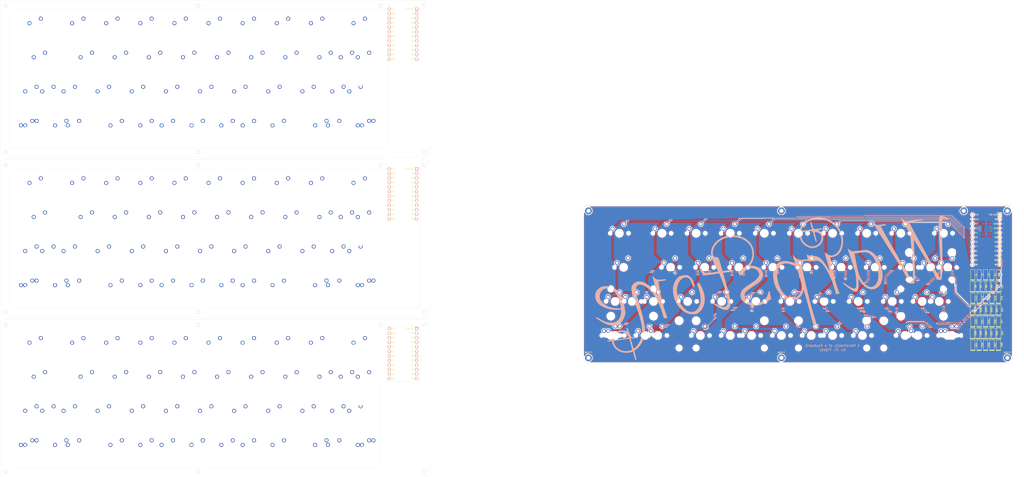
<source format=kicad_pcb>
(kicad_pcb (version 20171130) (host pcbnew "(5.1.9)-1")
  (layers (0 F.Cu signal) (31 B.Cu signal hide) (34 B.Paste user) (35 F.Paste user hide) (36 B.SilkS user hide) (37 F.SilkS user hide) (38 B.Mask user hide) (39 F.Mask user hide) (44 Edge.Cuts user))
  (net 0 "")
  (net 1 r1)
  (net 2 "Net-(D1-Pad2)")
  (net 3 "Net-(D2-Pad2)")
  (net 4 "Net-(D3-Pad2)")
  (net 5 "Net-(D4-Pad2)")
  (net 6 "Net-(D5-Pad2)")
  (net 7 "Net-(D6-Pad2)")
  (net 8 "Net-(D7-Pad2)")
  (net 9 "Net-(D8-Pad2)")
  (net 10 "Net-(D9-Pad2)")
  (net 11 "Net-(D10-Pad2)")
  (net 12 r2)
  (net 13 "Net-(D11-Pad2)")
  (net 14 "Net-(D12-Pad2)")
  (net 15 "Net-(D13-Pad2)")
  (net 16 "Net-(D14-Pad2)")
  (net 17 "Net-(D15-Pad2)")
  (net 18 "Net-(D16-Pad2)")
  (net 19 "Net-(D17-Pad2)")
  (net 20 "Net-(D18-Pad2)")
  (net 21 "Net-(D19-Pad2)")
  (net 22 "Net-(D20-Pad2)")
  (net 23 r3)
  (net 24 "Net-(D21-Pad2)")
  (net 25 "Net-(D22-Pad2)")
  (net 26 "Net-(D23-Pad2)")
  (net 27 "Net-(D24-Pad2)")
  (net 28 "Net-(D25-Pad2)")
  (net 29 "Net-(D26-Pad2)")
  (net 30 "Net-(D27-Pad2)")
  (net 31 "Net-(D28-Pad2)")
  (net 32 "Net-(D29-Pad2)")
  (net 33 "Net-(D30-Pad2)")
  (net 34 "Net-(D31-Pad2)")
  (net 35 r4)
  (net 36 "Net-(D32-Pad2)")
  (net 37 "Net-(D33-Pad2)")
  (net 38 "Net-(D34-Pad2)")
  (net 39 "Net-(D35-Pad2)")
  (net 40 "Net-(D36-Pad2)")
  (net 41 "Net-(D37-Pad2)")
  (net 42 "Net-(D38-Pad2)")
  (net 43 c1)
  (net 44 c2)
  (net 45 c3)
  (net 46 c4)
  (net 47 c5)
  (net 48 c6)
  (net 49 c7)
  (net 50 c8)
  (net 51 c9)
  (net 52 c10)
  (net 53 GND)
  (net 54 RST)
  (net 55 RAW)
  (net 56 VCC)
  (module MX_Only:MXOnly-1.5U-NoLED (layer F.Cu) (at -99.416511 -76.795249)
    (fp_text reference MX10)
    (fp_text value MX-NoLED)
    (pad 2 thru_hole circle (at 2.54 -5.08) (size 2.25 2.25) (drill 1.47) (layers *.Cu B.Mask))
    (pad "" np_thru_hole circle (at 0 0) (size 3.9878 3.9878) (drill 3.9878) (layers *.Cu *.Mask))
    (pad 1 thru_hole circle (at -3.81 -2.54) (size 2.25 2.25) (drill 1.47) (layers *.Cu B.Mask))
    (pad "" np_thru_hole circle (at -5.08 0 48.0996) (size 1.75 1.75) (drill 1.75) (layers *.Cu *.Mask))
    (pad "" np_thru_hole circle (at 5.08 0 48.0996) (size 1.75 1.75) (drill 1.75) (layers *.Cu *.Mask))
  )
  (module MX_Only:MXOnly-1.5U-NoLED (layer F.Cu) (at -280.392271 -76.795249)
    (fp_text reference MX1)
    (fp_text value MX-NoLED)
    (pad 2 thru_hole circle (at 2.54 -5.08) (size 2.25 2.25) (drill 1.47) (layers *.Cu B.Mask))
    (pad "" np_thru_hole circle (at 0 0) (size 3.9878 3.9878) (drill 3.9878) (layers *.Cu *.Mask))
    (pad 1 thru_hole circle (at -3.81 -2.54) (size 2.25 2.25) (drill 1.47) (layers *.Cu B.Mask))
    (pad "" np_thru_hole circle (at -5.08 0 48.0996) (size 1.75 1.75) (drill 1.75) (layers *.Cu *.Mask))
    (pad "" np_thru_hole circle (at 5.08 0 48.0996) (size 1.75 1.75) (drill 1.75) (layers *.Cu *.Mask))
  )
  (module MX_Only:MXOnly-1U-NoLED (layer F.Cu) (at -251.817151 -57.745169)
    (fp_text reference MX12)
    (fp_text value MX-NoLED)
    (pad 2 thru_hole circle (at 2.54 -5.08) (size 2.25 2.25) (drill 1.47) (layers *.Cu B.Mask))
    (pad "" np_thru_hole circle (at 0 0) (size 3.9878 3.9878) (drill 3.9878) (layers *.Cu *.Mask))
    (pad 1 thru_hole circle (at -3.81 -2.54) (size 2.25 2.25) (drill 1.47) (layers *.Cu B.Mask))
    (pad "" np_thru_hole circle (at -5.08 0 48.0996) (size 1.75 1.75) (drill 1.75) (layers *.Cu *.Mask))
    (pad "" np_thru_hole circle (at 5.08 0 48.0996) (size 1.75 1.75) (drill 1.75) (layers *.Cu *.Mask))
  )
  (module MX_Only:MXOnly-1U-NoLED (layer F.Cu) (at -180.379351 -76.795249)
    (fp_text reference MX6)
    (fp_text value MX-NoLED)
    (pad 2 thru_hole circle (at 2.54 -5.08) (size 2.25 2.25) (drill 1.47) (layers *.Cu B.Mask))
    (pad "" np_thru_hole circle (at 0 0) (size 3.9878 3.9878) (drill 3.9878) (layers *.Cu *.Mask))
    (pad 1 thru_hole circle (at -3.81 -2.54) (size 2.25 2.25) (drill 1.47) (layers *.Cu B.Mask))
    (pad "" np_thru_hole circle (at -5.08 0 48.0996) (size 1.75 1.75) (drill 1.75) (layers *.Cu *.Mask))
    (pad "" np_thru_hole circle (at 5.08 0 48.0996) (size 1.75 1.75) (drill 1.75) (layers *.Cu *.Mask))
  )
  (module MX_Only:MXOnly-1U-NoLED (layer F.Cu) (at -213.716991 -57.745169)
    (fp_text reference MX14)
    (fp_text value MX-NoLED)
    (pad 2 thru_hole circle (at 2.54 -5.08) (size 2.25 2.25) (drill 1.47) (layers *.Cu B.Mask))
    (pad "" np_thru_hole circle (at 0 0) (size 3.9878 3.9878) (drill 3.9878) (layers *.Cu *.Mask))
    (pad 1 thru_hole circle (at -3.81 -2.54) (size 2.25 2.25) (drill 1.47) (layers *.Cu B.Mask))
    (pad "" np_thru_hole circle (at -5.08 0 48.0996) (size 1.75 1.75) (drill 1.75) (layers *.Cu *.Mask))
    (pad "" np_thru_hole circle (at 5.08 0 48.0996) (size 1.75 1.75) (drill 1.75) (layers *.Cu *.Mask))
  )
  (module MX_Only:MXOnly-1U-NoLED (layer F.Cu) (at -199.429431 -76.795249)
    (fp_text reference MX5)
    (fp_text value MX-NoLED)
    (pad 2 thru_hole circle (at 2.54 -5.08) (size 2.25 2.25) (drill 1.47) (layers *.Cu B.Mask))
    (pad "" np_thru_hole circle (at 0 0) (size 3.9878 3.9878) (drill 3.9878) (layers *.Cu *.Mask))
    (pad 1 thru_hole circle (at -3.81 -2.54) (size 2.25 2.25) (drill 1.47) (layers *.Cu B.Mask))
    (pad "" np_thru_hole circle (at -5.08 0 48.0996) (size 1.75 1.75) (drill 1.75) (layers *.Cu *.Mask))
    (pad "" np_thru_hole circle (at 5.08 0 48.0996) (size 1.75 1.75) (drill 1.75) (layers *.Cu *.Mask))
  )
  (module MX_Only:MXOnly-1U-NoLED (layer F.Cu) (at -232.767071 -57.745169)
    (fp_text reference MX13)
    (fp_text value MX-NoLED)
    (pad 2 thru_hole circle (at 2.54 -5.08) (size 2.25 2.25) (drill 1.47) (layers *.Cu B.Mask))
    (pad "" np_thru_hole circle (at 0 0) (size 3.9878 3.9878) (drill 3.9878) (layers *.Cu *.Mask))
    (pad 1 thru_hole circle (at -3.81 -2.54) (size 2.25 2.25) (drill 1.47) (layers *.Cu B.Mask))
    (pad "" np_thru_hole circle (at -5.08 0 48.0996) (size 1.75 1.75) (drill 1.75) (layers *.Cu *.Mask))
    (pad "" np_thru_hole circle (at 5.08 0 48.0996) (size 1.75 1.75) (drill 1.75) (layers *.Cu *.Mask))
  )
  (module MX_Only:MXOnly-1U-NoLED (layer F.Cu) (at -123.229111 -76.795249)
    (fp_text reference MX9)
    (fp_text value MX-NoLED)
    (pad 2 thru_hole circle (at 2.54 -5.08) (size 2.25 2.25) (drill 1.47) (layers *.Cu B.Mask))
    (pad "" np_thru_hole circle (at 0 0) (size 3.9878 3.9878) (drill 3.9878) (layers *.Cu *.Mask))
    (pad 1 thru_hole circle (at -3.81 -2.54) (size 2.25 2.25) (drill 1.47) (layers *.Cu B.Mask))
    (pad "" np_thru_hole circle (at -5.08 0 48.0996) (size 1.75 1.75) (drill 1.75) (layers *.Cu *.Mask))
    (pad "" np_thru_hole circle (at 5.08 0 48.0996) (size 1.75 1.75) (drill 1.75) (layers *.Cu *.Mask))
  )
  (module MX_Only:MXOnly-1U-NoLED (layer F.Cu) (at -161.329271 -76.795249)
    (fp_text reference MX7)
    (fp_text value MX-NoLED)
    (pad 2 thru_hole circle (at 2.54 -5.08) (size 2.25 2.25) (drill 1.47) (layers *.Cu B.Mask))
    (pad "" np_thru_hole circle (at 0 0) (size 3.9878 3.9878) (drill 3.9878) (layers *.Cu *.Mask))
    (pad 1 thru_hole circle (at -3.81 -2.54) (size 2.25 2.25) (drill 1.47) (layers *.Cu B.Mask))
    (pad "" np_thru_hole circle (at -5.08 0 48.0996) (size 1.75 1.75) (drill 1.75) (layers *.Cu *.Mask))
    (pad "" np_thru_hole circle (at 5.08 0 48.0996) (size 1.75 1.75) (drill 1.75) (layers *.Cu *.Mask))
  )
  (module MX_Only:MXOnly-1.25U-NoLED (layer F.Cu) (at -282.773531 -19.645009)
    (fp_text reference MX31)
    (fp_text value MX-NoLED)
    (pad 2 thru_hole circle (at 2.54 -5.08) (size 2.25 2.25) (drill 1.47) (layers *.Cu B.Mask))
    (pad "" np_thru_hole circle (at 0 0) (size 3.9878 3.9878) (drill 3.9878) (layers *.Cu *.Mask))
    (pad 1 thru_hole circle (at -3.81 -2.54) (size 2.25 2.25) (drill 1.47) (layers *.Cu B.Mask))
    (pad "" np_thru_hole circle (at -5.08 0 48.0996) (size 1.75 1.75) (drill 1.75) (layers *.Cu *.Mask))
    (pad "" np_thru_hole circle (at 5.08 0 48.0996) (size 1.75 1.75) (drill 1.75) (layers *.Cu *.Mask))
  )
  (module MX_Only:MXOnly-1.25U-NoLED (layer F.Cu) (at -258.960931 -19.645009)
    (fp_text reference MX32)
    (fp_text value MX-NoLED)
    (pad 2 thru_hole circle (at 2.54 -5.08) (size 2.25 2.25) (drill 1.47) (layers *.Cu B.Mask))
    (pad "" np_thru_hole circle (at 0 0) (size 3.9878 3.9878) (drill 3.9878) (layers *.Cu *.Mask))
    (pad 1 thru_hole circle (at -3.81 -2.54) (size 2.25 2.25) (drill 1.47) (layers *.Cu B.Mask))
    (pad "" np_thru_hole circle (at -5.08 0 48.0996) (size 1.75 1.75) (drill 1.75) (layers *.Cu *.Mask))
    (pad "" np_thru_hole circle (at 5.08 0 48.0996) (size 1.75 1.75) (drill 1.75) (layers *.Cu *.Mask))
  )
  (module MX_Only:MXOnly-1.25U-NoLED (layer F.Cu) (at -235.148331 -19.645009)
    (fp_text reference MX33)
    (fp_text value MX-NoLED)
    (pad 2 thru_hole circle (at 2.54 -5.08) (size 2.25 2.25) (drill 1.47) (layers *.Cu B.Mask))
    (pad "" np_thru_hole circle (at 0 0) (size 3.9878 3.9878) (drill 3.9878) (layers *.Cu *.Mask))
    (pad 1 thru_hole circle (at -3.81 -2.54) (size 2.25 2.25) (drill 1.47) (layers *.Cu B.Mask))
    (pad "" np_thru_hole circle (at -5.08 0 48.0996) (size 1.75 1.75) (drill 1.75) (layers *.Cu *.Mask))
    (pad "" np_thru_hole circle (at 5.08 0 48.0996) (size 1.75 1.75) (drill 1.75) (layers *.Cu *.Mask))
  )
  (module MX_Only:MXOnly-1.25U-NoLED (layer F.Cu) (at -144.660451 -19.645009)
    (fp_text reference MX36)
    (fp_text value MX-NoLED)
    (pad 2 thru_hole circle (at 2.54 -5.08) (size 2.25 2.25) (drill 1.47) (layers *.Cu B.Mask))
    (pad "" np_thru_hole circle (at 0 0) (size 3.9878 3.9878) (drill 3.9878) (layers *.Cu *.Mask))
    (pad 1 thru_hole circle (at -3.81 -2.54) (size 2.25 2.25) (drill 1.47) (layers *.Cu B.Mask))
    (pad "" np_thru_hole circle (at -5.08 0 48.0996) (size 1.75 1.75) (drill 1.75) (layers *.Cu *.Mask))
    (pad "" np_thru_hole circle (at 5.08 0 48.0996) (size 1.75 1.75) (drill 1.75) (layers *.Cu *.Mask))
  )
  (module MX_Only:MXOnly-1U-NoLED (layer F.Cu) (at -185.141871 -38.695089)
    (fp_text reference MX26)
    (fp_text value MX-NoLED)
    (pad 2 thru_hole circle (at 2.54 -5.08) (size 2.25 2.25) (drill 1.47) (layers *.Cu B.Mask))
    (pad "" np_thru_hole circle (at 0 0) (size 3.9878 3.9878) (drill 3.9878) (layers *.Cu *.Mask))
    (pad 1 thru_hole circle (at -3.81 -2.54) (size 2.25 2.25) (drill 1.47) (layers *.Cu B.Mask))
    (pad "" np_thru_hole circle (at -5.08 0 48.0996) (size 1.75 1.75) (drill 1.75) (layers *.Cu *.Mask))
    (pad "" np_thru_hole circle (at 5.08 0 48.0996) (size 1.75 1.75) (drill 1.75) (layers *.Cu *.Mask))
  )
  (module MX_Only:MXOnly-1.25U-NoLED (layer F.Cu) (at -97.035251 -57.745169)
    (fp_text reference MX20)
    (fp_text value MX-NoLED)
    (pad 2 thru_hole circle (at 2.54 -5.08) (size 2.25 2.25) (drill 1.47) (layers *.Cu B.Mask))
    (pad "" np_thru_hole circle (at 0 0) (size 3.9878 3.9878) (drill 3.9878) (layers *.Cu *.Mask))
    (pad 1 thru_hole circle (at -3.81 -2.54) (size 2.25 2.25) (drill 1.47) (layers *.Cu B.Mask))
    (pad "" np_thru_hole circle (at -5.08 0 48.0996) (size 1.75 1.75) (drill 1.75) (layers *.Cu *.Mask))
    (pad "" np_thru_hole circle (at 5.08 0 48.0996) (size 1.75 1.75) (drill 1.75) (layers *.Cu *.Mask))
  )
  (module MX_Only:MXOnly-1U-NoLED (layer F.Cu) (at -204.191951 -38.695089)
    (fp_text reference MX25)
    (fp_text value MX-NoLED)
    (pad 2 thru_hole circle (at 2.54 -5.08) (size 2.25 2.25) (drill 1.47) (layers *.Cu B.Mask))
    (pad "" np_thru_hole circle (at 0 0) (size 3.9878 3.9878) (drill 3.9878) (layers *.Cu *.Mask))
    (pad 1 thru_hole circle (at -3.81 -2.54) (size 2.25 2.25) (drill 1.47) (layers *.Cu B.Mask))
    (pad "" np_thru_hole circle (at -5.08 0 48.0996) (size 1.75 1.75) (drill 1.75) (layers *.Cu *.Mask))
    (pad "" np_thru_hole circle (at 5.08 0 48.0996) (size 1.75 1.75) (drill 1.75) (layers *.Cu *.Mask))
  )
  (module MX_Only:MXOnly-1.75U-NoLED (layer F.Cu) (at -173.235571 -19.645009)
    (fp_text reference MX35)
    (fp_text value MX-NoLED)
    (pad 2 thru_hole circle (at 2.54 -5.08) (size 2.25 2.25) (drill 1.47) (layers *.Cu B.Mask))
    (pad "" np_thru_hole circle (at 0 0) (size 3.9878 3.9878) (drill 3.9878) (layers *.Cu *.Mask))
    (pad 1 thru_hole circle (at -3.81 -2.54) (size 2.25 2.25) (drill 1.47) (layers *.Cu B.Mask))
    (pad "" np_thru_hole circle (at -5.08 0 48.0996) (size 1.75 1.75) (drill 1.75) (layers *.Cu *.Mask))
    (pad "" np_thru_hole circle (at 5.08 0 48.0996) (size 1.75 1.75) (drill 1.75) (layers *.Cu *.Mask))
  )
  (module MX_Only:MXOnly-1U-NoLED (layer F.Cu) (at -147.041711 -38.695089)
    (fp_text reference MX28)
    (fp_text value MX-NoLED)
    (pad 2 thru_hole circle (at 2.54 -5.08) (size 2.25 2.25) (drill 1.47) (layers *.Cu B.Mask))
    (pad "" np_thru_hole circle (at 0 0) (size 3.9878 3.9878) (drill 3.9878) (layers *.Cu *.Mask))
    (pad 1 thru_hole circle (at -3.81 -2.54) (size 2.25 2.25) (drill 1.47) (layers *.Cu B.Mask))
    (pad "" np_thru_hole circle (at -5.08 0 48.0996) (size 1.75 1.75) (drill 1.75) (layers *.Cu *.Mask))
    (pad "" np_thru_hole circle (at 5.08 0 48.0996) (size 1.75 1.75) (drill 1.75) (layers *.Cu *.Mask))
  )
  (module MX_Only:MXOnly-1.75U-NoLED (layer F.Cu) (at -101.797771 -38.695089)
    (fp_text reference MX30)
    (fp_text value MX-NoLED)
    (pad 2 thru_hole circle (at 2.54 -5.08) (size 2.25 2.25) (drill 1.47) (layers *.Cu B.Mask))
    (pad "" np_thru_hole circle (at 0 0) (size 3.9878 3.9878) (drill 3.9878) (layers *.Cu *.Mask))
    (pad 1 thru_hole circle (at -3.81 -2.54) (size 2.25 2.25) (drill 1.47) (layers *.Cu B.Mask))
    (pad "" np_thru_hole circle (at -5.08 0 48.0996) (size 1.75 1.75) (drill 1.75) (layers *.Cu *.Mask))
    (pad "" np_thru_hole circle (at 5.08 0 48.0996) (size 1.75 1.75) (drill 1.75) (layers *.Cu *.Mask))
  )
  (module MX_Only:MXOnly-1U-NoLED (layer F.Cu) (at -118.466591 -57.745169)
    (fp_text reference MX19)
    (fp_text value MX-NoLED)
    (pad 2 thru_hole circle (at 2.54 -5.08) (size 2.25 2.25) (drill 1.47) (layers *.Cu B.Mask))
    (pad "" np_thru_hole circle (at 0 0) (size 3.9878 3.9878) (drill 3.9878) (layers *.Cu *.Mask))
    (pad 1 thru_hole circle (at -3.81 -2.54) (size 2.25 2.25) (drill 1.47) (layers *.Cu B.Mask))
    (pad "" np_thru_hole circle (at -5.08 0 48.0996) (size 1.75 1.75) (drill 1.75) (layers *.Cu *.Mask))
    (pad "" np_thru_hole circle (at 5.08 0 48.0996) (size 1.75 1.75) (drill 1.75) (layers *.Cu *.Mask))
  )
  (module MX_Only:MXOnly-1U-NoLED (layer F.Cu) (at -127.991631 -38.695089)
    (fp_text reference MX29)
    (fp_text value MX-NoLED)
    (pad 2 thru_hole circle (at 2.54 -5.08) (size 2.25 2.25) (drill 1.47) (layers *.Cu B.Mask))
    (pad "" np_thru_hole circle (at 0 0) (size 3.9878 3.9878) (drill 3.9878) (layers *.Cu *.Mask))
    (pad 1 thru_hole circle (at -3.81 -2.54) (size 2.25 2.25) (drill 1.47) (layers *.Cu B.Mask))
    (pad "" np_thru_hole circle (at -5.08 0 48.0996) (size 1.75 1.75) (drill 1.75) (layers *.Cu *.Mask))
    (pad "" np_thru_hole circle (at 5.08 0 48.0996) (size 1.75 1.75) (drill 1.75) (layers *.Cu *.Mask))
  )
  (module MX_Only:MXOnly-1.25U-NoLED (layer F.Cu) (at -282.773531 -38.695089)
    (fp_text reference MX21)
    (fp_text value MX-NoLED)
    (pad 2 thru_hole circle (at 2.54 -5.08) (size 2.25 2.25) (drill 1.47) (layers *.Cu B.Mask))
    (pad "" np_thru_hole circle (at 0 0) (size 3.9878 3.9878) (drill 3.9878) (layers *.Cu *.Mask))
    (pad 1 thru_hole circle (at -3.81 -2.54) (size 2.25 2.25) (drill 1.47) (layers *.Cu B.Mask))
    (pad "" np_thru_hole circle (at -5.08 0 48.0996) (size 1.75 1.75) (drill 1.75) (layers *.Cu *.Mask))
    (pad "" np_thru_hole circle (at 5.08 0 48.0996) (size 1.75 1.75) (drill 1.75) (layers *.Cu *.Mask))
  )
  (module MX_Only:MXOnly-1U-NoLED (layer F.Cu) (at -242.292111 -38.695089)
    (fp_text reference MX23)
    (fp_text value MX-NoLED)
    (pad 2 thru_hole circle (at 2.54 -5.08) (size 2.25 2.25) (drill 1.47) (layers *.Cu B.Mask))
    (pad "" np_thru_hole circle (at 0 0) (size 3.9878 3.9878) (drill 3.9878) (layers *.Cu *.Mask))
    (pad 1 thru_hole circle (at -3.81 -2.54) (size 2.25 2.25) (drill 1.47) (layers *.Cu B.Mask))
    (pad "" np_thru_hole circle (at -5.08 0 48.0996) (size 1.75 1.75) (drill 1.75) (layers *.Cu *.Mask))
    (pad "" np_thru_hole circle (at 5.08 0 48.0996) (size 1.75 1.75) (drill 1.75) (layers *.Cu *.Mask))
  )
  (module MX_Only:MXOnly-1U-NoLED (layer F.Cu) (at -223.242031 -38.695089)
    (fp_text reference MX24)
    (fp_text value MX-NoLED)
    (pad 2 thru_hole circle (at 2.54 -5.08) (size 2.25 2.25) (drill 1.47) (layers *.Cu B.Mask))
    (pad "" np_thru_hole circle (at 0 0) (size 3.9878 3.9878) (drill 3.9878) (layers *.Cu *.Mask))
    (pad 1 thru_hole circle (at -3.81 -2.54) (size 2.25 2.25) (drill 1.47) (layers *.Cu B.Mask))
    (pad "" np_thru_hole circle (at -5.08 0 48.0996) (size 1.75 1.75) (drill 1.75) (layers *.Cu *.Mask))
    (pad "" np_thru_hole circle (at 5.08 0 48.0996) (size 1.75 1.75) (drill 1.75) (layers *.Cu *.Mask))
  )
  (module MX_Only:MXOnly-1U-NoLED (layer F.Cu) (at -166.091791 -38.695089)
    (fp_text reference MX27)
    (fp_text value MX-NoLED)
    (pad 2 thru_hole circle (at 2.54 -5.08) (size 2.25 2.25) (drill 1.47) (layers *.Cu B.Mask))
    (pad "" np_thru_hole circle (at 0 0) (size 3.9878 3.9878) (drill 3.9878) (layers *.Cu *.Mask))
    (pad 1 thru_hole circle (at -3.81 -2.54) (size 2.25 2.25) (drill 1.47) (layers *.Cu B.Mask))
    (pad "" np_thru_hole circle (at -5.08 0 48.0996) (size 1.75 1.75) (drill 1.75) (layers *.Cu *.Mask))
    (pad "" np_thru_hole circle (at 5.08 0 48.0996) (size 1.75 1.75) (drill 1.75) (layers *.Cu *.Mask))
  )
  (module MX_Only:MXOnly-1.75U-NoLED (layer F.Cu) (at -206.573211 -19.645009)
    (fp_text reference MX34)
    (fp_text value MX-NoLED)
    (pad 2 thru_hole circle (at 2.54 -5.08) (size 2.25 2.25) (drill 1.47) (layers *.Cu B.Mask))
    (pad "" np_thru_hole circle (at 0 0) (size 3.9878 3.9878) (drill 3.9878) (layers *.Cu *.Mask))
    (pad 1 thru_hole circle (at -3.81 -2.54) (size 2.25 2.25) (drill 1.47) (layers *.Cu B.Mask))
    (pad "" np_thru_hole circle (at -5.08 0 48.0996) (size 1.75 1.75) (drill 1.75) (layers *.Cu *.Mask))
    (pad "" np_thru_hole circle (at 5.08 0 48.0996) (size 1.75 1.75) (drill 1.75) (layers *.Cu *.Mask))
  )
  (module MX_Only:MXOnly-3U-ReversedStabilizers-NoLED (layer F.Cu) (at -218.479511 -19.645009)
    (fp_text reference MX34-3u1)
    (fp_text value MX-NoLED)
    (pad 2 thru_hole circle (at 2.54 -5.08) (size 2.25 2.25) (drill 1.47) (layers *.Cu B.Mask))
    (pad 1 thru_hole circle (at -3.81 -2.54 48.1) (size 2.25 2.25) (drill 1.47) (layers *.Cu B.Mask))
    (pad "" np_thru_hole circle (at 0 0) (size 3.9878 3.9878) (drill 3.9878) (layers *.Cu *.Mask))
    (pad "" np_thru_hole circle (at -5.08 0 48.0996) (size 1.75 1.75) (drill 1.75) (layers *.Cu *.Mask))
    (pad "" np_thru_hole circle (at 5.08 0 48.0996) (size 1.75 1.75) (drill 1.75) (layers *.Cu *.Mask))
    (pad "" np_thru_hole circle (at -19.05 6.985) (size 3.048 3.048) (drill 3.048) (layers *.Cu *.Mask))
    (pad "" np_thru_hole circle (at 19.05 6.985) (size 3.048 3.048) (drill 3.048) (layers *.Cu *.Mask))
    (pad "" np_thru_hole circle (at -19.05 -8.255) (size 3.9878 3.9878) (drill 3.9878) (layers *.Cu *.Mask))
    (pad "" np_thru_hole circle (at 19.05 -8.255) (size 3.9878 3.9878) (drill 3.9878) (layers *.Cu *.Mask))
  )
  (module MX_Only:MXOnly-3U-ReversedStabilizers-NoLED (layer F.Cu) (at -161.329271 -19.645009)
    (fp_text reference MX35-3u1)
    (fp_text value MX-NoLED)
    (pad 2 thru_hole circle (at 2.54 -5.08) (size 2.25 2.25) (drill 1.47) (layers *.Cu B.Mask))
    (pad 1 thru_hole circle (at -3.81 -2.54 48.1) (size 2.25 2.25) (drill 1.47) (layers *.Cu B.Mask))
    (pad "" np_thru_hole circle (at 0 0) (size 3.9878 3.9878) (drill 3.9878) (layers *.Cu *.Mask))
    (pad "" np_thru_hole circle (at -5.08 0 48.0996) (size 1.75 1.75) (drill 1.75) (layers *.Cu *.Mask))
    (pad "" np_thru_hole circle (at 5.08 0 48.0996) (size 1.75 1.75) (drill 1.75) (layers *.Cu *.Mask))
    (pad "" np_thru_hole circle (at -19.05 6.985) (size 3.048 3.048) (drill 3.048) (layers *.Cu *.Mask))
    (pad "" np_thru_hole circle (at 19.05 6.985) (size 3.048 3.048) (drill 3.048) (layers *.Cu *.Mask))
    (pad "" np_thru_hole circle (at -19.05 -8.255) (size 3.9878 3.9878) (drill 3.9878) (layers *.Cu *.Mask))
    (pad "" np_thru_hole circle (at 19.05 -8.255) (size 3.9878 3.9878) (drill 3.9878) (layers *.Cu *.Mask))
  )
  (module MX_Only:MXOnly-1U-NoLED (layer F.Cu) (at -113.704071 -19.645009)
    (fp_text reference MX37-1u1)
    (fp_text value MX-NoLED)
    (pad 2 thru_hole circle (at 2.54 -5.08) (size 2.25 2.25) (drill 1.47) (layers *.Cu B.Mask))
    (pad "" np_thru_hole circle (at 0 0) (size 3.9878 3.9878) (drill 3.9878) (layers *.Cu *.Mask))
    (pad 1 thru_hole circle (at -3.81 -2.54) (size 2.25 2.25) (drill 1.47) (layers *.Cu B.Mask))
    (pad "" np_thru_hole circle (at -5.08 0 48.0996) (size 1.75 1.75) (drill 1.75) (layers *.Cu *.Mask))
    (pad "" np_thru_hole circle (at 5.08 0 48.0996) (size 1.75 1.75) (drill 1.75) (layers *.Cu *.Mask))
  )
  (module MX_Only:MXOnly-1U-NoLED (layer F.Cu) (at -285.154791 -19.645009)
    (fp_text reference MX31-1u1)
    (fp_text value MX-NoLED)
    (pad 2 thru_hole circle (at 2.54 -5.08) (size 2.25 2.25) (drill 1.47) (layers *.Cu B.Mask))
    (pad "" np_thru_hole circle (at 0 0) (size 3.9878 3.9878) (drill 3.9878) (layers *.Cu *.Mask))
    (pad 1 thru_hole circle (at -3.81 -2.54) (size 2.25 2.25) (drill 1.47) (layers *.Cu B.Mask))
    (pad "" np_thru_hole circle (at -5.08 0 48.0996) (size 1.75 1.75) (drill 1.75) (layers *.Cu *.Mask))
    (pad "" np_thru_hole circle (at 5.08 0 48.0996) (size 1.75 1.75) (drill 1.75) (layers *.Cu *.Mask))
  )
  (module MX_Only:MXOnly-1.75U-NoLED (layer F.Cu) (at -278.011011 -57.745169)
    (fp_text reference MX11)
    (fp_text value MX-NoLED)
    (pad 2 thru_hole circle (at 2.54 -5.08) (size 2.25 2.25) (drill 1.47) (layers *.Cu B.Mask))
    (pad "" np_thru_hole circle (at 0 0) (size 3.9878 3.9878) (drill 3.9878) (layers *.Cu *.Mask))
    (pad 1 thru_hole circle (at -3.81 -2.54) (size 2.25 2.25) (drill 1.47) (layers *.Cu B.Mask))
    (pad "" np_thru_hole circle (at -5.08 0 48.0996) (size 1.75 1.75) (drill 1.75) (layers *.Cu *.Mask))
  )
  (module MX_Only:MXOnly-1U-NoLED (layer F.Cu) (at -94.653991 -19.645009)
    (fp_text reference MX38-1u1)
    (fp_text value MX-NoLED)
    (pad 2 thru_hole circle (at 2.54 -5.08) (size 2.25 2.25) (drill 1.47) (layers *.Cu B.Mask))
    (pad "" np_thru_hole circle (at 0 0) (size 3.9878 3.9878) (drill 3.9878) (layers *.Cu *.Mask))
    (pad 1 thru_hole circle (at -3.81 -2.54) (size 2.25 2.25) (drill 1.47) (layers *.Cu B.Mask))
    (pad "" np_thru_hole circle (at -5.08 0 48.0996) (size 1.75 1.75) (drill 1.75) (layers *.Cu *.Mask))
    (pad "" np_thru_hole circle (at 5.08 0 48.0996) (size 1.75 1.75) (drill 1.75) (layers *.Cu *.Mask))
  )
  (module MX_Only:MXOnly-2.25U-NoLED (layer F.Cu) (at -273.248491 -38.695089)
    (fp_text reference MX21-2.25u1)
    (fp_text value MX-NoLED)
    (pad 2 thru_hole circle (at 2.54 -5.08) (size 2.25 2.25) (drill 1.47) (layers *.Cu B.Mask))
    (pad "" np_thru_hole circle (at 0 0) (size 3.9878 3.9878) (drill 3.9878) (layers *.Cu *.Mask))
    (pad 1 thru_hole circle (at -3.81 -2.54) (size 2.25 2.25) (drill 1.47) (layers *.Cu B.Mask))
    (pad "" np_thru_hole circle (at -5.08 0 48.0996) (size 1.75 1.75) (drill 1.75) (layers *.Cu *.Mask))
    (pad "" np_thru_hole circle (at 5.08 0 48.0996) (size 1.75 1.75) (drill 1.75) (layers *.Cu *.Mask))
    (pad "" np_thru_hole circle (at -11.90625 -6.985) (size 3.048 3.048) (drill 3.048) (layers *.Cu *.Mask))
    (pad "" np_thru_hole circle (at 11.90625 -6.985) (size 3.048 3.048) (drill 3.048) (layers *.Cu *.Mask))
    (pad "" np_thru_hole circle (at -11.90625 8.255) (size 3.9878 3.9878) (drill 3.9878) (layers *.Cu *.Mask))
    (pad "" np_thru_hole circle (at 11.90625 8.255) (size 3.9878 3.9878) (drill 3.9878) (layers *.Cu *.Mask))
  )
  (module MX_Only:MXOnly-1.25U-NoLED (layer F.Cu) (at -120.847851 -19.645009)
    (fp_text reference MX37)
    (fp_text value MX-NoLED)
    (pad 2 thru_hole circle (at 2.54 -5.08) (size 2.25 2.25) (drill 1.47) (layers *.Cu B.Mask))
    (pad "" np_thru_hole circle (at 0 0) (size 3.9878 3.9878) (drill 3.9878) (layers *.Cu *.Mask))
    (pad 1 thru_hole circle (at -3.81 -2.54) (size 2.25 2.25) (drill 1.47) (layers *.Cu B.Mask))
    (pad "" np_thru_hole circle (at -5.08 0 48.0996) (size 1.75 1.75) (drill 1.75) (layers *.Cu *.Mask))
    (pad "" np_thru_hole circle (at 5.08 0 48.0996) (size 1.75 1.75) (drill 1.75) (layers *.Cu *.Mask))
  )
  (module MX_Only:MXOnly-2.75U-NoLED (layer F.Cu) (at -111.322811 -38.695089)
    (fp_text reference MX30-2.75u1)
    (fp_text value MX-NoLED)
    (pad 2 thru_hole circle (at 2.54 -5.08) (size 2.25 2.25) (drill 1.47) (layers *.Cu B.Mask))
    (pad "" np_thru_hole circle (at 0 0) (size 3.9878 3.9878) (drill 3.9878) (layers *.Cu *.Mask))
    (pad 1 thru_hole circle (at -3.81 -2.54) (size 2.25 2.25) (drill 1.47) (layers *.Cu B.Mask))
    (pad "" np_thru_hole circle (at -5.08 0 48.0996) (size 1.75 1.75) (drill 1.75) (layers *.Cu *.Mask))
    (pad "" np_thru_hole circle (at 5.08 0 48.0996) (size 1.75 1.75) (drill 1.75) (layers *.Cu *.Mask))
    (pad "" np_thru_hole circle (at -11.90625 -6.985) (size 3.048 3.048) (drill 3.048) (layers *.Cu *.Mask))
    (pad "" np_thru_hole circle (at 11.90625 -6.985) (size 3.048 3.048) (drill 3.048) (layers *.Cu *.Mask))
    (pad "" np_thru_hole circle (at -11.90625 8.255) (size 3.9878 3.9878) (drill 3.9878) (layers *.Cu *.Mask))
    (pad "" np_thru_hole circle (at 11.90625 8.255) (size 3.9878 3.9878) (drill 3.9878) (layers *.Cu *.Mask))
  )
  (module MX_Only:MXOnly-1U-NoLED (layer F.Cu) (at -266.104711 -19.645009)
    (fp_text reference MX32-1u1)
    (fp_text value MX-NoLED)
    (pad 2 thru_hole circle (at 2.54 -5.08) (size 2.25 2.25) (drill 1.47) (layers *.Cu B.Mask))
    (pad "" np_thru_hole circle (at 0 0) (size 3.9878 3.9878) (drill 3.9878) (layers *.Cu *.Mask))
    (pad 1 thru_hole circle (at -3.81 -2.54) (size 2.25 2.25) (drill 1.47) (layers *.Cu B.Mask))
    (pad "" np_thru_hole circle (at -5.08 0 48.0996) (size 1.75 1.75) (drill 1.75) (layers *.Cu *.Mask))
    (pad "" np_thru_hole circle (at 5.08 0 48.0996) (size 1.75 1.75) (drill 1.75) (layers *.Cu *.Mask))
  )
  (module MX_Only:MXOnly-1U-NoLED (layer F.Cu) (at -261.342191 -38.695089)
    (fp_text reference MX22)
    (fp_text value MX-NoLED)
    (pad 2 thru_hole circle (at 2.54 -5.08) (size 2.25 2.25) (drill 1.47) (layers *.Cu B.Mask))
    (pad "" np_thru_hole circle (at 0 0) (size 3.9878 3.9878) (drill 3.9878) (layers *.Cu *.Mask))
    (pad 1 thru_hole circle (at -3.81 -2.54) (size 2.25 2.25) (drill 1.47) (layers *.Cu B.Mask))
    (pad "" np_thru_hole circle (at -5.08 0 48.0996) (size 1.75 1.75) (drill 1.75) (layers *.Cu *.Mask))
    (pad "" np_thru_hole circle (at 5.08 0 48.0996) (size 1.75 1.75) (drill 1.75) (layers *.Cu *.Mask))
  )
  (module MX_Only:MXOnly-1.25U-NoLED (layer F.Cu) (at -97.035251 -19.645009)
    (fp_text reference MX38)
    (fp_text value MX-NoLED)
    (pad 2 thru_hole circle (at 2.54 -5.08) (size 2.25 2.25) (drill 1.47) (layers *.Cu B.Mask))
    (pad "" np_thru_hole circle (at 0 0) (size 3.9878 3.9878) (drill 3.9878) (layers *.Cu *.Mask))
    (pad 1 thru_hole circle (at -3.81 -2.54) (size 2.25 2.25) (drill 1.47) (layers *.Cu B.Mask))
    (pad "" np_thru_hole circle (at -5.08 0 48.0996) (size 1.75 1.75) (drill 1.75) (layers *.Cu *.Mask))
    (pad "" np_thru_hole circle (at 5.08 0 48.0996) (size 1.75 1.75) (drill 1.75) (layers *.Cu *.Mask))
  )
  (module MX_Only:MXOnly-6U-Centered-ReversedStabilizers-NoLED (layer F.Cu) (at -189.904391 -19.645009)
    (fp_text reference MX34-6u1)
    (fp_text value MX-NoLED)
    (pad "" np_thru_hole circle (at 47.625 -8.255) (size 3.9878 3.9878) (drill 3.9878) (layers *.Cu *.Mask))
    (pad "" np_thru_hole circle (at -47.625 -8.255) (size 3.9878 3.9878) (drill 3.9878) (layers *.Cu *.Mask))
    (pad "" np_thru_hole circle (at 47.625 6.985) (size 3.048 3.048) (drill 3.048) (layers *.Cu *.Mask))
    (pad "" np_thru_hole circle (at -47.625 6.985) (size 3.048 3.048) (drill 3.048) (layers *.Cu *.Mask))
    (pad "" np_thru_hole circle (at 5.08 0 48.0996) (size 1.75 1.75) (drill 1.75) (layers *.Cu *.Mask))
    (pad "" np_thru_hole circle (at -5.08 0 48.0996) (size 1.75 1.75) (drill 1.75) (layers *.Cu *.Mask))
    (pad 1 thru_hole circle (at -3.81 -2.54) (size 2.25 2.25) (drill 1.47) (layers *.Cu B.Mask))
    (pad "" np_thru_hole circle (at 0 0) (size 3.9878 3.9878) (drill 3.9878) (layers *.Cu *.Mask))
    (pad 2 thru_hole circle (at 2.54 -5.08) (size 2.25 2.25) (drill 1.47) (layers *.Cu B.Mask))
  )
  (module MX_Only:MXOnly-2.25U-ReversedStabilizers-NoLED (layer F.Cu) (at -106.560291 -57.745169)
    (fp_text reference MX20-2.25u1)
    (fp_text value MX-NoLED)
    (pad 2 thru_hole circle (at 2.54 -5.08) (size 2.25 2.25) (drill 1.47) (layers *.Cu B.Mask))
    (pad "" np_thru_hole circle (at 0 0) (size 3.9878 3.9878) (drill 3.9878) (layers *.Cu *.Mask))
    (pad 1 thru_hole circle (at -3.81 -2.54) (size 2.25 2.25) (drill 1.47) (layers *.Cu B.Mask))
    (pad "" np_thru_hole circle (at -5.08 0 48.0996) (size 1.75 1.75) (drill 1.75) (layers *.Cu *.Mask))
    (pad "" np_thru_hole circle (at 5.08 0 48.0996) (size 1.75 1.75) (drill 1.75) (layers *.Cu *.Mask))
    (pad "" np_thru_hole circle (at -11.90625 6.985) (size 3.048 3.048) (drill 3.048) (layers *.Cu *.Mask))
    (pad "" np_thru_hole circle (at 11.90625 6.985) (size 3.048 3.048) (drill 3.048) (layers *.Cu *.Mask))
    (pad "" np_thru_hole circle (at -11.90625 -8.255) (size 3.9878 3.9878) (drill 3.9878) (layers *.Cu *.Mask))
    (pad "" np_thru_hole circle (at 11.90625 -8.255) (size 3.9878 3.9878) (drill 3.9878) (layers *.Cu *.Mask))
  )
  (module MX_Only:MXOnly-7U-ReversedStabilizers-NoLED (layer F.Cu) (at -189.904391 -19.645009)
    (fp_text reference MX34-7u1)
    (fp_text value MX-NoLED)
    (pad 2 thru_hole circle (at 2.54 -5.08) (size 2.25 2.25) (drill 1.47) (layers *.Cu B.Mask))
    (pad "" np_thru_hole circle (at 0 0) (size 3.9878 3.9878) (drill 3.9878) (layers *.Cu *.Mask))
    (pad 1 thru_hole circle (at -3.81 -2.54) (size 2.25 2.25) (drill 1.47) (layers *.Cu B.Mask))
    (pad "" np_thru_hole circle (at -5.08 0 48.0996) (size 1.75 1.75) (drill 1.75) (layers *.Cu *.Mask))
    (pad "" np_thru_hole circle (at 5.08 0 48.0996) (size 1.75 1.75) (drill 1.75) (layers *.Cu *.Mask))
    (pad "" np_thru_hole circle (at -57.15 6.985) (size 3.048 3.048) (drill 3.048) (layers *.Cu *.Mask))
    (pad "" np_thru_hole circle (at 57.15 6.985) (size 3.048 3.048) (drill 3.048) (layers *.Cu *.Mask))
    (pad "" np_thru_hole circle (at -57.15 -8.255) (size 3.9878 3.9878) (drill 3.9878) (layers *.Cu *.Mask))
    (pad "" np_thru_hole circle (at 57.15 -8.255) (size 3.9878 3.9878) (drill 3.9878) (layers *.Cu *.Mask))
  )
  (module Keebio-Parts:ArduinoProMicro (layer B.Cu) (at -75.604751 -73.223499 270)
    (fp_text reference U1 hide)
    (fp_text value ProMicro hide)
    (fp_text user RST (at -8.91 5.5) (layer F.SilkS) (effects (font (size 0.8 0.8))))
    (fp_text user TX0/D3 (at -13.97 -3.571872) (layer F.SilkS) (effects (font (size 0.8 0.8))))
    (fp_text user B2 (at 11.43 5.461) (layer F.SilkS) (effects (font (size 0.8 0.8))))
    (fp_text user F7 (at 3.81 5.461) (layer F.SilkS) (effects (font (size 0.8 0.8))))
    (fp_text user F6 (at 1.27 5.461) (layer F.SilkS) (effects (font (size 0.8 0.8))))
    (fp_text user F5 (at -1.27 5.461) (layer F.SilkS) (effects (font (size 0.8 0.8))))
    (fp_text user RAW (at -13.97 5.461) (layer F.SilkS) (effects (font (size 0.8 0.8))))
    (fp_text user GND (at -11.43 5.461) (layer F.SilkS) (effects (font (size 0.8 0.8))))
    (fp_text user VCC (at -6.35 5.461) (layer F.SilkS) (effects (font (size 0.8 0.8))))
    (fp_text user F4 (at -3.81 5.461) (layer F.SilkS) (effects (font (size 0.8 0.8))))
    (fp_text user B1 (at 6.35 5.461) (layer F.SilkS) (effects (font (size 0.8 0.8))))
    (fp_text user B3 (at 8.89 5.461) (layer F.SilkS) (effects (font (size 0.8 0.8))))
    (fp_text user B6 (at 13.97 5.461) (layer F.SilkS) (effects (font (size 0.8 0.8))))
    (fp_text user B5 (at 13.97 -5.461) (layer F.SilkS) (effects (font (size 0.8 0.8))))
    (fp_text user B4 (at 11.43 -5.461) (layer F.SilkS) (effects (font (size 0.8 0.8))))
    (fp_text user E6 (at 8.89 -5.461) (layer F.SilkS) (effects (font (size 0.8 0.8))))
    (fp_text user D7 (at 6.35 -5.461) (layer F.SilkS) (effects (font (size 0.8 0.8))))
    (fp_text user C6 (at 3.81 -5.461) (layer F.SilkS) (effects (font (size 0.8 0.8))))
    (fp_text user D4 (at 1.27 -5.461) (layer F.SilkS) (effects (font (size 0.8 0.8))))
    (fp_text user GND (at -8.89 -5.461) (layer F.SilkS) (effects (font (size 0.8 0.8))))
    (fp_text user GND (at -6.35 -5.461) (layer F.SilkS) (effects (font (size 0.8 0.8))))
    (fp_text user D1 (at -3.81 -5.461) (layer F.SilkS) (effects (font (size 0.8 0.8))))
    (fp_text user D0 (at -1.27 -5.461) (layer F.SilkS) (effects (font (size 0.8 0.8))))
    (fp_text user D2 (at -11.43 -5.461) (layer F.SilkS) (effects (font (size 0.8 0.8))))
    (pad 24 thru_hole circle (at -13.97 7.62 270) (size 1.7526 1.7526) (drill 1.0922) (layers *.Cu *.SilkS *.Mask))
    (pad 12 thru_hole circle (at 13.97 -7.62 270) (size 1.7526 1.7526) (drill 1.0922) (layers *.Cu *.SilkS *.Mask))
    (pad 23 thru_hole circle (at -11.43 7.62 270) (size 1.7526 1.7526) (drill 1.0922) (layers *.Cu *.SilkS *.Mask))
    (pad 22 thru_hole circle (at -8.89 7.62 270) (size 1.7526 1.7526) (drill 1.0922) (layers *.Cu *.SilkS *.Mask))
    (pad 21 thru_hole circle (at -6.35 7.62 270) (size 1.7526 1.7526) (drill 1.0922) (layers *.Cu *.SilkS *.Mask))
    (pad 20 thru_hole circle (at -3.81 7.62 270) (size 1.7526 1.7526) (drill 1.0922) (layers *.Cu *.SilkS *.Mask))
    (pad 19 thru_hole circle (at -1.27 7.62 270) (size 1.7526 1.7526) (drill 1.0922) (layers *.Cu *.SilkS *.Mask))
    (pad 18 thru_hole circle (at 1.27 7.62 270) (size 1.7526 1.7526) (drill 1.0922) (layers *.Cu *.SilkS *.Mask))
    (pad 17 thru_hole circle (at 3.81 7.62 270) (size 1.7526 1.7526) (drill 1.0922) (layers *.Cu *.SilkS *.Mask))
    (pad 16 thru_hole circle (at 6.35 7.62 270) (size 1.7526 1.7526) (drill 1.0922) (layers *.Cu *.SilkS *.Mask))
    (pad 15 thru_hole circle (at 8.89 7.62 270) (size 1.7526 1.7526) (drill 1.0922) (layers *.Cu *.SilkS *.Mask))
    (pad 14 thru_hole circle (at 11.43 7.62 270) (size 1.7526 1.7526) (drill 1.0922) (layers *.Cu *.SilkS *.Mask))
    (pad 13 thru_hole circle (at 13.97 7.62 270) (size 1.7526 1.7526) (drill 1.0922) (layers *.Cu *.SilkS *.Mask))
    (pad 11 thru_hole circle (at 11.43 -7.62 270) (size 1.7526 1.7526) (drill 1.0922) (layers *.Cu *.SilkS *.Mask))
    (pad 10 thru_hole circle (at 8.89 -7.62 270) (size 1.7526 1.7526) (drill 1.0922) (layers *.Cu *.SilkS *.Mask))
    (pad 9 thru_hole circle (at 6.35 -7.62 270) (size 1.7526 1.7526) (drill 1.0922) (layers *.Cu *.SilkS *.Mask))
    (pad 8 thru_hole circle (at 3.81 -7.62 270) (size 1.7526 1.7526) (drill 1.0922) (layers *.Cu *.SilkS *.Mask))
    (pad 7 thru_hole circle (at 1.27 -7.62 270) (size 1.7526 1.7526) (drill 1.0922) (layers *.Cu *.SilkS *.Mask))
    (pad 6 thru_hole circle (at -1.27 -7.62 270) (size 1.7526 1.7526) (drill 1.0922) (layers *.Cu *.SilkS *.Mask))
    (pad 5 thru_hole circle (at -3.81 -7.62 270) (size 1.7526 1.7526) (drill 1.0922) (layers *.Cu *.SilkS *.Mask))
    (pad 4 thru_hole circle (at -6.35 -7.62 270) (size 1.7526 1.7526) (drill 1.0922) (layers *.Cu *.SilkS *.Mask))
    (pad 3 thru_hole circle (at -8.89 -7.62 270) (size 1.7526 1.7526) (drill 1.0922) (layers *.Cu *.SilkS *.Mask))
    (pad 2 thru_hole circle (at -11.43 -7.62 270) (size 1.7526 1.7526) (drill 1.0922) (layers *.Cu *.SilkS *.Mask))
    (pad 1 thru_hole rect (at -13.97 -7.62 270) (size 1.7526 1.7526) (drill 1.0922) (layers *.Cu *.SilkS *.Mask))
  )
  (module MX_Only:MXOnly-1U-NoLED (layer F.Cu) (at -137.516671 -57.745169)
    (fp_text reference MX18)
    (fp_text value MX-NoLED)
    (pad 2 thru_hole circle (at 2.54 -5.08) (size 2.25 2.25) (drill 1.47) (layers *.Cu B.Mask))
    (pad "" np_thru_hole circle (at 0 0) (size 3.9878 3.9878) (drill 3.9878) (layers *.Cu *.Mask))
    (pad 1 thru_hole circle (at -3.81 -2.54) (size 2.25 2.25) (drill 1.47) (layers *.Cu B.Mask))
    (pad "" np_thru_hole circle (at -5.08 0 48.0996) (size 1.75 1.75) (drill 1.75) (layers *.Cu *.Mask))
    (pad "" np_thru_hole circle (at 5.08 0 48.0996) (size 1.75 1.75) (drill 1.75) (layers *.Cu *.Mask))
  )
  (module MX_Only:MXOnly-1U-NoLED (layer F.Cu) (at -156.566751 -57.745169)
    (fp_text reference MX17)
    (fp_text value MX-NoLED)
    (pad 2 thru_hole circle (at 2.54 -5.08) (size 2.25 2.25) (drill 1.47) (layers *.Cu B.Mask))
    (pad "" np_thru_hole circle (at 0 0) (size 3.9878 3.9878) (drill 3.9878) (layers *.Cu *.Mask))
    (pad 1 thru_hole circle (at -3.81 -2.54) (size 2.25 2.25) (drill 1.47) (layers *.Cu B.Mask))
    (pad "" np_thru_hole circle (at -5.08 0 48.0996) (size 1.75 1.75) (drill 1.75) (layers *.Cu *.Mask))
    (pad "" np_thru_hole circle (at 5.08 0 48.0996) (size 1.75 1.75) (drill 1.75) (layers *.Cu *.Mask))
  )
  (module MX_Only:MXOnly-1U-NoLED (layer F.Cu) (at -218.479511 -76.795249)
    (fp_text reference MX4)
    (fp_text value MX-NoLED)
    (pad 2 thru_hole circle (at 2.54 -5.08) (size 2.25 2.25) (drill 1.47) (layers *.Cu B.Mask))
    (pad "" np_thru_hole circle (at 0 0) (size 3.9878 3.9878) (drill 3.9878) (layers *.Cu *.Mask))
    (pad 1 thru_hole circle (at -3.81 -2.54) (size 2.25 2.25) (drill 1.47) (layers *.Cu B.Mask))
    (pad "" np_thru_hole circle (at -5.08 0 48.0996) (size 1.75 1.75) (drill 1.75) (layers *.Cu *.Mask))
    (pad "" np_thru_hole circle (at 5.08 0 48.0996) (size 1.75 1.75) (drill 1.75) (layers *.Cu *.Mask))
  )
  (module MX_Only:MXOnly-1U-NoLED (layer F.Cu) (at -194.666911 -57.745169)
    (fp_text reference MX15)
    (fp_text value MX-NoLED)
    (pad 2 thru_hole circle (at 2.54 -5.08) (size 2.25 2.25) (drill 1.47) (layers *.Cu B.Mask))
    (pad "" np_thru_hole circle (at 0 0) (size 3.9878 3.9878) (drill 3.9878) (layers *.Cu *.Mask))
    (pad 1 thru_hole circle (at -3.81 -2.54) (size 2.25 2.25) (drill 1.47) (layers *.Cu B.Mask))
    (pad "" np_thru_hole circle (at -5.08 0 48.0996) (size 1.75 1.75) (drill 1.75) (layers *.Cu *.Mask))
    (pad "" np_thru_hole circle (at 5.08 0 48.0996) (size 1.75 1.75) (drill 1.75) (layers *.Cu *.Mask))
  )
  (module MX_Only:MXOnly-1U-NoLED (layer F.Cu) (at -237.529591 -76.795249)
    (fp_text reference MX3)
    (fp_text value MX-NoLED)
    (pad 2 thru_hole circle (at 2.54 -5.08) (size 2.25 2.25) (drill 1.47) (layers *.Cu B.Mask))
    (pad "" np_thru_hole circle (at 0 0) (size 3.9878 3.9878) (drill 3.9878) (layers *.Cu *.Mask))
    (pad 1 thru_hole circle (at -3.81 -2.54) (size 2.25 2.25) (drill 1.47) (layers *.Cu B.Mask))
    (pad "" np_thru_hole circle (at -5.08 0 48.0996) (size 1.75 1.75) (drill 1.75) (layers *.Cu *.Mask))
    (pad "" np_thru_hole circle (at 5.08 0 48.0996) (size 1.75 1.75) (drill 1.75) (layers *.Cu *.Mask))
  )
  (module MX_Only:MXOnly-1U-NoLED (layer F.Cu) (at -175.616831 -57.745169)
    (fp_text reference MX16)
    (fp_text value MX-NoLED)
    (pad 2 thru_hole circle (at 2.54 -5.08) (size 2.25 2.25) (drill 1.47) (layers *.Cu B.Mask))
    (pad "" np_thru_hole circle (at 0 0) (size 3.9878 3.9878) (drill 3.9878) (layers *.Cu *.Mask))
    (pad 1 thru_hole circle (at -3.81 -2.54) (size 2.25 2.25) (drill 1.47) (layers *.Cu B.Mask))
    (pad "" np_thru_hole circle (at -5.08 0 48.0996) (size 1.75 1.75) (drill 1.75) (layers *.Cu *.Mask))
    (pad "" np_thru_hole circle (at 5.08 0 48.0996) (size 1.75 1.75) (drill 1.75) (layers *.Cu *.Mask))
  )
  (module MX_Only:MXOnly-1U-NoLED (layer F.Cu) (at -142.279191 -76.795249)
    (fp_text reference MX8)
    (fp_text value MX-NoLED)
    (pad 2 thru_hole circle (at 2.54 -5.08) (size 2.25 2.25) (drill 1.47) (layers *.Cu B.Mask))
    (pad "" np_thru_hole circle (at 0 0) (size 3.9878 3.9878) (drill 3.9878) (layers *.Cu *.Mask))
    (pad 1 thru_hole circle (at -3.81 -2.54) (size 2.25 2.25) (drill 1.47) (layers *.Cu B.Mask))
    (pad "" np_thru_hole circle (at -5.08 0 48.0996) (size 1.75 1.75) (drill 1.75) (layers *.Cu *.Mask))
    (pad "" np_thru_hole circle (at 5.08 0 48.0996) (size 1.75 1.75) (drill 1.75) (layers *.Cu *.Mask))
  )
  (module MX_Only:MXOnly-1U-NoLED (layer F.Cu) (at -256.579671 -76.795249)
    (fp_text reference MX2)
    (fp_text value MX-NoLED)
    (pad 2 thru_hole circle (at 2.54 -5.08) (size 2.25 2.25) (drill 1.47) (layers *.Cu B.Mask))
    (pad "" np_thru_hole circle (at 0 0) (size 3.9878 3.9878) (drill 3.9878) (layers *.Cu *.Mask))
    (pad 1 thru_hole circle (at -3.81 -2.54) (size 2.25 2.25) (drill 1.47) (layers *.Cu B.Mask))
    (pad "" np_thru_hole circle (at -5.08 0 48.0996) (size 1.75 1.75) (drill 1.75) (layers *.Cu *.Mask))
    (pad "" np_thru_hole circle (at 5.08 0 48.0996) (size 1.75 1.75) (drill 1.75) (layers *.Cu *.Mask))
  )
  (module MX_Only:MXOnly-1.5U-NoLED (layer F.Cu) (at -99.416511 101.798651)
    (fp_text reference MX10)
    (fp_text value MX-NoLED)
    (pad 2 thru_hole circle (at 2.54 -5.08) (size 2.25 2.25) (drill 1.47) (layers *.Cu B.Mask))
    (pad "" np_thru_hole circle (at 0 0) (size 3.9878 3.9878) (drill 3.9878) (layers *.Cu *.Mask))
    (pad 1 thru_hole circle (at -3.81 -2.54) (size 2.25 2.25) (drill 1.47) (layers *.Cu B.Mask))
    (pad "" np_thru_hole circle (at -5.08 0 48.0996) (size 1.75 1.75) (drill 1.75) (layers *.Cu *.Mask))
    (pad "" np_thru_hole circle (at 5.08 0 48.0996) (size 1.75 1.75) (drill 1.75) (layers *.Cu *.Mask))
  )
  (module MX_Only:MXOnly-1.5U-NoLED (layer F.Cu) (at -280.392271 101.798651)
    (fp_text reference MX1)
    (fp_text value MX-NoLED)
    (pad 2 thru_hole circle (at 2.54 -5.08) (size 2.25 2.25) (drill 1.47) (layers *.Cu B.Mask))
    (pad "" np_thru_hole circle (at 0 0) (size 3.9878 3.9878) (drill 3.9878) (layers *.Cu *.Mask))
    (pad 1 thru_hole circle (at -3.81 -2.54) (size 2.25 2.25) (drill 1.47) (layers *.Cu B.Mask))
    (pad "" np_thru_hole circle (at -5.08 0 48.0996) (size 1.75 1.75) (drill 1.75) (layers *.Cu *.Mask))
    (pad "" np_thru_hole circle (at 5.08 0 48.0996) (size 1.75 1.75) (drill 1.75) (layers *.Cu *.Mask))
  )
  (module MX_Only:MXOnly-1U-NoLED (layer F.Cu) (at -251.817151 120.848731)
    (fp_text reference MX12)
    (fp_text value MX-NoLED)
    (pad 2 thru_hole circle (at 2.54 -5.08) (size 2.25 2.25) (drill 1.47) (layers *.Cu B.Mask))
    (pad "" np_thru_hole circle (at 0 0) (size 3.9878 3.9878) (drill 3.9878) (layers *.Cu *.Mask))
    (pad 1 thru_hole circle (at -3.81 -2.54) (size 2.25 2.25) (drill 1.47) (layers *.Cu B.Mask))
    (pad "" np_thru_hole circle (at -5.08 0 48.0996) (size 1.75 1.75) (drill 1.75) (layers *.Cu *.Mask))
    (pad "" np_thru_hole circle (at 5.08 0 48.0996) (size 1.75 1.75) (drill 1.75) (layers *.Cu *.Mask))
  )
  (module MX_Only:MXOnly-1U-NoLED (layer F.Cu) (at -180.379351 101.798651)
    (fp_text reference MX6)
    (fp_text value MX-NoLED)
    (pad 2 thru_hole circle (at 2.54 -5.08) (size 2.25 2.25) (drill 1.47) (layers *.Cu B.Mask))
    (pad "" np_thru_hole circle (at 0 0) (size 3.9878 3.9878) (drill 3.9878) (layers *.Cu *.Mask))
    (pad 1 thru_hole circle (at -3.81 -2.54) (size 2.25 2.25) (drill 1.47) (layers *.Cu B.Mask))
    (pad "" np_thru_hole circle (at -5.08 0 48.0996) (size 1.75 1.75) (drill 1.75) (layers *.Cu *.Mask))
    (pad "" np_thru_hole circle (at 5.08 0 48.0996) (size 1.75 1.75) (drill 1.75) (layers *.Cu *.Mask))
  )
  (module MX_Only:MXOnly-1U-NoLED (layer F.Cu) (at -213.716991 120.848731)
    (fp_text reference MX14)
    (fp_text value MX-NoLED)
    (pad 2 thru_hole circle (at 2.54 -5.08) (size 2.25 2.25) (drill 1.47) (layers *.Cu B.Mask))
    (pad "" np_thru_hole circle (at 0 0) (size 3.9878 3.9878) (drill 3.9878) (layers *.Cu *.Mask))
    (pad 1 thru_hole circle (at -3.81 -2.54) (size 2.25 2.25) (drill 1.47) (layers *.Cu B.Mask))
    (pad "" np_thru_hole circle (at -5.08 0 48.0996) (size 1.75 1.75) (drill 1.75) (layers *.Cu *.Mask))
    (pad "" np_thru_hole circle (at 5.08 0 48.0996) (size 1.75 1.75) (drill 1.75) (layers *.Cu *.Mask))
  )
  (module MX_Only:MXOnly-1U-NoLED (layer F.Cu) (at -199.429431 101.798651)
    (fp_text reference MX5)
    (fp_text value MX-NoLED)
    (pad 2 thru_hole circle (at 2.54 -5.08) (size 2.25 2.25) (drill 1.47) (layers *.Cu B.Mask))
    (pad "" np_thru_hole circle (at 0 0) (size 3.9878 3.9878) (drill 3.9878) (layers *.Cu *.Mask))
    (pad 1 thru_hole circle (at -3.81 -2.54) (size 2.25 2.25) (drill 1.47) (layers *.Cu B.Mask))
    (pad "" np_thru_hole circle (at -5.08 0 48.0996) (size 1.75 1.75) (drill 1.75) (layers *.Cu *.Mask))
    (pad "" np_thru_hole circle (at 5.08 0 48.0996) (size 1.75 1.75) (drill 1.75) (layers *.Cu *.Mask))
  )
  (module MX_Only:MXOnly-1U-NoLED (layer F.Cu) (at -232.767071 120.848731)
    (fp_text reference MX13)
    (fp_text value MX-NoLED)
    (pad 2 thru_hole circle (at 2.54 -5.08) (size 2.25 2.25) (drill 1.47) (layers *.Cu B.Mask))
    (pad "" np_thru_hole circle (at 0 0) (size 3.9878 3.9878) (drill 3.9878) (layers *.Cu *.Mask))
    (pad 1 thru_hole circle (at -3.81 -2.54) (size 2.25 2.25) (drill 1.47) (layers *.Cu B.Mask))
    (pad "" np_thru_hole circle (at -5.08 0 48.0996) (size 1.75 1.75) (drill 1.75) (layers *.Cu *.Mask))
    (pad "" np_thru_hole circle (at 5.08 0 48.0996) (size 1.75 1.75) (drill 1.75) (layers *.Cu *.Mask))
  )
  (module MX_Only:MXOnly-1U-NoLED (layer F.Cu) (at -123.229111 101.798651)
    (fp_text reference MX9)
    (fp_text value MX-NoLED)
    (pad 2 thru_hole circle (at 2.54 -5.08) (size 2.25 2.25) (drill 1.47) (layers *.Cu B.Mask))
    (pad "" np_thru_hole circle (at 0 0) (size 3.9878 3.9878) (drill 3.9878) (layers *.Cu *.Mask))
    (pad 1 thru_hole circle (at -3.81 -2.54) (size 2.25 2.25) (drill 1.47) (layers *.Cu B.Mask))
    (pad "" np_thru_hole circle (at -5.08 0 48.0996) (size 1.75 1.75) (drill 1.75) (layers *.Cu *.Mask))
    (pad "" np_thru_hole circle (at 5.08 0 48.0996) (size 1.75 1.75) (drill 1.75) (layers *.Cu *.Mask))
  )
  (module MX_Only:MXOnly-1U-NoLED (layer F.Cu) (at -161.329271 101.798651)
    (fp_text reference MX7)
    (fp_text value MX-NoLED)
    (pad 2 thru_hole circle (at 2.54 -5.08) (size 2.25 2.25) (drill 1.47) (layers *.Cu B.Mask))
    (pad "" np_thru_hole circle (at 0 0) (size 3.9878 3.9878) (drill 3.9878) (layers *.Cu *.Mask))
    (pad 1 thru_hole circle (at -3.81 -2.54) (size 2.25 2.25) (drill 1.47) (layers *.Cu B.Mask))
    (pad "" np_thru_hole circle (at -5.08 0 48.0996) (size 1.75 1.75) (drill 1.75) (layers *.Cu *.Mask))
    (pad "" np_thru_hole circle (at 5.08 0 48.0996) (size 1.75 1.75) (drill 1.75) (layers *.Cu *.Mask))
  )
  (module MX_Only:MXOnly-1.25U-NoLED (layer F.Cu) (at -282.773531 158.948891)
    (fp_text reference MX31)
    (fp_text value MX-NoLED)
    (pad 2 thru_hole circle (at 2.54 -5.08) (size 2.25 2.25) (drill 1.47) (layers *.Cu B.Mask))
    (pad "" np_thru_hole circle (at 0 0) (size 3.9878 3.9878) (drill 3.9878) (layers *.Cu *.Mask))
    (pad 1 thru_hole circle (at -3.81 -2.54) (size 2.25 2.25) (drill 1.47) (layers *.Cu B.Mask))
    (pad "" np_thru_hole circle (at -5.08 0 48.0996) (size 1.75 1.75) (drill 1.75) (layers *.Cu *.Mask))
    (pad "" np_thru_hole circle (at 5.08 0 48.0996) (size 1.75 1.75) (drill 1.75) (layers *.Cu *.Mask))
  )
  (module MX_Only:MXOnly-1.25U-NoLED (layer F.Cu) (at -258.960931 158.948891)
    (fp_text reference MX32)
    (fp_text value MX-NoLED)
    (pad 2 thru_hole circle (at 2.54 -5.08) (size 2.25 2.25) (drill 1.47) (layers *.Cu B.Mask))
    (pad "" np_thru_hole circle (at 0 0) (size 3.9878 3.9878) (drill 3.9878) (layers *.Cu *.Mask))
    (pad 1 thru_hole circle (at -3.81 -2.54) (size 2.25 2.25) (drill 1.47) (layers *.Cu B.Mask))
    (pad "" np_thru_hole circle (at -5.08 0 48.0996) (size 1.75 1.75) (drill 1.75) (layers *.Cu *.Mask))
    (pad "" np_thru_hole circle (at 5.08 0 48.0996) (size 1.75 1.75) (drill 1.75) (layers *.Cu *.Mask))
  )
  (module MX_Only:MXOnly-1.25U-NoLED (layer F.Cu) (at -235.148331 158.948891)
    (fp_text reference MX33)
    (fp_text value MX-NoLED)
    (pad 2 thru_hole circle (at 2.54 -5.08) (size 2.25 2.25) (drill 1.47) (layers *.Cu B.Mask))
    (pad "" np_thru_hole circle (at 0 0) (size 3.9878 3.9878) (drill 3.9878) (layers *.Cu *.Mask))
    (pad 1 thru_hole circle (at -3.81 -2.54) (size 2.25 2.25) (drill 1.47) (layers *.Cu B.Mask))
    (pad "" np_thru_hole circle (at -5.08 0 48.0996) (size 1.75 1.75) (drill 1.75) (layers *.Cu *.Mask))
    (pad "" np_thru_hole circle (at 5.08 0 48.0996) (size 1.75 1.75) (drill 1.75) (layers *.Cu *.Mask))
  )
  (module MX_Only:MXOnly-1.25U-NoLED (layer F.Cu) (at -144.660451 158.948891)
    (fp_text reference MX36)
    (fp_text value MX-NoLED)
    (pad 2 thru_hole circle (at 2.54 -5.08) (size 2.25 2.25) (drill 1.47) (layers *.Cu B.Mask))
    (pad "" np_thru_hole circle (at 0 0) (size 3.9878 3.9878) (drill 3.9878) (layers *.Cu *.Mask))
    (pad 1 thru_hole circle (at -3.81 -2.54) (size 2.25 2.25) (drill 1.47) (layers *.Cu B.Mask))
    (pad "" np_thru_hole circle (at -5.08 0 48.0996) (size 1.75 1.75) (drill 1.75) (layers *.Cu *.Mask))
    (pad "" np_thru_hole circle (at 5.08 0 48.0996) (size 1.75 1.75) (drill 1.75) (layers *.Cu *.Mask))
  )
  (module MX_Only:MXOnly-1U-NoLED (layer F.Cu) (at -185.141871 139.898811)
    (fp_text reference MX26)
    (fp_text value MX-NoLED)
    (pad 2 thru_hole circle (at 2.54 -5.08) (size 2.25 2.25) (drill 1.47) (layers *.Cu B.Mask))
    (pad "" np_thru_hole circle (at 0 0) (size 3.9878 3.9878) (drill 3.9878) (layers *.Cu *.Mask))
    (pad 1 thru_hole circle (at -3.81 -2.54) (size 2.25 2.25) (drill 1.47) (layers *.Cu B.Mask))
    (pad "" np_thru_hole circle (at -5.08 0 48.0996) (size 1.75 1.75) (drill 1.75) (layers *.Cu *.Mask))
    (pad "" np_thru_hole circle (at 5.08 0 48.0996) (size 1.75 1.75) (drill 1.75) (layers *.Cu *.Mask))
  )
  (module MX_Only:MXOnly-1.25U-NoLED (layer F.Cu) (at -97.035251 120.848731)
    (fp_text reference MX20)
    (fp_text value MX-NoLED)
    (pad 2 thru_hole circle (at 2.54 -5.08) (size 2.25 2.25) (drill 1.47) (layers *.Cu B.Mask))
    (pad "" np_thru_hole circle (at 0 0) (size 3.9878 3.9878) (drill 3.9878) (layers *.Cu *.Mask))
    (pad 1 thru_hole circle (at -3.81 -2.54) (size 2.25 2.25) (drill 1.47) (layers *.Cu B.Mask))
    (pad "" np_thru_hole circle (at -5.08 0 48.0996) (size 1.75 1.75) (drill 1.75) (layers *.Cu *.Mask))
    (pad "" np_thru_hole circle (at 5.08 0 48.0996) (size 1.75 1.75) (drill 1.75) (layers *.Cu *.Mask))
  )
  (module MX_Only:MXOnly-1U-NoLED (layer F.Cu) (at -204.191951 139.898811)
    (fp_text reference MX25)
    (fp_text value MX-NoLED)
    (pad 2 thru_hole circle (at 2.54 -5.08) (size 2.25 2.25) (drill 1.47) (layers *.Cu B.Mask))
    (pad "" np_thru_hole circle (at 0 0) (size 3.9878 3.9878) (drill 3.9878) (layers *.Cu *.Mask))
    (pad 1 thru_hole circle (at -3.81 -2.54) (size 2.25 2.25) (drill 1.47) (layers *.Cu B.Mask))
    (pad "" np_thru_hole circle (at -5.08 0 48.0996) (size 1.75 1.75) (drill 1.75) (layers *.Cu *.Mask))
    (pad "" np_thru_hole circle (at 5.08 0 48.0996) (size 1.75 1.75) (drill 1.75) (layers *.Cu *.Mask))
  )
  (module MX_Only:MXOnly-1.75U-NoLED (layer F.Cu) (at -173.235571 158.948891)
    (fp_text reference MX35)
    (fp_text value MX-NoLED)
    (pad 2 thru_hole circle (at 2.54 -5.08) (size 2.25 2.25) (drill 1.47) (layers *.Cu B.Mask))
    (pad "" np_thru_hole circle (at 0 0) (size 3.9878 3.9878) (drill 3.9878) (layers *.Cu *.Mask))
    (pad 1 thru_hole circle (at -3.81 -2.54) (size 2.25 2.25) (drill 1.47) (layers *.Cu B.Mask))
    (pad "" np_thru_hole circle (at -5.08 0 48.0996) (size 1.75 1.75) (drill 1.75) (layers *.Cu *.Mask))
    (pad "" np_thru_hole circle (at 5.08 0 48.0996) (size 1.75 1.75) (drill 1.75) (layers *.Cu *.Mask))
  )
  (module MX_Only:MXOnly-1U-NoLED (layer F.Cu) (at -147.041711 139.898811)
    (fp_text reference MX28)
    (fp_text value MX-NoLED)
    (pad 2 thru_hole circle (at 2.54 -5.08) (size 2.25 2.25) (drill 1.47) (layers *.Cu B.Mask))
    (pad "" np_thru_hole circle (at 0 0) (size 3.9878 3.9878) (drill 3.9878) (layers *.Cu *.Mask))
    (pad 1 thru_hole circle (at -3.81 -2.54) (size 2.25 2.25) (drill 1.47) (layers *.Cu B.Mask))
    (pad "" np_thru_hole circle (at -5.08 0 48.0996) (size 1.75 1.75) (drill 1.75) (layers *.Cu *.Mask))
    (pad "" np_thru_hole circle (at 5.08 0 48.0996) (size 1.75 1.75) (drill 1.75) (layers *.Cu *.Mask))
  )
  (module MX_Only:MXOnly-1.75U-NoLED (layer F.Cu) (at -101.797771 139.898811)
    (fp_text reference MX30)
    (fp_text value MX-NoLED)
    (pad 2 thru_hole circle (at 2.54 -5.08) (size 2.25 2.25) (drill 1.47) (layers *.Cu B.Mask))
    (pad "" np_thru_hole circle (at 0 0) (size 3.9878 3.9878) (drill 3.9878) (layers *.Cu *.Mask))
    (pad 1 thru_hole circle (at -3.81 -2.54) (size 2.25 2.25) (drill 1.47) (layers *.Cu B.Mask))
    (pad "" np_thru_hole circle (at -5.08 0 48.0996) (size 1.75 1.75) (drill 1.75) (layers *.Cu *.Mask))
    (pad "" np_thru_hole circle (at 5.08 0 48.0996) (size 1.75 1.75) (drill 1.75) (layers *.Cu *.Mask))
  )
  (module MX_Only:MXOnly-1U-NoLED (layer F.Cu) (at -118.466591 120.848731)
    (fp_text reference MX19)
    (fp_text value MX-NoLED)
    (pad 2 thru_hole circle (at 2.54 -5.08) (size 2.25 2.25) (drill 1.47) (layers *.Cu B.Mask))
    (pad "" np_thru_hole circle (at 0 0) (size 3.9878 3.9878) (drill 3.9878) (layers *.Cu *.Mask))
    (pad 1 thru_hole circle (at -3.81 -2.54) (size 2.25 2.25) (drill 1.47) (layers *.Cu B.Mask))
    (pad "" np_thru_hole circle (at -5.08 0 48.0996) (size 1.75 1.75) (drill 1.75) (layers *.Cu *.Mask))
    (pad "" np_thru_hole circle (at 5.08 0 48.0996) (size 1.75 1.75) (drill 1.75) (layers *.Cu *.Mask))
  )
  (module MX_Only:MXOnly-1U-NoLED (layer F.Cu) (at -127.991631 139.898811)
    (fp_text reference MX29)
    (fp_text value MX-NoLED)
    (pad 2 thru_hole circle (at 2.54 -5.08) (size 2.25 2.25) (drill 1.47) (layers *.Cu B.Mask))
    (pad "" np_thru_hole circle (at 0 0) (size 3.9878 3.9878) (drill 3.9878) (layers *.Cu *.Mask))
    (pad 1 thru_hole circle (at -3.81 -2.54) (size 2.25 2.25) (drill 1.47) (layers *.Cu B.Mask))
    (pad "" np_thru_hole circle (at -5.08 0 48.0996) (size 1.75 1.75) (drill 1.75) (layers *.Cu *.Mask))
    (pad "" np_thru_hole circle (at 5.08 0 48.0996) (size 1.75 1.75) (drill 1.75) (layers *.Cu *.Mask))
  )
  (module MX_Only:MXOnly-1.25U-NoLED (layer F.Cu) (at -282.773531 139.898811)
    (fp_text reference MX21)
    (fp_text value MX-NoLED)
    (pad 2 thru_hole circle (at 2.54 -5.08) (size 2.25 2.25) (drill 1.47) (layers *.Cu B.Mask))
    (pad "" np_thru_hole circle (at 0 0) (size 3.9878 3.9878) (drill 3.9878) (layers *.Cu *.Mask))
    (pad 1 thru_hole circle (at -3.81 -2.54) (size 2.25 2.25) (drill 1.47) (layers *.Cu B.Mask))
    (pad "" np_thru_hole circle (at -5.08 0 48.0996) (size 1.75 1.75) (drill 1.75) (layers *.Cu *.Mask))
    (pad "" np_thru_hole circle (at 5.08 0 48.0996) (size 1.75 1.75) (drill 1.75) (layers *.Cu *.Mask))
  )
  (module MX_Only:MXOnly-1U-NoLED (layer F.Cu) (at -242.292111 139.898811)
    (fp_text reference MX23)
    (fp_text value MX-NoLED)
    (pad 2 thru_hole circle (at 2.54 -5.08) (size 2.25 2.25) (drill 1.47) (layers *.Cu B.Mask))
    (pad "" np_thru_hole circle (at 0 0) (size 3.9878 3.9878) (drill 3.9878) (layers *.Cu *.Mask))
    (pad 1 thru_hole circle (at -3.81 -2.54) (size 2.25 2.25) (drill 1.47) (layers *.Cu B.Mask))
    (pad "" np_thru_hole circle (at -5.08 0 48.0996) (size 1.75 1.75) (drill 1.75) (layers *.Cu *.Mask))
    (pad "" np_thru_hole circle (at 5.08 0 48.0996) (size 1.75 1.75) (drill 1.75) (layers *.Cu *.Mask))
  )
  (module MX_Only:MXOnly-1U-NoLED (layer F.Cu) (at -223.242031 139.898811)
    (fp_text reference MX24)
    (fp_text value MX-NoLED)
    (pad 2 thru_hole circle (at 2.54 -5.08) (size 2.25 2.25) (drill 1.47) (layers *.Cu B.Mask))
    (pad "" np_thru_hole circle (at 0 0) (size 3.9878 3.9878) (drill 3.9878) (layers *.Cu *.Mask))
    (pad 1 thru_hole circle (at -3.81 -2.54) (size 2.25 2.25) (drill 1.47) (layers *.Cu B.Mask))
    (pad "" np_thru_hole circle (at -5.08 0 48.0996) (size 1.75 1.75) (drill 1.75) (layers *.Cu *.Mask))
    (pad "" np_thru_hole circle (at 5.08 0 48.0996) (size 1.75 1.75) (drill 1.75) (layers *.Cu *.Mask))
  )
  (module MX_Only:MXOnly-1U-NoLED (layer F.Cu) (at -166.091791 139.898811)
    (fp_text reference MX27)
    (fp_text value MX-NoLED)
    (pad 2 thru_hole circle (at 2.54 -5.08) (size 2.25 2.25) (drill 1.47) (layers *.Cu B.Mask))
    (pad "" np_thru_hole circle (at 0 0) (size 3.9878 3.9878) (drill 3.9878) (layers *.Cu *.Mask))
    (pad 1 thru_hole circle (at -3.81 -2.54) (size 2.25 2.25) (drill 1.47) (layers *.Cu B.Mask))
    (pad "" np_thru_hole circle (at -5.08 0 48.0996) (size 1.75 1.75) (drill 1.75) (layers *.Cu *.Mask))
    (pad "" np_thru_hole circle (at 5.08 0 48.0996) (size 1.75 1.75) (drill 1.75) (layers *.Cu *.Mask))
  )
  (module MX_Only:MXOnly-1.75U-NoLED (layer F.Cu) (at -206.573211 158.948891)
    (fp_text reference MX34)
    (fp_text value MX-NoLED)
    (pad 2 thru_hole circle (at 2.54 -5.08) (size 2.25 2.25) (drill 1.47) (layers *.Cu B.Mask))
    (pad "" np_thru_hole circle (at 0 0) (size 3.9878 3.9878) (drill 3.9878) (layers *.Cu *.Mask))
    (pad 1 thru_hole circle (at -3.81 -2.54) (size 2.25 2.25) (drill 1.47) (layers *.Cu B.Mask))
    (pad "" np_thru_hole circle (at -5.08 0 48.0996) (size 1.75 1.75) (drill 1.75) (layers *.Cu *.Mask))
    (pad "" np_thru_hole circle (at 5.08 0 48.0996) (size 1.75 1.75) (drill 1.75) (layers *.Cu *.Mask))
  )
  (module MX_Only:MXOnly-3U-ReversedStabilizers-NoLED (layer F.Cu) (at -218.479511 158.948891)
    (fp_text reference MX34-3u1)
    (fp_text value MX-NoLED)
    (pad 2 thru_hole circle (at 2.54 -5.08) (size 2.25 2.25) (drill 1.47) (layers *.Cu B.Mask))
    (pad 1 thru_hole circle (at -3.81 -2.54 48.1) (size 2.25 2.25) (drill 1.47) (layers *.Cu B.Mask))
    (pad "" np_thru_hole circle (at 0 0) (size 3.9878 3.9878) (drill 3.9878) (layers *.Cu *.Mask))
    (pad "" np_thru_hole circle (at -5.08 0 48.0996) (size 1.75 1.75) (drill 1.75) (layers *.Cu *.Mask))
    (pad "" np_thru_hole circle (at 5.08 0 48.0996) (size 1.75 1.75) (drill 1.75) (layers *.Cu *.Mask))
    (pad "" np_thru_hole circle (at -19.05 6.985) (size 3.048 3.048) (drill 3.048) (layers *.Cu *.Mask))
    (pad "" np_thru_hole circle (at 19.05 6.985) (size 3.048 3.048) (drill 3.048) (layers *.Cu *.Mask))
    (pad "" np_thru_hole circle (at -19.05 -8.255) (size 3.9878 3.9878) (drill 3.9878) (layers *.Cu *.Mask))
    (pad "" np_thru_hole circle (at 19.05 -8.255) (size 3.9878 3.9878) (drill 3.9878) (layers *.Cu *.Mask))
  )
  (module MX_Only:MXOnly-3U-ReversedStabilizers-NoLED (layer F.Cu) (at -161.329271 158.948891)
    (fp_text reference MX35-3u1)
    (fp_text value MX-NoLED)
    (pad 2 thru_hole circle (at 2.54 -5.08) (size 2.25 2.25) (drill 1.47) (layers *.Cu B.Mask))
    (pad 1 thru_hole circle (at -3.81 -2.54 48.1) (size 2.25 2.25) (drill 1.47) (layers *.Cu B.Mask))
    (pad "" np_thru_hole circle (at 0 0) (size 3.9878 3.9878) (drill 3.9878) (layers *.Cu *.Mask))
    (pad "" np_thru_hole circle (at -5.08 0 48.0996) (size 1.75 1.75) (drill 1.75) (layers *.Cu *.Mask))
    (pad "" np_thru_hole circle (at 5.08 0 48.0996) (size 1.75 1.75) (drill 1.75) (layers *.Cu *.Mask))
    (pad "" np_thru_hole circle (at -19.05 6.985) (size 3.048 3.048) (drill 3.048) (layers *.Cu *.Mask))
    (pad "" np_thru_hole circle (at 19.05 6.985) (size 3.048 3.048) (drill 3.048) (layers *.Cu *.Mask))
    (pad "" np_thru_hole circle (at -19.05 -8.255) (size 3.9878 3.9878) (drill 3.9878) (layers *.Cu *.Mask))
    (pad "" np_thru_hole circle (at 19.05 -8.255) (size 3.9878 3.9878) (drill 3.9878) (layers *.Cu *.Mask))
  )
  (module MX_Only:MXOnly-1U-NoLED (layer F.Cu) (at -113.704071 158.948891)
    (fp_text reference MX37-1u1)
    (fp_text value MX-NoLED)
    (pad 2 thru_hole circle (at 2.54 -5.08) (size 2.25 2.25) (drill 1.47) (layers *.Cu B.Mask))
    (pad "" np_thru_hole circle (at 0 0) (size 3.9878 3.9878) (drill 3.9878) (layers *.Cu *.Mask))
    (pad 1 thru_hole circle (at -3.81 -2.54) (size 2.25 2.25) (drill 1.47) (layers *.Cu B.Mask))
    (pad "" np_thru_hole circle (at -5.08 0 48.0996) (size 1.75 1.75) (drill 1.75) (layers *.Cu *.Mask))
    (pad "" np_thru_hole circle (at 5.08 0 48.0996) (size 1.75 1.75) (drill 1.75) (layers *.Cu *.Mask))
  )
  (module MX_Only:MXOnly-1U-NoLED (layer F.Cu) (at -285.154791 158.948891)
    (fp_text reference MX31-1u1)
    (fp_text value MX-NoLED)
    (pad 2 thru_hole circle (at 2.54 -5.08) (size 2.25 2.25) (drill 1.47) (layers *.Cu B.Mask))
    (pad "" np_thru_hole circle (at 0 0) (size 3.9878 3.9878) (drill 3.9878) (layers *.Cu *.Mask))
    (pad 1 thru_hole circle (at -3.81 -2.54) (size 2.25 2.25) (drill 1.47) (layers *.Cu B.Mask))
    (pad "" np_thru_hole circle (at -5.08 0 48.0996) (size 1.75 1.75) (drill 1.75) (layers *.Cu *.Mask))
    (pad "" np_thru_hole circle (at 5.08 0 48.0996) (size 1.75 1.75) (drill 1.75) (layers *.Cu *.Mask))
  )
  (module MX_Only:MXOnly-1.75U-NoLED (layer F.Cu) (at -278.011011 120.848731)
    (fp_text reference MX11)
    (fp_text value MX-NoLED)
    (pad 2 thru_hole circle (at 2.54 -5.08) (size 2.25 2.25) (drill 1.47) (layers *.Cu B.Mask))
    (pad "" np_thru_hole circle (at 0 0) (size 3.9878 3.9878) (drill 3.9878) (layers *.Cu *.Mask))
    (pad 1 thru_hole circle (at -3.81 -2.54) (size 2.25 2.25) (drill 1.47) (layers *.Cu B.Mask))
    (pad "" np_thru_hole circle (at -5.08 0 48.0996) (size 1.75 1.75) (drill 1.75) (layers *.Cu *.Mask))
  )
  (module MX_Only:MXOnly-1U-NoLED (layer F.Cu) (at -94.653991 158.948891)
    (fp_text reference MX38-1u1)
    (fp_text value MX-NoLED)
    (pad 2 thru_hole circle (at 2.54 -5.08) (size 2.25 2.25) (drill 1.47) (layers *.Cu B.Mask))
    (pad "" np_thru_hole circle (at 0 0) (size 3.9878 3.9878) (drill 3.9878) (layers *.Cu *.Mask))
    (pad 1 thru_hole circle (at -3.81 -2.54) (size 2.25 2.25) (drill 1.47) (layers *.Cu B.Mask))
    (pad "" np_thru_hole circle (at -5.08 0 48.0996) (size 1.75 1.75) (drill 1.75) (layers *.Cu *.Mask))
    (pad "" np_thru_hole circle (at 5.08 0 48.0996) (size 1.75 1.75) (drill 1.75) (layers *.Cu *.Mask))
  )
  (module MX_Only:MXOnly-2.25U-NoLED (layer F.Cu) (at -273.248491 139.898811)
    (fp_text reference MX21-2.25u1)
    (fp_text value MX-NoLED)
    (pad 2 thru_hole circle (at 2.54 -5.08) (size 2.25 2.25) (drill 1.47) (layers *.Cu B.Mask))
    (pad "" np_thru_hole circle (at 0 0) (size 3.9878 3.9878) (drill 3.9878) (layers *.Cu *.Mask))
    (pad 1 thru_hole circle (at -3.81 -2.54) (size 2.25 2.25) (drill 1.47) (layers *.Cu B.Mask))
    (pad "" np_thru_hole circle (at -5.08 0 48.0996) (size 1.75 1.75) (drill 1.75) (layers *.Cu *.Mask))
    (pad "" np_thru_hole circle (at 5.08 0 48.0996) (size 1.75 1.75) (drill 1.75) (layers *.Cu *.Mask))
    (pad "" np_thru_hole circle (at -11.90625 -6.985) (size 3.048 3.048) (drill 3.048) (layers *.Cu *.Mask))
    (pad "" np_thru_hole circle (at 11.90625 -6.985) (size 3.048 3.048) (drill 3.048) (layers *.Cu *.Mask))
    (pad "" np_thru_hole circle (at -11.90625 8.255) (size 3.9878 3.9878) (drill 3.9878) (layers *.Cu *.Mask))
    (pad "" np_thru_hole circle (at 11.90625 8.255) (size 3.9878 3.9878) (drill 3.9878) (layers *.Cu *.Mask))
  )
  (module MX_Only:MXOnly-1.25U-NoLED (layer F.Cu) (at -120.847851 158.948891)
    (fp_text reference MX37)
    (fp_text value MX-NoLED)
    (pad 2 thru_hole circle (at 2.54 -5.08) (size 2.25 2.25) (drill 1.47) (layers *.Cu B.Mask))
    (pad "" np_thru_hole circle (at 0 0) (size 3.9878 3.9878) (drill 3.9878) (layers *.Cu *.Mask))
    (pad 1 thru_hole circle (at -3.81 -2.54) (size 2.25 2.25) (drill 1.47) (layers *.Cu B.Mask))
    (pad "" np_thru_hole circle (at -5.08 0 48.0996) (size 1.75 1.75) (drill 1.75) (layers *.Cu *.Mask))
    (pad "" np_thru_hole circle (at 5.08 0 48.0996) (size 1.75 1.75) (drill 1.75) (layers *.Cu *.Mask))
  )
  (module MX_Only:MXOnly-2.75U-NoLED (layer F.Cu) (at -111.322811 139.898811)
    (fp_text reference MX30-2.75u1)
    (fp_text value MX-NoLED)
    (pad 2 thru_hole circle (at 2.54 -5.08) (size 2.25 2.25) (drill 1.47) (layers *.Cu B.Mask))
    (pad "" np_thru_hole circle (at 0 0) (size 3.9878 3.9878) (drill 3.9878) (layers *.Cu *.Mask))
    (pad 1 thru_hole circle (at -3.81 -2.54) (size 2.25 2.25) (drill 1.47) (layers *.Cu B.Mask))
    (pad "" np_thru_hole circle (at -5.08 0 48.0996) (size 1.75 1.75) (drill 1.75) (layers *.Cu *.Mask))
    (pad "" np_thru_hole circle (at 5.08 0 48.0996) (size 1.75 1.75) (drill 1.75) (layers *.Cu *.Mask))
    (pad "" np_thru_hole circle (at -11.90625 -6.985) (size 3.048 3.048) (drill 3.048) (layers *.Cu *.Mask))
    (pad "" np_thru_hole circle (at 11.90625 -6.985) (size 3.048 3.048) (drill 3.048) (layers *.Cu *.Mask))
    (pad "" np_thru_hole circle (at -11.90625 8.255) (size 3.9878 3.9878) (drill 3.9878) (layers *.Cu *.Mask))
    (pad "" np_thru_hole circle (at 11.90625 8.255) (size 3.9878 3.9878) (drill 3.9878) (layers *.Cu *.Mask))
  )
  (module MX_Only:MXOnly-1U-NoLED (layer F.Cu) (at -266.104711 158.948891)
    (fp_text reference MX32-1u1)
    (fp_text value MX-NoLED)
    (pad 2 thru_hole circle (at 2.54 -5.08) (size 2.25 2.25) (drill 1.47) (layers *.Cu B.Mask))
    (pad "" np_thru_hole circle (at 0 0) (size 3.9878 3.9878) (drill 3.9878) (layers *.Cu *.Mask))
    (pad 1 thru_hole circle (at -3.81 -2.54) (size 2.25 2.25) (drill 1.47) (layers *.Cu B.Mask))
    (pad "" np_thru_hole circle (at -5.08 0 48.0996) (size 1.75 1.75) (drill 1.75) (layers *.Cu *.Mask))
    (pad "" np_thru_hole circle (at 5.08 0 48.0996) (size 1.75 1.75) (drill 1.75) (layers *.Cu *.Mask))
  )
  (module MX_Only:MXOnly-1U-NoLED (layer F.Cu) (at -261.342191 139.898811)
    (fp_text reference MX22)
    (fp_text value MX-NoLED)
    (pad 2 thru_hole circle (at 2.54 -5.08) (size 2.25 2.25) (drill 1.47) (layers *.Cu B.Mask))
    (pad "" np_thru_hole circle (at 0 0) (size 3.9878 3.9878) (drill 3.9878) (layers *.Cu *.Mask))
    (pad 1 thru_hole circle (at -3.81 -2.54) (size 2.25 2.25) (drill 1.47) (layers *.Cu B.Mask))
    (pad "" np_thru_hole circle (at -5.08 0 48.0996) (size 1.75 1.75) (drill 1.75) (layers *.Cu *.Mask))
    (pad "" np_thru_hole circle (at 5.08 0 48.0996) (size 1.75 1.75) (drill 1.75) (layers *.Cu *.Mask))
  )
  (module MX_Only:MXOnly-1.25U-NoLED (layer F.Cu) (at -97.035251 158.948891)
    (fp_text reference MX38)
    (fp_text value MX-NoLED)
    (pad 2 thru_hole circle (at 2.54 -5.08) (size 2.25 2.25) (drill 1.47) (layers *.Cu B.Mask))
    (pad "" np_thru_hole circle (at 0 0) (size 3.9878 3.9878) (drill 3.9878) (layers *.Cu *.Mask))
    (pad 1 thru_hole circle (at -3.81 -2.54) (size 2.25 2.25) (drill 1.47) (layers *.Cu B.Mask))
    (pad "" np_thru_hole circle (at -5.08 0 48.0996) (size 1.75 1.75) (drill 1.75) (layers *.Cu *.Mask))
    (pad "" np_thru_hole circle (at 5.08 0 48.0996) (size 1.75 1.75) (drill 1.75) (layers *.Cu *.Mask))
  )
  (module MX_Only:MXOnly-6U-Centered-ReversedStabilizers-NoLED (layer F.Cu) (at -189.904391 158.948891)
    (fp_text reference MX34-6u1)
    (fp_text value MX-NoLED)
    (pad "" np_thru_hole circle (at 47.625 -8.255) (size 3.9878 3.9878) (drill 3.9878) (layers *.Cu *.Mask))
    (pad "" np_thru_hole circle (at -47.625 -8.255) (size 3.9878 3.9878) (drill 3.9878) (layers *.Cu *.Mask))
    (pad "" np_thru_hole circle (at 47.625 6.985) (size 3.048 3.048) (drill 3.048) (layers *.Cu *.Mask))
    (pad "" np_thru_hole circle (at -47.625 6.985) (size 3.048 3.048) (drill 3.048) (layers *.Cu *.Mask))
    (pad "" np_thru_hole circle (at 5.08 0 48.0996) (size 1.75 1.75) (drill 1.75) (layers *.Cu *.Mask))
    (pad "" np_thru_hole circle (at -5.08 0 48.0996) (size 1.75 1.75) (drill 1.75) (layers *.Cu *.Mask))
    (pad 1 thru_hole circle (at -3.81 -2.54) (size 2.25 2.25) (drill 1.47) (layers *.Cu B.Mask))
    (pad "" np_thru_hole circle (at 0 0) (size 3.9878 3.9878) (drill 3.9878) (layers *.Cu *.Mask))
    (pad 2 thru_hole circle (at 2.54 -5.08) (size 2.25 2.25) (drill 1.47) (layers *.Cu B.Mask))
  )
  (module MX_Only:MXOnly-2.25U-ReversedStabilizers-NoLED (layer F.Cu) (at -106.560291 120.848731)
    (fp_text reference MX20-2.25u1)
    (fp_text value MX-NoLED)
    (pad 2 thru_hole circle (at 2.54 -5.08) (size 2.25 2.25) (drill 1.47) (layers *.Cu B.Mask))
    (pad "" np_thru_hole circle (at 0 0) (size 3.9878 3.9878) (drill 3.9878) (layers *.Cu *.Mask))
    (pad 1 thru_hole circle (at -3.81 -2.54) (size 2.25 2.25) (drill 1.47) (layers *.Cu B.Mask))
    (pad "" np_thru_hole circle (at -5.08 0 48.0996) (size 1.75 1.75) (drill 1.75) (layers *.Cu *.Mask))
    (pad "" np_thru_hole circle (at 5.08 0 48.0996) (size 1.75 1.75) (drill 1.75) (layers *.Cu *.Mask))
    (pad "" np_thru_hole circle (at -11.90625 6.985) (size 3.048 3.048) (drill 3.048) (layers *.Cu *.Mask))
    (pad "" np_thru_hole circle (at 11.90625 6.985) (size 3.048 3.048) (drill 3.048) (layers *.Cu *.Mask))
    (pad "" np_thru_hole circle (at -11.90625 -8.255) (size 3.9878 3.9878) (drill 3.9878) (layers *.Cu *.Mask))
    (pad "" np_thru_hole circle (at 11.90625 -8.255) (size 3.9878 3.9878) (drill 3.9878) (layers *.Cu *.Mask))
  )
  (module MX_Only:MXOnly-7U-ReversedStabilizers-NoLED (layer F.Cu) (at -189.904391 158.948891)
    (fp_text reference MX34-7u1)
    (fp_text value MX-NoLED)
    (pad 2 thru_hole circle (at 2.54 -5.08) (size 2.25 2.25) (drill 1.47) (layers *.Cu B.Mask))
    (pad "" np_thru_hole circle (at 0 0) (size 3.9878 3.9878) (drill 3.9878) (layers *.Cu *.Mask))
    (pad 1 thru_hole circle (at -3.81 -2.54) (size 2.25 2.25) (drill 1.47) (layers *.Cu B.Mask))
    (pad "" np_thru_hole circle (at -5.08 0 48.0996) (size 1.75 1.75) (drill 1.75) (layers *.Cu *.Mask))
    (pad "" np_thru_hole circle (at 5.08 0 48.0996) (size 1.75 1.75) (drill 1.75) (layers *.Cu *.Mask))
    (pad "" np_thru_hole circle (at -57.15 6.985) (size 3.048 3.048) (drill 3.048) (layers *.Cu *.Mask))
    (pad "" np_thru_hole circle (at 57.15 6.985) (size 3.048 3.048) (drill 3.048) (layers *.Cu *.Mask))
    (pad "" np_thru_hole circle (at -57.15 -8.255) (size 3.9878 3.9878) (drill 3.9878) (layers *.Cu *.Mask))
    (pad "" np_thru_hole circle (at 57.15 -8.255) (size 3.9878 3.9878) (drill 3.9878) (layers *.Cu *.Mask))
  )
  (module Keebio-Parts:ArduinoProMicro (layer B.Cu) (at -75.604751 105.370401 270)
    (fp_text reference U1 hide)
    (fp_text value ProMicro hide)
    (fp_text user RST (at -8.91 5.5) (layer F.SilkS) (effects (font (size 0.8 0.8))))
    (fp_text user TX0/D3 (at -13.97 -3.571872) (layer F.SilkS) (effects (font (size 0.8 0.8))))
    (fp_text user B2 (at 11.43 5.461) (layer F.SilkS) (effects (font (size 0.8 0.8))))
    (fp_text user F7 (at 3.81 5.461) (layer F.SilkS) (effects (font (size 0.8 0.8))))
    (fp_text user F6 (at 1.27 5.461) (layer F.SilkS) (effects (font (size 0.8 0.8))))
    (fp_text user F5 (at -1.27 5.461) (layer F.SilkS) (effects (font (size 0.8 0.8))))
    (fp_text user RAW (at -13.97 5.461) (layer F.SilkS) (effects (font (size 0.8 0.8))))
    (fp_text user GND (at -11.43 5.461) (layer F.SilkS) (effects (font (size 0.8 0.8))))
    (fp_text user VCC (at -6.35 5.461) (layer F.SilkS) (effects (font (size 0.8 0.8))))
    (fp_text user F4 (at -3.81 5.461) (layer F.SilkS) (effects (font (size 0.8 0.8))))
    (fp_text user B1 (at 6.35 5.461) (layer F.SilkS) (effects (font (size 0.8 0.8))))
    (fp_text user B3 (at 8.89 5.461) (layer F.SilkS) (effects (font (size 0.8 0.8))))
    (fp_text user B6 (at 13.97 5.461) (layer F.SilkS) (effects (font (size 0.8 0.8))))
    (fp_text user B5 (at 13.97 -5.461) (layer F.SilkS) (effects (font (size 0.8 0.8))))
    (fp_text user B4 (at 11.43 -5.461) (layer F.SilkS) (effects (font (size 0.8 0.8))))
    (fp_text user E6 (at 8.89 -5.461) (layer F.SilkS) (effects (font (size 0.8 0.8))))
    (fp_text user D7 (at 6.35 -5.461) (layer F.SilkS) (effects (font (size 0.8 0.8))))
    (fp_text user C6 (at 3.81 -5.461) (layer F.SilkS) (effects (font (size 0.8 0.8))))
    (fp_text user D4 (at 1.27 -5.461) (layer F.SilkS) (effects (font (size 0.8 0.8))))
    (fp_text user GND (at -8.89 -5.461) (layer F.SilkS) (effects (font (size 0.8 0.8))))
    (fp_text user GND (at -6.35 -5.461) (layer F.SilkS) (effects (font (size 0.8 0.8))))
    (fp_text user D1 (at -3.81 -5.461) (layer F.SilkS) (effects (font (size 0.8 0.8))))
    (fp_text user D0 (at -1.27 -5.461) (layer F.SilkS) (effects (font (size 0.8 0.8))))
    (fp_text user D2 (at -11.43 -5.461) (layer F.SilkS) (effects (font (size 0.8 0.8))))
    (pad 24 thru_hole circle (at -13.97 7.62 270) (size 1.7526 1.7526) (drill 1.0922) (layers *.Cu *.SilkS *.Mask))
    (pad 12 thru_hole circle (at 13.97 -7.62 270) (size 1.7526 1.7526) (drill 1.0922) (layers *.Cu *.SilkS *.Mask))
    (pad 23 thru_hole circle (at -11.43 7.62 270) (size 1.7526 1.7526) (drill 1.0922) (layers *.Cu *.SilkS *.Mask))
    (pad 22 thru_hole circle (at -8.89 7.62 270) (size 1.7526 1.7526) (drill 1.0922) (layers *.Cu *.SilkS *.Mask))
    (pad 21 thru_hole circle (at -6.35 7.62 270) (size 1.7526 1.7526) (drill 1.0922) (layers *.Cu *.SilkS *.Mask))
    (pad 20 thru_hole circle (at -3.81 7.62 270) (size 1.7526 1.7526) (drill 1.0922) (layers *.Cu *.SilkS *.Mask))
    (pad 19 thru_hole circle (at -1.27 7.62 270) (size 1.7526 1.7526) (drill 1.0922) (layers *.Cu *.SilkS *.Mask))
    (pad 18 thru_hole circle (at 1.27 7.62 270) (size 1.7526 1.7526) (drill 1.0922) (layers *.Cu *.SilkS *.Mask))
    (pad 17 thru_hole circle (at 3.81 7.62 270) (size 1.7526 1.7526) (drill 1.0922) (layers *.Cu *.SilkS *.Mask))
    (pad 16 thru_hole circle (at 6.35 7.62 270) (size 1.7526 1.7526) (drill 1.0922) (layers *.Cu *.SilkS *.Mask))
    (pad 15 thru_hole circle (at 8.89 7.62 270) (size 1.7526 1.7526) (drill 1.0922) (layers *.Cu *.SilkS *.Mask))
    (pad 14 thru_hole circle (at 11.43 7.62 270) (size 1.7526 1.7526) (drill 1.0922) (layers *.Cu *.SilkS *.Mask))
    (pad 13 thru_hole circle (at 13.97 7.62 270) (size 1.7526 1.7526) (drill 1.0922) (layers *.Cu *.SilkS *.Mask))
    (pad 11 thru_hole circle (at 11.43 -7.62 270) (size 1.7526 1.7526) (drill 1.0922) (layers *.Cu *.SilkS *.Mask))
    (pad 10 thru_hole circle (at 8.89 -7.62 270) (size 1.7526 1.7526) (drill 1.0922) (layers *.Cu *.SilkS *.Mask))
    (pad 9 thru_hole circle (at 6.35 -7.62 270) (size 1.7526 1.7526) (drill 1.0922) (layers *.Cu *.SilkS *.Mask))
    (pad 8 thru_hole circle (at 3.81 -7.62 270) (size 1.7526 1.7526) (drill 1.0922) (layers *.Cu *.SilkS *.Mask))
    (pad 7 thru_hole circle (at 1.27 -7.62 270) (size 1.7526 1.7526) (drill 1.0922) (layers *.Cu *.SilkS *.Mask))
    (pad 6 thru_hole circle (at -1.27 -7.62 270) (size 1.7526 1.7526) (drill 1.0922) (layers *.Cu *.SilkS *.Mask))
    (pad 5 thru_hole circle (at -3.81 -7.62 270) (size 1.7526 1.7526) (drill 1.0922) (layers *.Cu *.SilkS *.Mask))
    (pad 4 thru_hole circle (at -6.35 -7.62 270) (size 1.7526 1.7526) (drill 1.0922) (layers *.Cu *.SilkS *.Mask))
    (pad 3 thru_hole circle (at -8.89 -7.62 270) (size 1.7526 1.7526) (drill 1.0922) (layers *.Cu *.SilkS *.Mask))
    (pad 2 thru_hole circle (at -11.43 -7.62 270) (size 1.7526 1.7526) (drill 1.0922) (layers *.Cu *.SilkS *.Mask))
    (pad 1 thru_hole rect (at -13.97 -7.62 270) (size 1.7526 1.7526) (drill 1.0922) (layers *.Cu *.SilkS *.Mask))
  )
  (module MX_Only:MXOnly-1U-NoLED (layer F.Cu) (at -137.516671 120.848731)
    (fp_text reference MX18)
    (fp_text value MX-NoLED)
    (pad 2 thru_hole circle (at 2.54 -5.08) (size 2.25 2.25) (drill 1.47) (layers *.Cu B.Mask))
    (pad "" np_thru_hole circle (at 0 0) (size 3.9878 3.9878) (drill 3.9878) (layers *.Cu *.Mask))
    (pad 1 thru_hole circle (at -3.81 -2.54) (size 2.25 2.25) (drill 1.47) (layers *.Cu B.Mask))
    (pad "" np_thru_hole circle (at -5.08 0 48.0996) (size 1.75 1.75) (drill 1.75) (layers *.Cu *.Mask))
    (pad "" np_thru_hole circle (at 5.08 0 48.0996) (size 1.75 1.75) (drill 1.75) (layers *.Cu *.Mask))
  )
  (module MX_Only:MXOnly-1U-NoLED (layer F.Cu) (at -156.566751 120.848731)
    (fp_text reference MX17)
    (fp_text value MX-NoLED)
    (pad 2 thru_hole circle (at 2.54 -5.08) (size 2.25 2.25) (drill 1.47) (layers *.Cu B.Mask))
    (pad "" np_thru_hole circle (at 0 0) (size 3.9878 3.9878) (drill 3.9878) (layers *.Cu *.Mask))
    (pad 1 thru_hole circle (at -3.81 -2.54) (size 2.25 2.25) (drill 1.47) (layers *.Cu B.Mask))
    (pad "" np_thru_hole circle (at -5.08 0 48.0996) (size 1.75 1.75) (drill 1.75) (layers *.Cu *.Mask))
    (pad "" np_thru_hole circle (at 5.08 0 48.0996) (size 1.75 1.75) (drill 1.75) (layers *.Cu *.Mask))
  )
  (module MX_Only:MXOnly-1U-NoLED (layer F.Cu) (at -218.479511 101.798651)
    (fp_text reference MX4)
    (fp_text value MX-NoLED)
    (pad 2 thru_hole circle (at 2.54 -5.08) (size 2.25 2.25) (drill 1.47) (layers *.Cu B.Mask))
    (pad "" np_thru_hole circle (at 0 0) (size 3.9878 3.9878) (drill 3.9878) (layers *.Cu *.Mask))
    (pad 1 thru_hole circle (at -3.81 -2.54) (size 2.25 2.25) (drill 1.47) (layers *.Cu B.Mask))
    (pad "" np_thru_hole circle (at -5.08 0 48.0996) (size 1.75 1.75) (drill 1.75) (layers *.Cu *.Mask))
    (pad "" np_thru_hole circle (at 5.08 0 48.0996) (size 1.75 1.75) (drill 1.75) (layers *.Cu *.Mask))
  )
  (module MX_Only:MXOnly-1U-NoLED (layer F.Cu) (at -194.666911 120.848731)
    (fp_text reference MX15)
    (fp_text value MX-NoLED)
    (pad 2 thru_hole circle (at 2.54 -5.08) (size 2.25 2.25) (drill 1.47) (layers *.Cu B.Mask))
    (pad "" np_thru_hole circle (at 0 0) (size 3.9878 3.9878) (drill 3.9878) (layers *.Cu *.Mask))
    (pad 1 thru_hole circle (at -3.81 -2.54) (size 2.25 2.25) (drill 1.47) (layers *.Cu B.Mask))
    (pad "" np_thru_hole circle (at -5.08 0 48.0996) (size 1.75 1.75) (drill 1.75) (layers *.Cu *.Mask))
    (pad "" np_thru_hole circle (at 5.08 0 48.0996) (size 1.75 1.75) (drill 1.75) (layers *.Cu *.Mask))
  )
  (module MX_Only:MXOnly-1U-NoLED (layer F.Cu) (at -237.529591 101.798651)
    (fp_text reference MX3)
    (fp_text value MX-NoLED)
    (pad 2 thru_hole circle (at 2.54 -5.08) (size 2.25 2.25) (drill 1.47) (layers *.Cu B.Mask))
    (pad "" np_thru_hole circle (at 0 0) (size 3.9878 3.9878) (drill 3.9878) (layers *.Cu *.Mask))
    (pad 1 thru_hole circle (at -3.81 -2.54) (size 2.25 2.25) (drill 1.47) (layers *.Cu B.Mask))
    (pad "" np_thru_hole circle (at -5.08 0 48.0996) (size 1.75 1.75) (drill 1.75) (layers *.Cu *.Mask))
    (pad "" np_thru_hole circle (at 5.08 0 48.0996) (size 1.75 1.75) (drill 1.75) (layers *.Cu *.Mask))
  )
  (module MX_Only:MXOnly-1U-NoLED (layer F.Cu) (at -175.616831 120.848731)
    (fp_text reference MX16)
    (fp_text value MX-NoLED)
    (pad 2 thru_hole circle (at 2.54 -5.08) (size 2.25 2.25) (drill 1.47) (layers *.Cu B.Mask))
    (pad "" np_thru_hole circle (at 0 0) (size 3.9878 3.9878) (drill 3.9878) (layers *.Cu *.Mask))
    (pad 1 thru_hole circle (at -3.81 -2.54) (size 2.25 2.25) (drill 1.47) (layers *.Cu B.Mask))
    (pad "" np_thru_hole circle (at -5.08 0 48.0996) (size 1.75 1.75) (drill 1.75) (layers *.Cu *.Mask))
    (pad "" np_thru_hole circle (at 5.08 0 48.0996) (size 1.75 1.75) (drill 1.75) (layers *.Cu *.Mask))
  )
  (module MX_Only:MXOnly-1U-NoLED (layer F.Cu) (at -142.279191 101.798651)
    (fp_text reference MX8)
    (fp_text value MX-NoLED)
    (pad 2 thru_hole circle (at 2.54 -5.08) (size 2.25 2.25) (drill 1.47) (layers *.Cu B.Mask))
    (pad "" np_thru_hole circle (at 0 0) (size 3.9878 3.9878) (drill 3.9878) (layers *.Cu *.Mask))
    (pad 1 thru_hole circle (at -3.81 -2.54) (size 2.25 2.25) (drill 1.47) (layers *.Cu B.Mask))
    (pad "" np_thru_hole circle (at -5.08 0 48.0996) (size 1.75 1.75) (drill 1.75) (layers *.Cu *.Mask))
    (pad "" np_thru_hole circle (at 5.08 0 48.0996) (size 1.75 1.75) (drill 1.75) (layers *.Cu *.Mask))
  )
  (module MX_Only:MXOnly-1U-NoLED (layer F.Cu) (at -256.579671 101.798651)
    (fp_text reference MX2)
    (fp_text value MX-NoLED)
    (pad 2 thru_hole circle (at 2.54 -5.08) (size 2.25 2.25) (drill 1.47) (layers *.Cu B.Mask))
    (pad "" np_thru_hole circle (at 0 0) (size 3.9878 3.9878) (drill 3.9878) (layers *.Cu *.Mask))
    (pad 1 thru_hole circle (at -3.81 -2.54) (size 2.25 2.25) (drill 1.47) (layers *.Cu B.Mask))
    (pad "" np_thru_hole circle (at -5.08 0 48.0996) (size 1.75 1.75) (drill 1.75) (layers *.Cu *.Mask))
    (pad "" np_thru_hole circle (at 5.08 0 48.0996) (size 1.75 1.75) (drill 1.75) (layers *.Cu *.Mask))
  )
  (module MX_Only:MXOnly-1U-NoLED (layer F.Cu) (at -156.566751 31.551781)
    (fp_text reference MX17)
    (fp_text value MX-NoLED)
    (pad "" np_thru_hole circle (at 5.08 0 48.0996) (size 1.75 1.75) (drill 1.75) (layers *.Cu *.Mask))
    (pad "" np_thru_hole circle (at -5.08 0 48.0996) (size 1.75 1.75) (drill 1.75) (layers *.Cu *.Mask))
    (pad 1 thru_hole circle (at -3.81 -2.54) (size 2.25 2.25) (drill 1.47) (layers *.Cu B.Mask))
    (pad "" np_thru_hole circle (at 0 0) (size 3.9878 3.9878) (drill 3.9878) (layers *.Cu *.Mask))
    (pad 2 thru_hole circle (at 2.54 -5.08) (size 2.25 2.25) (drill 1.47) (layers *.Cu B.Mask))
  )
  (module MX_Only:MXOnly-1U-NoLED (layer F.Cu) (at -137.516671 31.551781)
    (fp_text reference MX18)
    (fp_text value MX-NoLED)
    (pad "" np_thru_hole circle (at 5.08 0 48.0996) (size 1.75 1.75) (drill 1.75) (layers *.Cu *.Mask))
    (pad "" np_thru_hole circle (at -5.08 0 48.0996) (size 1.75 1.75) (drill 1.75) (layers *.Cu *.Mask))
    (pad 1 thru_hole circle (at -3.81 -2.54) (size 2.25 2.25) (drill 1.47) (layers *.Cu B.Mask))
    (pad "" np_thru_hole circle (at 0 0) (size 3.9878 3.9878) (drill 3.9878) (layers *.Cu *.Mask))
    (pad 2 thru_hole circle (at 2.54 -5.08) (size 2.25 2.25) (drill 1.47) (layers *.Cu B.Mask))
  )
  (module MX_Only:MXOnly-1U-NoLED (layer F.Cu) (at -194.666911 31.551781)
    (fp_text reference MX15)
    (fp_text value MX-NoLED)
    (pad "" np_thru_hole circle (at 5.08 0 48.0996) (size 1.75 1.75) (drill 1.75) (layers *.Cu *.Mask))
    (pad "" np_thru_hole circle (at -5.08 0 48.0996) (size 1.75 1.75) (drill 1.75) (layers *.Cu *.Mask))
    (pad 1 thru_hole circle (at -3.81 -2.54) (size 2.25 2.25) (drill 1.47) (layers *.Cu B.Mask))
    (pad "" np_thru_hole circle (at 0 0) (size 3.9878 3.9878) (drill 3.9878) (layers *.Cu *.Mask))
    (pad 2 thru_hole circle (at 2.54 -5.08) (size 2.25 2.25) (drill 1.47) (layers *.Cu B.Mask))
  )
  (module MX_Only:MXOnly-1U-NoLED (layer F.Cu) (at -237.529591 12.501701)
    (fp_text reference MX3)
    (fp_text value MX-NoLED)
    (pad "" np_thru_hole circle (at 5.08 0 48.0996) (size 1.75 1.75) (drill 1.75) (layers *.Cu *.Mask))
    (pad "" np_thru_hole circle (at -5.08 0 48.0996) (size 1.75 1.75) (drill 1.75) (layers *.Cu *.Mask))
    (pad 1 thru_hole circle (at -3.81 -2.54) (size 2.25 2.25) (drill 1.47) (layers *.Cu B.Mask))
    (pad "" np_thru_hole circle (at 0 0) (size 3.9878 3.9878) (drill 3.9878) (layers *.Cu *.Mask))
    (pad 2 thru_hole circle (at 2.54 -5.08) (size 2.25 2.25) (drill 1.47) (layers *.Cu B.Mask))
  )
  (module MX_Only:MXOnly-1U-NoLED (layer F.Cu) (at -175.616831 31.551781)
    (fp_text reference MX16)
    (fp_text value MX-NoLED)
    (pad "" np_thru_hole circle (at 5.08 0 48.0996) (size 1.75 1.75) (drill 1.75) (layers *.Cu *.Mask))
    (pad "" np_thru_hole circle (at -5.08 0 48.0996) (size 1.75 1.75) (drill 1.75) (layers *.Cu *.Mask))
    (pad 1 thru_hole circle (at -3.81 -2.54) (size 2.25 2.25) (drill 1.47) (layers *.Cu B.Mask))
    (pad "" np_thru_hole circle (at 0 0) (size 3.9878 3.9878) (drill 3.9878) (layers *.Cu *.Mask))
    (pad 2 thru_hole circle (at 2.54 -5.08) (size 2.25 2.25) (drill 1.47) (layers *.Cu B.Mask))
  )
  (module MX_Only:MXOnly-1U-NoLED (layer F.Cu) (at -256.579671 12.501701)
    (fp_text reference MX2)
    (fp_text value MX-NoLED)
    (pad "" np_thru_hole circle (at 5.08 0 48.0996) (size 1.75 1.75) (drill 1.75) (layers *.Cu *.Mask))
    (pad "" np_thru_hole circle (at -5.08 0 48.0996) (size 1.75 1.75) (drill 1.75) (layers *.Cu *.Mask))
    (pad 1 thru_hole circle (at -3.81 -2.54) (size 2.25 2.25) (drill 1.47) (layers *.Cu B.Mask))
    (pad "" np_thru_hole circle (at 0 0) (size 3.9878 3.9878) (drill 3.9878) (layers *.Cu *.Mask))
    (pad 2 thru_hole circle (at 2.54 -5.08) (size 2.25 2.25) (drill 1.47) (layers *.Cu B.Mask))
  )
  (module MX_Only:MXOnly-1U-NoLED (layer F.Cu) (at -218.479511 12.501701)
    (fp_text reference MX4)
    (fp_text value MX-NoLED)
    (pad "" np_thru_hole circle (at 5.08 0 48.0996) (size 1.75 1.75) (drill 1.75) (layers *.Cu *.Mask))
    (pad "" np_thru_hole circle (at -5.08 0 48.0996) (size 1.75 1.75) (drill 1.75) (layers *.Cu *.Mask))
    (pad 1 thru_hole circle (at -3.81 -2.54) (size 2.25 2.25) (drill 1.47) (layers *.Cu B.Mask))
    (pad "" np_thru_hole circle (at 0 0) (size 3.9878 3.9878) (drill 3.9878) (layers *.Cu *.Mask))
    (pad 2 thru_hole circle (at 2.54 -5.08) (size 2.25 2.25) (drill 1.47) (layers *.Cu B.Mask))
  )
  (module MX_Only:MXOnly-1U-NoLED (layer F.Cu) (at -142.279191 12.501701)
    (fp_text reference MX8)
    (fp_text value MX-NoLED)
    (pad "" np_thru_hole circle (at 5.08 0 48.0996) (size 1.75 1.75) (drill 1.75) (layers *.Cu *.Mask))
    (pad "" np_thru_hole circle (at -5.08 0 48.0996) (size 1.75 1.75) (drill 1.75) (layers *.Cu *.Mask))
    (pad 1 thru_hole circle (at -3.81 -2.54) (size 2.25 2.25) (drill 1.47) (layers *.Cu B.Mask))
    (pad "" np_thru_hole circle (at 0 0) (size 3.9878 3.9878) (drill 3.9878) (layers *.Cu *.Mask))
    (pad 2 thru_hole circle (at 2.54 -5.08) (size 2.25 2.25) (drill 1.47) (layers *.Cu B.Mask))
  )
  (module MX_Only:MXOnly-1.5U-NoLED (layer F.Cu) (at -99.416511 12.501701)
    (fp_text reference MX10)
    (fp_text value MX-NoLED)
    (pad "" np_thru_hole circle (at 5.08 0 48.0996) (size 1.75 1.75) (drill 1.75) (layers *.Cu *.Mask))
    (pad "" np_thru_hole circle (at -5.08 0 48.0996) (size 1.75 1.75) (drill 1.75) (layers *.Cu *.Mask))
    (pad 1 thru_hole circle (at -3.81 -2.54) (size 2.25 2.25) (drill 1.47) (layers *.Cu B.Mask))
    (pad "" np_thru_hole circle (at 0 0) (size 3.9878 3.9878) (drill 3.9878) (layers *.Cu *.Mask))
    (pad 2 thru_hole circle (at 2.54 -5.08) (size 2.25 2.25) (drill 1.47) (layers *.Cu B.Mask))
  )
  (module MX_Only:MXOnly-1U-NoLED (layer F.Cu) (at -213.716991 31.551781)
    (fp_text reference MX14)
    (fp_text value MX-NoLED)
    (pad "" np_thru_hole circle (at 5.08 0 48.0996) (size 1.75 1.75) (drill 1.75) (layers *.Cu *.Mask))
    (pad "" np_thru_hole circle (at -5.08 0 48.0996) (size 1.75 1.75) (drill 1.75) (layers *.Cu *.Mask))
    (pad 1 thru_hole circle (at -3.81 -2.54) (size 2.25 2.25) (drill 1.47) (layers *.Cu B.Mask))
    (pad "" np_thru_hole circle (at 0 0) (size 3.9878 3.9878) (drill 3.9878) (layers *.Cu *.Mask))
    (pad 2 thru_hole circle (at 2.54 -5.08) (size 2.25 2.25) (drill 1.47) (layers *.Cu B.Mask))
  )
  (module MX_Only:MXOnly-1U-NoLED (layer F.Cu) (at -199.429431 12.501701)
    (fp_text reference MX5)
    (fp_text value MX-NoLED)
    (pad "" np_thru_hole circle (at 5.08 0 48.0996) (size 1.75 1.75) (drill 1.75) (layers *.Cu *.Mask))
    (pad "" np_thru_hole circle (at -5.08 0 48.0996) (size 1.75 1.75) (drill 1.75) (layers *.Cu *.Mask))
    (pad 1 thru_hole circle (at -3.81 -2.54) (size 2.25 2.25) (drill 1.47) (layers *.Cu B.Mask))
    (pad "" np_thru_hole circle (at 0 0) (size 3.9878 3.9878) (drill 3.9878) (layers *.Cu *.Mask))
    (pad 2 thru_hole circle (at 2.54 -5.08) (size 2.25 2.25) (drill 1.47) (layers *.Cu B.Mask))
  )
  (module MX_Only:MXOnly-1U-NoLED (layer F.Cu) (at -232.767071 31.551781)
    (fp_text reference MX13)
    (fp_text value MX-NoLED)
    (pad "" np_thru_hole circle (at 5.08 0 48.0996) (size 1.75 1.75) (drill 1.75) (layers *.Cu *.Mask))
    (pad "" np_thru_hole circle (at -5.08 0 48.0996) (size 1.75 1.75) (drill 1.75) (layers *.Cu *.Mask))
    (pad 1 thru_hole circle (at -3.81 -2.54) (size 2.25 2.25) (drill 1.47) (layers *.Cu B.Mask))
    (pad "" np_thru_hole circle (at 0 0) (size 3.9878 3.9878) (drill 3.9878) (layers *.Cu *.Mask))
    (pad 2 thru_hole circle (at 2.54 -5.08) (size 2.25 2.25) (drill 1.47) (layers *.Cu B.Mask))
  )
  (module MX_Only:MXOnly-1U-NoLED (layer F.Cu) (at -123.229111 12.501701)
    (fp_text reference MX9)
    (fp_text value MX-NoLED)
    (pad "" np_thru_hole circle (at 5.08 0 48.0996) (size 1.75 1.75) (drill 1.75) (layers *.Cu *.Mask))
    (pad "" np_thru_hole circle (at -5.08 0 48.0996) (size 1.75 1.75) (drill 1.75) (layers *.Cu *.Mask))
    (pad 1 thru_hole circle (at -3.81 -2.54) (size 2.25 2.25) (drill 1.47) (layers *.Cu B.Mask))
    (pad "" np_thru_hole circle (at 0 0) (size 3.9878 3.9878) (drill 3.9878) (layers *.Cu *.Mask))
    (pad 2 thru_hole circle (at 2.54 -5.08) (size 2.25 2.25) (drill 1.47) (layers *.Cu B.Mask))
  )
  (module MX_Only:MXOnly-1.5U-NoLED (layer F.Cu) (at -280.392271 12.501701)
    (fp_text reference MX1)
    (fp_text value MX-NoLED)
    (pad "" np_thru_hole circle (at 5.08 0 48.0996) (size 1.75 1.75) (drill 1.75) (layers *.Cu *.Mask))
    (pad "" np_thru_hole circle (at -5.08 0 48.0996) (size 1.75 1.75) (drill 1.75) (layers *.Cu *.Mask))
    (pad 1 thru_hole circle (at -3.81 -2.54) (size 2.25 2.25) (drill 1.47) (layers *.Cu B.Mask))
    (pad "" np_thru_hole circle (at 0 0) (size 3.9878 3.9878) (drill 3.9878) (layers *.Cu *.Mask))
    (pad 2 thru_hole circle (at 2.54 -5.08) (size 2.25 2.25) (drill 1.47) (layers *.Cu B.Mask))
  )
  (module MX_Only:MXOnly-1U-NoLED (layer F.Cu) (at -180.379351 12.501701)
    (fp_text reference MX6)
    (fp_text value MX-NoLED)
    (pad "" np_thru_hole circle (at 5.08 0 48.0996) (size 1.75 1.75) (drill 1.75) (layers *.Cu *.Mask))
    (pad "" np_thru_hole circle (at -5.08 0 48.0996) (size 1.75 1.75) (drill 1.75) (layers *.Cu *.Mask))
    (pad 1 thru_hole circle (at -3.81 -2.54) (size 2.25 2.25) (drill 1.47) (layers *.Cu B.Mask))
    (pad "" np_thru_hole circle (at 0 0) (size 3.9878 3.9878) (drill 3.9878) (layers *.Cu *.Mask))
    (pad 2 thru_hole circle (at 2.54 -5.08) (size 2.25 2.25) (drill 1.47) (layers *.Cu B.Mask))
  )
  (module MX_Only:MXOnly-1U-NoLED (layer F.Cu) (at -161.329271 12.501701)
    (fp_text reference MX7)
    (fp_text value MX-NoLED)
    (pad "" np_thru_hole circle (at 5.08 0 48.0996) (size 1.75 1.75) (drill 1.75) (layers *.Cu *.Mask))
    (pad "" np_thru_hole circle (at -5.08 0 48.0996) (size 1.75 1.75) (drill 1.75) (layers *.Cu *.Mask))
    (pad 1 thru_hole circle (at -3.81 -2.54) (size 2.25 2.25) (drill 1.47) (layers *.Cu B.Mask))
    (pad "" np_thru_hole circle (at 0 0) (size 3.9878 3.9878) (drill 3.9878) (layers *.Cu *.Mask))
    (pad 2 thru_hole circle (at 2.54 -5.08) (size 2.25 2.25) (drill 1.47) (layers *.Cu B.Mask))
  )
  (module MX_Only:MXOnly-1U-NoLED (layer F.Cu) (at -251.817151 31.551781)
    (fp_text reference MX12)
    (fp_text value MX-NoLED)
    (pad "" np_thru_hole circle (at 5.08 0 48.0996) (size 1.75 1.75) (drill 1.75) (layers *.Cu *.Mask))
    (pad "" np_thru_hole circle (at -5.08 0 48.0996) (size 1.75 1.75) (drill 1.75) (layers *.Cu *.Mask))
    (pad 1 thru_hole circle (at -3.81 -2.54) (size 2.25 2.25) (drill 1.47) (layers *.Cu B.Mask))
    (pad "" np_thru_hole circle (at 0 0) (size 3.9878 3.9878) (drill 3.9878) (layers *.Cu *.Mask))
    (pad 2 thru_hole circle (at 2.54 -5.08) (size 2.25 2.25) (drill 1.47) (layers *.Cu B.Mask))
  )
  (module MX_Only:MXOnly-1.25U-NoLED (layer F.Cu) (at -282.773531 69.651941)
    (fp_text reference MX31)
    (fp_text value MX-NoLED)
    (pad "" np_thru_hole circle (at 5.08 0 48.0996) (size 1.75 1.75) (drill 1.75) (layers *.Cu *.Mask))
    (pad "" np_thru_hole circle (at -5.08 0 48.0996) (size 1.75 1.75) (drill 1.75) (layers *.Cu *.Mask))
    (pad 1 thru_hole circle (at -3.81 -2.54) (size 2.25 2.25) (drill 1.47) (layers *.Cu B.Mask))
    (pad "" np_thru_hole circle (at 0 0) (size 3.9878 3.9878) (drill 3.9878) (layers *.Cu *.Mask))
    (pad 2 thru_hole circle (at 2.54 -5.08) (size 2.25 2.25) (drill 1.47) (layers *.Cu B.Mask))
  )
  (module MX_Only:MXOnly-1.25U-NoLED (layer F.Cu) (at -235.148331 69.651941)
    (fp_text reference MX33)
    (fp_text value MX-NoLED)
    (pad "" np_thru_hole circle (at 5.08 0 48.0996) (size 1.75 1.75) (drill 1.75) (layers *.Cu *.Mask))
    (pad "" np_thru_hole circle (at -5.08 0 48.0996) (size 1.75 1.75) (drill 1.75) (layers *.Cu *.Mask))
    (pad 1 thru_hole circle (at -3.81 -2.54) (size 2.25 2.25) (drill 1.47) (layers *.Cu B.Mask))
    (pad "" np_thru_hole circle (at 0 0) (size 3.9878 3.9878) (drill 3.9878) (layers *.Cu *.Mask))
    (pad 2 thru_hole circle (at 2.54 -5.08) (size 2.25 2.25) (drill 1.47) (layers *.Cu B.Mask))
  )
  (module MX_Only:MXOnly-1.25U-NoLED (layer F.Cu) (at -144.660451 69.651941)
    (fp_text reference MX36)
    (fp_text value MX-NoLED)
    (pad "" np_thru_hole circle (at 5.08 0 48.0996) (size 1.75 1.75) (drill 1.75) (layers *.Cu *.Mask))
    (pad "" np_thru_hole circle (at -5.08 0 48.0996) (size 1.75 1.75) (drill 1.75) (layers *.Cu *.Mask))
    (pad 1 thru_hole circle (at -3.81 -2.54) (size 2.25 2.25) (drill 1.47) (layers *.Cu B.Mask))
    (pad "" np_thru_hole circle (at 0 0) (size 3.9878 3.9878) (drill 3.9878) (layers *.Cu *.Mask))
    (pad 2 thru_hole circle (at 2.54 -5.08) (size 2.25 2.25) (drill 1.47) (layers *.Cu B.Mask))
  )
  (module MX_Only:MXOnly-1U-NoLED (layer F.Cu) (at -185.141871 50.601861)
    (fp_text reference MX26)
    (fp_text value MX-NoLED)
    (pad "" np_thru_hole circle (at 5.08 0 48.0996) (size 1.75 1.75) (drill 1.75) (layers *.Cu *.Mask))
    (pad "" np_thru_hole circle (at -5.08 0 48.0996) (size 1.75 1.75) (drill 1.75) (layers *.Cu *.Mask))
    (pad 1 thru_hole circle (at -3.81 -2.54) (size 2.25 2.25) (drill 1.47) (layers *.Cu B.Mask))
    (pad "" np_thru_hole circle (at 0 0) (size 3.9878 3.9878) (drill 3.9878) (layers *.Cu *.Mask))
    (pad 2 thru_hole circle (at 2.54 -5.08) (size 2.25 2.25) (drill 1.47) (layers *.Cu B.Mask))
  )
  (module MX_Only:MXOnly-1.25U-NoLED (layer F.Cu) (at -258.960931 69.651941)
    (fp_text reference MX32)
    (fp_text value MX-NoLED)
    (pad "" np_thru_hole circle (at 5.08 0 48.0996) (size 1.75 1.75) (drill 1.75) (layers *.Cu *.Mask))
    (pad "" np_thru_hole circle (at -5.08 0 48.0996) (size 1.75 1.75) (drill 1.75) (layers *.Cu *.Mask))
    (pad 1 thru_hole circle (at -3.81 -2.54) (size 2.25 2.25) (drill 1.47) (layers *.Cu B.Mask))
    (pad "" np_thru_hole circle (at 0 0) (size 3.9878 3.9878) (drill 3.9878) (layers *.Cu *.Mask))
    (pad 2 thru_hole circle (at 2.54 -5.08) (size 2.25 2.25) (drill 1.47) (layers *.Cu B.Mask))
  )
  (module MX_Only:MXOnly-1U-NoLED (layer F.Cu) (at -204.191951 50.601861)
    (fp_text reference MX25)
    (fp_text value MX-NoLED)
    (pad "" np_thru_hole circle (at 5.08 0 48.0996) (size 1.75 1.75) (drill 1.75) (layers *.Cu *.Mask))
    (pad "" np_thru_hole circle (at -5.08 0 48.0996) (size 1.75 1.75) (drill 1.75) (layers *.Cu *.Mask))
    (pad 1 thru_hole circle (at -3.81 -2.54) (size 2.25 2.25) (drill 1.47) (layers *.Cu B.Mask))
    (pad "" np_thru_hole circle (at 0 0) (size 3.9878 3.9878) (drill 3.9878) (layers *.Cu *.Mask))
    (pad 2 thru_hole circle (at 2.54 -5.08) (size 2.25 2.25) (drill 1.47) (layers *.Cu B.Mask))
  )
  (module MX_Only:MXOnly-1.75U-NoLED (layer F.Cu) (at -173.235571 69.651941)
    (fp_text reference MX35)
    (fp_text value MX-NoLED)
    (pad "" np_thru_hole circle (at 5.08 0 48.0996) (size 1.75 1.75) (drill 1.75) (layers *.Cu *.Mask))
    (pad "" np_thru_hole circle (at -5.08 0 48.0996) (size 1.75 1.75) (drill 1.75) (layers *.Cu *.Mask))
    (pad 1 thru_hole circle (at -3.81 -2.54) (size 2.25 2.25) (drill 1.47) (layers *.Cu B.Mask))
    (pad "" np_thru_hole circle (at 0 0) (size 3.9878 3.9878) (drill 3.9878) (layers *.Cu *.Mask))
    (pad 2 thru_hole circle (at 2.54 -5.08) (size 2.25 2.25) (drill 1.47) (layers *.Cu B.Mask))
  )
  (module MX_Only:MXOnly-1U-NoLED (layer F.Cu) (at -147.041711 50.601861)
    (fp_text reference MX28)
    (fp_text value MX-NoLED)
    (pad "" np_thru_hole circle (at 5.08 0 48.0996) (size 1.75 1.75) (drill 1.75) (layers *.Cu *.Mask))
    (pad "" np_thru_hole circle (at -5.08 0 48.0996) (size 1.75 1.75) (drill 1.75) (layers *.Cu *.Mask))
    (pad 1 thru_hole circle (at -3.81 -2.54) (size 2.25 2.25) (drill 1.47) (layers *.Cu B.Mask))
    (pad "" np_thru_hole circle (at 0 0) (size 3.9878 3.9878) (drill 3.9878) (layers *.Cu *.Mask))
    (pad 2 thru_hole circle (at 2.54 -5.08) (size 2.25 2.25) (drill 1.47) (layers *.Cu B.Mask))
  )
  (module MX_Only:MXOnly-1.75U-NoLED (layer F.Cu) (at -101.797771 50.601861)
    (fp_text reference MX30)
    (fp_text value MX-NoLED)
    (pad "" np_thru_hole circle (at 5.08 0 48.0996) (size 1.75 1.75) (drill 1.75) (layers *.Cu *.Mask))
    (pad "" np_thru_hole circle (at -5.08 0 48.0996) (size 1.75 1.75) (drill 1.75) (layers *.Cu *.Mask))
    (pad 1 thru_hole circle (at -3.81 -2.54) (size 2.25 2.25) (drill 1.47) (layers *.Cu B.Mask))
    (pad "" np_thru_hole circle (at 0 0) (size 3.9878 3.9878) (drill 3.9878) (layers *.Cu *.Mask))
    (pad 2 thru_hole circle (at 2.54 -5.08) (size 2.25 2.25) (drill 1.47) (layers *.Cu B.Mask))
  )
  (module MX_Only:MXOnly-1U-NoLED (layer F.Cu) (at -118.466591 31.551781)
    (fp_text reference MX19)
    (fp_text value MX-NoLED)
    (pad "" np_thru_hole circle (at 5.08 0 48.0996) (size 1.75 1.75) (drill 1.75) (layers *.Cu *.Mask))
    (pad "" np_thru_hole circle (at -5.08 0 48.0996) (size 1.75 1.75) (drill 1.75) (layers *.Cu *.Mask))
    (pad 1 thru_hole circle (at -3.81 -2.54) (size 2.25 2.25) (drill 1.47) (layers *.Cu B.Mask))
    (pad "" np_thru_hole circle (at 0 0) (size 3.9878 3.9878) (drill 3.9878) (layers *.Cu *.Mask))
    (pad 2 thru_hole circle (at 2.54 -5.08) (size 2.25 2.25) (drill 1.47) (layers *.Cu B.Mask))
  )
  (module MX_Only:MXOnly-1.25U-NoLED (layer F.Cu) (at -97.035251 31.551781)
    (fp_text reference MX20)
    (fp_text value MX-NoLED)
    (pad "" np_thru_hole circle (at 5.08 0 48.0996) (size 1.75 1.75) (drill 1.75) (layers *.Cu *.Mask))
    (pad "" np_thru_hole circle (at -5.08 0 48.0996) (size 1.75 1.75) (drill 1.75) (layers *.Cu *.Mask))
    (pad 1 thru_hole circle (at -3.81 -2.54) (size 2.25 2.25) (drill 1.47) (layers *.Cu B.Mask))
    (pad "" np_thru_hole circle (at 0 0) (size 3.9878 3.9878) (drill 3.9878) (layers *.Cu *.Mask))
    (pad 2 thru_hole circle (at 2.54 -5.08) (size 2.25 2.25) (drill 1.47) (layers *.Cu B.Mask))
  )
  (module MX_Only:MXOnly-1U-NoLED (layer F.Cu) (at -127.991631 50.601861)
    (fp_text reference MX29)
    (fp_text value MX-NoLED)
    (pad "" np_thru_hole circle (at 5.08 0 48.0996) (size 1.75 1.75) (drill 1.75) (layers *.Cu *.Mask))
    (pad "" np_thru_hole circle (at -5.08 0 48.0996) (size 1.75 1.75) (drill 1.75) (layers *.Cu *.Mask))
    (pad 1 thru_hole circle (at -3.81 -2.54) (size 2.25 2.25) (drill 1.47) (layers *.Cu B.Mask))
    (pad "" np_thru_hole circle (at 0 0) (size 3.9878 3.9878) (drill 3.9878) (layers *.Cu *.Mask))
    (pad 2 thru_hole circle (at 2.54 -5.08) (size 2.25 2.25) (drill 1.47) (layers *.Cu B.Mask))
  )
  (module MX_Only:MXOnly-1.25U-NoLED (layer F.Cu) (at -282.773531 50.601861)
    (fp_text reference MX21)
    (fp_text value MX-NoLED)
    (pad "" np_thru_hole circle (at 5.08 0 48.0996) (size 1.75 1.75) (drill 1.75) (layers *.Cu *.Mask))
    (pad "" np_thru_hole circle (at -5.08 0 48.0996) (size 1.75 1.75) (drill 1.75) (layers *.Cu *.Mask))
    (pad 1 thru_hole circle (at -3.81 -2.54) (size 2.25 2.25) (drill 1.47) (layers *.Cu B.Mask))
    (pad "" np_thru_hole circle (at 0 0) (size 3.9878 3.9878) (drill 3.9878) (layers *.Cu *.Mask))
    (pad 2 thru_hole circle (at 2.54 -5.08) (size 2.25 2.25) (drill 1.47) (layers *.Cu B.Mask))
  )
  (module MX_Only:MXOnly-1U-NoLED (layer F.Cu) (at -261.342191 50.601861)
    (fp_text reference MX22)
    (fp_text value MX-NoLED)
    (pad "" np_thru_hole circle (at 5.08 0 48.0996) (size 1.75 1.75) (drill 1.75) (layers *.Cu *.Mask))
    (pad "" np_thru_hole circle (at -5.08 0 48.0996) (size 1.75 1.75) (drill 1.75) (layers *.Cu *.Mask))
    (pad 1 thru_hole circle (at -3.81 -2.54) (size 2.25 2.25) (drill 1.47) (layers *.Cu B.Mask))
    (pad "" np_thru_hole circle (at 0 0) (size 3.9878 3.9878) (drill 3.9878) (layers *.Cu *.Mask))
    (pad 2 thru_hole circle (at 2.54 -5.08) (size 2.25 2.25) (drill 1.47) (layers *.Cu B.Mask))
  )
  (module MX_Only:MXOnly-1U-NoLED (layer F.Cu) (at -242.292111 50.601861)
    (fp_text reference MX23)
    (fp_text value MX-NoLED)
    (pad "" np_thru_hole circle (at 5.08 0 48.0996) (size 1.75 1.75) (drill 1.75) (layers *.Cu *.Mask))
    (pad "" np_thru_hole circle (at -5.08 0 48.0996) (size 1.75 1.75) (drill 1.75) (layers *.Cu *.Mask))
    (pad 1 thru_hole circle (at -3.81 -2.54) (size 2.25 2.25) (drill 1.47) (layers *.Cu B.Mask))
    (pad "" np_thru_hole circle (at 0 0) (size 3.9878 3.9878) (drill 3.9878) (layers *.Cu *.Mask))
    (pad 2 thru_hole circle (at 2.54 -5.08) (size 2.25 2.25) (drill 1.47) (layers *.Cu B.Mask))
  )
  (module MX_Only:MXOnly-1U-NoLED (layer F.Cu) (at -223.242031 50.601861)
    (fp_text reference MX24)
    (fp_text value MX-NoLED)
    (pad "" np_thru_hole circle (at 5.08 0 48.0996) (size 1.75 1.75) (drill 1.75) (layers *.Cu *.Mask))
    (pad "" np_thru_hole circle (at -5.08 0 48.0996) (size 1.75 1.75) (drill 1.75) (layers *.Cu *.Mask))
    (pad 1 thru_hole circle (at -3.81 -2.54) (size 2.25 2.25) (drill 1.47) (layers *.Cu B.Mask))
    (pad "" np_thru_hole circle (at 0 0) (size 3.9878 3.9878) (drill 3.9878) (layers *.Cu *.Mask))
    (pad 2 thru_hole circle (at 2.54 -5.08) (size 2.25 2.25) (drill 1.47) (layers *.Cu B.Mask))
  )
  (module MX_Only:MXOnly-1U-NoLED (layer F.Cu) (at -166.091791 50.601861)
    (fp_text reference MX27)
    (fp_text value MX-NoLED)
    (pad "" np_thru_hole circle (at 5.08 0 48.0996) (size 1.75 1.75) (drill 1.75) (layers *.Cu *.Mask))
    (pad "" np_thru_hole circle (at -5.08 0 48.0996) (size 1.75 1.75) (drill 1.75) (layers *.Cu *.Mask))
    (pad 1 thru_hole circle (at -3.81 -2.54) (size 2.25 2.25) (drill 1.47) (layers *.Cu B.Mask))
    (pad "" np_thru_hole circle (at 0 0) (size 3.9878 3.9878) (drill 3.9878) (layers *.Cu *.Mask))
    (pad 2 thru_hole circle (at 2.54 -5.08) (size 2.25 2.25) (drill 1.47) (layers *.Cu B.Mask))
  )
  (module MX_Only:MXOnly-1.75U-NoLED (layer F.Cu) (at -206.573211 69.651941)
    (fp_text reference MX34)
    (fp_text value MX-NoLED)
    (pad "" np_thru_hole circle (at 5.08 0 48.0996) (size 1.75 1.75) (drill 1.75) (layers *.Cu *.Mask))
    (pad "" np_thru_hole circle (at -5.08 0 48.0996) (size 1.75 1.75) (drill 1.75) (layers *.Cu *.Mask))
    (pad 1 thru_hole circle (at -3.81 -2.54) (size 2.25 2.25) (drill 1.47) (layers *.Cu B.Mask))
    (pad "" np_thru_hole circle (at 0 0) (size 3.9878 3.9878) (drill 3.9878) (layers *.Cu *.Mask))
    (pad 2 thru_hole circle (at 2.54 -5.08) (size 2.25 2.25) (drill 1.47) (layers *.Cu B.Mask))
  )
  (module MX_Only:MXOnly-3U-ReversedStabilizers-NoLED (layer F.Cu) (at -218.479511 69.651941)
    (fp_text reference MX34-3u1)
    (fp_text value MX-NoLED)
    (pad "" np_thru_hole circle (at 19.05 -8.255) (size 3.9878 3.9878) (drill 3.9878) (layers *.Cu *.Mask))
    (pad "" np_thru_hole circle (at -19.05 -8.255) (size 3.9878 3.9878) (drill 3.9878) (layers *.Cu *.Mask))
    (pad "" np_thru_hole circle (at 19.05 6.985) (size 3.048 3.048) (drill 3.048) (layers *.Cu *.Mask))
    (pad "" np_thru_hole circle (at -19.05 6.985) (size 3.048 3.048) (drill 3.048) (layers *.Cu *.Mask))
    (pad "" np_thru_hole circle (at 5.08 0 48.0996) (size 1.75 1.75) (drill 1.75) (layers *.Cu *.Mask))
    (pad "" np_thru_hole circle (at -5.08 0 48.0996) (size 1.75 1.75) (drill 1.75) (layers *.Cu *.Mask))
    (pad "" np_thru_hole circle (at 0 0) (size 3.9878 3.9878) (drill 3.9878) (layers *.Cu *.Mask))
    (pad 1 thru_hole circle (at -3.81 -2.54 48.1) (size 2.25 2.25) (drill 1.47) (layers *.Cu B.Mask))
    (pad 2 thru_hole circle (at 2.54 -5.08) (size 2.25 2.25) (drill 1.47) (layers *.Cu B.Mask))
  )
  (module MX_Only:MXOnly-7U-ReversedStabilizers-NoLED (layer F.Cu) (at -189.904391 69.651941)
    (fp_text reference MX34-7u1)
    (fp_text value MX-NoLED)
    (pad "" np_thru_hole circle (at 57.15 -8.255) (size 3.9878 3.9878) (drill 3.9878) (layers *.Cu *.Mask))
    (pad "" np_thru_hole circle (at -57.15 -8.255) (size 3.9878 3.9878) (drill 3.9878) (layers *.Cu *.Mask))
    (pad "" np_thru_hole circle (at 57.15 6.985) (size 3.048 3.048) (drill 3.048) (layers *.Cu *.Mask))
    (pad "" np_thru_hole circle (at -57.15 6.985) (size 3.048 3.048) (drill 3.048) (layers *.Cu *.Mask))
    (pad "" np_thru_hole circle (at 5.08 0 48.0996) (size 1.75 1.75) (drill 1.75) (layers *.Cu *.Mask))
    (pad "" np_thru_hole circle (at -5.08 0 48.0996) (size 1.75 1.75) (drill 1.75) (layers *.Cu *.Mask))
    (pad 1 thru_hole circle (at -3.81 -2.54) (size 2.25 2.25) (drill 1.47) (layers *.Cu B.Mask))
    (pad "" np_thru_hole circle (at 0 0) (size 3.9878 3.9878) (drill 3.9878) (layers *.Cu *.Mask))
    (pad 2 thru_hole circle (at 2.54 -5.08) (size 2.25 2.25) (drill 1.47) (layers *.Cu B.Mask))
  )
  (module MX_Only:MXOnly-1.25U-NoLED (layer F.Cu) (at -97.035251 69.651941)
    (fp_text reference MX38)
    (fp_text value MX-NoLED)
    (pad "" np_thru_hole circle (at 5.08 0 48.0996) (size 1.75 1.75) (drill 1.75) (layers *.Cu *.Mask))
    (pad "" np_thru_hole circle (at -5.08 0 48.0996) (size 1.75 1.75) (drill 1.75) (layers *.Cu *.Mask))
    (pad 1 thru_hole circle (at -3.81 -2.54) (size 2.25 2.25) (drill 1.47) (layers *.Cu B.Mask))
    (pad "" np_thru_hole circle (at 0 0) (size 3.9878 3.9878) (drill 3.9878) (layers *.Cu *.Mask))
    (pad 2 thru_hole circle (at 2.54 -5.08) (size 2.25 2.25) (drill 1.47) (layers *.Cu B.Mask))
  )
  (module MX_Only:MXOnly-3U-ReversedStabilizers-NoLED (layer F.Cu) (at -161.329271 69.651941)
    (fp_text reference MX35-3u1)
    (fp_text value MX-NoLED)
    (pad "" np_thru_hole circle (at 19.05 -8.255) (size 3.9878 3.9878) (drill 3.9878) (layers *.Cu *.Mask))
    (pad "" np_thru_hole circle (at -19.05 -8.255) (size 3.9878 3.9878) (drill 3.9878) (layers *.Cu *.Mask))
    (pad "" np_thru_hole circle (at 19.05 6.985) (size 3.048 3.048) (drill 3.048) (layers *.Cu *.Mask))
    (pad "" np_thru_hole circle (at -19.05 6.985) (size 3.048 3.048) (drill 3.048) (layers *.Cu *.Mask))
    (pad "" np_thru_hole circle (at 5.08 0 48.0996) (size 1.75 1.75) (drill 1.75) (layers *.Cu *.Mask))
    (pad "" np_thru_hole circle (at -5.08 0 48.0996) (size 1.75 1.75) (drill 1.75) (layers *.Cu *.Mask))
    (pad "" np_thru_hole circle (at 0 0) (size 3.9878 3.9878) (drill 3.9878) (layers *.Cu *.Mask))
    (pad 1 thru_hole circle (at -3.81 -2.54 48.1) (size 2.25 2.25) (drill 1.47) (layers *.Cu B.Mask))
    (pad 2 thru_hole circle (at 2.54 -5.08) (size 2.25 2.25) (drill 1.47) (layers *.Cu B.Mask))
  )
  (module MX_Only:MXOnly-1U-NoLED (layer F.Cu) (at -113.704071 69.651941)
    (fp_text reference MX37-1u1)
    (fp_text value MX-NoLED)
    (pad "" np_thru_hole circle (at 5.08 0 48.0996) (size 1.75 1.75) (drill 1.75) (layers *.Cu *.Mask))
    (pad "" np_thru_hole circle (at -5.08 0 48.0996) (size 1.75 1.75) (drill 1.75) (layers *.Cu *.Mask))
    (pad 1 thru_hole circle (at -3.81 -2.54) (size 2.25 2.25) (drill 1.47) (layers *.Cu B.Mask))
    (pad "" np_thru_hole circle (at 0 0) (size 3.9878 3.9878) (drill 3.9878) (layers *.Cu *.Mask))
    (pad 2 thru_hole circle (at 2.54 -5.08) (size 2.25 2.25) (drill 1.47) (layers *.Cu B.Mask))
  )
  (module MX_Only:MXOnly-6U-Centered-ReversedStabilizers-NoLED (layer F.Cu) (at -189.904391 69.651941)
    (fp_text reference MX34-6u1)
    (fp_text value MX-NoLED)
    (pad 2 thru_hole circle (at 2.54 -5.08) (size 2.25 2.25) (drill 1.47) (layers *.Cu B.Mask))
    (pad "" np_thru_hole circle (at 0 0) (size 3.9878 3.9878) (drill 3.9878) (layers *.Cu *.Mask))
    (pad 1 thru_hole circle (at -3.81 -2.54) (size 2.25 2.25) (drill 1.47) (layers *.Cu B.Mask))
    (pad "" np_thru_hole circle (at -5.08 0 48.0996) (size 1.75 1.75) (drill 1.75) (layers *.Cu *.Mask))
    (pad "" np_thru_hole circle (at 5.08 0 48.0996) (size 1.75 1.75) (drill 1.75) (layers *.Cu *.Mask))
    (pad "" np_thru_hole circle (at -47.625 6.985) (size 3.048 3.048) (drill 3.048) (layers *.Cu *.Mask))
    (pad "" np_thru_hole circle (at 47.625 6.985) (size 3.048 3.048) (drill 3.048) (layers *.Cu *.Mask))
    (pad "" np_thru_hole circle (at -47.625 -8.255) (size 3.9878 3.9878) (drill 3.9878) (layers *.Cu *.Mask))
    (pad "" np_thru_hole circle (at 47.625 -8.255) (size 3.9878 3.9878) (drill 3.9878) (layers *.Cu *.Mask))
  )
  (module MX_Only:MXOnly-1U-NoLED (layer F.Cu) (at -285.154791 69.651941)
    (fp_text reference MX31-1u1)
    (fp_text value MX-NoLED)
    (pad "" np_thru_hole circle (at 5.08 0 48.0996) (size 1.75 1.75) (drill 1.75) (layers *.Cu *.Mask))
    (pad "" np_thru_hole circle (at -5.08 0 48.0996) (size 1.75 1.75) (drill 1.75) (layers *.Cu *.Mask))
    (pad 1 thru_hole circle (at -3.81 -2.54) (size 2.25 2.25) (drill 1.47) (layers *.Cu B.Mask))
    (pad "" np_thru_hole circle (at 0 0) (size 3.9878 3.9878) (drill 3.9878) (layers *.Cu *.Mask))
    (pad 2 thru_hole circle (at 2.54 -5.08) (size 2.25 2.25) (drill 1.47) (layers *.Cu B.Mask))
  )
  (module MX_Only:MXOnly-1.75U-NoLED (layer F.Cu) (at -278.011011 31.551781)
    (fp_text reference MX11)
    (fp_text value MX-NoLED)
    (pad "" np_thru_hole circle (at -5.08 0 48.0996) (size 1.75 1.75) (drill 1.75) (layers *.Cu *.Mask))
    (pad 1 thru_hole circle (at -3.81 -2.54) (size 2.25 2.25) (drill 1.47) (layers *.Cu B.Mask))
    (pad "" np_thru_hole circle (at 0 0) (size 3.9878 3.9878) (drill 3.9878) (layers *.Cu *.Mask))
    (pad 2 thru_hole circle (at 2.54 -5.08) (size 2.25 2.25) (drill 1.47) (layers *.Cu B.Mask))
  )
  (module MX_Only:MXOnly-1U-NoLED (layer F.Cu) (at -94.653991 69.651941)
    (fp_text reference MX38-1u1)
    (fp_text value MX-NoLED)
    (pad "" np_thru_hole circle (at 5.08 0 48.0996) (size 1.75 1.75) (drill 1.75) (layers *.Cu *.Mask))
    (pad "" np_thru_hole circle (at -5.08 0 48.0996) (size 1.75 1.75) (drill 1.75) (layers *.Cu *.Mask))
    (pad 1 thru_hole circle (at -3.81 -2.54) (size 2.25 2.25) (drill 1.47) (layers *.Cu B.Mask))
    (pad "" np_thru_hole circle (at 0 0) (size 3.9878 3.9878) (drill 3.9878) (layers *.Cu *.Mask))
    (pad 2 thru_hole circle (at 2.54 -5.08) (size 2.25 2.25) (drill 1.47) (layers *.Cu B.Mask))
  )
  (module MX_Only:MXOnly-2.25U-NoLED (layer F.Cu) (at -273.248491 50.601861)
    (fp_text reference MX21-2.25u1)
    (fp_text value MX-NoLED)
    (pad "" np_thru_hole circle (at 11.90625 8.255) (size 3.9878 3.9878) (drill 3.9878) (layers *.Cu *.Mask))
    (pad "" np_thru_hole circle (at -11.90625 8.255) (size 3.9878 3.9878) (drill 3.9878) (layers *.Cu *.Mask))
    (pad "" np_thru_hole circle (at 11.90625 -6.985) (size 3.048 3.048) (drill 3.048) (layers *.Cu *.Mask))
    (pad "" np_thru_hole circle (at -11.90625 -6.985) (size 3.048 3.048) (drill 3.048) (layers *.Cu *.Mask))
    (pad "" np_thru_hole circle (at 5.08 0 48.0996) (size 1.75 1.75) (drill 1.75) (layers *.Cu *.Mask))
    (pad "" np_thru_hole circle (at -5.08 0 48.0996) (size 1.75 1.75) (drill 1.75) (layers *.Cu *.Mask))
    (pad 1 thru_hole circle (at -3.81 -2.54) (size 2.25 2.25) (drill 1.47) (layers *.Cu B.Mask))
    (pad "" np_thru_hole circle (at 0 0) (size 3.9878 3.9878) (drill 3.9878) (layers *.Cu *.Mask))
    (pad 2 thru_hole circle (at 2.54 -5.08) (size 2.25 2.25) (drill 1.47) (layers *.Cu B.Mask))
  )
  (module MX_Only:MXOnly-1U-NoLED (layer F.Cu) (at -266.104711 69.651941)
    (fp_text reference MX32-1u1)
    (fp_text value MX-NoLED)
    (pad "" np_thru_hole circle (at 5.08 0 48.0996) (size 1.75 1.75) (drill 1.75) (layers *.Cu *.Mask))
    (pad "" np_thru_hole circle (at -5.08 0 48.0996) (size 1.75 1.75) (drill 1.75) (layers *.Cu *.Mask))
    (pad 1 thru_hole circle (at -3.81 -2.54) (size 2.25 2.25) (drill 1.47) (layers *.Cu B.Mask))
    (pad "" np_thru_hole circle (at 0 0) (size 3.9878 3.9878) (drill 3.9878) (layers *.Cu *.Mask))
    (pad 2 thru_hole circle (at 2.54 -5.08) (size 2.25 2.25) (drill 1.47) (layers *.Cu B.Mask))
  )
  (module MX_Only:MXOnly-2.25U-ReversedStabilizers-NoLED (layer F.Cu) (at -106.560291 31.551781)
    (fp_text reference MX20-2.25u1)
    (fp_text value MX-NoLED)
    (pad "" np_thru_hole circle (at 11.90625 -8.255) (size 3.9878 3.9878) (drill 3.9878) (layers *.Cu *.Mask))
    (pad "" np_thru_hole circle (at -11.90625 -8.255) (size 3.9878 3.9878) (drill 3.9878) (layers *.Cu *.Mask))
    (pad "" np_thru_hole circle (at 11.90625 6.985) (size 3.048 3.048) (drill 3.048) (layers *.Cu *.Mask))
    (pad "" np_thru_hole circle (at -11.90625 6.985) (size 3.048 3.048) (drill 3.048) (layers *.Cu *.Mask))
    (pad "" np_thru_hole circle (at 5.08 0 48.0996) (size 1.75 1.75) (drill 1.75) (layers *.Cu *.Mask))
    (pad "" np_thru_hole circle (at -5.08 0 48.0996) (size 1.75 1.75) (drill 1.75) (layers *.Cu *.Mask))
    (pad 1 thru_hole circle (at -3.81 -2.54) (size 2.25 2.25) (drill 1.47) (layers *.Cu B.Mask))
    (pad "" np_thru_hole circle (at 0 0) (size 3.9878 3.9878) (drill 3.9878) (layers *.Cu *.Mask))
    (pad 2 thru_hole circle (at 2.54 -5.08) (size 2.25 2.25) (drill 1.47) (layers *.Cu B.Mask))
  )
  (module MX_Only:MXOnly-1.25U-NoLED (layer F.Cu) (at -120.847851 69.651941)
    (fp_text reference MX37)
    (fp_text value MX-NoLED)
    (pad "" np_thru_hole circle (at 5.08 0 48.0996) (size 1.75 1.75) (drill 1.75) (layers *.Cu *.Mask))
    (pad "" np_thru_hole circle (at -5.08 0 48.0996) (size 1.75 1.75) (drill 1.75) (layers *.Cu *.Mask))
    (pad 1 thru_hole circle (at -3.81 -2.54) (size 2.25 2.25) (drill 1.47) (layers *.Cu B.Mask))
    (pad "" np_thru_hole circle (at 0 0) (size 3.9878 3.9878) (drill 3.9878) (layers *.Cu *.Mask))
    (pad 2 thru_hole circle (at 2.54 -5.08) (size 2.25 2.25) (drill 1.47) (layers *.Cu B.Mask))
  )
  (module MX_Only:MXOnly-2.75U-NoLED (layer F.Cu) (at -111.322811 50.601861)
    (fp_text reference MX30-2.75u1)
    (fp_text value MX-NoLED)
    (pad "" np_thru_hole circle (at 11.90625 8.255) (size 3.9878 3.9878) (drill 3.9878) (layers *.Cu *.Mask))
    (pad "" np_thru_hole circle (at -11.90625 8.255) (size 3.9878 3.9878) (drill 3.9878) (layers *.Cu *.Mask))
    (pad "" np_thru_hole circle (at 11.90625 -6.985) (size 3.048 3.048) (drill 3.048) (layers *.Cu *.Mask))
    (pad "" np_thru_hole circle (at -11.90625 -6.985) (size 3.048 3.048) (drill 3.048) (layers *.Cu *.Mask))
    (pad "" np_thru_hole circle (at 5.08 0 48.0996) (size 1.75 1.75) (drill 1.75) (layers *.Cu *.Mask))
    (pad "" np_thru_hole circle (at -5.08 0 48.0996) (size 1.75 1.75) (drill 1.75) (layers *.Cu *.Mask))
    (pad 1 thru_hole circle (at -3.81 -2.54) (size 2.25 2.25) (drill 1.47) (layers *.Cu B.Mask))
    (pad "" np_thru_hole circle (at 0 0) (size 3.9878 3.9878) (drill 3.9878) (layers *.Cu *.Mask))
    (pad 2 thru_hole circle (at 2.54 -5.08) (size 2.25 2.25) (drill 1.47) (layers *.Cu B.Mask))
  )
  (module Keebio-Parts:ArduinoProMicro (layer B.Cu) (at -75.604751 16.073451 270)
    (fp_text reference U1 hide)
    (fp_text value ProMicro hide)
    (fp_text user D2 (at -11.43 -5.461) (layer F.SilkS) (effects (font (size 0.8 0.8))))
    (fp_text user D0 (at -1.27 -5.461) (layer F.SilkS) (effects (font (size 0.8 0.8))))
    (fp_text user D1 (at -3.81 -5.461) (layer F.SilkS) (effects (font (size 0.8 0.8))))
    (fp_text user GND (at -6.35 -5.461) (layer F.SilkS) (effects (font (size 0.8 0.8))))
    (fp_text user GND (at -8.89 -5.461) (layer F.SilkS) (effects (font (size 0.8 0.8))))
    (fp_text user D4 (at 1.27 -5.461) (layer F.SilkS) (effects (font (size 0.8 0.8))))
    (fp_text user C6 (at 3.81 -5.461) (layer F.SilkS) (effects (font (size 0.8 0.8))))
    (fp_text user D7 (at 6.35 -5.461) (layer F.SilkS) (effects (font (size 0.8 0.8))))
    (fp_text user E6 (at 8.89 -5.461) (layer F.SilkS) (effects (font (size 0.8 0.8))))
    (fp_text user B4 (at 11.43 -5.461) (layer F.SilkS) (effects (font (size 0.8 0.8))))
    (fp_text user B5 (at 13.97 -5.461) (layer F.SilkS) (effects (font (size 0.8 0.8))))
    (fp_text user B6 (at 13.97 5.461) (layer F.SilkS) (effects (font (size 0.8 0.8))))
    (fp_text user B3 (at 8.89 5.461) (layer F.SilkS) (effects (font (size 0.8 0.8))))
    (fp_text user B1 (at 6.35 5.461) (layer F.SilkS) (effects (font (size 0.8 0.8))))
    (fp_text user F4 (at -3.81 5.461) (layer F.SilkS) (effects (font (size 0.8 0.8))))
    (fp_text user VCC (at -6.35 5.461) (layer F.SilkS) (effects (font (size 0.8 0.8))))
    (fp_text user GND (at -11.43 5.461) (layer F.SilkS) (effects (font (size 0.8 0.8))))
    (fp_text user RAW (at -13.97 5.461) (layer F.SilkS) (effects (font (size 0.8 0.8))))
    (fp_text user F5 (at -1.27 5.461) (layer F.SilkS) (effects (font (size 0.8 0.8))))
    (fp_text user F6 (at 1.27 5.461) (layer F.SilkS) (effects (font (size 0.8 0.8))))
    (fp_text user F7 (at 3.81 5.461) (layer F.SilkS) (effects (font (size 0.8 0.8))))
    (fp_text user B2 (at 11.43 5.461) (layer F.SilkS) (effects (font (size 0.8 0.8))))
    (fp_text user TX0/D3 (at -13.97 -3.571872) (layer F.SilkS) (effects (font (size 0.8 0.8))))
    (fp_text user RST (at -8.91 5.5) (layer F.SilkS) (effects (font (size 0.8 0.8))))
    (pad 1 thru_hole rect (at -13.97 -7.62 270) (size 1.7526 1.7526) (drill 1.0922) (layers *.Cu *.SilkS *.Mask))
    (pad 2 thru_hole circle (at -11.43 -7.62 270) (size 1.7526 1.7526) (drill 1.0922) (layers *.Cu *.SilkS *.Mask))
    (pad 3 thru_hole circle (at -8.89 -7.62 270) (size 1.7526 1.7526) (drill 1.0922) (layers *.Cu *.SilkS *.Mask))
    (pad 4 thru_hole circle (at -6.35 -7.62 270) (size 1.7526 1.7526) (drill 1.0922) (layers *.Cu *.SilkS *.Mask))
    (pad 5 thru_hole circle (at -3.81 -7.62 270) (size 1.7526 1.7526) (drill 1.0922) (layers *.Cu *.SilkS *.Mask))
    (pad 6 thru_hole circle (at -1.27 -7.62 270) (size 1.7526 1.7526) (drill 1.0922) (layers *.Cu *.SilkS *.Mask))
    (pad 7 thru_hole circle (at 1.27 -7.62 270) (size 1.7526 1.7526) (drill 1.0922) (layers *.Cu *.SilkS *.Mask))
    (pad 8 thru_hole circle (at 3.81 -7.62 270) (size 1.7526 1.7526) (drill 1.0922) (layers *.Cu *.SilkS *.Mask))
    (pad 9 thru_hole circle (at 6.35 -7.62 270) (size 1.7526 1.7526) (drill 1.0922) (layers *.Cu *.SilkS *.Mask))
    (pad 10 thru_hole circle (at 8.89 -7.62 270) (size 1.7526 1.7526) (drill 1.0922) (layers *.Cu *.SilkS *.Mask))
    (pad 11 thru_hole circle (at 11.43 -7.62 270) (size 1.7526 1.7526) (drill 1.0922) (layers *.Cu *.SilkS *.Mask))
    (pad 13 thru_hole circle (at 13.97 7.62 270) (size 1.7526 1.7526) (drill 1.0922) (layers *.Cu *.SilkS *.Mask))
    (pad 14 thru_hole circle (at 11.43 7.62 270) (size 1.7526 1.7526) (drill 1.0922) (layers *.Cu *.SilkS *.Mask))
    (pad 15 thru_hole circle (at 8.89 7.62 270) (size 1.7526 1.7526) (drill 1.0922) (layers *.Cu *.SilkS *.Mask))
    (pad 16 thru_hole circle (at 6.35 7.62 270) (size 1.7526 1.7526) (drill 1.0922) (layers *.Cu *.SilkS *.Mask))
    (pad 17 thru_hole circle (at 3.81 7.62 270) (size 1.7526 1.7526) (drill 1.0922) (layers *.Cu *.SilkS *.Mask))
    (pad 18 thru_hole circle (at 1.27 7.62 270) (size 1.7526 1.7526) (drill 1.0922) (layers *.Cu *.SilkS *.Mask))
    (pad 19 thru_hole circle (at -1.27 7.62 270) (size 1.7526 1.7526) (drill 1.0922) (layers *.Cu *.SilkS *.Mask))
    (pad 20 thru_hole circle (at -3.81 7.62 270) (size 1.7526 1.7526) (drill 1.0922) (layers *.Cu *.SilkS *.Mask))
    (pad 21 thru_hole circle (at -6.35 7.62 270) (size 1.7526 1.7526) (drill 1.0922) (layers *.Cu *.SilkS *.Mask))
    (pad 22 thru_hole circle (at -8.89 7.62 270) (size 1.7526 1.7526) (drill 1.0922) (layers *.Cu *.SilkS *.Mask))
    (pad 23 thru_hole circle (at -11.43 7.62 270) (size 1.7526 1.7526) (drill 1.0922) (layers *.Cu *.SilkS *.Mask))
    (pad 12 thru_hole circle (at 13.97 -7.62 270) (size 1.7526 1.7526) (drill 1.0922) (layers *.Cu *.SilkS *.Mask))
    (pad 24 thru_hole circle (at -13.97 7.62 270) (size 1.7526 1.7526) (drill 1.0922) (layers *.Cu *.SilkS *.Mask))
  )
  (module "silk stuff:thewarpstonetext" (layer B.Cu) (at 126.206356 67.270369 188)
    (fp_text reference G*** hide)
    (fp_text value LOGO hide)
  )
  (module MX_Only:MXOnly-1U-NoLED (layer F.Cu) (at 130.9693 57.15024)
    (fp_text reference MX15)
    (fp_text value MX-NoLED)
    (pad 2 thru_hole circle (at 2.54 -5.08) (size 2.25 2.25) (drill 1.47) (layers *.Cu B.Mask) (net 17 "Net-(D15-Pad2)"))
    (pad "" np_thru_hole circle (at 0 0) (size 3.9878 3.9878) (drill 3.9878) (layers *.Cu *.Mask))
    (pad 1 thru_hole circle (at -3.81 -2.54) (size 2.25 2.25) (drill 1.47) (layers *.Cu B.Mask) (net 47 c5))
    (pad "" np_thru_hole circle (at -5.08 0 48.0996) (size 1.75 1.75) (drill 1.75) (layers *.Cu *.Mask))
    (pad "" np_thru_hole circle (at 5.08 0 48.0996) (size 1.75 1.75) (drill 1.75) (layers *.Cu *.Mask))
  )
  (module MX_Only:MXOnly-1U-NoLED (layer F.Cu) (at 188.11954 57.15024)
    (fp_text reference MX18)
    (fp_text value MX-NoLED)
    (pad 2 thru_hole circle (at 2.54 -5.08) (size 2.25 2.25) (drill 1.47) (layers *.Cu B.Mask) (net 20 "Net-(D18-Pad2)"))
    (pad "" np_thru_hole circle (at 0 0) (size 3.9878 3.9878) (drill 3.9878) (layers *.Cu *.Mask))
    (pad 1 thru_hole circle (at -3.81 -2.54) (size 2.25 2.25) (drill 1.47) (layers *.Cu B.Mask) (net 50 c8))
    (pad "" np_thru_hole circle (at -5.08 0 48.0996) (size 1.75 1.75) (drill 1.75) (layers *.Cu *.Mask))
    (pad "" np_thru_hole circle (at 5.08 0 48.0996) (size 1.75 1.75) (drill 1.75) (layers *.Cu *.Mask))
  )
  (module MX_Only:MXOnly-1U-NoLED (layer F.Cu) (at 169.06946 57.15024)
    (fp_text reference MX17)
    (fp_text value MX-NoLED)
    (pad 2 thru_hole circle (at 2.54 -5.08) (size 2.25 2.25) (drill 1.47) (layers *.Cu B.Mask) (net 19 "Net-(D17-Pad2)"))
    (pad "" np_thru_hole circle (at 0 0) (size 3.9878 3.9878) (drill 3.9878) (layers *.Cu *.Mask))
    (pad 1 thru_hole circle (at -3.81 -2.54) (size 2.25 2.25) (drill 1.47) (layers *.Cu B.Mask) (net 49 c7))
    (pad "" np_thru_hole circle (at -5.08 0 48.0996) (size 1.75 1.75) (drill 1.75) (layers *.Cu *.Mask))
    (pad "" np_thru_hole circle (at 5.08 0 48.0996) (size 1.75 1.75) (drill 1.75) (layers *.Cu *.Mask))
  )
  (module MountingHole:MountingHole_2.2mm_M2_DIN965_Pad (layer F.Cu) (at 135.731364 25.598459)
    (fp_text reference REF** (at 0 -2.9) (layer F.SilkS))
    (fp_text value MountingHole_2.2mm_M2_DIN965_Pad)
    (pad 1 thru_hole circle (at 0 0) (size 3.8 3.8) (drill 2.2) (layers *.Cu *.Mask))
  )
  (module MountingHole:MountingHole_2.2mm_M2_DIN965_Pad (layer F.Cu) (at 237.529887 25.598459)
    (fp_text reference REF** (at 0 -2.9) (layer F.SilkS))
    (fp_text value MountingHole_2.2mm_M2_DIN965_Pad)
    (pad 1 thru_hole circle (at 0 0) (size 3.8 3.8) (drill 2.2) (layers *.Cu *.Mask))
  )
  (module MountingHole:MountingHole_2.2mm_M2_DIN965_Pad (layer F.Cu) (at 261.93772 25.598459)
    (fp_text reference REF** (at 0 -2.9) (layer F.SilkS))
    (fp_text value MountingHole_2.2mm_M2_DIN965_Pad)
    (pad 1 thru_hole circle (at 0 0) (size 3.8 3.8) (drill 2.2) (layers *.Cu *.Mask))
  )
  (module MountingHole:MountingHole_2.2mm_M2_DIN965_Pad (layer F.Cu) (at 261.93772 107.751653)
    (fp_text reference REF** (at 0 -2.9) (layer F.SilkS))
    (fp_text value MountingHole_2.2mm_M2_DIN965_Pad)
    (pad 1 thru_hole circle (at 0 0) (size 3.8 3.8) (drill 2.2) (layers *.Cu *.Mask))
  )
  (module MountingHole:MountingHole_2.2mm_M2_DIN965_Pad (layer F.Cu) (at 135.731364 107.751653)
    (fp_text reference REF** (at 0 -2.9) (layer F.SilkS))
    (fp_text value MountingHole_2.2mm_M2_DIN965_Pad)
    (pad 1 thru_hole circle (at 0 0) (size 3.8 3.8) (drill 2.2) (layers *.Cu *.Mask))
  )
  (module MountingHole:MountingHole_2.2mm_M2_DIN965_Pad (layer F.Cu) (at 27.979711 107.751653)
    (fp_text reference REF** (at 0 -2.9) (layer F.SilkS))
    (fp_text value MountingHole_2.2mm_M2_DIN965_Pad)
    (pad 1 thru_hole circle (at 0 0) (size 3.8 3.8) (drill 2.2) (layers *.Cu *.Mask))
  )
  (module MountingHole:MountingHole_2.2mm_M2_DIN965_Pad (layer F.Cu) (at 27.979711 25.598459)
    (fp_text reference REF** (at 0 -2.9) (layer F.SilkS))
    (fp_text value MountingHole_2.2mm_M2_DIN965_Pad)
    (pad 1 thru_hole circle (at 0 0) (size 3.8 3.8) (drill 2.2) (layers *.Cu *.Mask))
  )
  (module Keebio-Parts:ArduinoProMicro (layer B.Cu) (at 250.03146 41.67191 270)
    (fp_text reference U1 hide)
    (fp_text value ProMicro hide)
    (fp_text user RST (at -8.91 5.5) (layer F.SilkS) (effects (font (size 0.8 0.8))))
    (fp_text user TX0/D3 (at -13.97 -3.571872) (layer F.SilkS) (effects (font (size 0.8 0.8))))
    (fp_text user B2 (at 11.43 5.461) (layer F.SilkS) (effects (font (size 0.8 0.8))))
    (fp_text user F7 (at 3.81 5.461) (layer F.SilkS) (effects (font (size 0.8 0.8))))
    (fp_text user F6 (at 1.27 5.461) (layer F.SilkS) (effects (font (size 0.8 0.8))))
    (fp_text user F5 (at -1.27 5.461) (layer F.SilkS) (effects (font (size 0.8 0.8))))
    (fp_text user RAW (at -13.97 5.461) (layer F.SilkS) (effects (font (size 0.8 0.8))))
    (fp_text user GND (at -11.43 5.461) (layer F.SilkS) (effects (font (size 0.8 0.8))))
    (fp_text user VCC (at -6.35 5.461) (layer F.SilkS) (effects (font (size 0.8 0.8))))
    (fp_text user F4 (at -3.81 5.461) (layer F.SilkS) (effects (font (size 0.8 0.8))))
    (fp_text user B1 (at 6.35 5.461) (layer F.SilkS) (effects (font (size 0.8 0.8))))
    (fp_text user B3 (at 8.89 5.461) (layer F.SilkS) (effects (font (size 0.8 0.8))))
    (fp_text user B6 (at 13.97 5.461) (layer F.SilkS) (effects (font (size 0.8 0.8))))
    (fp_text user B5 (at 13.97 -5.461) (layer F.SilkS) (effects (font (size 0.8 0.8))))
    (fp_text user B4 (at 11.43 -5.461) (layer F.SilkS) (effects (font (size 0.8 0.8))))
    (fp_text user E6 (at 8.89 -5.461) (layer F.SilkS) (effects (font (size 0.8 0.8))))
    (fp_text user D7 (at 6.35 -5.461) (layer F.SilkS) (effects (font (size 0.8 0.8))))
    (fp_text user C6 (at 3.81 -5.461) (layer F.SilkS) (effects (font (size 0.8 0.8))))
    (fp_text user D4 (at 1.27 -5.461) (layer F.SilkS) (effects (font (size 0.8 0.8))))
    (fp_text user GND (at -8.89 -5.461) (layer F.SilkS) (effects (font (size 0.8 0.8))))
    (fp_text user GND (at -6.35 -5.461) (layer F.SilkS) (effects (font (size 0.8 0.8))))
    (fp_text user D1 (at -3.81 -5.461) (layer F.SilkS) (effects (font (size 0.8 0.8))))
    (fp_text user D0 (at -1.27 -5.461) (layer F.SilkS) (effects (font (size 0.8 0.8))))
    (fp_text user D2 (at -11.43 -5.461) (layer F.SilkS) (effects (font (size 0.8 0.8))))
    (pad 24 thru_hole circle (at -13.97 7.62 270) (size 1.7526 1.7526) (drill 1.0922) (layers *.Cu *.SilkS *.Mask) (net 55 RAW))
    (pad 12 thru_hole circle (at 13.97 -7.62 270) (size 1.7526 1.7526) (drill 1.0922) (layers *.Cu *.SilkS *.Mask) (net 52 c10))
    (pad 23 thru_hole circle (at -11.43 7.62 270) (size 1.7526 1.7526) (drill 1.0922) (layers *.Cu *.SilkS *.Mask) (net 53 GND))
    (pad 22 thru_hole circle (at -8.89 7.62 270) (size 1.7526 1.7526) (drill 1.0922) (layers *.Cu *.SilkS *.Mask) (net 54 RST))
    (pad 21 thru_hole circle (at -6.35 7.62 270) (size 1.7526 1.7526) (drill 1.0922) (layers *.Cu *.SilkS *.Mask) (net 56 VCC))
    (pad 20 thru_hole circle (at -3.81 7.62 270) (size 1.7526 1.7526) (drill 1.0922) (layers *.Cu *.SilkS *.Mask) (net 43 c1))
    (pad 19 thru_hole circle (at -1.27 7.62 270) (size 1.7526 1.7526) (drill 1.0922) (layers *.Cu *.SilkS *.Mask) (net 44 c2))
    (pad 18 thru_hole circle (at 1.27 7.62 270) (size 1.7526 1.7526) (drill 1.0922) (layers *.Cu *.SilkS *.Mask) (net 45 c3))
    (pad 17 thru_hole circle (at 3.81 7.62 270) (size 1.7526 1.7526) (drill 1.0922) (layers *.Cu *.SilkS *.Mask) (net 46 c4))
    (pad 16 thru_hole circle (at 6.35 7.62 270) (size 1.7526 1.7526) (drill 1.0922) (layers *.Cu *.SilkS *.Mask) (net 47 c5))
    (pad 15 thru_hole circle (at 8.89 7.62 270) (size 1.7526 1.7526) (drill 1.0922) (layers *.Cu *.SilkS *.Mask) (net 48 c6))
    (pad 14 thru_hole circle (at 11.43 7.62 270) (size 1.7526 1.7526) (drill 1.0922) (layers *.Cu *.SilkS *.Mask) (net 49 c7))
    (pad 13 thru_hole circle (at 13.97 7.62 270) (size 1.7526 1.7526) (drill 1.0922) (layers *.Cu *.SilkS *.Mask) (net 50 c8))
    (pad 11 thru_hole circle (at 11.43 -7.62 270) (size 1.7526 1.7526) (drill 1.0922) (layers *.Cu *.SilkS *.Mask) (net 51 c9))
    (pad 10 thru_hole circle (at 8.89 -7.62 270) (size 1.7526 1.7526) (drill 1.0922) (layers *.Cu *.SilkS *.Mask) (net 1 r1))
    (pad 9 thru_hole circle (at 6.35 -7.62 270) (size 1.7526 1.7526) (drill 1.0922) (layers *.Cu *.SilkS *.Mask) (net 12 r2))
    (pad 8 thru_hole circle (at 3.81 -7.62 270) (size 1.7526 1.7526) (drill 1.0922) (layers *.Cu *.SilkS *.Mask) (net 23 r3))
    (pad 7 thru_hole circle (at 1.27 -7.62 270) (size 1.7526 1.7526) (drill 1.0922) (layers *.Cu *.SilkS *.Mask) (net 35 r4))
    (pad 6 thru_hole circle (at -1.27 -7.62 270) (size 1.7526 1.7526) (drill 1.0922) (layers *.Cu *.SilkS *.Mask))
    (pad 5 thru_hole circle (at -3.81 -7.62 270) (size 1.7526 1.7526) (drill 1.0922) (layers *.Cu *.SilkS *.Mask))
    (pad 4 thru_hole circle (at -6.35 -7.62 270) (size 1.7526 1.7526) (drill 1.0922) (layers *.Cu *.SilkS *.Mask) (net 53 GND))
    (pad 3 thru_hole circle (at -8.89 -7.62 270) (size 1.7526 1.7526) (drill 1.0922) (layers *.Cu *.SilkS *.Mask) (net 53 GND))
    (pad 2 thru_hole circle (at -11.43 -7.62 270) (size 1.7526 1.7526) (drill 1.0922) (layers *.Cu *.SilkS *.Mask))
    (pad 1 thru_hole rect (at -13.97 -7.62 270) (size 1.7526 1.7526) (drill 1.0922) (layers *.Cu *.SilkS *.Mask))
  )
  (module Keebio-Parts:D_SOD123 (layer F.Cu) (at 256.877128 100.521958 90)
    (fp_text reference D38 (at 0 1.925 90) (layer F.SilkS) (effects (font (size 0.8 0.8))))
    (fp_text value D_Small hide)
    (pad 1 smd rect (at -1.7 0 90) (size 1.2 1.4) (layers F.Cu F.Paste F.Mask) (net 35 r4))
    (pad 2 smd rect (at 1.7 0 90) (size 1.2 1.4) (layers F.Cu F.Paste F.Mask) (net 42 "Net-(D38-Pad2)"))
  )
  (module Keebio-Parts:D_SOD123 (layer F.Cu) (at 253.305256 100.521958 90)
    (fp_text reference D37 (at 0 1.925 90) (layer F.SilkS) (effects (font (size 0.8 0.8))))
    (fp_text value D_Small hide)
    (pad 1 smd rect (at -1.7 0 90) (size 1.2 1.4) (layers F.Cu F.Paste F.Mask) (net 35 r4))
    (pad 2 smd rect (at 1.7 0 90) (size 1.2 1.4) (layers F.Cu F.Paste F.Mask) (net 41 "Net-(D37-Pad2)"))
  )
  (module Keebio-Parts:D_SOD123 (layer F.Cu) (at 249.733384 100.521958 90)
    (fp_text reference D36 (at 0 1.925 90) (layer F.SilkS) (effects (font (size 0.8 0.8))))
    (fp_text value D_Small hide)
    (pad 1 smd rect (at -1.7 0 90) (size 1.2 1.4) (layers F.Cu F.Paste F.Mask) (net 35 r4))
    (pad 2 smd rect (at 1.7 0 90) (size 1.2 1.4) (layers F.Cu F.Paste F.Mask) (net 40 "Net-(D36-Pad2)"))
  )
  (module Keebio-Parts:D_SOD123 (layer F.Cu) (at 246.161512 100.521958 90)
    (fp_text reference D35 (at 0 1.925 90) (layer F.SilkS) (effects (font (size 0.8 0.8))))
    (fp_text value D_Small hide)
    (pad 1 smd rect (at -1.7 0 90) (size 1.2 1.4) (layers F.Cu F.Paste F.Mask) (net 35 r4))
    (pad 2 smd rect (at 1.7 0 90) (size 1.2 1.4) (layers F.Cu F.Paste F.Mask) (net 39 "Net-(D35-Pad2)"))
  )
  (module Keebio-Parts:D_SOD123 (layer F.Cu) (at 242.58964 100.521958 90)
    (fp_text reference D34 (at 0 1.925 90) (layer F.SilkS) (effects (font (size 0.8 0.8))))
    (fp_text value D_Small hide)
    (pad 1 smd rect (at -1.7 0 90) (size 1.2 1.4) (layers F.Cu F.Paste F.Mask) (net 35 r4))
    (pad 2 smd rect (at 1.7 0 90) (size 1.2 1.4) (layers F.Cu F.Paste F.Mask) (net 38 "Net-(D34-Pad2)"))
  )
  (module Keebio-Parts:D_SOD123 (layer F.Cu) (at 257.174784 93.973515 90)
    (fp_text reference D33 (at 0 1.925 90) (layer F.SilkS) (effects (font (size 0.8 0.8))))
    (fp_text value D_Small hide)
    (pad 1 smd rect (at -1.7 0 90) (size 1.2 1.4) (layers F.Cu F.Paste F.Mask) (net 35 r4))
    (pad 2 smd rect (at 1.7 0 90) (size 1.2 1.4) (layers F.Cu F.Paste F.Mask) (net 37 "Net-(D33-Pad2)"))
  )
  (module Keebio-Parts:D_SOD123 (layer F.Cu) (at 254.198224 93.973515 90)
    (fp_text reference D32 (at 0 1.925 90) (layer F.SilkS) (effects (font (size 0.8 0.8))))
    (fp_text value D_Small hide)
    (pad 1 smd rect (at -1.7 0 90) (size 1.2 1.4) (layers F.Cu F.Paste F.Mask) (net 35 r4))
    (pad 2 smd rect (at 1.7 0 90) (size 1.2 1.4) (layers F.Cu F.Paste F.Mask) (net 36 "Net-(D32-Pad2)"))
  )
  (module Keebio-Parts:D_SOD123 (layer F.Cu) (at 251.221664 93.973515 90)
    (fp_text reference D31 (at 0 1.925 90) (layer F.SilkS) (effects (font (size 0.8 0.8))))
    (fp_text value D_Small hide)
    (pad 1 smd rect (at -1.7 0 90) (size 1.2 1.4) (layers F.Cu F.Paste F.Mask) (net 35 r4))
    (pad 2 smd rect (at 1.7 0 90) (size 1.2 1.4) (layers F.Cu F.Paste F.Mask) (net 34 "Net-(D31-Pad2)"))
  )
  (module Keebio-Parts:D_SOD123 (layer F.Cu) (at 248.245104 93.973515 90)
    (fp_text reference D30 (at 0 1.925 90) (layer F.SilkS) (effects (font (size 0.8 0.8))))
    (fp_text value D_Small hide)
    (pad 1 smd rect (at -1.7 0 90) (size 1.2 1.4) (layers F.Cu F.Paste F.Mask) (net 23 r3))
    (pad 2 smd rect (at 1.7 0 90) (size 1.2 1.4) (layers F.Cu F.Paste F.Mask) (net 33 "Net-(D30-Pad2)"))
  )
  (module Keebio-Parts:D_SOD123 (layer F.Cu) (at 245.268544 93.973515 90)
    (fp_text reference D29 (at 0 1.925 90) (layer F.SilkS) (effects (font (size 0.8 0.8))))
    (fp_text value D_Small hide)
    (pad 1 smd rect (at -1.7 0 90) (size 1.2 1.4) (layers F.Cu F.Paste F.Mask) (net 23 r3))
    (pad 2 smd rect (at 1.7 0 90) (size 1.2 1.4) (layers F.Cu F.Paste F.Mask) (net 32 "Net-(D29-Pad2)"))
  )
  (module Keebio-Parts:D_SOD123 (layer F.Cu) (at 242.291984 93.973515 90)
    (fp_text reference D28 (at 0 1.925 90) (layer F.SilkS) (effects (font (size 0.8 0.8))))
    (fp_text value D_Small hide)
    (pad 1 smd rect (at -1.7 0 90) (size 1.2 1.4) (layers F.Cu F.Paste F.Mask) (net 23 r3))
    (pad 2 smd rect (at 1.7 0 90) (size 1.2 1.4) (layers F.Cu F.Paste F.Mask) (net 31 "Net-(D28-Pad2)"))
  )
  (module Keebio-Parts:D_SOD123 (layer F.Cu) (at 256.877128 87.425072 90)
    (fp_text reference D27 (at 0 1.925 90) (layer F.SilkS) (effects (font (size 0.8 0.8))))
    (fp_text value D_Small hide)
    (pad 1 smd rect (at -1.7 0 90) (size 1.2 1.4) (layers F.Cu F.Paste F.Mask) (net 23 r3))
    (pad 2 smd rect (at 1.7 0 90) (size 1.2 1.4) (layers F.Cu F.Paste F.Mask) (net 30 "Net-(D27-Pad2)"))
  )
  (module Keebio-Parts:D_SOD123 (layer F.Cu) (at 253.305256 87.425072 90)
    (fp_text reference D26 (at 0 1.925 90) (layer F.SilkS) (effects (font (size 0.8 0.8))))
    (fp_text value D_Small hide)
    (pad 1 smd rect (at -1.7 0 90) (size 1.2 1.4) (layers F.Cu F.Paste F.Mask) (net 23 r3))
    (pad 2 smd rect (at 1.7 0 90) (size 1.2 1.4) (layers F.Cu F.Paste F.Mask) (net 29 "Net-(D26-Pad2)"))
  )
  (module Keebio-Parts:D_SOD123 (layer F.Cu) (at 249.733384 87.425072 90)
    (fp_text reference D25 (at 0 1.925 90) (layer F.SilkS) (effects (font (size 0.8 0.8))))
    (fp_text value D_Small hide)
    (pad 1 smd rect (at -1.7 0 90) (size 1.2 1.4) (layers F.Cu F.Paste F.Mask) (net 23 r3))
    (pad 2 smd rect (at 1.7 0 90) (size 1.2 1.4) (layers F.Cu F.Paste F.Mask) (net 28 "Net-(D25-Pad2)"))
  )
  (module Keebio-Parts:D_SOD123 (layer F.Cu) (at 246.161512 87.425072 90)
    (fp_text reference D24 (at 0 1.925 90) (layer F.SilkS) (effects (font (size 0.8 0.8))))
    (fp_text value D_Small hide)
    (pad 1 smd rect (at -1.7 0 90) (size 1.2 1.4) (layers F.Cu F.Paste F.Mask) (net 23 r3))
    (pad 2 smd rect (at 1.7 0 90) (size 1.2 1.4) (layers F.Cu F.Paste F.Mask) (net 27 "Net-(D24-Pad2)"))
  )
  (module Keebio-Parts:D_SOD123 (layer F.Cu) (at 242.58964 87.425072 90)
    (fp_text reference D23 (at 0 1.925 90) (layer F.SilkS) (effects (font (size 0.8 0.8))))
    (fp_text value D_Small hide)
    (pad 1 smd rect (at -1.7 0 90) (size 1.2 1.4) (layers F.Cu F.Paste F.Mask) (net 23 r3))
    (pad 2 smd rect (at 1.7 0 90) (size 1.2 1.4) (layers F.Cu F.Paste F.Mask) (net 26 "Net-(D23-Pad2)"))
  )
  (module Keebio-Parts:D_SOD123 (layer F.Cu) (at 257.174784 80.876629 90)
    (fp_text reference D22 (at 0 1.925 90) (layer F.SilkS) (effects (font (size 0.8 0.8))))
    (fp_text value D_Small hide)
    (pad 1 smd rect (at -1.7 0 90) (size 1.2 1.4) (layers F.Cu F.Paste F.Mask) (net 23 r3))
    (pad 2 smd rect (at 1.7 0 90) (size 1.2 1.4) (layers F.Cu F.Paste F.Mask) (net 25 "Net-(D22-Pad2)"))
  )
  (module Keebio-Parts:D_SOD123 (layer F.Cu) (at 254.198224 80.876629 90)
    (fp_text reference D21 (at 0 1.925 90) (layer F.SilkS) (effects (font (size 0.8 0.8))))
    (fp_text value D_Small hide)
    (pad 1 smd rect (at -1.7 0 90) (size 1.2 1.4) (layers F.Cu F.Paste F.Mask) (net 23 r3))
    (pad 2 smd rect (at 1.7 0 90) (size 1.2 1.4) (layers F.Cu F.Paste F.Mask) (net 24 "Net-(D21-Pad2)"))
  )
  (module Keebio-Parts:D_SOD123 (layer F.Cu) (at 251.221664 80.876629 90)
    (fp_text reference D20 (at 0 1.925 90) (layer F.SilkS) (effects (font (size 0.8 0.8))))
    (fp_text value D_Small hide)
    (pad 1 smd rect (at -1.7 0 90) (size 1.2 1.4) (layers F.Cu F.Paste F.Mask) (net 12 r2))
    (pad 2 smd rect (at 1.7 0 90) (size 1.2 1.4) (layers F.Cu F.Paste F.Mask) (net 22 "Net-(D20-Pad2)"))
  )
  (module Keebio-Parts:D_SOD123 (layer F.Cu) (at 248.245104 80.876629 90)
    (fp_text reference D19 (at 0 1.925 90) (layer F.SilkS) (effects (font (size 0.8 0.8))))
    (fp_text value D_Small hide)
    (pad 1 smd rect (at -1.7 0 90) (size 1.2 1.4) (layers F.Cu F.Paste F.Mask) (net 12 r2))
    (pad 2 smd rect (at 1.7 0 90) (size 1.2 1.4) (layers F.Cu F.Paste F.Mask) (net 21 "Net-(D19-Pad2)"))
  )
  (module Keebio-Parts:D_SOD123 (layer F.Cu) (at 245.268544 80.876629 90)
    (fp_text reference D18 (at 0 1.925 90) (layer F.SilkS) (effects (font (size 0.8 0.8))))
    (fp_text value D_Small hide)
    (pad 1 smd rect (at -1.7 0 90) (size 1.2 1.4) (layers F.Cu F.Paste F.Mask) (net 12 r2))
    (pad 2 smd rect (at 1.7 0 90) (size 1.2 1.4) (layers F.Cu F.Paste F.Mask) (net 20 "Net-(D18-Pad2)"))
  )
  (module Keebio-Parts:D_SOD123 (layer F.Cu) (at 242.291984 80.876629 90)
    (fp_text reference D17 (at 0 1.925 90) (layer F.SilkS) (effects (font (size 0.8 0.8))))
    (fp_text value D_Small hide)
    (pad 1 smd rect (at -1.7 0 90) (size 1.2 1.4) (layers F.Cu F.Paste F.Mask) (net 12 r2))
    (pad 2 smd rect (at 1.7 0 90) (size 1.2 1.4) (layers F.Cu F.Paste F.Mask) (net 19 "Net-(D17-Pad2)"))
  )
  (module Keebio-Parts:D_SOD123 (layer F.Cu) (at 256.877128 74.328186 90)
    (fp_text reference D16 (at 0 1.925 90) (layer F.SilkS) (effects (font (size 0.8 0.8))))
    (fp_text value D_Small hide)
    (pad 1 smd rect (at -1.7 0 90) (size 1.2 1.4) (layers F.Cu F.Paste F.Mask) (net 12 r2))
    (pad 2 smd rect (at 1.7 0 90) (size 1.2 1.4) (layers F.Cu F.Paste F.Mask) (net 18 "Net-(D16-Pad2)"))
  )
  (module Keebio-Parts:D_SOD123 (layer F.Cu) (at 253.305256 74.328186 90)
    (fp_text reference D15 (at 0 1.925 90) (layer F.SilkS) (effects (font (size 0.8 0.8))))
    (fp_text value D_Small hide)
    (pad 1 smd rect (at -1.7 0 90) (size 1.2 1.4) (layers F.Cu F.Paste F.Mask) (net 12 r2))
    (pad 2 smd rect (at 1.7 0 90) (size 1.2 1.4) (layers F.Cu F.Paste F.Mask) (net 17 "Net-(D15-Pad2)"))
  )
  (module Keebio-Parts:D_SOD123 (layer F.Cu) (at 249.733384 74.328186 90)
    (fp_text reference D14 (at 0 1.925 90) (layer F.SilkS) (effects (font (size 0.8 0.8))))
    (fp_text value D_Small hide)
    (pad 1 smd rect (at -1.7 0 90) (size 1.2 1.4) (layers F.Cu F.Paste F.Mask) (net 12 r2))
    (pad 2 smd rect (at 1.7 0 90) (size 1.2 1.4) (layers F.Cu F.Paste F.Mask) (net 16 "Net-(D14-Pad2)"))
  )
  (module Keebio-Parts:D_SOD123 (layer F.Cu) (at 246.161512 74.328186 90)
    (fp_text reference D13 (at 0 1.925 90) (layer F.SilkS) (effects (font (size 0.8 0.8))))
    (fp_text value D_Small hide)
    (pad 1 smd rect (at -1.7 0 90) (size 1.2 1.4) (layers F.Cu F.Paste F.Mask) (net 12 r2))
    (pad 2 smd rect (at 1.7 0 90) (size 1.2 1.4) (layers F.Cu F.Paste F.Mask) (net 15 "Net-(D13-Pad2)"))
  )
  (module Keebio-Parts:D_SOD123 (layer F.Cu) (at 242.58964 74.328186 90)
    (fp_text reference D12 (at 0 1.925 90) (layer F.SilkS) (effects (font (size 0.8 0.8))))
    (fp_text value D_Small hide)
    (pad 1 smd rect (at -1.7 0 90) (size 1.2 1.4) (layers F.Cu F.Paste F.Mask) (net 12 r2))
    (pad 2 smd rect (at 1.7 0 90) (size 1.2 1.4) (layers F.Cu F.Paste F.Mask) (net 14 "Net-(D12-Pad2)"))
  )
  (module Keebio-Parts:D_SOD123 (layer F.Cu) (at 257.175216 67.779743 90)
    (fp_text reference D11 (at 0 1.925 90) (layer F.SilkS) (effects (font (size 0.8 0.8))))
    (fp_text value D_Small hide)
    (pad 1 smd rect (at -1.7 0 90) (size 1.2 1.4) (layers F.Cu F.Paste F.Mask) (net 12 r2))
    (pad 2 smd rect (at 1.7 0 90) (size 1.2 1.4) (layers F.Cu F.Paste F.Mask) (net 13 "Net-(D11-Pad2)"))
  )
  (module Keebio-Parts:D_SOD123 (layer F.Cu) (at 254.198651 67.779743 90)
    (fp_text reference D10 (at 0 1.925 90) (layer F.SilkS) (effects (font (size 0.8 0.8))))
    (fp_text value D_Small hide)
    (pad 1 smd rect (at -1.7 0 90) (size 1.2 1.4) (layers F.Cu F.Paste F.Mask) (net 1 r1))
    (pad 2 smd rect (at 1.7 0 90) (size 1.2 1.4) (layers F.Cu F.Paste F.Mask) (net 11 "Net-(D10-Pad2)"))
  )
  (module Keebio-Parts:D_SOD123 (layer F.Cu) (at 251.222086 67.779743 90)
    (fp_text reference D9 (at 0 1.925 90) (layer F.SilkS) (effects (font (size 0.8 0.8))))
    (fp_text value D_Small hide)
    (pad 1 smd rect (at -1.7 0 90) (size 1.2 1.4) (layers F.Cu F.Paste F.Mask) (net 1 r1))
    (pad 2 smd rect (at 1.7 0 90) (size 1.2 1.4) (layers F.Cu F.Paste F.Mask) (net 10 "Net-(D9-Pad2)"))
  )
  (module Keebio-Parts:D_SOD123 (layer F.Cu) (at 248.245521 67.779743 90)
    (fp_text reference D8 (at 0 1.925 90) (layer F.SilkS) (effects (font (size 0.8 0.8))))
    (fp_text value D_Small hide)
    (pad 1 smd rect (at -1.7 0 90) (size 1.2 1.4) (layers F.Cu F.Paste F.Mask) (net 1 r1))
    (pad 2 smd rect (at 1.7 0 90) (size 1.2 1.4) (layers F.Cu F.Paste F.Mask) (net 9 "Net-(D8-Pad2)"))
  )
  (module Keebio-Parts:D_SOD123 (layer F.Cu) (at 245.268956 67.779743 90)
    (fp_text reference D7 (at 0 1.925 90) (layer F.SilkS) (effects (font (size 0.8 0.8))))
    (fp_text value D_Small hide)
    (pad 1 smd rect (at -1.7 0 90) (size 1.2 1.4) (layers F.Cu F.Paste F.Mask) (net 1 r1))
    (pad 2 smd rect (at 1.7 0 90) (size 1.2 1.4) (layers F.Cu F.Paste F.Mask) (net 8 "Net-(D7-Pad2)"))
  )
  (module Keebio-Parts:D_SOD123 (layer F.Cu) (at 242.292391 67.779743 90)
    (fp_text reference D6 (at 0 1.925 90) (layer F.SilkS) (effects (font (size 0.8 0.8))))
    (fp_text value D_Small hide)
    (pad 1 smd rect (at -1.7 0 90) (size 1.2 1.4) (layers F.Cu F.Paste F.Mask) (net 1 r1))
    (pad 2 smd rect (at 1.7 0 90) (size 1.2 1.4) (layers F.Cu F.Paste F.Mask) (net 7 "Net-(D6-Pad2)"))
  )
  (module Keebio-Parts:D_SOD123 (layer F.Cu) (at 256.87756 61.2313 90)
    (fp_text reference D5 (at 0 1.925 90) (layer F.SilkS) (effects (font (size 0.8 0.8))))
    (fp_text value D_Small hide)
    (pad 1 smd rect (at -1.7 0 90) (size 1.2 1.4) (layers F.Cu F.Paste F.Mask) (net 1 r1))
    (pad 2 smd rect (at 1.7 0 90) (size 1.2 1.4) (layers F.Cu F.Paste F.Mask) (net 6 "Net-(D5-Pad2)"))
  )
  (module Keebio-Parts:D_SOD123 (layer F.Cu) (at 253.305682 61.2313 90)
    (fp_text reference D4 (at 0 1.925 90) (layer F.SilkS) (effects (font (size 0.8 0.8))))
    (fp_text value D_Small hide)
    (pad 1 smd rect (at -1.7 0 90) (size 1.2 1.4) (layers F.Cu F.Paste F.Mask) (net 1 r1))
    (pad 2 smd rect (at 1.7 0 90) (size 1.2 1.4) (layers F.Cu F.Paste F.Mask) (net 5 "Net-(D4-Pad2)"))
  )
  (module Keebio-Parts:D_SOD123 (layer F.Cu) (at 249.733804 61.2313 90)
    (fp_text reference D3 (at 0 1.925 90) (layer F.SilkS) (effects (font (size 0.8 0.8))))
    (fp_text value D_Small hide)
    (pad 1 smd rect (at -1.7 0 90) (size 1.2 1.4) (layers F.Cu F.Paste F.Mask) (net 1 r1))
    (pad 2 smd rect (at 1.7 0 90) (size 1.2 1.4) (layers F.Cu F.Paste F.Mask) (net 4 "Net-(D3-Pad2)"))
  )
  (module Keebio-Parts:D_SOD123 (layer F.Cu) (at 246.161926 61.2313 90)
    (fp_text reference D2 (at 0 1.925 90) (layer F.SilkS) (effects (font (size 0.8 0.8))))
    (fp_text value D_Small hide)
    (pad 1 smd rect (at -1.7 0 90) (size 1.2 1.4) (layers F.Cu F.Paste F.Mask) (net 1 r1))
    (pad 2 smd rect (at 1.7 0 90) (size 1.2 1.4) (layers F.Cu F.Paste F.Mask) (net 3 "Net-(D2-Pad2)"))
  )
  (module Keebio-Parts:D_SOD123 (layer F.Cu) (at 242.590048 61.2313 90)
    (fp_text reference D1 (at 0 1.925 90) (layer F.SilkS) (effects (font (size 0.8 0.8))))
    (fp_text value D_Small hide)
    (pad 1 smd rect (at -1.7 0 90) (size 1.2 1.4) (layers F.Cu F.Paste F.Mask) (net 1 r1))
    (pad 2 smd rect (at 1.7 0 90) (size 1.2 1.4) (layers F.Cu F.Paste F.Mask) (net 2 "Net-(D1-Pad2)"))
  )
  (module MX_Only:MXOnly-2.75U-NoLED (layer F.Cu) (at 214.3134 76.20032)
    (fp_text reference MX30-2.75u1)
    (fp_text value MX-NoLED)
    (pad 2 thru_hole circle (at 2.54 -5.08) (size 2.25 2.25) (drill 1.47) (layers *.Cu B.Mask) (net 33 "Net-(D30-Pad2)"))
    (pad "" np_thru_hole circle (at 0 0) (size 3.9878 3.9878) (drill 3.9878) (layers *.Cu *.Mask))
    (pad 1 thru_hole circle (at -3.81 -2.54) (size 2.25 2.25) (drill 1.47) (layers *.Cu B.Mask) (net 52 c10))
    (pad "" np_thru_hole circle (at -5.08 0 48.0996) (size 1.75 1.75) (drill 1.75) (layers *.Cu *.Mask))
    (pad "" np_thru_hole circle (at 5.08 0 48.0996) (size 1.75 1.75) (drill 1.75) (layers *.Cu *.Mask))
    (pad "" np_thru_hole circle (at -11.90625 -6.985) (size 3.048 3.048) (drill 3.048) (layers *.Cu *.Mask))
    (pad "" np_thru_hole circle (at 11.90625 -6.985) (size 3.048 3.048) (drill 3.048) (layers *.Cu *.Mask))
    (pad "" np_thru_hole circle (at -11.90625 8.255) (size 3.9878 3.9878) (drill 3.9878) (layers *.Cu *.Mask))
    (pad "" np_thru_hole circle (at 11.90625 8.255) (size 3.9878 3.9878) (drill 3.9878) (layers *.Cu *.Mask))
  )
  (module MX_Only:MXOnly-2.25U-NoLED (layer F.Cu) (at 52.38772 76.20032)
    (fp_text reference MX21-2.25u1)
    (fp_text value MX-NoLED)
    (pad 2 thru_hole circle (at 2.54 -5.08) (size 2.25 2.25) (drill 1.47) (layers *.Cu B.Mask) (net 24 "Net-(D21-Pad2)"))
    (pad "" np_thru_hole circle (at 0 0) (size 3.9878 3.9878) (drill 3.9878) (layers *.Cu *.Mask))
    (pad 1 thru_hole circle (at -3.81 -2.54) (size 2.25 2.25) (drill 1.47) (layers *.Cu B.Mask) (net 43 c1))
    (pad "" np_thru_hole circle (at -5.08 0 48.0996) (size 1.75 1.75) (drill 1.75) (layers *.Cu *.Mask))
    (pad "" np_thru_hole circle (at 5.08 0 48.0996) (size 1.75 1.75) (drill 1.75) (layers *.Cu *.Mask))
    (pad "" np_thru_hole circle (at -11.90625 -6.985) (size 3.048 3.048) (drill 3.048) (layers *.Cu *.Mask))
    (pad "" np_thru_hole circle (at 11.90625 -6.985) (size 3.048 3.048) (drill 3.048) (layers *.Cu *.Mask))
    (pad "" np_thru_hole circle (at -11.90625 8.255) (size 3.9878 3.9878) (drill 3.9878) (layers *.Cu *.Mask))
    (pad "" np_thru_hole circle (at 11.90625 8.255) (size 3.9878 3.9878) (drill 3.9878) (layers *.Cu *.Mask))
  )
  (module MX_Only:MXOnly-1.75U-NoLED (layer F.Cu) (at 47.6252 57.15024)
    (fp_text reference MX11)
    (fp_text value MX-NoLED)
    (pad 2 thru_hole circle (at 2.54 -5.08) (size 2.25 2.25) (drill 1.47) (layers *.Cu B.Mask) (net 13 "Net-(D11-Pad2)"))
    (pad "" np_thru_hole circle (at 0 0) (size 3.9878 3.9878) (drill 3.9878) (layers *.Cu *.Mask))
    (pad 1 thru_hole circle (at -3.81 -2.54) (size 2.25 2.25) (drill 1.47) (layers *.Cu B.Mask) (net 43 c1))
    (pad "" np_thru_hole circle (at -5.08 0 48.0996) (size 1.75 1.75) (drill 1.75) (layers *.Cu *.Mask))
  )
  (module MX_Only:MXOnly-2.25U-ReversedStabilizers-NoLED (layer F.Cu) (at 219.07592 57.15024)
    (fp_text reference MX20-2.25u1)
    (fp_text value MX-NoLED)
    (pad 2 thru_hole circle (at 2.54 -5.08) (size 2.25 2.25) (drill 1.47) (layers *.Cu B.Mask) (net 22 "Net-(D20-Pad2)"))
    (pad "" np_thru_hole circle (at 0 0) (size 3.9878 3.9878) (drill 3.9878) (layers *.Cu *.Mask))
    (pad 1 thru_hole circle (at -3.81 -2.54) (size 2.25 2.25) (drill 1.47) (layers *.Cu B.Mask) (net 52 c10))
    (pad "" np_thru_hole circle (at -5.08 0 48.0996) (size 1.75 1.75) (drill 1.75) (layers *.Cu *.Mask))
    (pad "" np_thru_hole circle (at 5.08 0 48.0996) (size 1.75 1.75) (drill 1.75) (layers *.Cu *.Mask))
    (pad "" np_thru_hole circle (at -11.90625 6.985) (size 3.048 3.048) (drill 3.048) (layers *.Cu *.Mask))
    (pad "" np_thru_hole circle (at 11.90625 6.985) (size 3.048 3.048) (drill 3.048) (layers *.Cu *.Mask))
    (pad "" np_thru_hole circle (at -11.90625 -8.255) (size 3.9878 3.9878) (drill 3.9878) (layers *.Cu *.Mask))
    (pad "" np_thru_hole circle (at 11.90625 -8.255) (size 3.9878 3.9878) (drill 3.9878) (layers *.Cu *.Mask))
  )
  (module MX_Only:MXOnly-1U-NoLED (layer F.Cu) (at 230.98222 95.2504)
    (fp_text reference MX38-1u1)
    (fp_text value MX-NoLED)
    (pad 2 thru_hole circle (at 2.54 -5.08) (size 2.25 2.25) (drill 1.47) (layers *.Cu B.Mask) (net 42 "Net-(D38-Pad2)"))
    (pad "" np_thru_hole circle (at 0 0) (size 3.9878 3.9878) (drill 3.9878) (layers *.Cu *.Mask))
    (pad 1 thru_hole circle (at -3.81 -2.54) (size 2.25 2.25) (drill 1.47) (layers *.Cu B.Mask) (net 51 c9))
    (pad "" np_thru_hole circle (at -5.08 0 48.0996) (size 1.75 1.75) (drill 1.75) (layers *.Cu *.Mask))
    (pad "" np_thru_hole circle (at 5.08 0 48.0996) (size 1.75 1.75) (drill 1.75) (layers *.Cu *.Mask))
  )
  (module MX_Only:MXOnly-1U-NoLED (layer F.Cu) (at 211.93214 95.2504)
    (fp_text reference MX37-1u1)
    (fp_text value MX-NoLED)
    (pad 2 thru_hole circle (at 2.54 -5.08) (size 2.25 2.25) (drill 1.47) (layers *.Cu B.Mask) (net 41 "Net-(D37-Pad2)"))
    (pad "" np_thru_hole circle (at 0 0) (size 3.9878 3.9878) (drill 3.9878) (layers *.Cu *.Mask))
    (pad 1 thru_hole circle (at -3.81 -2.54) (size 2.25 2.25) (drill 1.47) (layers *.Cu B.Mask) (net 50 c8))
    (pad "" np_thru_hole circle (at -5.08 0 48.0996) (size 1.75 1.75) (drill 1.75) (layers *.Cu *.Mask))
    (pad "" np_thru_hole circle (at 5.08 0 48.0996) (size 1.75 1.75) (drill 1.75) (layers *.Cu *.Mask))
  )
  (module MX_Only:MXOnly-1U-NoLED (layer F.Cu) (at 59.5315 95.2504)
    (fp_text reference MX32-1u1)
    (fp_text value MX-NoLED)
    (pad 2 thru_hole circle (at 2.54 -5.08) (size 2.25 2.25) (drill 1.47) (layers *.Cu B.Mask) (net 36 "Net-(D32-Pad2)"))
    (pad "" np_thru_hole circle (at 0 0) (size 3.9878 3.9878) (drill 3.9878) (layers *.Cu *.Mask))
    (pad 1 thru_hole circle (at -3.81 -2.54) (size 2.25 2.25) (drill 1.47) (layers *.Cu B.Mask) (net 45 c3))
    (pad "" np_thru_hole circle (at -5.08 0 48.0996) (size 1.75 1.75) (drill 1.75) (layers *.Cu *.Mask))
    (pad "" np_thru_hole circle (at 5.08 0 48.0996) (size 1.75 1.75) (drill 1.75) (layers *.Cu *.Mask))
  )
  (module MX_Only:MXOnly-1U-NoLED (layer F.Cu) (at 40.48142 95.2504)
    (fp_text reference MX31-1u1)
    (fp_text value MX-NoLED)
    (pad 2 thru_hole circle (at 2.54 -5.08) (size 2.25 2.25) (drill 1.47) (layers *.Cu B.Mask) (net 34 "Net-(D31-Pad2)"))
    (pad "" np_thru_hole circle (at 0 0) (size 3.9878 3.9878) (drill 3.9878) (layers *.Cu *.Mask))
    (pad 1 thru_hole circle (at -3.81 -2.54) (size 2.25 2.25) (drill 1.47) (layers *.Cu B.Mask) (net 44 c2))
    (pad "" np_thru_hole circle (at -5.08 0 48.0996) (size 1.75 1.75) (drill 1.75) (layers *.Cu *.Mask))
    (pad "" np_thru_hole circle (at 5.08 0 48.0996) (size 1.75 1.75) (drill 1.75) (layers *.Cu *.Mask))
  )
  (module MX_Only:MXOnly-7U-ReversedStabilizers-NoLED (layer F.Cu) (at 135.73182 95.2504)
    (fp_text reference MX34-7u1)
    (fp_text value MX-NoLED)
    (pad 2 thru_hole circle (at 2.54 -5.08) (size 2.25 2.25) (drill 1.47) (layers *.Cu B.Mask) (net 38 "Net-(D34-Pad2)"))
    (pad "" np_thru_hole circle (at 0 0) (size 3.9878 3.9878) (drill 3.9878) (layers *.Cu *.Mask))
    (pad 1 thru_hole circle (at -3.81 -2.54) (size 2.25 2.25) (drill 1.47) (layers *.Cu B.Mask) (net 47 c5))
    (pad "" np_thru_hole circle (at -5.08 0 48.0996) (size 1.75 1.75) (drill 1.75) (layers *.Cu *.Mask))
    (pad "" np_thru_hole circle (at 5.08 0 48.0996) (size 1.75 1.75) (drill 1.75) (layers *.Cu *.Mask))
    (pad "" np_thru_hole circle (at -57.15 6.985) (size 3.048 3.048) (drill 3.048) (layers *.Cu *.Mask))
    (pad "" np_thru_hole circle (at 57.15 6.985) (size 3.048 3.048) (drill 3.048) (layers *.Cu *.Mask))
    (pad "" np_thru_hole circle (at -57.15 -8.255) (size 3.9878 3.9878) (drill 3.9878) (layers *.Cu *.Mask))
    (pad "" np_thru_hole circle (at 57.15 -8.255) (size 3.9878 3.9878) (drill 3.9878) (layers *.Cu *.Mask))
  )
  (module MX_Only:MXOnly-6U-Centered-ReversedStabilizers-NoLED (layer F.Cu) (at 135.73182 95.2504)
    (fp_text reference MX34-6u1)
    (fp_text value MX-NoLED)
    (pad "" np_thru_hole circle (at 47.625 -8.255) (size 3.9878 3.9878) (drill 3.9878) (layers *.Cu *.Mask))
    (pad "" np_thru_hole circle (at -47.625 -8.255) (size 3.9878 3.9878) (drill 3.9878) (layers *.Cu *.Mask))
    (pad "" np_thru_hole circle (at 47.625 6.985) (size 3.048 3.048) (drill 3.048) (layers *.Cu *.Mask))
    (pad "" np_thru_hole circle (at -47.625 6.985) (size 3.048 3.048) (drill 3.048) (layers *.Cu *.Mask))
    (pad "" np_thru_hole circle (at 5.08 0 48.0996) (size 1.75 1.75) (drill 1.75) (layers *.Cu *.Mask))
    (pad "" np_thru_hole circle (at -5.08 0 48.0996) (size 1.75 1.75) (drill 1.75) (layers *.Cu *.Mask))
    (pad 1 thru_hole circle (at -3.81 -2.54) (size 2.25 2.25) (drill 1.47) (layers *.Cu B.Mask) (net 47 c5))
    (pad "" np_thru_hole circle (at 0 0) (size 3.9878 3.9878) (drill 3.9878) (layers *.Cu *.Mask))
    (pad 2 thru_hole circle (at 2.54 -5.08) (size 2.25 2.25) (drill 1.47) (layers *.Cu B.Mask) (net 38 "Net-(D34-Pad2)"))
  )
  (module MX_Only:MXOnly-3U-ReversedStabilizers-NoLED (layer F.Cu) (at 164.30694 95.2504)
    (fp_text reference MX35-3u1)
    (fp_text value MX-NoLED)
    (pad 2 thru_hole circle (at 2.54 -5.08) (size 2.25 2.25) (drill 1.47) (layers *.Cu B.Mask) (net 39 "Net-(D35-Pad2)"))
    (pad 1 thru_hole circle (at -3.81 -2.54 48.1) (size 2.25 2.25) (drill 1.47) (layers *.Cu B.Mask) (net 48 c6))
    (pad "" np_thru_hole circle (at 0 0) (size 3.9878 3.9878) (drill 3.9878) (layers *.Cu *.Mask))
    (pad "" np_thru_hole circle (at -5.08 0 48.0996) (size 1.75 1.75) (drill 1.75) (layers *.Cu *.Mask))
    (pad "" np_thru_hole circle (at 5.08 0 48.0996) (size 1.75 1.75) (drill 1.75) (layers *.Cu *.Mask))
    (pad "" np_thru_hole circle (at -19.05 6.985) (size 3.048 3.048) (drill 3.048) (layers *.Cu *.Mask))
    (pad "" np_thru_hole circle (at 19.05 6.985) (size 3.048 3.048) (drill 3.048) (layers *.Cu *.Mask))
    (pad "" np_thru_hole circle (at -19.05 -8.255) (size 3.9878 3.9878) (drill 3.9878) (layers *.Cu *.Mask))
    (pad "" np_thru_hole circle (at 19.05 -8.255) (size 3.9878 3.9878) (drill 3.9878) (layers *.Cu *.Mask))
  )
  (module MX_Only:MXOnly-3U-ReversedStabilizers-NoLED (layer F.Cu) (at 107.1567 95.2504)
    (fp_text reference MX34-3u1)
    (fp_text value MX-NoLED)
    (pad 2 thru_hole circle (at 2.54 -5.08) (size 2.25 2.25) (drill 1.47) (layers *.Cu B.Mask) (net 38 "Net-(D34-Pad2)"))
    (pad 1 thru_hole circle (at -3.81 -2.54 48.1) (size 2.25 2.25) (drill 1.47) (layers *.Cu B.Mask) (net 47 c5))
    (pad "" np_thru_hole circle (at 0 0) (size 3.9878 3.9878) (drill 3.9878) (layers *.Cu *.Mask))
    (pad "" np_thru_hole circle (at -5.08 0 48.0996) (size 1.75 1.75) (drill 1.75) (layers *.Cu *.Mask))
    (pad "" np_thru_hole circle (at 5.08 0 48.0996) (size 1.75 1.75) (drill 1.75) (layers *.Cu *.Mask))
    (pad "" np_thru_hole circle (at -19.05 6.985) (size 3.048 3.048) (drill 3.048) (layers *.Cu *.Mask))
    (pad "" np_thru_hole circle (at 19.05 6.985) (size 3.048 3.048) (drill 3.048) (layers *.Cu *.Mask))
    (pad "" np_thru_hole circle (at -19.05 -8.255) (size 3.9878 3.9878) (drill 3.9878) (layers *.Cu *.Mask))
    (pad "" np_thru_hole circle (at 19.05 -8.255) (size 3.9878 3.9878) (drill 3.9878) (layers *.Cu *.Mask))
  )
  (module Button_Switch_SMD:SW_SPST_SKQG_WithStem (layer B.Cu) (at 250.03146 35.71878 270)
    (fp_text reference SW1 (at 0 3.6 270) (layer B.SilkS) (effects (justify mirror)))
    (fp_text value SW_Push)
    (pad 2 smd rect (at 3.1 -1.85 270) (size 1.8 1.1) (layers B.Cu B.Paste B.Mask) (net 53 GND))
    (pad 2 smd rect (at -3.1 -1.85 270) (size 1.8 1.1) (layers B.Cu B.Paste B.Mask) (net 53 GND))
    (pad 1 smd rect (at 3.1 1.85 270) (size 1.8 1.1) (layers B.Cu B.Paste B.Mask) (net 54 RST))
    (pad 1 smd rect (at -3.1 1.85 270) (size 1.8 1.1) (layers B.Cu B.Paste B.Mask) (net 54 RST))
  )
  (module MX_Only:MXOnly-1.25U-NoLED (layer F.Cu) (at 228.60096 95.2504)
    (fp_text reference MX38)
    (fp_text value MX-NoLED)
    (pad 2 thru_hole circle (at 2.54 -5.08) (size 2.25 2.25) (drill 1.47) (layers *.Cu B.Mask) (net 42 "Net-(D38-Pad2)"))
    (pad "" np_thru_hole circle (at 0 0) (size 3.9878 3.9878) (drill 3.9878) (layers *.Cu *.Mask))
    (pad 1 thru_hole circle (at -3.81 -2.54) (size 2.25 2.25) (drill 1.47) (layers *.Cu B.Mask) (net 51 c9))
    (pad "" np_thru_hole circle (at -5.08 0 48.0996) (size 1.75 1.75) (drill 1.75) (layers *.Cu *.Mask))
    (pad "" np_thru_hole circle (at 5.08 0 48.0996) (size 1.75 1.75) (drill 1.75) (layers *.Cu *.Mask))
  )
  (module MX_Only:MXOnly-1.25U-NoLED (layer F.Cu) (at 204.78836 95.2504)
    (fp_text reference MX37)
    (fp_text value MX-NoLED)
    (pad 2 thru_hole circle (at 2.54 -5.08) (size 2.25 2.25) (drill 1.47) (layers *.Cu B.Mask) (net 41 "Net-(D37-Pad2)"))
    (pad "" np_thru_hole circle (at 0 0) (size 3.9878 3.9878) (drill 3.9878) (layers *.Cu *.Mask))
    (pad 1 thru_hole circle (at -3.81 -2.54) (size 2.25 2.25) (drill 1.47) (layers *.Cu B.Mask) (net 50 c8))
    (pad "" np_thru_hole circle (at -5.08 0 48.0996) (size 1.75 1.75) (drill 1.75) (layers *.Cu *.Mask))
    (pad "" np_thru_hole circle (at 5.08 0 48.0996) (size 1.75 1.75) (drill 1.75) (layers *.Cu *.Mask))
  )
  (module MX_Only:MXOnly-1.25U-NoLED (layer F.Cu) (at 180.97576 95.2504)
    (fp_text reference MX36)
    (fp_text value MX-NoLED)
    (pad 2 thru_hole circle (at 2.54 -5.08) (size 2.25 2.25) (drill 1.47) (layers *.Cu B.Mask) (net 40 "Net-(D36-Pad2)"))
    (pad "" np_thru_hole circle (at 0 0) (size 3.9878 3.9878) (drill 3.9878) (layers *.Cu *.Mask))
    (pad 1 thru_hole circle (at -3.81 -2.54) (size 2.25 2.25) (drill 1.47) (layers *.Cu B.Mask) (net 49 c7))
    (pad "" np_thru_hole circle (at -5.08 0 48.0996) (size 1.75 1.75) (drill 1.75) (layers *.Cu *.Mask))
    (pad "" np_thru_hole circle (at 5.08 0 48.0996) (size 1.75 1.75) (drill 1.75) (layers *.Cu *.Mask))
  )
  (module MX_Only:MXOnly-1.75U-NoLED (layer F.Cu) (at 152.40064 95.2504)
    (fp_text reference MX35)
    (fp_text value MX-NoLED)
    (pad 2 thru_hole circle (at 2.54 -5.08) (size 2.25 2.25) (drill 1.47) (layers *.Cu B.Mask) (net 39 "Net-(D35-Pad2)"))
    (pad "" np_thru_hole circle (at 0 0) (size 3.9878 3.9878) (drill 3.9878) (layers *.Cu *.Mask))
    (pad 1 thru_hole circle (at -3.81 -2.54) (size 2.25 2.25) (drill 1.47) (layers *.Cu B.Mask) (net 48 c6))
    (pad "" np_thru_hole circle (at -5.08 0 48.0996) (size 1.75 1.75) (drill 1.75) (layers *.Cu *.Mask))
    (pad "" np_thru_hole circle (at 5.08 0 48.0996) (size 1.75 1.75) (drill 1.75) (layers *.Cu *.Mask))
  )
  (module MX_Only:MXOnly-1.75U-NoLED (layer F.Cu) (at 119.063 95.2504)
    (fp_text reference MX34)
    (fp_text value MX-NoLED)
    (pad 2 thru_hole circle (at 2.54 -5.08) (size 2.25 2.25) (drill 1.47) (layers *.Cu B.Mask) (net 38 "Net-(D34-Pad2)"))
    (pad "" np_thru_hole circle (at 0 0) (size 3.9878 3.9878) (drill 3.9878) (layers *.Cu *.Mask))
    (pad 1 thru_hole circle (at -3.81 -2.54) (size 2.25 2.25) (drill 1.47) (layers *.Cu B.Mask) (net 47 c5))
    (pad "" np_thru_hole circle (at -5.08 0 48.0996) (size 1.75 1.75) (drill 1.75) (layers *.Cu *.Mask))
    (pad "" np_thru_hole circle (at 5.08 0 48.0996) (size 1.75 1.75) (drill 1.75) (layers *.Cu *.Mask))
  )
  (module MX_Only:MXOnly-1.25U-NoLED (layer F.Cu) (at 90.48788 95.2504)
    (fp_text reference MX33)
    (fp_text value MX-NoLED)
    (pad 2 thru_hole circle (at 2.54 -5.08) (size 2.25 2.25) (drill 1.47) (layers *.Cu B.Mask) (net 37 "Net-(D33-Pad2)"))
    (pad "" np_thru_hole circle (at 0 0) (size 3.9878 3.9878) (drill 3.9878) (layers *.Cu *.Mask))
    (pad 1 thru_hole circle (at -3.81 -2.54) (size 2.25 2.25) (drill 1.47) (layers *.Cu B.Mask) (net 46 c4))
    (pad "" np_thru_hole circle (at -5.08 0 48.0996) (size 1.75 1.75) (drill 1.75) (layers *.Cu *.Mask))
    (pad "" np_thru_hole circle (at 5.08 0 48.0996) (size 1.75 1.75) (drill 1.75) (layers *.Cu *.Mask))
  )
  (module MX_Only:MXOnly-1.25U-NoLED (layer F.Cu) (at 66.67528 95.2504)
    (fp_text reference MX32)
    (fp_text value MX-NoLED)
    (pad 2 thru_hole circle (at 2.54 -5.08) (size 2.25 2.25) (drill 1.47) (layers *.Cu B.Mask) (net 36 "Net-(D32-Pad2)"))
    (pad "" np_thru_hole circle (at 0 0) (size 3.9878 3.9878) (drill 3.9878) (layers *.Cu *.Mask))
    (pad 1 thru_hole circle (at -3.81 -2.54) (size 2.25 2.25) (drill 1.47) (layers *.Cu B.Mask) (net 45 c3))
    (pad "" np_thru_hole circle (at -5.08 0 48.0996) (size 1.75 1.75) (drill 1.75) (layers *.Cu *.Mask))
    (pad "" np_thru_hole circle (at 5.08 0 48.0996) (size 1.75 1.75) (drill 1.75) (layers *.Cu *.Mask))
  )
  (module MX_Only:MXOnly-1.25U-NoLED (layer F.Cu) (at 42.86268 95.2504)
    (fp_text reference MX31)
    (fp_text value MX-NoLED)
    (pad 2 thru_hole circle (at 2.54 -5.08) (size 2.25 2.25) (drill 1.47) (layers *.Cu B.Mask) (net 34 "Net-(D31-Pad2)"))
    (pad "" np_thru_hole circle (at 0 0) (size 3.9878 3.9878) (drill 3.9878) (layers *.Cu *.Mask))
    (pad 1 thru_hole circle (at -3.81 -2.54) (size 2.25 2.25) (drill 1.47) (layers *.Cu B.Mask) (net 44 c2))
    (pad "" np_thru_hole circle (at -5.08 0 48.0996) (size 1.75 1.75) (drill 1.75) (layers *.Cu *.Mask))
    (pad "" np_thru_hole circle (at 5.08 0 48.0996) (size 1.75 1.75) (drill 1.75) (layers *.Cu *.Mask))
  )
  (module MX_Only:MXOnly-1.75U-NoLED (layer F.Cu) (at 223.83844 76.20032)
    (fp_text reference MX30)
    (fp_text value MX-NoLED)
    (pad 2 thru_hole circle (at 2.54 -5.08) (size 2.25 2.25) (drill 1.47) (layers *.Cu B.Mask) (net 33 "Net-(D30-Pad2)"))
    (pad "" np_thru_hole circle (at 0 0) (size 3.9878 3.9878) (drill 3.9878) (layers *.Cu *.Mask))
    (pad 1 thru_hole circle (at -3.81 -2.54) (size 2.25 2.25) (drill 1.47) (layers *.Cu B.Mask) (net 52 c10))
    (pad "" np_thru_hole circle (at -5.08 0 48.0996) (size 1.75 1.75) (drill 1.75) (layers *.Cu *.Mask))
    (pad "" np_thru_hole circle (at 5.08 0 48.0996) (size 1.75 1.75) (drill 1.75) (layers *.Cu *.Mask))
  )
  (module MX_Only:MXOnly-1U-NoLED (layer F.Cu) (at 197.64458 76.20032)
    (fp_text reference MX29)
    (fp_text value MX-NoLED)
    (pad 2 thru_hole circle (at 2.54 -5.08) (size 2.25 2.25) (drill 1.47) (layers *.Cu B.Mask) (net 32 "Net-(D29-Pad2)"))
    (pad "" np_thru_hole circle (at 0 0) (size 3.9878 3.9878) (drill 3.9878) (layers *.Cu *.Mask))
    (pad 1 thru_hole circle (at -3.81 -2.54) (size 2.25 2.25) (drill 1.47) (layers *.Cu B.Mask) (net 51 c9))
    (pad "" np_thru_hole circle (at -5.08 0 48.0996) (size 1.75 1.75) (drill 1.75) (layers *.Cu *.Mask))
    (pad "" np_thru_hole circle (at 5.08 0 48.0996) (size 1.75 1.75) (drill 1.75) (layers *.Cu *.Mask))
  )
  (module MX_Only:MXOnly-1U-NoLED (layer F.Cu) (at 178.5945 76.20032)
    (fp_text reference MX28)
    (fp_text value MX-NoLED)
    (pad 2 thru_hole circle (at 2.54 -5.08) (size 2.25 2.25) (drill 1.47) (layers *.Cu B.Mask) (net 31 "Net-(D28-Pad2)"))
    (pad "" np_thru_hole circle (at 0 0) (size 3.9878 3.9878) (drill 3.9878) (layers *.Cu *.Mask))
    (pad 1 thru_hole circle (at -3.81 -2.54) (size 2.25 2.25) (drill 1.47) (layers *.Cu B.Mask) (net 50 c8))
    (pad "" np_thru_hole circle (at -5.08 0 48.0996) (size 1.75 1.75) (drill 1.75) (layers *.Cu *.Mask))
    (pad "" np_thru_hole circle (at 5.08 0 48.0996) (size 1.75 1.75) (drill 1.75) (layers *.Cu *.Mask))
  )
  (module MX_Only:MXOnly-1U-NoLED (layer F.Cu) (at 159.54442 76.20032)
    (fp_text reference MX27)
    (fp_text value MX-NoLED)
    (pad 2 thru_hole circle (at 2.54 -5.08) (size 2.25 2.25) (drill 1.47) (layers *.Cu B.Mask) (net 30 "Net-(D27-Pad2)"))
    (pad "" np_thru_hole circle (at 0 0) (size 3.9878 3.9878) (drill 3.9878) (layers *.Cu *.Mask))
    (pad 1 thru_hole circle (at -3.81 -2.54) (size 2.25 2.25) (drill 1.47) (layers *.Cu B.Mask) (net 49 c7))
    (pad "" np_thru_hole circle (at -5.08 0 48.0996) (size 1.75 1.75) (drill 1.75) (layers *.Cu *.Mask))
    (pad "" np_thru_hole circle (at 5.08 0 48.0996) (size 1.75 1.75) (drill 1.75) (layers *.Cu *.Mask))
  )
  (module MX_Only:MXOnly-1U-NoLED (layer F.Cu) (at 140.49434 76.20032)
    (fp_text reference MX26)
    (fp_text value MX-NoLED)
    (pad 2 thru_hole circle (at 2.54 -5.08) (size 2.25 2.25) (drill 1.47) (layers *.Cu B.Mask) (net 29 "Net-(D26-Pad2)"))
    (pad "" np_thru_hole circle (at 0 0) (size 3.9878 3.9878) (drill 3.9878) (layers *.Cu *.Mask))
    (pad 1 thru_hole circle (at -3.81 -2.54) (size 2.25 2.25) (drill 1.47) (layers *.Cu B.Mask) (net 48 c6))
    (pad "" np_thru_hole circle (at -5.08 0 48.0996) (size 1.75 1.75) (drill 1.75) (layers *.Cu *.Mask))
    (pad "" np_thru_hole circle (at 5.08 0 48.0996) (size 1.75 1.75) (drill 1.75) (layers *.Cu *.Mask))
  )
  (module MX_Only:MXOnly-1U-NoLED (layer F.Cu) (at 121.44426 76.20032)
    (fp_text reference MX25)
    (fp_text value MX-NoLED)
    (pad 2 thru_hole circle (at 2.54 -5.08) (size 2.25 2.25) (drill 1.47) (layers *.Cu B.Mask) (net 28 "Net-(D25-Pad2)"))
    (pad "" np_thru_hole circle (at 0 0) (size 3.9878 3.9878) (drill 3.9878) (layers *.Cu *.Mask))
    (pad 1 thru_hole circle (at -3.81 -2.54) (size 2.25 2.25) (drill 1.47) (layers *.Cu B.Mask) (net 47 c5))
    (pad "" np_thru_hole circle (at -5.08 0 48.0996) (size 1.75 1.75) (drill 1.75) (layers *.Cu *.Mask))
    (pad "" np_thru_hole circle (at 5.08 0 48.0996) (size 1.75 1.75) (drill 1.75) (layers *.Cu *.Mask))
  )
  (module MX_Only:MXOnly-1U-NoLED (layer F.Cu) (at 102.39418 76.20032)
    (fp_text reference MX24)
    (fp_text value MX-NoLED)
    (pad 2 thru_hole circle (at 2.54 -5.08) (size 2.25 2.25) (drill 1.47) (layers *.Cu B.Mask) (net 27 "Net-(D24-Pad2)"))
    (pad "" np_thru_hole circle (at 0 0) (size 3.9878 3.9878) (drill 3.9878) (layers *.Cu *.Mask))
    (pad 1 thru_hole circle (at -3.81 -2.54) (size 2.25 2.25) (drill 1.47) (layers *.Cu B.Mask) (net 46 c4))
    (pad "" np_thru_hole circle (at -5.08 0 48.0996) (size 1.75 1.75) (drill 1.75) (layers *.Cu *.Mask))
    (pad "" np_thru_hole circle (at 5.08 0 48.0996) (size 1.75 1.75) (drill 1.75) (layers *.Cu *.Mask))
  )
  (module MX_Only:MXOnly-1U-NoLED (layer F.Cu) (at 83.3441 76.20032)
    (fp_text reference MX23)
    (fp_text value MX-NoLED)
    (pad 2 thru_hole circle (at 2.54 -5.08) (size 2.25 2.25) (drill 1.47) (layers *.Cu B.Mask) (net 26 "Net-(D23-Pad2)"))
    (pad "" np_thru_hole circle (at 0 0) (size 3.9878 3.9878) (drill 3.9878) (layers *.Cu *.Mask))
    (pad 1 thru_hole circle (at -3.81 -2.54) (size 2.25 2.25) (drill 1.47) (layers *.Cu B.Mask) (net 45 c3))
    (pad "" np_thru_hole circle (at -5.08 0 48.0996) (size 1.75 1.75) (drill 1.75) (layers *.Cu *.Mask))
    (pad "" np_thru_hole circle (at 5.08 0 48.0996) (size 1.75 1.75) (drill 1.75) (layers *.Cu *.Mask))
  )
  (module MX_Only:MXOnly-1U-NoLED (layer F.Cu) (at 64.29402 76.20032)
    (fp_text reference MX22)
    (fp_text value MX-NoLED)
    (pad 2 thru_hole circle (at 2.54 -5.08) (size 2.25 2.25) (drill 1.47) (layers *.Cu B.Mask) (net 25 "Net-(D22-Pad2)"))
    (pad "" np_thru_hole circle (at 0 0) (size 3.9878 3.9878) (drill 3.9878) (layers *.Cu *.Mask))
    (pad 1 thru_hole circle (at -3.81 -2.54) (size 2.25 2.25) (drill 1.47) (layers *.Cu B.Mask) (net 44 c2))
    (pad "" np_thru_hole circle (at -5.08 0 48.0996) (size 1.75 1.75) (drill 1.75) (layers *.Cu *.Mask))
    (pad "" np_thru_hole circle (at 5.08 0 48.0996) (size 1.75 1.75) (drill 1.75) (layers *.Cu *.Mask))
  )
  (module MX_Only:MXOnly-1.25U-NoLED (layer F.Cu) (at 42.86268 76.20032)
    (fp_text reference MX21)
    (fp_text value MX-NoLED)
    (pad 2 thru_hole circle (at 2.54 -5.08) (size 2.25 2.25) (drill 1.47) (layers *.Cu B.Mask) (net 24 "Net-(D21-Pad2)"))
    (pad "" np_thru_hole circle (at 0 0) (size 3.9878 3.9878) (drill 3.9878) (layers *.Cu *.Mask))
    (pad 1 thru_hole circle (at -3.81 -2.54) (size 2.25 2.25) (drill 1.47) (layers *.Cu B.Mask) (net 43 c1))
    (pad "" np_thru_hole circle (at -5.08 0 48.0996) (size 1.75 1.75) (drill 1.75) (layers *.Cu *.Mask))
    (pad "" np_thru_hole circle (at 5.08 0 48.0996) (size 1.75 1.75) (drill 1.75) (layers *.Cu *.Mask))
  )
  (module MX_Only:MXOnly-1.25U-NoLED (layer F.Cu) (at 228.60096 57.15024)
    (fp_text reference MX20)
    (fp_text value MX-NoLED)
    (pad 2 thru_hole circle (at 2.54 -5.08) (size 2.25 2.25) (drill 1.47) (layers *.Cu B.Mask) (net 22 "Net-(D20-Pad2)"))
    (pad "" np_thru_hole circle (at 0 0) (size 3.9878 3.9878) (drill 3.9878) (layers *.Cu *.Mask))
    (pad 1 thru_hole circle (at -3.81 -2.54) (size 2.25 2.25) (drill 1.47) (layers *.Cu B.Mask) (net 52 c10))
    (pad "" np_thru_hole circle (at -5.08 0 48.0996) (size 1.75 1.75) (drill 1.75) (layers *.Cu *.Mask))
    (pad "" np_thru_hole circle (at 5.08 0 48.0996) (size 1.75 1.75) (drill 1.75) (layers *.Cu *.Mask))
  )
  (module MX_Only:MXOnly-1U-NoLED (layer F.Cu) (at 207.16962 57.15024)
    (fp_text reference MX19)
    (fp_text value MX-NoLED)
    (pad 2 thru_hole circle (at 2.54 -5.08) (size 2.25 2.25) (drill 1.47) (layers *.Cu B.Mask) (net 21 "Net-(D19-Pad2)"))
    (pad "" np_thru_hole circle (at 0 0) (size 3.9878 3.9878) (drill 3.9878) (layers *.Cu *.Mask))
    (pad 1 thru_hole circle (at -3.81 -2.54) (size 2.25 2.25) (drill 1.47) (layers *.Cu B.Mask) (net 51 c9))
    (pad "" np_thru_hole circle (at -5.08 0 48.0996) (size 1.75 1.75) (drill 1.75) (layers *.Cu *.Mask))
    (pad "" np_thru_hole circle (at 5.08 0 48.0996) (size 1.75 1.75) (drill 1.75) (layers *.Cu *.Mask))
  )
  (module MX_Only:MXOnly-1U-NoLED (layer F.Cu) (at 150.01938 57.15024)
    (fp_text reference MX16)
    (fp_text value MX-NoLED)
    (pad 2 thru_hole circle (at 2.54 -5.08) (size 2.25 2.25) (drill 1.47) (layers *.Cu B.Mask) (net 18 "Net-(D16-Pad2)"))
    (pad "" np_thru_hole circle (at 0 0) (size 3.9878 3.9878) (drill 3.9878) (layers *.Cu *.Mask))
    (pad 1 thru_hole circle (at -3.81 -2.54) (size 2.25 2.25) (drill 1.47) (layers *.Cu B.Mask) (net 48 c6))
    (pad "" np_thru_hole circle (at -5.08 0 48.0996) (size 1.75 1.75) (drill 1.75) (layers *.Cu *.Mask))
    (pad "" np_thru_hole circle (at 5.08 0 48.0996) (size 1.75 1.75) (drill 1.75) (layers *.Cu *.Mask))
  )
  (module MX_Only:MXOnly-1U-NoLED (layer F.Cu) (at 111.91922 57.15024)
    (fp_text reference MX14)
    (fp_text value MX-NoLED)
    (pad 2 thru_hole circle (at 2.54 -5.08) (size 2.25 2.25) (drill 1.47) (layers *.Cu B.Mask) (net 16 "Net-(D14-Pad2)"))
    (pad "" np_thru_hole circle (at 0 0) (size 3.9878 3.9878) (drill 3.9878) (layers *.Cu *.Mask))
    (pad 1 thru_hole circle (at -3.81 -2.54) (size 2.25 2.25) (drill 1.47) (layers *.Cu B.Mask) (net 46 c4))
    (pad "" np_thru_hole circle (at -5.08 0 48.0996) (size 1.75 1.75) (drill 1.75) (layers *.Cu *.Mask))
    (pad "" np_thru_hole circle (at 5.08 0 48.0996) (size 1.75 1.75) (drill 1.75) (layers *.Cu *.Mask))
  )
  (module MX_Only:MXOnly-1U-NoLED (layer F.Cu) (at 92.86914 57.15024)
    (fp_text reference MX13)
    (fp_text value MX-NoLED)
    (pad 2 thru_hole circle (at 2.54 -5.08) (size 2.25 2.25) (drill 1.47) (layers *.Cu B.Mask) (net 15 "Net-(D13-Pad2)"))
    (pad "" np_thru_hole circle (at 0 0) (size 3.9878 3.9878) (drill 3.9878) (layers *.Cu *.Mask))
    (pad 1 thru_hole circle (at -3.81 -2.54) (size 2.25 2.25) (drill 1.47) (layers *.Cu B.Mask) (net 45 c3))
    (pad "" np_thru_hole circle (at -5.08 0 48.0996) (size 1.75 1.75) (drill 1.75) (layers *.Cu *.Mask))
    (pad "" np_thru_hole circle (at 5.08 0 48.0996) (size 1.75 1.75) (drill 1.75) (layers *.Cu *.Mask))
  )
  (module MX_Only:MXOnly-1U-NoLED (layer F.Cu) (at 73.81906 57.15024)
    (fp_text reference MX12)
    (fp_text value MX-NoLED)
    (pad 2 thru_hole circle (at 2.54 -5.08) (size 2.25 2.25) (drill 1.47) (layers *.Cu B.Mask) (net 14 "Net-(D12-Pad2)"))
    (pad "" np_thru_hole circle (at 0 0) (size 3.9878 3.9878) (drill 3.9878) (layers *.Cu *.Mask))
    (pad 1 thru_hole circle (at -3.81 -2.54) (size 2.25 2.25) (drill 1.47) (layers *.Cu B.Mask) (net 44 c2))
    (pad "" np_thru_hole circle (at -5.08 0 48.0996) (size 1.75 1.75) (drill 1.75) (layers *.Cu *.Mask))
    (pad "" np_thru_hole circle (at 5.08 0 48.0996) (size 1.75 1.75) (drill 1.75) (layers *.Cu *.Mask))
  )
  (module MX_Only:MXOnly-1.5U-NoLED (layer F.Cu) (at 226.2197 38.10016)
    (fp_text reference MX10)
    (fp_text value MX-NoLED)
    (pad 2 thru_hole circle (at 2.54 -5.08) (size 2.25 2.25) (drill 1.47) (layers *.Cu B.Mask) (net 11 "Net-(D10-Pad2)"))
    (pad "" np_thru_hole circle (at 0 0) (size 3.9878 3.9878) (drill 3.9878) (layers *.Cu *.Mask))
    (pad 1 thru_hole circle (at -3.81 -2.54) (size 2.25 2.25) (drill 1.47) (layers *.Cu B.Mask) (net 52 c10))
    (pad "" np_thru_hole circle (at -5.08 0 48.0996) (size 1.75 1.75) (drill 1.75) (layers *.Cu *.Mask))
    (pad "" np_thru_hole circle (at 5.08 0 48.0996) (size 1.75 1.75) (drill 1.75) (layers *.Cu *.Mask))
  )
  (module MX_Only:MXOnly-1U-NoLED (layer F.Cu) (at 202.4071 38.10016)
    (fp_text reference MX9)
    (fp_text value MX-NoLED)
    (pad 2 thru_hole circle (at 2.54 -5.08) (size 2.25 2.25) (drill 1.47) (layers *.Cu B.Mask) (net 10 "Net-(D9-Pad2)"))
    (pad "" np_thru_hole circle (at 0 0) (size 3.9878 3.9878) (drill 3.9878) (layers *.Cu *.Mask))
    (pad 1 thru_hole circle (at -3.81 -2.54) (size 2.25 2.25) (drill 1.47) (layers *.Cu B.Mask) (net 51 c9))
    (pad "" np_thru_hole circle (at -5.08 0 48.0996) (size 1.75 1.75) (drill 1.75) (layers *.Cu *.Mask))
    (pad "" np_thru_hole circle (at 5.08 0 48.0996) (size 1.75 1.75) (drill 1.75) (layers *.Cu *.Mask))
  )
  (module MX_Only:MXOnly-1U-NoLED (layer F.Cu) (at 183.35702 38.10016)
    (fp_text reference MX8)
    (fp_text value MX-NoLED)
    (pad 2 thru_hole circle (at 2.54 -5.08) (size 2.25 2.25) (drill 1.47) (layers *.Cu B.Mask) (net 9 "Net-(D8-Pad2)"))
    (pad "" np_thru_hole circle (at 0 0) (size 3.9878 3.9878) (drill 3.9878) (layers *.Cu *.Mask))
    (pad 1 thru_hole circle (at -3.81 -2.54) (size 2.25 2.25) (drill 1.47) (layers *.Cu B.Mask) (net 50 c8))
    (pad "" np_thru_hole circle (at -5.08 0 48.0996) (size 1.75 1.75) (drill 1.75) (layers *.Cu *.Mask))
    (pad "" np_thru_hole circle (at 5.08 0 48.0996) (size 1.75 1.75) (drill 1.75) (layers *.Cu *.Mask))
  )
  (module MX_Only:MXOnly-1U-NoLED (layer F.Cu) (at 164.30694 38.10016)
    (fp_text reference MX7)
    (fp_text value MX-NoLED)
    (pad 2 thru_hole circle (at 2.54 -5.08) (size 2.25 2.25) (drill 1.47) (layers *.Cu B.Mask) (net 8 "Net-(D7-Pad2)"))
    (pad "" np_thru_hole circle (at 0 0) (size 3.9878 3.9878) (drill 3.9878) (layers *.Cu *.Mask))
    (pad 1 thru_hole circle (at -3.81 -2.54) (size 2.25 2.25) (drill 1.47) (layers *.Cu B.Mask) (net 49 c7))
    (pad "" np_thru_hole circle (at -5.08 0 48.0996) (size 1.75 1.75) (drill 1.75) (layers *.Cu *.Mask))
    (pad "" np_thru_hole circle (at 5.08 0 48.0996) (size 1.75 1.75) (drill 1.75) (layers *.Cu *.Mask))
  )
  (module MX_Only:MXOnly-1U-NoLED (layer F.Cu) (at 145.25686 38.10016)
    (fp_text reference MX6)
    (fp_text value MX-NoLED)
    (pad 2 thru_hole circle (at 2.54 -5.08) (size 2.25 2.25) (drill 1.47) (layers *.Cu B.Mask) (net 7 "Net-(D6-Pad2)"))
    (pad "" np_thru_hole circle (at 0 0) (size 3.9878 3.9878) (drill 3.9878) (layers *.Cu *.Mask))
    (pad 1 thru_hole circle (at -3.81 -2.54) (size 2.25 2.25) (drill 1.47) (layers *.Cu B.Mask) (net 48 c6))
    (pad "" np_thru_hole circle (at -5.08 0 48.0996) (size 1.75 1.75) (drill 1.75) (layers *.Cu *.Mask))
    (pad "" np_thru_hole circle (at 5.08 0 48.0996) (size 1.75 1.75) (drill 1.75) (layers *.Cu *.Mask))
  )
  (module MX_Only:MXOnly-1U-NoLED (layer F.Cu) (at 126.20678 38.10016)
    (fp_text reference MX5)
    (fp_text value MX-NoLED)
    (pad 2 thru_hole circle (at 2.54 -5.08) (size 2.25 2.25) (drill 1.47) (layers *.Cu B.Mask) (net 6 "Net-(D5-Pad2)"))
    (pad "" np_thru_hole circle (at 0 0) (size 3.9878 3.9878) (drill 3.9878) (layers *.Cu *.Mask))
    (pad 1 thru_hole circle (at -3.81 -2.54) (size 2.25 2.25) (drill 1.47) (layers *.Cu B.Mask) (net 47 c5))
    (pad "" np_thru_hole circle (at -5.08 0 48.0996) (size 1.75 1.75) (drill 1.75) (layers *.Cu *.Mask))
    (pad "" np_thru_hole circle (at 5.08 0 48.0996) (size 1.75 1.75) (drill 1.75) (layers *.Cu *.Mask))
  )
  (module MX_Only:MXOnly-1U-NoLED (layer F.Cu) (at 107.1567 38.10016)
    (fp_text reference MX4)
    (fp_text value MX-NoLED)
    (pad 2 thru_hole circle (at 2.54 -5.08) (size 2.25 2.25) (drill 1.47) (layers *.Cu B.Mask) (net 5 "Net-(D4-Pad2)"))
    (pad "" np_thru_hole circle (at 0 0) (size 3.9878 3.9878) (drill 3.9878) (layers *.Cu *.Mask))
    (pad 1 thru_hole circle (at -3.81 -2.54) (size 2.25 2.25) (drill 1.47) (layers *.Cu B.Mask) (net 46 c4))
    (pad "" np_thru_hole circle (at -5.08 0 48.0996) (size 1.75 1.75) (drill 1.75) (layers *.Cu *.Mask))
    (pad "" np_thru_hole circle (at 5.08 0 48.0996) (size 1.75 1.75) (drill 1.75) (layers *.Cu *.Mask))
  )
  (module MX_Only:MXOnly-1U-NoLED (layer F.Cu) (at 88.10662 38.10016)
    (fp_text reference MX3)
    (fp_text value MX-NoLED)
    (pad 2 thru_hole circle (at 2.54 -5.08) (size 2.25 2.25) (drill 1.47) (layers *.Cu B.Mask) (net 4 "Net-(D3-Pad2)"))
    (pad "" np_thru_hole circle (at 0 0) (size 3.9878 3.9878) (drill 3.9878) (layers *.Cu *.Mask))
    (pad 1 thru_hole circle (at -3.81 -2.54) (size 2.25 2.25) (drill 1.47) (layers *.Cu B.Mask) (net 45 c3))
    (pad "" np_thru_hole circle (at -5.08 0 48.0996) (size 1.75 1.75) (drill 1.75) (layers *.Cu *.Mask))
    (pad "" np_thru_hole circle (at 5.08 0 48.0996) (size 1.75 1.75) (drill 1.75) (layers *.Cu *.Mask))
  )
  (module MX_Only:MXOnly-1U-NoLED (layer F.Cu) (at 69.05654 38.10016)
    (fp_text reference MX2)
    (fp_text value MX-NoLED)
    (pad 2 thru_hole circle (at 2.54 -5.08) (size 2.25 2.25) (drill 1.47) (layers *.Cu B.Mask) (net 3 "Net-(D2-Pad2)"))
    (pad "" np_thru_hole circle (at 0 0) (size 3.9878 3.9878) (drill 3.9878) (layers *.Cu *.Mask))
    (pad 1 thru_hole circle (at -3.81 -2.54) (size 2.25 2.25) (drill 1.47) (layers *.Cu B.Mask) (net 44 c2))
    (pad "" np_thru_hole circle (at -5.08 0 48.0996) (size 1.75 1.75) (drill 1.75) (layers *.Cu *.Mask))
    (pad "" np_thru_hole circle (at 5.08 0 48.0996) (size 1.75 1.75) (drill 1.75) (layers *.Cu *.Mask))
  )
  (module MX_Only:MXOnly-1.5U-NoLED (layer F.Cu) (at 45.24394 38.10016)
    (fp_text reference MX1)
    (fp_text value MX-NoLED)
    (pad 2 thru_hole circle (at 2.54 -5.08) (size 2.25 2.25) (drill 1.47) (layers *.Cu B.Mask) (net 2 "Net-(D1-Pad2)"))
    (pad "" np_thru_hole circle (at 0 0) (size 3.9878 3.9878) (drill 3.9878) (layers *.Cu *.Mask))
    (pad 1 thru_hole circle (at -3.81 -2.54) (size 2.25 2.25) (drill 1.47) (layers *.Cu B.Mask) (net 43 c1))
    (pad "" np_thru_hole circle (at -5.08 0 48.0996) (size 1.75 1.75) (drill 1.75) (layers *.Cu *.Mask))
    (pad "" np_thru_hole circle (at 5.08 0 48.0996) (size 1.75 1.75) (drill 1.75) (layers *.Cu *.Mask))
  )
  (gr_arc (start -292.298683 95.25008) (end -292.298683 94.654767) (angle -90) (layer Edge.Cuts) (width 0.05))
  (gr_arc (start -292.298683 168.473579) (end -292.893996 168.473579) (angle -90) (layer Edge.Cuts) (width 0.05))
  (gr_arc (start -88.701637 168.473579) (end -88.701637 169.068892) (angle -90) (layer Edge.Cuts) (width 0.05))
  (gr_arc (start -85.725072 94.059454) (end -85.725072 94.654767) (angle -90) (layer Edge.Cuts) (width 0.05))
  (gr_line (start -85.129759 91.082889) (end -85.129759 94.059454) (layer Edge.Cuts) (width 0.05))
  (gr_arc (start -66.675056 120.253226) (end -66.675056 120.848539) (angle -90) (layer Edge.Cuts) (width 0.05))
  (gr_arc (start -87.511011 121.443852) (end -87.511011 120.848539) (angle -90) (layer Edge.Cuts) (width 0.05))
  (gr_line (start -88.106324 121.443852) (end -88.106324 168.473579) (layer Edge.Cuts) (width 0.05))
  (gr_line (start -66.675056 120.848539) (end -87.511011 120.848539) (layer Edge.Cuts) (width 0.05))
  (gr_line (start -84.534446 -86.915698) (end -84.534446 -9.525008) (layer Edge.Cuts) (width 0.05))
  (gr_line (start -295.275248 -86.915698) (end -84.534446 -86.915698) (layer Edge.Cuts) (width 0.05))
  (gr_arc (start -63.103178 -6.548451) (end -63.103178 -4.167191) (angle -90) (layer Edge.Cuts) (width 0.05))
  (gr_line (start -63.103178 -92.273515) (end -65.48443 -92.273515) (layer Edge.Cuts) (width 0.05))
  (gr_arc (start -298.251813 -89.892255) (end -298.251813 -92.273515) (angle -90) (layer Edge.Cuts) (width 0.05))
  (gr_circle (center -189.904847 -7.143756) (end -188.904847 -7.143756) (layer Edge.Cuts) (width 0.15))
  (gr_line (start -60.721918 -6.548451) (end -60.721918 -89.892255) (layer Edge.Cuts) (width 0.05))
  (gr_circle (center -63.698491 -7.143756) (end -62.698491 -7.143756) (layer Edge.Cuts) (width 0.15))
  (gr_line (start -295.275248 -86.915698) (end -295.275248 -9.525008) (layer Edge.Cuts) (width 0.05))
  (gr_circle (center -297.6565 -7.143756) (end -296.6565 -7.143756) (layer Edge.Cuts) (width 0.15))
  (gr_line (start -300.633073 -89.892255) (end -300.633065 -6.548451) (layer Edge.Cuts) (width 0.05))
  (gr_line (start -298.251805 -4.167191) (end -63.103178 -4.167191) (layer Edge.Cuts) (width 0.05))
  (gr_circle (center -297.6565 -89.29695) (end -296.6565 -89.29695) (layer Edge.Cuts) (width 0.15))
  (gr_circle (center -88.106324 -89.29695) (end -87.106324 -89.29695) (layer Edge.Cuts) (width 0.15))
  (gr_line (start -295.275248 -9.525008) (end -84.534446 -9.525008) (layer Edge.Cuts) (width 0.05))
  (gr_arc (start -298.251805 -6.548451) (end -300.633065 -6.548451) (angle -90) (layer Edge.Cuts) (width 0.05))
  (gr_arc (start -63.103178 -89.892255) (end -60.721918 -89.892255) (angle -90) (layer Edge.Cuts) (width 0.05))
  (gr_circle (center -63.698491 -89.29695) (end -62.698491 -89.29695) (layer Edge.Cuts) (width 0.15))
  (gr_line (start -63.103178 -92.273515) (end -298.251813 -92.273515) (layer Edge.Cuts) (width 0.05))
  (gr_circle (center -189.904847 -89.29695) (end -188.904847 -89.29695) (layer Edge.Cuts) (width 0.15))
  (gr_line (start -66.079743 90.487576) (end -66.079743 120.253226) (layer Edge.Cuts) (width 0.05))
  (gr_arc (start -66.675056 90.487576) (end -66.079743 90.487576) (angle -90) (layer Edge.Cuts) (width 0.05))
  (gr_line (start -84.534446 89.892263) (end -66.675056 89.892263) (layer Edge.Cuts) (width 0.05))
  (gr_arc (start -84.534446 90.487576) (end -84.534446 89.892263) (angle -90) (layer Edge.Cuts) (width 0.05))
  (gr_line (start -85.129759 91.082889) (end -85.129759 90.487576) (layer Edge.Cuts) (width 0.05))
  (gr_line (start -292.298683 94.654767) (end -85.725072 94.654767) (layer Edge.Cuts) (width 0.05))
  (gr_arc (start -63.103178 172.045449) (end -63.103178 174.426709) (angle -90) (layer Edge.Cuts) (width 0.05))
  (gr_arc (start -298.251813 88.701645) (end -298.251813 86.320385) (angle -90) (layer Edge.Cuts) (width 0.05))
  (gr_circle (center -189.904847 171.450144) (end -188.904847 171.450144) (layer Edge.Cuts) (width 0.15))
  (gr_line (start -60.721918 172.045449) (end -60.721918 88.701645) (layer Edge.Cuts) (width 0.05))
  (gr_circle (center -63.698491 171.450144) (end -62.698491 171.450144) (layer Edge.Cuts) (width 0.15))
  (gr_line (start -292.893996 95.25008) (end -292.893996 168.473579) (layer Edge.Cuts) (width 0.05))
  (gr_circle (center -297.6565 171.450144) (end -296.6565 171.450144) (layer Edge.Cuts) (width 0.15))
  (gr_line (start -300.633073 88.701645) (end -300.633065 172.045449) (layer Edge.Cuts) (width 0.05))
  (gr_line (start -298.251805 174.426709) (end -63.103178 174.426709) (layer Edge.Cuts) (width 0.05))
  (gr_circle (center -297.6565 89.29695) (end -296.6565 89.29695) (layer Edge.Cuts) (width 0.15))
  (gr_circle (center -88.106324 89.29695) (end -87.106324 89.29695) (layer Edge.Cuts) (width 0.15))
  (gr_line (start -292.298683 169.068892) (end -88.701637 169.068892) (layer Edge.Cuts) (width 0.05))
  (gr_arc (start -298.251805 172.045449) (end -300.633065 172.045449) (angle -90) (layer Edge.Cuts) (width 0.05))
  (gr_arc (start -63.103178 88.701645) (end -60.721918 88.701645) (angle -90) (layer Edge.Cuts) (width 0.05))
  (gr_circle (center -63.698491 89.29695) (end -62.698491 89.29695) (layer Edge.Cuts) (width 0.15))
  (gr_line (start -63.103178 86.320385) (end -298.251813 86.320385) (layer Edge.Cuts) (width 0.05))
  (gr_circle (center -189.904847 89.29695) (end -188.904847 89.29695) (layer Edge.Cuts) (width 0.15))
  (gr_line (start -63.103178 -2.976565) (end -65.48443 -2.976565) (layer Edge.Cuts) (width 0.05))
  (gr_arc (start -65.48443 -2.381252) (end -65.48443 -2.976565) (angle -90) (layer Edge.Cuts) (width 0.05))
  (gr_arc (start -85.725072 1.785939) (end -85.725072 2.381252) (angle -90) (layer Edge.Cuts) (width 0.05))
  (gr_arc (start -85.725072 -2.381252) (end -85.129759 -2.381252) (angle -90) (layer Edge.Cuts) (width 0.05))
  (gr_line (start -66.079743 -2.381252) (end -66.079743 79.771942) (layer Edge.Cuts) (width 0.05))
  (gr_line (start -85.129759 -2.381252) (end -85.129759 -2.381252) (layer Edge.Cuts) (width 0.05))
  (gr_line (start -85.129759 1.785939) (end -85.129759 -2.381252) (layer Edge.Cuts) (width 0.05))
  (gr_line (start -295.275248 2.381252) (end -85.725072 2.381252) (layer Edge.Cuts) (width 0.05))
  (gr_line (start -295.275248 79.771942) (end -66.079743 79.771942) (layer Edge.Cuts) (width 0.05))
  (gr_line (start -295.275248 2.381252) (end -295.275248 79.771942) (layer Edge.Cuts) (width 0.05))
  (gr_line (start -298.251805 85.129759) (end -63.103178 85.129759) (layer Edge.Cuts) (width 0.05))
  (gr_line (start -300.633073 -0.595305) (end -300.633065 82.748499) (layer Edge.Cuts) (width 0.05))
  (gr_line (start -85.725072 -2.976565) (end -298.251813 -2.976565) (layer Edge.Cuts) (width 0.05))
  (gr_line (start -60.721918 82.748499) (end -60.721918 -0.595305) (layer Edge.Cuts) (width 0.05))
  (gr_arc (start -63.103178 -0.595305) (end -60.721918 -0.595305) (angle -90) (layer Edge.Cuts) (width 0.05))
  (gr_arc (start -298.251813 -0.595305) (end -298.251813 -2.976565) (angle -90) (layer Edge.Cuts) (width 0.05))
  (gr_arc (start -63.103178 82.748499) (end -63.103178 85.129759) (angle -90) (layer Edge.Cuts) (width 0.05))
  (gr_circle (center -297.6565 0) (end -296.6565 0) (layer Edge.Cuts) (width 0.15))
  (gr_circle (center -297.6565 82.153194) (end -296.6565 82.153194) (layer Edge.Cuts) (width 0.15))
  (gr_arc (start -298.251805 82.748499) (end -300.633065 82.748499) (angle -90) (layer Edge.Cuts) (width 0.05))
  (gr_circle (center -189.904847 0) (end -188.904847 0) (layer Edge.Cuts) (width 0.15))
  (gr_circle (center -63.698491 82.153194) (end -62.698491 82.153194) (layer Edge.Cuts) (width 0.15))
  (gr_circle (center -88.106324 0) (end -87.106324 0) (layer Edge.Cuts) (width 0.15))
  (gr_circle (center -63.698491 0) (end -62.698491 0) (layer Edge.Cuts) (width 0.15))
  (gr_circle (center -189.904847 82.153194) (end -188.904847 82.153194) (layer Edge.Cuts) (width 0.15))
  (gr_line (start 262.533033 22.621894) (end 27.384398 22.621894) (layer Edge.Cuts) (width 0.05))
  (gr_line (start 264.914293 108.346958) (end 264.914293 25.003154) (layer Edge.Cuts) (width 0.05))
  (gr_line (start 27.384406 110.728218) (end 262.533033 110.728218) (layer Edge.Cuts) (width 0.05))
  (gr_line (start 25.003138 25.003154) (end 25.003146 108.346958) (layer Edge.Cuts) (width 0.05))
  (gr_text "A Monstrosity of a Keyboard\nby: Dr. Higsby" (at 164.30694 102) (layer B.SilkS) (effects (font (size 1.4 1.4) (thickness 0.2)) (justify mirror)))
  (gr_arc (start 27.384398 25.003154) (end 27.384398 22.621894) (angle -90) (layer Edge.Cuts) (width 0.05))
  (gr_arc (start 27.384406 108.346958) (end 25.003146 108.346958) (angle -90) (layer Edge.Cuts) (width 0.05))
  (gr_arc (start 262.533033 108.346958) (end 262.533033 110.728218) (angle -90) (layer Edge.Cuts) (width 0.05))
  (gr_arc (start 262.533033 25.003154) (end 264.914293 25.003154) (angle -90) (layer Edge.Cuts) (width 0.05))
  (segment (start 242.590048 62.9313) (end 246.161926 62.9313) (width 0.25) (layer F.Cu) (net 1))
  (segment (start 249.733804 62.9313) (end 246.161926 62.9313) (width 0.25) (layer F.Cu) (net 1))
  (segment (start 253.305682 62.9313) (end 249.733804 62.9313) (width 0.25) (layer F.Cu) (net 1))
  (segment (start 256.87756 62.9313) (end 253.305682 62.9313) (width 0.25) (layer F.Cu) (net 1))
  (segment (start 242.292391 69.479743) (end 245.268956 69.479743) (width 0.25) (layer F.Cu) (net 1))
  (segment (start 245.268956 69.479743) (end 248.245521 69.479743) (width 0.25) (layer F.Cu) (net 1))
  (segment (start 248.245521 69.479743) (end 251.222086 69.479743) (width 0.25) (layer F.Cu) (net 1))
  (segment (start 254.198651 69.479743) (end 251.222086 69.479743) (width 0.25) (layer F.Cu) (net 1))
  (segment (start 256.87756 62.9313) (end 255.6 64.20886) (width 0.25) (layer F.Cu) (net 1))
  (segment (start 255.6 68.078394) (end 254.198651 69.479743) (width 0.25) (layer F.Cu) (net 1))
  (segment (start 255.6 64.20886) (end 255.6 68.078394) (width 0.25) (layer F.Cu) (net 1))
  (segment (start 258.852761 51.763211) (end 257.65146 50.56191) (width 0.25) (layer F.Cu) (net 1))
  (segment (start 258.852761 60.956099) (end 258.852761 51.763211) (width 0.25) (layer F.Cu) (net 1))
  (segment (start 256.87756 62.9313) (end 258.852761 60.956099) (width 0.25) (layer F.Cu) (net 1))
  (segment (start 52.834017 27.970083) (end 47.78394 33.02016) (width 0.25) (layer F.Cu) (net 2))
  (segment (start 237.351161 34.374339) (end 230.946906 27.970084) (width 0.25) (layer F.Cu) (net 2))
  (segment (start 237.351161 53.316749) (end 237.351161 34.374339) (width 0.25) (layer F.Cu) (net 2))
  (segment (start 242.590048 58.555636) (end 237.351161 53.316749) (width 0.25) (layer F.Cu) (net 2))
  (segment (start 230.946906 27.970084) (end 52.834017 27.970083) (width 0.25) (layer F.Cu) (net 2))
  (segment (start 242.590048 59.5313) (end 242.590048 58.555636) (width 0.25) (layer F.Cu) (net 2))
  (segment (start 76.196607 28.420093) (end 71.59654 33.02016) (width 0.25) (layer F.Cu) (net 3))
  (segment (start 236.901151 34.560739) (end 230.760505 28.420093) (width 0.25) (layer F.Cu) (net 3))
  (segment (start 241.3 57.901998) (end 236.901151 53.503149) (width 0.25) (layer F.Cu) (net 3))
  (segment (start 241.3 60.2) (end 241.3 57.901998) (width 0.25) (layer F.Cu) (net 3))
  (segment (start 236.901151 53.503149) (end 236.901151 34.560739) (width 0.25) (layer F.Cu) (net 3))
  (segment (start 241.756269 60.656269) (end 241.3 60.2) (width 0.25) (layer F.Cu) (net 3))
  (segment (start 230.760505 28.420093) (end 76.196607 28.420093) (width 0.25) (layer F.Cu) (net 3))
  (segment (start 245.036957 60.656269) (end 241.756269 60.656269) (width 0.25) (layer F.Cu) (net 3))
  (segment (start 246.161926 59.5313) (end 245.036957 60.656269) (width 0.25) (layer F.Cu) (net 3))
  (segment (start 94.796677 28.870103) (end 90.64662 33.02016) (width 0.25) (layer F.Cu) (net 4))
  (segment (start 236.451141 53.689549) (end 236.451141 34.747139) (width 0.25) (layer F.Cu) (net 4))
  (segment (start 240.84999 58.088398) (end 236.451141 53.689549) (width 0.25) (layer F.Cu) (net 4))
  (segment (start 241.569869 61.106279) (end 240.849991 60.386401) (width 0.25) (layer F.Cu) (net 4))
  (segment (start 236.451141 34.747139) (end 230.574107 28.870105) (width 0.25) (layer F.Cu) (net 4))
  (segment (start 240.849991 60.386401) (end 240.84999 58.088398) (width 0.25) (layer F.Cu) (net 4))
  (segment (start 248.158825 61.106279) (end 241.569869 61.106279) (width 0.25) (layer F.Cu) (net 4))
  (segment (start 230.574107 28.870105) (end 94.796677 28.870103) (width 0.25) (layer F.Cu) (net 4))
  (segment (start 249.733804 59.5313) (end 248.158825 61.106279) (width 0.25) (layer F.Cu) (net 4))
  (segment (start 109.6967 33.02016) (end 113.396748 29.320112) (width 0.25) (layer F.Cu) (net 5))
  (segment (start 230.387706 29.320114) (end 235.55005 34.482458) (width 0.25) (layer F.Cu) (net 5))
  (segment (start 113.396748 29.320112) (end 230.387706 29.320114) (width 0.25) (layer F.Cu) (net 5))
  (segment (start 251.280693 61.556289) (end 253.305682 59.5313) (width 0.25) (layer F.Cu) (net 5))
  (segment (start 241.383469 61.556289) (end 251.280693 61.556289) (width 0.25) (layer F.Cu) (net 5))
  (segment (start 240.399982 60.572802) (end 241.383469 61.556289) (width 0.25) (layer F.Cu) (net 5))
  (segment (start 240.399981 58.274799) (end 240.399982 60.572802) (width 0.25) (layer F.Cu) (net 5))
  (segment (start 236.001131 53.875949) (end 240.399981 58.274799) (width 0.25) (layer F.Cu) (net 5))
  (segment (start 236.001131 34.933539) (end 235.55005 34.482458) (width 0.25) (layer F.Cu) (net 5))
  (segment (start 236.001131 47.498869) (end 236.001131 34.933539) (width 0.25) (layer F.Cu) (net 5))
  (segment (start 236.001131 46.663767) (end 236.001131 47.498869) (width 0.25) (layer F.Cu) (net 5))
  (segment (start 236.001131 47.498869) (end 236.001131 53.875949) (width 0.25) (layer F.Cu) (net 5))
  (segment (start 131.996819 29.770121) (end 128.74678 33.02016) (width 0.25) (layer F.Cu) (net 6))
  (segment (start 230.201305 29.770123) (end 131.996819 29.770121) (width 0.25) (layer F.Cu) (net 6))
  (segment (start 235.551121 54.062349) (end 235.551121 35.119939) (width 0.25) (layer F.Cu) (net 6))
  (segment (start 235.551121 35.119939) (end 230.201305 29.770123) (width 0.25) (layer F.Cu) (net 6))
  (segment (start 239.949972 58.4612) (end 235.551121 54.062349) (width 0.25) (layer F.Cu) (net 6))
  (segment (start 239.949973 60.759203) (end 239.949972 58.4612) (width 0.25) (layer F.Cu) (net 6))
  (segment (start 241.197069 62.006299) (end 239.949973 60.759203) (width 0.25) (layer F.Cu) (net 6))
  (segment (start 254.402561 62.006299) (end 241.197069 62.006299) (width 0.25) (layer F.Cu) (net 6))
  (segment (start 256.87756 59.5313) (end 254.402561 62.006299) (width 0.25) (layer F.Cu) (net 6))
  (segment (start 147.79686 33.02016) (end 150.596889 30.220131) (width 0.25) (layer F.Cu) (net 7))
  (segment (start 150.596889 30.220131) (end 169.779869 30.220131) (width 0.25) (layer F.Cu) (net 7))
  (segment (start 169.779869 30.220131) (end 230.014904 30.220132) (width 0.25) (layer F.Cu) (net 7))
  (segment (start 239.499964 58.647602) (end 239.499964 60.945604) (width 0.25) (layer F.Cu) (net 7))
  (segment (start 235.101111 54.248749) (end 239.499964 58.647602) (width 0.25) (layer F.Cu) (net 7))
  (segment (start 240.92718 64.714532) (end 240.92718 62.37282) (width 0.25) (layer F.Cu) (net 7))
  (segment (start 242.292391 66.079743) (end 240.92718 64.714532) (width 0.25) (layer F.Cu) (net 7))
  (segment (start 239.499964 60.945604) (end 240.92718 62.37282) (width 0.25) (layer F.Cu) (net 7))
  (segment (start 235.101111 35.306339) (end 234.147386 34.352614) (width 0.25) (layer F.Cu) (net 7))
  (segment (start 235.101111 48.198889) (end 235.101111 35.306339) (width 0.25) (layer F.Cu) (net 7))
  (segment (start 234.147386 34.352614) (end 234.65003 34.855258) (width 0.25) (layer F.Cu) (net 7))
  (segment (start 230.014904 30.220132) (end 234.147386 34.352614) (width 0.25) (layer F.Cu) (net 7))
  (segment (start 235.101111 47.036567) (end 235.101111 48.198889) (width 0.25) (layer F.Cu) (net 7))
  (segment (start 235.101111 48.198889) (end 235.101111 54.248749) (width 0.25) (layer F.Cu) (net 7))
  (segment (start 229.828503 30.670141) (end 169.19696 30.67014) (width 0.25) (layer F.Cu) (net 8))
  (segment (start 234.651101 35.492739) (end 229.828503 30.670141) (width 0.25) (layer F.Cu) (net 8))
  (segment (start 234.651101 54.441871) (end 234.651101 35.492739) (width 0.25) (layer F.Cu) (net 8))
  (segment (start 234.657823 54.441871) (end 234.651101 54.441871) (width 0.25) (layer F.Cu) (net 8))
  (segment (start 239.049955 61.132005) (end 239.049954 58.834002) (width 0.25) (layer F.Cu) (net 8))
  (segment (start 239.049954 58.834002) (end 234.657823 54.441871) (width 0.25) (layer F.Cu) (net 8))
  (segment (start 240.477171 66.149525) (end 240.47717 62.55922) (width 0.25) (layer F.Cu) (net 8))
  (segment (start 241.532358 67.204712) (end 240.477171 66.149525) (width 0.25) (layer F.Cu) (net 8))
  (segment (start 169.19696 30.67014) (end 166.84694 33.02016) (width 0.25) (layer F.Cu) (net 8))
  (segment (start 244.3 67.204712) (end 241.532358 67.204712) (width 0.25) (layer F.Cu) (net 8))
  (segment (start 240.47717 62.55922) (end 239.049955 61.132005) (width 0.25) (layer F.Cu) (net 8))
  (segment (start 245.268956 66.235756) (end 244.3 67.204712) (width 0.25) (layer F.Cu) (net 8))
  (segment (start 245.268956 66.079743) (end 245.268956 66.235756) (width 0.25) (layer F.Cu) (net 8))
  (segment (start 246.670542 67.654722) (end 248.245521 66.079743) (width 0.25) (layer F.Cu) (net 9))
  (segment (start 235.639771 56.060229) (end 238.599946 59.020404) (width 0.25) (layer F.Cu) (net 9))
  (segment (start 235.639771 56.060229) (end 235.780981 56.201439) (width 0.25) (layer F.Cu) (net 9))
  (segment (start 238.599946 59.020404) (end 238.599946 61.318406) (width 0.25) (layer F.Cu) (net 9))
  (segment (start 241.345958 67.654722) (end 241.545278 67.654722) (width 0.25) (layer F.Cu) (net 9))
  (segment (start 240.027162 66.335926) (end 241.345958 67.654722) (width 0.25) (layer F.Cu) (net 9))
  (segment (start 240.027162 62.745622) (end 240.027162 66.335926) (width 0.25) (layer F.Cu) (net 9))
  (segment (start 238.599946 61.318406) (end 240.027162 62.745622) (width 0.25) (layer F.Cu) (net 9))
  (segment (start 241.545278 67.654722) (end 246.670542 67.654722) (width 0.25) (layer F.Cu) (net 9))
  (segment (start 229.642102 31.12015) (end 187.797031 31.120149) (width 0.25) (layer F.Cu) (net 9))
  (segment (start 234.623041 55.050221) (end 234.201091 54.628271) (width 0.25) (layer F.Cu) (net 9))
  (segment (start 187.797031 31.120149) (end 185.89702 33.02016) (width 0.25) (layer F.Cu) (net 9))
  (segment (start 234.201091 35.679139) (end 229.642102 31.12015) (width 0.25) (layer F.Cu) (net 9))
  (segment (start 234.201091 54.628271) (end 234.201091 35.679139) (width 0.25) (layer F.Cu) (net 9))
  (segment (start 234.629763 55.050221) (end 234.623041 55.050221) (width 0.25) (layer F.Cu) (net 9))
  (segment (start 235.639771 56.060229) (end 234.629763 55.050221) (width 0.25) (layer F.Cu) (net 9))
  (segment (start 251.222086 67.082646) (end 251.222086 66.079743) (width 0.25) (layer F.Cu) (net 10))
  (segment (start 250.2 68.104732) (end 251.222086 67.082646) (width 0.25) (layer F.Cu) (net 10))
  (segment (start 235.221566 56.278434) (end 235.330971 56.387839) (width 0.25) (layer F.Cu) (net 10))
  (segment (start 239.577153 66.522327) (end 241.159558 68.104732) (width 0.25) (layer F.Cu) (net 10))
  (segment (start 238.149937 61.504807) (end 239.577152 62.932022) (width 0.25) (layer F.Cu) (net 10))
  (segment (start 238.149936 59.206804) (end 238.149937 61.504807) (width 0.25) (layer F.Cu) (net 10))
  (segment (start 235.221566 56.278434) (end 238.149936 59.206804) (width 0.25) (layer F.Cu) (net 10))
  (segment (start 241.159558 68.104732) (end 241.695268 68.104732) (width 0.25) (layer F.Cu) (net 10))
  (segment (start 241.695268 68.104732) (end 250.2 68.104732) (width 0.25) (layer F.Cu) (net 10))
  (segment (start 239.577152 62.932022) (end 239.577153 66.522327) (width 0.25) (layer F.Cu) (net 10))
  (segment (start 229.455701 31.570159) (end 206.397101 31.570159) (width 0.25) (layer F.Cu) (net 10))
  (segment (start 233.751081 35.865539) (end 229.455701 31.570159) (width 0.25) (layer F.Cu) (net 10))
  (segment (start 233.751081 54.814671) (end 233.751081 35.865539) (width 0.25) (layer F.Cu) (net 10))
  (segment (start 234.436639 55.500229) (end 233.751081 54.814671) (width 0.25) (layer F.Cu) (net 10))
  (segment (start 234.443362 55.50023) (end 234.436639 55.500229) (width 0.25) (layer F.Cu) (net 10))
  (segment (start 206.397101 31.570159) (end 204.9471 33.02016) (width 0.25) (layer F.Cu) (net 10))
  (segment (start 235.221566 56.278434) (end 234.443362 55.50023) (width 0.25) (layer F.Cu) (net 10))
  (segment (start 253.23865 68.554742) (end 254.198651 67.594741) (width 0.25) (layer F.Cu) (net 11))
  (segment (start 254.198651 67.594741) (end 254.198651 66.079743) (width 0.25) (layer F.Cu) (net 11))
  (segment (start 234.753361 56.446639) (end 237.699928 59.393206) (width 0.25) (layer F.Cu) (net 11))
  (segment (start 234.753361 56.446639) (end 234.880961 56.574239) (width 0.25) (layer F.Cu) (net 11))
  (segment (start 237.699928 59.393206) (end 237.699928 61.691208) (width 0.25) (layer F.Cu) (net 11))
  (segment (start 239.127144 63.118424) (end 239.127144 66.708728) (width 0.25) (layer F.Cu) (net 11))
  (segment (start 237.699928 61.691208) (end 239.127144 63.118424) (width 0.25) (layer F.Cu) (net 11))
  (segment (start 240.973158 68.554742) (end 241.845258 68.554742) (width 0.25) (layer F.Cu) (net 11))
  (segment (start 241.845258 68.554742) (end 253.23865 68.554742) (width 0.25) (layer F.Cu) (net 11))
  (segment (start 239.127144 66.708728) (end 240.973158 68.554742) (width 0.25) (layer F.Cu) (net 11))
  (segment (start 233.301071 36.051939) (end 230.269292 33.02016) (width 0.25) (layer F.Cu) (net 11))
  (segment (start 230.269292 33.02016) (end 228.7597 33.02016) (width 0.25) (layer F.Cu) (net 11))
  (segment (start 233.301071 55.001071) (end 233.301071 36.051939) (width 0.25) (layer F.Cu) (net 11))
  (segment (start 234.250239 55.950239) (end 233.301071 55.001071) (width 0.25) (layer F.Cu) (net 11))
  (segment (start 234.256961 55.950239) (end 234.250239 55.950239) (width 0.25) (layer F.Cu) (net 11))
  (segment (start 234.753361 56.446639) (end 234.256961 55.950239) (width 0.25) (layer F.Cu) (net 11))
  (segment (start 257.175216 69.479743) (end 258.4 70.704527) (width 0.25) (layer F.Cu) (net 12))
  (segment (start 258.4 74.505314) (end 256.877128 76.028186) (width 0.25) (layer F.Cu) (net 12))
  (segment (start 258.4 70.704527) (end 258.4 74.505314) (width 0.25) (layer F.Cu) (net 12))
  (segment (start 256.877128 76.028186) (end 253.305256 76.028186) (width 0.25) (layer F.Cu) (net 12))
  (segment (start 253.305256 76.028186) (end 249.733384 76.028186) (width 0.25) (layer F.Cu) (net 12))
  (segment (start 249.733384 76.028186) (end 246.161512 76.028186) (width 0.25) (layer F.Cu) (net 12))
  (segment (start 246.161512 76.028186) (end 242.58964 76.028186) (width 0.25) (layer F.Cu) (net 12))
  (segment (start 251.221664 82.576629) (end 248.245104 82.576629) (width 0.25) (layer F.Cu) (net 12))
  (segment (start 248.245104 82.576629) (end 245.268544 82.576629) (width 0.25) (layer F.Cu) (net 12))
  (segment (start 245.268544 82.576629) (end 242.291984 82.576629) (width 0.25) (layer F.Cu) (net 12))
  (segment (start 258.5 77.651058) (end 256.877128 76.028186) (width 0.25) (layer F.Cu) (net 12))
  (segment (start 258.5 81.286413) (end 258.5 77.651058) (width 0.25) (layer F.Cu) (net 12))
  (segment (start 258.134785 81.651628) (end 258.5 81.286413) (width 0.25) (layer F.Cu) (net 12))
  (segment (start 252.146665 81.651628) (end 258.134785 81.651628) (width 0.25) (layer F.Cu) (net 12))
  (segment (start 251.221664 82.576629) (end 252.146665 81.651628) (width 0.25) (layer F.Cu) (net 12))
  (segment (start 257.175216 69.479743) (end 259.302771 67.352188) (width 0.25) (layer F.Cu) (net 12))
  (segment (start 259.302771 67.352188) (end 259.30277 51.57681) (width 0.25) (layer F.Cu) (net 12))
  (segment (start 258.852761 49.223211) (end 257.65146 48.02191) (width 0.25) (layer F.Cu) (net 12))
  (segment (start 258.852761 51.126801) (end 258.852761 49.223211) (width 0.25) (layer F.Cu) (net 12))
  (segment (start 259.30277 51.57681) (end 258.852761 51.126801) (width 0.25) (layer F.Cu) (net 12))
  (segment (start 241.176382 70.404744) (end 255.158652 70.404744) (width 0.25) (layer F.Cu) (net 13))
  (segment (start 235.5316 64.759962) (end 241.176382 70.404744) (width 0.25) (layer F.Cu) (net 13))
  (segment (start 235.5316 61.95006) (end 235.5316 64.759962) (width 0.25) (layer F.Cu) (net 13))
  (segment (start 233.050681 59.469141) (end 235.5316 61.95006) (width 0.25) (layer F.Cu) (net 13))
  (segment (start 255.158652 70.404744) (end 255.4 70.163396) (width 0.25) (layer F.Cu) (net 13))
  (segment (start 92.730859 59.469141) (end 233.050681 59.469141) (width 0.25) (layer F.Cu) (net 13))
  (segment (start 255.4 70.163396) (end 255.4 68.914804) (width 0.25) (layer F.Cu) (net 13))
  (segment (start 57.59496 59.5) (end 92.7 59.5) (width 0.25) (layer F.Cu) (net 13))
  (segment (start 257.175216 67.139588) (end 257.175216 66.079743) (width 0.25) (layer F.Cu) (net 13))
  (segment (start 255.4 68.914804) (end 257.175216 67.139588) (width 0.25) (layer F.Cu) (net 13))
  (segment (start 92.7 59.5) (end 92.730859 59.469141) (width 0.25) (layer F.Cu) (net 13))
  (segment (start 50.1652 52.07024) (end 57.59496 59.5) (width 0.25) (layer F.Cu) (net 13))
  (via (at 76.4 60.225) (size 0.8) (drill 0.4) (layers F.Cu B.Cu) (net 14))
  (segment (start 76.35906 60.18406) (end 76.4 60.225) (width 0.25) (layer B.Cu) (net 14))
  (segment (start 76.35906 52.07024) (end 76.35906 60.18406) (width 0.25) (layer B.Cu) (net 14))
  (segment (start 151.065608 60.369161) (end 152.065599 61.369152) (width 0.25) (layer F.Cu) (net 14))
  (segment (start 134.497982 60.369161) (end 151.065608 60.369161) (width 0.25) (layer F.Cu) (net 14))
  (segment (start 133.948001 60.919142) (end 134.497982 60.369161) (width 0.25) (layer F.Cu) (net 14))
  (segment (start 133.219142 60.919142) (end 133.948001 60.919142) (width 0.25) (layer F.Cu) (net 14))
  (segment (start 111.980849 59.919151) (end 132.219151 59.919151) (width 0.25) (layer F.Cu) (net 14))
  (segment (start 111.94999 59.95001) (end 111.980849 59.919151) (width 0.25) (layer F.Cu) (net 14))
  (segment (start 76.67499 59.95001) (end 111.94999 59.95001) (width 0.25) (layer F.Cu) (net 14))
  (segment (start 152.065599 61.369152) (end 153.134401 61.369152) (width 0.25) (layer F.Cu) (net 14))
  (segment (start 76.4 60.225) (end 76.67499 59.95001) (width 0.25) (layer F.Cu) (net 14))
  (segment (start 241.490594 72.628186) (end 242.58964 72.628186) (width 0.25) (layer F.Cu) (net 14))
  (segment (start 132.219151 59.919151) (end 133.219142 60.919142) (width 0.25) (layer F.Cu) (net 14))
  (segment (start 234.18157 65.319162) (end 241.490594 72.628186) (width 0.25) (layer F.Cu) (net 14))
  (segment (start 153.134401 61.369152) (end 153.684382 60.819171) (width 0.25) (layer F.Cu) (net 14))
  (segment (start 153.684382 60.819171) (end 232.491481 60.819171) (width 0.25) (layer F.Cu) (net 14))
  (segment (start 232.491481 60.819171) (end 234.18157 62.50926) (width 0.25) (layer F.Cu) (net 14))
  (segment (start 234.18157 62.50926) (end 234.18157 65.319162) (width 0.25) (layer F.Cu) (net 14))
  (via (at 95.5 60.67501) (size 0.8) (drill 0.4) (layers F.Cu B.Cu) (net 15))
  (segment (start 95.40914 60.58415) (end 95.5 60.67501) (width 0.25) (layer B.Cu) (net 15))
  (segment (start 95.40914 52.07024) (end 95.40914 60.58415) (width 0.25) (layer B.Cu) (net 15))
  (segment (start 153.320802 61.819161) (end 153.870782 61.269181) (width 0.25) (layer F.Cu) (net 15))
  (segment (start 133.032742 61.369152) (end 134.134402 61.369151) (width 0.25) (layer F.Cu) (net 15))
  (segment (start 95.77499 60.40002) (end 132.06361 60.40002) (width 0.25) (layer F.Cu) (net 15))
  (segment (start 132.06361 60.40002) (end 133.032742 61.369152) (width 0.25) (layer F.Cu) (net 15))
  (segment (start 151.879199 61.819162) (end 153.320802 61.819161) (width 0.25) (layer F.Cu) (net 15))
  (segment (start 134.684382 60.819171) (end 150.879208 60.819171) (width 0.25) (layer F.Cu) (net 15))
  (segment (start 134.134402 61.369151) (end 134.684382 60.819171) (width 0.25) (layer F.Cu) (net 15))
  (segment (start 95.5 60.67501) (end 95.77499 60.40002) (width 0.25) (layer F.Cu) (net 15))
  (segment (start 150.879208 60.819171) (end 151.879199 61.819162) (width 0.25) (layer F.Cu) (net 15))
  (segment (start 232.305081 61.269181) (end 233.73156 62.69566) (width 0.25) (layer F.Cu) (net 15))
  (segment (start 153.870782 61.269181) (end 232.305081 61.269181) (width 0.25) (layer F.Cu) (net 15))
  (segment (start 233.73156 62.69566) (end 233.73156 65.505562) (width 0.25) (layer F.Cu) (net 15))
  (segment (start 245.236511 73.553187) (end 246.161512 72.628186) (width 0.25) (layer F.Cu) (net 15))
  (segment (start 234.762999 66.537001) (end 234.946912 66.720914) (width 0.25) (layer F.Cu) (net 15))
  (segment (start 233.73156 65.505562) (end 234.762999 66.537001) (width 0.25) (layer F.Cu) (net 15))
  (segment (start 234.762999 66.537001) (end 241.564639 73.338641) (width 0.25) (layer F.Cu) (net 15))
  (segment (start 241.746813 73.553187) (end 245.236511 73.553187) (width 0.25) (layer F.Cu) (net 15))
  (segment (start 241.564639 73.371013) (end 241.746813 73.553187) (width 0.25) (layer F.Cu) (net 15))
  (segment (start 241.564639 73.338641) (end 241.564639 73.371013) (width 0.25) (layer F.Cu) (net 15))
  (via (at 114.5 61.12502) (size 0.8) (drill 0.4) (layers F.Cu B.Cu) (net 16))
  (segment (start 114.45922 61.08424) (end 114.5 61.12502) (width 0.25) (layer B.Cu) (net 16))
  (segment (start 114.45922 52.07024) (end 114.45922 61.08424) (width 0.25) (layer B.Cu) (net 16))
  (segment (start 150.692808 61.269181) (end 151.6928 62.269171) (width 0.25) (layer F.Cu) (net 16))
  (segment (start 134.870782 61.269181) (end 150.692808 61.269181) (width 0.25) (layer F.Cu) (net 16))
  (segment (start 134.320803 61.81916) (end 134.870782 61.269181) (width 0.25) (layer F.Cu) (net 16))
  (segment (start 114.77499 60.85003) (end 131.87721 60.85003) (width 0.25) (layer F.Cu) (net 16))
  (segment (start 131.87721 60.85003) (end 132.846343 61.819161) (width 0.25) (layer F.Cu) (net 16))
  (segment (start 114.5 61.12502) (end 114.77499 60.85003) (width 0.25) (layer F.Cu) (net 16))
  (segment (start 248.358373 74.003197) (end 249.733384 72.628186) (width 0.25) (layer F.Cu) (net 16))
  (segment (start 232.118681 61.719191) (end 233.28155 62.88206) (width 0.25) (layer F.Cu) (net 16))
  (segment (start 241.560413 74.003197) (end 248.358373 74.003197) (width 0.25) (layer F.Cu) (net 16))
  (segment (start 233.28155 65.691962) (end 241.114629 73.525041) (width 0.25) (layer F.Cu) (net 16))
  (segment (start 132.846343 61.819161) (end 134.320803 61.81916) (width 0.25) (layer F.Cu) (net 16))
  (segment (start 151.6928 62.269171) (end 153.507203 62.26917) (width 0.25) (layer F.Cu) (net 16))
  (segment (start 153.507203 62.26917) (end 154.057182 61.719191) (width 0.25) (layer F.Cu) (net 16))
  (segment (start 154.057182 61.719191) (end 232.118681 61.719191) (width 0.25) (layer F.Cu) (net 16))
  (segment (start 233.28155 62.88206) (end 233.28155 65.691962) (width 0.25) (layer F.Cu) (net 16))
  (segment (start 241.114629 73.557413) (end 241.560413 74.003197) (width 0.25) (layer F.Cu) (net 16))
  (segment (start 241.114629 73.525041) (end 241.114629 73.557413) (width 0.25) (layer F.Cu) (net 16))
  (via (at 133.6 60.194141) (size 0.8) (drill 0.4) (layers F.Cu B.Cu) (net 17))
  (segment (start 133.5093 60.103441) (end 133.6 60.194141) (width 0.25) (layer B.Cu) (net 17))
  (segment (start 133.5093 52.07024) (end 133.5093 60.103441) (width 0.25) (layer B.Cu) (net 17))
  (segment (start 251.981834 71.304764) (end 253.305256 72.628186) (width 0.25) (layer F.Cu) (net 17))
  (segment (start 240.803582 71.304764) (end 251.981834 71.304764) (width 0.25) (layer F.Cu) (net 17))
  (segment (start 234.63158 65.132762) (end 240.803582 71.304764) (width 0.25) (layer F.Cu) (net 17))
  (segment (start 152.948001 60.919142) (end 153.497982 60.369161) (width 0.25) (layer F.Cu) (net 17))
  (segment (start 232.677881 60.369161) (end 234.63158 62.32286) (width 0.25) (layer F.Cu) (net 17))
  (segment (start 152.251999 60.919142) (end 152.948001 60.919142) (width 0.25) (layer F.Cu) (net 17))
  (segment (start 151.252008 59.919151) (end 152.251999 60.919142) (width 0.25) (layer F.Cu) (net 17))
  (segment (start 133.87499 59.919151) (end 151.252008 59.919151) (width 0.25) (layer F.Cu) (net 17))
  (segment (start 234.63158 62.32286) (end 234.63158 65.132762) (width 0.25) (layer F.Cu) (net 17))
  (segment (start 153.497982 60.369161) (end 232.677881 60.369161) (width 0.25) (layer F.Cu) (net 17))
  (segment (start 133.6 60.194141) (end 133.87499 59.919151) (width 0.25) (layer F.Cu) (net 17))
  (via (at 152.6 60.194141) (size 0.8) (drill 0.4) (layers F.Cu B.Cu) (net 18))
  (segment (start 152.55938 60.153521) (end 152.6 60.194141) (width 0.25) (layer B.Cu) (net 18))
  (segment (start 152.55938 52.07024) (end 152.55938 60.153521) (width 0.25) (layer B.Cu) (net 18))
  (segment (start 255.103696 70.854754) (end 256.877128 72.628186) (width 0.25) (layer F.Cu) (net 18))
  (segment (start 240.989982 70.854754) (end 255.103696 70.854754) (width 0.25) (layer F.Cu) (net 18))
  (segment (start 235.08159 64.946362) (end 240.989982 70.854754) (width 0.25) (layer F.Cu) (net 18))
  (segment (start 235.08159 62.13646) (end 235.08159 64.946362) (width 0.25) (layer F.Cu) (net 18))
  (segment (start 232.864281 59.919151) (end 235.08159 62.13646) (width 0.25) (layer F.Cu) (net 18))
  (segment (start 152.87499 59.919151) (end 232.864281 59.919151) (width 0.25) (layer F.Cu) (net 18))
  (segment (start 152.6 60.194141) (end 152.87499 59.919151) (width 0.25) (layer F.Cu) (net 18))
  (segment (start 171.60946 63.253671) (end 171.7 63.344211) (width 0.25) (layer B.Cu) (net 19))
  (via (at 171.7 63.344211) (size 0.8) (drill 0.4) (layers F.Cu B.Cu) (net 19))
  (segment (start 171.60946 52.07024) (end 171.60946 63.253671) (width 0.25) (layer B.Cu) (net 19))
  (segment (start 240.35162 79.65162) (end 239.876629 79.176629) (width 0.25) (layer F.Cu) (net 19))
  (segment (start 241.816993 79.65162) (end 240.35162 79.65162) (width 0.25) (layer F.Cu) (net 19))
  (segment (start 239.876629 79.176629) (end 239.868145 79.176629) (width 0.25) (layer F.Cu) (net 19))
  (segment (start 239.868145 79.176629) (end 231.93152 71.240004) (width 0.25) (layer F.Cu) (net 19))
  (segment (start 226.543219 63.069221) (end 211.608621 63.069221) (width 0.25) (layer F.Cu) (net 19))
  (segment (start 211.608621 63.069221) (end 208.243592 66.43425) (width 0.25) (layer F.Cu) (net 19))
  (segment (start 202.730719 63.069221) (end 171.97499 63.069221) (width 0.25) (layer F.Cu) (net 19))
  (segment (start 231.93152 71.240004) (end 231.93152 68.457522) (width 0.25) (layer F.Cu) (net 19))
  (segment (start 208.243592 66.43425) (end 206.095749 66.434251) (width 0.25) (layer F.Cu) (net 19))
  (segment (start 206.095749 66.434251) (end 202.730719 63.069221) (width 0.25) (layer F.Cu) (net 19))
  (segment (start 171.97499 63.069221) (end 171.7 63.344211) (width 0.25) (layer F.Cu) (net 19))
  (segment (start 231.93152 68.457522) (end 226.543219 63.069221) (width 0.25) (layer F.Cu) (net 19))
  (segment (start 242.291984 79.176629) (end 241.816993 79.65162) (width 0.25) (layer F.Cu) (net 19))
  (via (at 190.8 63.794221) (size 0.8) (drill 0.4) (layers F.Cu B.Cu) (net 20))
  (segment (start 190.65954 63.653761) (end 190.8 63.794221) (width 0.25) (layer B.Cu) (net 20))
  (segment (start 190.65954 52.07024) (end 190.65954 63.653761) (width 0.25) (layer B.Cu) (net 20))
  (segment (start 231.48151 68.643922) (end 226.356819 63.519231) (width 0.25) (layer F.Cu) (net 20))
  (segment (start 191.07499 63.519231) (end 190.8 63.794221) (width 0.25) (layer F.Cu) (net 20))
  (segment (start 244.343543 80.10163) (end 240.156736 80.10163) (width 0.25) (layer F.Cu) (net 20))
  (segment (start 202.544319 63.519231) (end 191.07499 63.519231) (width 0.25) (layer F.Cu) (net 20))
  (segment (start 205.90935 66.88426) (end 202.544319 63.519231) (width 0.25) (layer F.Cu) (net 20))
  (segment (start 231.48151 71.426404) (end 231.48151 68.643922) (width 0.25) (layer F.Cu) (net 20))
  (segment (start 208.429993 66.884259) (end 205.90935 66.88426) (width 0.25) (layer F.Cu) (net 20))
  (segment (start 240.156736 80.10163) (end 231.48151 71.426404) (width 0.25) (layer F.Cu) (net 20))
  (segment (start 211.795021 63.519231) (end 208.429993 66.884259) (width 0.25) (layer F.Cu) (net 20))
  (segment (start 245.268544 79.176629) (end 244.343543 80.10163) (width 0.25) (layer F.Cu) (net 20))
  (segment (start 226.356819 63.519231) (end 211.795021 63.519231) (width 0.25) (layer F.Cu) (net 20))
  (via (at 212.047663 64.291894) (size 0.8) (drill 0.4) (layers F.Cu B.Cu) (net 21))
  (segment (start 209.70962 61.953851) (end 212.047663 64.291894) (width 0.25) (layer B.Cu) (net 21))
  (segment (start 209.70962 52.07024) (end 209.70962 61.953851) (width 0.25) (layer B.Cu) (net 21))
  (segment (start 231.0315 68.830322) (end 226.170419 63.969241) (width 0.25) (layer F.Cu) (net 21))
  (segment (start 231.0315 71.612804) (end 231.0315 68.830322) (width 0.25) (layer F.Cu) (net 21))
  (segment (start 212.370316 63.969241) (end 212.047663 64.291894) (width 0.25) (layer F.Cu) (net 21))
  (segment (start 239.970336 80.55164) (end 231.0315 71.612804) (width 0.25) (layer F.Cu) (net 21))
  (segment (start 246.84836 80.55164) (end 239.970336 80.55164) (width 0.25) (layer F.Cu) (net 21))
  (segment (start 248.223371 79.176629) (end 246.84836 80.55164) (width 0.25) (layer F.Cu) (net 21))
  (segment (start 248.245104 79.176629) (end 248.223371 79.176629) (width 0.25) (layer F.Cu) (net 21))
  (segment (start 226.170419 63.969241) (end 212.370316 63.969241) (width 0.25) (layer F.Cu) (net 21))
  (segment (start 231.14096 52.07024) (end 221.61592 52.07024) (width 0.25) (layer B.Cu) (net 22))
  (segment (start 231.14096 52.07024) (end 231.14096 61.557508) (width 0.25) (layer B.Cu) (net 22))
  (segment (start 232.831171 63.247719) (end 232.831171 67.587405) (width 0.25) (layer B.Cu) (net 22))
  (segment (start 232.541726 62.958274) (end 232.831171 63.247719) (width 0.25) (layer B.Cu) (net 22))
  (segment (start 231.14096 61.557508) (end 232.541726 62.958274) (width 0.25) (layer B.Cu) (net 22))
  (segment (start 232.831171 67.587405) (end 232.831171 70.931171) (width 0.25) (layer B.Cu) (net 22))
  (segment (start 251.221664 79.176629) (end 249.898242 77.853207) (width 0.25) (layer F.Cu) (net 22))
  (segment (start 241.846793 77.853207) (end 241.346793 77.853207) (width 0.25) (layer F.Cu) (net 22))
  (segment (start 249.898242 77.853207) (end 241.846793 77.853207) (width 0.25) (layer F.Cu) (net 22))
  (via (at 240.612653 78.887347) (size 0.8) (drill 0.4) (layers F.Cu B.Cu) (net 22))
  (segment (start 240.612653 78.587347) (end 240.612653 78.887347) (width 0.25) (layer F.Cu) (net 22))
  (segment (start 241.346793 77.853207) (end 240.612653 78.587347) (width 0.25) (layer F.Cu) (net 22))
  (segment (start 232.831171 71.105865) (end 232.831171 70.931171) (width 0.25) (layer B.Cu) (net 22))
  (segment (start 240.612653 78.887347) (end 232.831171 71.105865) (width 0.25) (layer B.Cu) (net 22))
  (segment (start 254.198224 82.576629) (end 257.174784 82.576629) (width 0.25) (layer F.Cu) (net 23))
  (segment (start 257.174784 82.576629) (end 258.3 83.701845) (width 0.25) (layer F.Cu) (net 23))
  (segment (start 258.3 87.7022) (end 256.877128 89.125072) (width 0.25) (layer F.Cu) (net 23))
  (segment (start 258.3 83.701845) (end 258.3 87.7022) (width 0.25) (layer F.Cu) (net 23))
  (segment (start 256.877128 89.125072) (end 253.305256 89.125072) (width 0.25) (layer F.Cu) (net 23))
  (segment (start 253.305256 89.125072) (end 249.733384 89.125072) (width 0.25) (layer F.Cu) (net 23))
  (segment (start 249.733384 89.125072) (end 246.161512 89.125072) (width 0.25) (layer F.Cu) (net 23))
  (segment (start 242.58964 89.125072) (end 246.161512 89.125072) (width 0.25) (layer F.Cu) (net 23))
  (segment (start 248.426485 95.673515) (end 248.245104 95.673515) (width 0.25) (layer F.Cu) (net 23))
  (segment (start 242.291984 95.673515) (end 245.268544 95.673515) (width 0.25) (layer F.Cu) (net 23))
  (segment (start 245.268544 95.673515) (end 248.245104 95.673515) (width 0.25) (layer F.Cu) (net 23))
  (segment (start 258.5 90.747944) (end 256.877128 89.125072) (width 0.25) (layer F.Cu) (net 23))
  (segment (start 258.5 94.383299) (end 258.5 90.747944) (width 0.25) (layer F.Cu) (net 23))
  (segment (start 258.134785 94.748514) (end 258.5 94.383299) (width 0.25) (layer F.Cu) (net 23))
  (segment (start 249.170105 94.748514) (end 258.134785 94.748514) (width 0.25) (layer F.Cu) (net 23))
  (segment (start 248.245104 95.673515) (end 249.170105 94.748514) (width 0.25) (layer F.Cu) (net 23))
  (segment (start 259.752779 51.390411) (end 259.752779 67.538587) (width 0.25) (layer F.Cu) (net 23))
  (segment (start 259.302771 50.940401) (end 259.752779 51.390411) (width 0.25) (layer F.Cu) (net 23))
  (segment (start 257.65146 45.48191) (end 259.30277 47.13322) (width 0.25) (layer F.Cu) (net 23))
  (segment (start 259.30277 47.13322) (end 259.302771 50.940401) (width 0.25) (layer F.Cu) (net 23))
  (segment (start 259.545683 67.745683) (end 259.75278 67.538587) (width 0.25) (layer F.Cu) (net 23))
  (segment (start 259.752779 67.538587) (end 259.545683 67.745683) (width 0.25) (layer F.Cu) (net 23))
  (segment (start 257.846194 82.576629) (end 257.174784 82.576629) (width 0.25) (layer F.Cu) (net 23))
  (segment (start 258.95001 81.472813) (end 257.846194 82.576629) (width 0.25) (layer F.Cu) (net 23))
  (segment (start 258.95001 77.464658) (end 258.95001 81.472813) (width 0.25) (layer F.Cu) (net 23))
  (segment (start 258.85001 77.364658) (end 258.95001 77.464658) (width 0.25) (layer F.Cu) (net 23))
  (segment (start 258.85001 70.54999) (end 258.85001 77.364658) (width 0.25) (layer F.Cu) (net 23))
  (segment (start 258.95001 70.44999) (end 258.85001 70.54999) (width 0.25) (layer F.Cu) (net 23))
  (segment (start 258.95001 68.341359) (end 258.95001 70.44999) (width 0.25) (layer F.Cu) (net 23))
  (segment (start 259.545683 67.745683) (end 258.95001 68.341359) (width 0.25) (layer F.Cu) (net 23))
  (segment (start 45.40268 71.12032) (end 54.92772 71.12032) (width 0.25) (layer B.Cu) (net 24))
  (segment (start 67.530021 72.570321) (end 68.4 71.700342) (width 0.25) (layer F.Cu) (net 24))
  (segment (start 66.138019 72.570321) (end 67.530021 72.570321) (width 0.25) (layer F.Cu) (net 24))
  (segment (start 64.688018 71.12032) (end 66.138019 72.570321) (width 0.25) (layer F.Cu) (net 24))
  (segment (start 54.92772 71.12032) (end 64.688018 71.12032) (width 0.25) (layer F.Cu) (net 24))
  (segment (start 68.4 71.700342) (end 68.4 70.19075) (width 0.25) (layer F.Cu) (net 24))
  (segment (start 68.4 70.19075) (end 77.74072 60.85003) (width 0.25) (layer F.Cu) (net 24))
  (segment (start 77.74072 60.85003) (end 80.45003 60.85003) (width 0.25) (layer F.Cu) (net 24))
  (segment (start 80.45003 60.85003) (end 80.6 60.85003) (width 0.25) (layer F.Cu) (net 24))
  (segment (start 93.965608 60.85003) (end 80.45003 60.85003) (width 0.25) (layer F.Cu) (net 24))
  (segment (start 96.034402 61.85002) (end 94.965599 61.850021) (width 0.25) (layer F.Cu) (net 24))
  (segment (start 96.584382 61.30004) (end 96.034402 61.85002) (width 0.25) (layer F.Cu) (net 24))
  (segment (start 115.034402 62.30003) (end 113.965599 62.300031) (width 0.25) (layer F.Cu) (net 24))
  (segment (start 131.504413 61.75005) (end 115.584382 61.75005) (width 0.25) (layer F.Cu) (net 24))
  (segment (start 134.717231 62.719179) (end 132.473543 62.71918) (width 0.25) (layer F.Cu) (net 24))
  (segment (start 135.267209 62.169201) (end 134.717231 62.719179) (width 0.25) (layer F.Cu) (net 24))
  (segment (start 150.320011 62.169201) (end 135.267209 62.169201) (width 0.25) (layer F.Cu) (net 24))
  (segment (start 115.584382 61.75005) (end 115.034402 62.30003) (width 0.25) (layer F.Cu) (net 24))
  (segment (start 112.965608 61.30004) (end 96.584382 61.30004) (width 0.25) (layer F.Cu) (net 24))
  (segment (start 113.965599 62.300031) (end 112.965608 61.30004) (width 0.25) (layer F.Cu) (net 24))
  (segment (start 226.729619 62.619211) (end 211.422221 62.619211) (width 0.25) (layer F.Cu) (net 24))
  (segment (start 132.473543 62.71918) (end 131.504413 61.75005) (width 0.25) (layer F.Cu) (net 24))
  (segment (start 211.422221 62.619211) (end 208.057191 65.984241) (width 0.25) (layer F.Cu) (net 24))
  (segment (start 154.429982 62.619211) (end 153.880005 63.169188) (width 0.25) (layer F.Cu) (net 24))
  (segment (start 208.057191 65.984241) (end 206.282149 65.984241) (width 0.25) (layer F.Cu) (net 24))
  (segment (start 202.917119 62.619211) (end 154.429982 62.619211) (width 0.25) (layer F.Cu) (net 24))
  (segment (start 94.965599 61.850021) (end 93.965608 60.85003) (width 0.25) (layer F.Cu) (net 24))
  (segment (start 206.282149 65.984241) (end 202.917119 62.619211) (width 0.25) (layer F.Cu) (net 24))
  (segment (start 151.320002 63.169189) (end 150.320011 62.169201) (width 0.25) (layer F.Cu) (net 24))
  (segment (start 153.880005 63.169188) (end 151.320002 63.169189) (width 0.25) (layer F.Cu) (net 24))
  (segment (start 226.729619 62.619211) (end 211.42222 62.619212) (width 0.25) (layer F.Cu) (net 24))
  (segment (start 211.42222 62.619212) (end 208.05719 65.984242) (width 0.25) (layer F.Cu) (net 24))
  (segment (start 208.05719 65.984242) (end 206.28215 65.984242) (width 0.25) (layer F.Cu) (net 24))
  (segment (start 206.28215 65.984242) (end 202.917119 62.619211) (width 0.25) (layer F.Cu) (net 24))
  (segment (start 202.917119 62.619211) (end 171.351999 62.61921) (width 0.25) (layer F.Cu) (net 24))
  (segment (start 231.477838 67.36743) (end 226.729619 62.619211) (width 0.25) (layer F.Cu) (net 24))
  (segment (start 232.38153 68.271122) (end 226.729619 62.619211) (width 0.25) (layer F.Cu) (net 24))
  (segment (start 232.38153 71.053604) (end 232.38153 68.271122) (width 0.25) (layer F.Cu) (net 24))
  (segment (start 239.527926 78.2) (end 232.38153 71.053604) (width 0.25) (layer F.Cu) (net 24))
  (segment (start 252.424792 77.403197) (end 241.160392 77.403198) (width 0.25) (layer F.Cu) (net 24))
  (segment (start 240.36359 78.2) (end 239.527926 78.2) (width 0.25) (layer F.Cu) (net 24))
  (segment (start 241.160392 77.403198) (end 240.36359 78.2) (width 0.25) (layer F.Cu) (net 24))
  (segment (start 254.198224 79.176629) (end 252.424792 77.403197) (width 0.25) (layer F.Cu) (net 24))
  (segment (start 153.693604 62.719179) (end 154.243582 62.169201) (width 0.25) (layer F.Cu) (net 25))
  (segment (start 151.506401 62.71918) (end 153.693604 62.719179) (width 0.25) (layer F.Cu) (net 25))
  (segment (start 150.506409 61.719191) (end 151.506401 62.71918) (width 0.25) (layer F.Cu) (net 25))
  (segment (start 135.080809 61.719191) (end 150.506409 61.719191) (width 0.25) (layer F.Cu) (net 25))
  (segment (start 66.83402 71.12032) (end 77.55432 60.40002) (width 0.25) (layer F.Cu) (net 25))
  (segment (start 131.690811 61.30004) (end 132.659943 62.26917) (width 0.25) (layer F.Cu) (net 25))
  (segment (start 77.55432 60.40002) (end 94.152008 60.40002) (width 0.25) (layer F.Cu) (net 25))
  (segment (start 115.397982 61.30004) (end 131.690811 61.30004) (width 0.25) (layer F.Cu) (net 25))
  (segment (start 94.152008 60.40002) (end 95.151999 61.400011) (width 0.25) (layer F.Cu) (net 25))
  (segment (start 95.151999 61.400011) (end 95.848001 61.400011) (width 0.25) (layer F.Cu) (net 25))
  (segment (start 231.932281 62.169201) (end 232.83154 63.06846) (width 0.25) (layer F.Cu) (net 25))
  (segment (start 132.659943 62.26917) (end 134.53083 62.26917) (width 0.25) (layer F.Cu) (net 25))
  (segment (start 95.848001 61.400011) (end 96.397982 60.85003) (width 0.25) (layer F.Cu) (net 25))
  (segment (start 96.397982 60.85003) (end 113.152008 60.85003) (width 0.25) (layer F.Cu) (net 25))
  (segment (start 114.151999 61.850021) (end 114.848001 61.850021) (width 0.25) (layer F.Cu) (net 25))
  (segment (start 113.152008 60.85003) (end 114.151999 61.850021) (width 0.25) (layer F.Cu) (net 25))
  (segment (start 154.243582 62.169201) (end 231.932281 62.169201) (width 0.25) (layer F.Cu) (net 25))
  (segment (start 114.848001 61.850021) (end 115.397982 61.30004) (width 0.25) (layer F.Cu) (net 25))
  (segment (start 134.53083 62.26917) (end 135.080809 61.719191) (width 0.25) (layer F.Cu) (net 25))
  (segment (start 232.83154 63.06846) (end 232.83154 65.53154) (width 0.25) (layer F.Cu) (net 25))
  (segment (start 241.629639 76.953187) (end 254.951342 76.953187) (width 0.25) (layer F.Cu) (net 25))
  (segment (start 241.4 76.723548) (end 241.629639 76.953187) (width 0.25) (layer F.Cu) (net 25))
  (segment (start 241.4 74.479194) (end 241.4 76.723548) (width 0.25) (layer F.Cu) (net 25))
  (segment (start 240.66462 73.743814) (end 241.4 74.479194) (width 0.25) (layer F.Cu) (net 25))
  (segment (start 254.951342 76.953187) (end 257.174784 79.176629) (width 0.25) (layer F.Cu) (net 25))
  (segment (start 240.664619 73.711441) (end 240.66462 73.743814) (width 0.25) (layer F.Cu) (net 25))
  (segment (start 232.831541 65.878363) (end 240.664619 73.711441) (width 0.25) (layer F.Cu) (net 25))
  (segment (start 232.83154 65.53154) (end 232.831541 65.878363) (width 0.25) (layer F.Cu) (net 25))
  (segment (start 241.646195 85.725072) (end 242.58964 85.725072) (width 0.25) (layer F.Cu) (net 26))
  (segment (start 239.609156 83.688033) (end 241.646195 85.725072) (width 0.25) (layer F.Cu) (net 26))
  (segment (start 239.609155 83.290845) (end 239.609156 82.7361) (width 0.25) (layer F.Cu) (net 26))
  (segment (start 239.609155 83.290845) (end 239.609156 83.688033) (width 0.25) (layer F.Cu) (net 26))
  (segment (start 239.609156 82.7361) (end 236.836528 79.963472) (width 0.25) (layer F.Cu) (net 26))
  (segment (start 229.436528 72.563472) (end 229.256977 72.383921) (width 0.25) (layer F.Cu) (net 26))
  (segment (start 236.836528 79.963472) (end 229.936528 73.063472) (width 0.25) (layer F.Cu) (net 26))
  (segment (start 229.936528 73.063472) (end 229.436528 72.563472) (width 0.25) (layer F.Cu) (net 26))
  (segment (start 192.176453 65.4) (end 201.879453 65.4) (width 0.25) (layer F.Cu) (net 26))
  (segment (start 173.157182 64.869261) (end 188.892808 64.869261) (width 0.25) (layer F.Cu) (net 26))
  (segment (start 164.393242 72.470348) (end 165.556095 72.470348) (width 0.25) (layer F.Cu) (net 26))
  (segment (start 163.393249 73.470341) (end 164.393242 72.470348) (width 0.25) (layer F.Cu) (net 26))
  (segment (start 229.936528 73.063472) (end 229.23146 72.358404) (width 0.25) (layer F.Cu) (net 26))
  (segment (start 201.879453 65.4) (end 205.163754 68.684296) (width 0.25) (layer F.Cu) (net 26))
  (segment (start 160.806751 73.470341) (end 163.393249 73.470341) (width 0.25) (layer F.Cu) (net 26))
  (segment (start 160.767819 73.431409) (end 160.806751 73.470341) (width 0.25) (layer F.Cu) (net 26))
  (segment (start 165.556095 72.470348) (end 173.157182 64.869261) (width 0.25) (layer F.Cu) (net 26))
  (segment (start 157.631409 73.431409) (end 160.767819 73.431409) (width 0.25) (layer F.Cu) (net 26))
  (segment (start 188.892808 64.869261) (end 189.892799 65.86925) (width 0.25) (layer F.Cu) (net 26))
  (segment (start 144.916732 72.02034) (end 156.22034 72.02034) (width 0.25) (layer F.Cu) (net 26))
  (segment (start 189.892799 65.86925) (end 191.707204 65.869249) (width 0.25) (layer F.Cu) (net 26))
  (segment (start 229.23146 72.358404) (end 229.23146 69.575922) (width 0.25) (layer F.Cu) (net 26))
  (segment (start 122.478247 71.760309) (end 123.288259 72.570321) (width 0.25) (layer F.Cu) (net 26))
  (segment (start 156.22034 72.02034) (end 157.631409 73.431409) (width 0.25) (layer F.Cu) (net 26))
  (segment (start 228.127769 68.472231) (end 228.327769 68.672231) (width 0.25) (layer F.Cu) (net 26))
  (segment (start 229.23146 69.575922) (end 228.127769 68.472231) (width 0.25) (layer F.Cu) (net 26))
  (segment (start 139.79328 71.57033) (end 141.243281 73.020331) (width 0.25) (layer F.Cu) (net 26))
  (segment (start 102.788178 71.12032) (end 104.238179 72.570321) (width 0.25) (layer F.Cu) (net 26))
  (segment (start 143.916742 73.02033) (end 144.916732 72.02034) (width 0.25) (layer F.Cu) (net 26))
  (segment (start 104.238179 72.570321) (end 115.941848 72.57032) (width 0.25) (layer F.Cu) (net 26))
  (segment (start 124.929679 72.570321) (end 125.92967 71.57033) (width 0.25) (layer F.Cu) (net 26))
  (segment (start 116.751858 71.76031) (end 122.478247 71.760309) (width 0.25) (layer F.Cu) (net 26))
  (segment (start 123.288259 72.570321) (end 124.929679 72.570321) (width 0.25) (layer F.Cu) (net 26))
  (segment (start 191.707204 65.869249) (end 192.176453 65.4) (width 0.25) (layer F.Cu) (net 26))
  (segment (start 213.552508 65.769281) (end 225.424819 65.769281) (width 0.25) (layer F.Cu) (net 26))
  (segment (start 115.941848 72.57032) (end 116.751858 71.76031) (width 0.25) (layer F.Cu) (net 26))
  (segment (start 85.8841 71.12032) (end 102.788178 71.12032) (width 0.25) (layer F.Cu) (net 26))
  (segment (start 125.92967 71.57033) (end 139.79328 71.57033) (width 0.25) (layer F.Cu) (net 26))
  (segment (start 205.163754 68.684296) (end 209.175597 68.684295) (width 0.25) (layer F.Cu) (net 26))
  (segment (start 141.243281 73.020331) (end 143.916742 73.02033) (width 0.25) (layer F.Cu) (net 26))
  (segment (start 209.175597 68.684295) (end 211.492969 66.366923) (width 0.25) (layer F.Cu) (net 26))
  (segment (start 211.492969 66.366923) (end 212.954866 66.366923) (width 0.25) (layer F.Cu) (net 26))
  (segment (start 212.954866 66.366923) (end 213.552508 65.769281) (width 0.25) (layer F.Cu) (net 26))
  (segment (start 225.424819 65.769281) (end 228.127769 68.472231) (width 0.25) (layer F.Cu) (net 26))
  (via (at 105.014165 73.295321) (size 0.8) (drill 0.4) (layers F.Cu B.Cu) (net 27))
  (segment (start 104.93418 73.215336) (end 105.014165 73.295321) (width 0.25) (layer B.Cu) (net 27))
  (segment (start 104.93418 71.12032) (end 104.93418 73.215336) (width 0.25) (layer B.Cu) (net 27))
  (segment (start 105.014165 73.295321) (end 105.289155 73.020331) (width 0.25) (layer F.Cu) (net 27))
  (segment (start 105.289155 73.020331) (end 105.67967 73.02033) (width 0.25) (layer F.Cu) (net 27))
  (segment (start 105.67967 73.02033) (end 105.81608 73.02033) (width 0.25) (layer F.Cu) (net 27))
  (segment (start 160.518581 73.881419) (end 159.981419 73.881419) (width 0.25) (layer F.Cu) (net 27))
  (segment (start 116.938259 72.210319) (end 116.128248 73.02033) (width 0.25) (layer F.Cu) (net 27))
  (segment (start 122.291847 72.210319) (end 116.938259 72.210319) (width 0.25) (layer F.Cu) (net 27))
  (segment (start 123.101859 73.020331) (end 122.291847 72.210319) (width 0.25) (layer F.Cu) (net 27))
  (segment (start 159.981419 73.881419) (end 157.659323 73.881419) (width 0.25) (layer F.Cu) (net 27))
  (segment (start 155.038419 75.110321) (end 154.164049 74.235951) (width 0.25) (layer F.Cu) (net 27))
  (segment (start 139.60688 72.02034) (end 126.11607 72.02034) (width 0.25) (layer F.Cu) (net 27))
  (segment (start 154.164049 72.964049) (end 153.67035 72.47035) (width 0.25) (layer F.Cu) (net 27))
  (segment (start 157.659323 73.881419) (end 156.430421 75.110321) (width 0.25) (layer F.Cu) (net 27))
  (segment (start 156.430421 75.110321) (end 155.038419 75.110321) (width 0.25) (layer F.Cu) (net 27))
  (segment (start 116.128248 73.02033) (end 105.67967 73.02033) (width 0.25) (layer F.Cu) (net 27))
  (segment (start 154.164049 74.235951) (end 154.164049 72.964049) (width 0.25) (layer F.Cu) (net 27))
  (segment (start 153.67035 72.47035) (end 145.103132 72.47035) (width 0.25) (layer F.Cu) (net 27))
  (segment (start 145.103132 72.47035) (end 144.103143 73.470339) (width 0.25) (layer F.Cu) (net 27))
  (segment (start 126.11607 72.02034) (end 125.11608 73.02033) (width 0.25) (layer F.Cu) (net 27))
  (segment (start 144.103143 73.470339) (end 141.056882 73.47034) (width 0.25) (layer F.Cu) (net 27))
  (segment (start 125.11608 73.02033) (end 123.101859 73.020331) (width 0.25) (layer F.Cu) (net 27))
  (segment (start 141.056882 73.47034) (end 139.60688 72.02034) (width 0.25) (layer F.Cu) (net 27))
  (segment (start 204.977355 69.134305) (end 201.693055 65.85001) (width 0.25) (layer F.Cu) (net 27))
  (segment (start 228.806967 72.570321) (end 225.682439 72.570321) (width 0.25) (layer F.Cu) (net 27))
  (segment (start 201.693055 65.85001) (end 192.362853 65.85001) (width 0.25) (layer F.Cu) (net 27))
  (segment (start 191.893605 66.319258) (end 189.7064 66.319259) (width 0.25) (layer F.Cu) (net 27))
  (segment (start 189.7064 66.319259) (end 188.70641 65.319271) (width 0.25) (layer F.Cu) (net 27))
  (segment (start 188.70641 65.319271) (end 173.343582 65.319271) (width 0.25) (layer F.Cu) (net 27))
  (segment (start 160.581419 73.881419) (end 159.981419 73.881419) (width 0.25) (layer F.Cu) (net 27))
  (segment (start 173.343582 65.319271) (end 165.742496 72.920357) (width 0.25) (layer F.Cu) (net 27))
  (segment (start 192.362853 65.85001) (end 191.893605 66.319258) (width 0.25) (layer F.Cu) (net 27))
  (segment (start 165.742496 72.920357) (end 164.579642 72.920358) (width 0.25) (layer F.Cu) (net 27))
  (segment (start 213.738908 66.219291) (end 213.141267 66.816932) (width 0.25) (layer F.Cu) (net 27))
  (segment (start 163.579649 73.920351) (end 160.620351 73.920351) (width 0.25) (layer F.Cu) (net 27))
  (segment (start 245.236511 86.650073) (end 241.629639 86.650073) (width 0.25) (layer F.Cu) (net 27))
  (segment (start 160.620351 73.920351) (end 160.581419 73.881419) (width 0.25) (layer F.Cu) (net 27))
  (segment (start 164.579642 72.920358) (end 163.579649 73.920351) (width 0.25) (layer F.Cu) (net 27))
  (segment (start 241.629639 86.650073) (end 239.159147 84.179581) (width 0.25) (layer F.Cu) (net 27))
  (segment (start 209.361998 69.134304) (end 204.977355 69.134305) (width 0.25) (layer F.Cu) (net 27))
  (segment (start 211.679369 66.816933) (end 209.361998 69.134304) (width 0.25) (layer F.Cu) (net 27))
  (segment (start 213.141267 66.816932) (end 211.679369 66.816933) (width 0.25) (layer F.Cu) (net 27))
  (segment (start 219.331409 66.219291) (end 213.738908 66.219291) (width 0.25) (layer F.Cu) (net 27))
  (segment (start 219.331409 66.219291) (end 223.519291 66.219291) (width 0.25) (layer F.Cu) (net 27))
  (segment (start 239.159147 82.922501) (end 228.806967 72.570321) (width 0.25) (layer F.Cu) (net 27))
  (segment (start 239.159147 84.179581) (end 239.159147 82.922501) (width 0.25) (layer F.Cu) (net 27))
  (segment (start 246.161512 85.725072) (end 245.236511 86.650073) (width 0.25) (layer F.Cu) (net 27))
  (segment (start 225.682439 72.570321) (end 224.756059 71.643941) (width 0.25) (layer F.Cu) (net 27))
  (segment (start 224.2 66.9) (end 224.2 71.087882) (width 0.25) (layer F.Cu) (net 27))
  (segment (start 223.519291 66.219291) (end 224.2 66.9) (width 0.25) (layer F.Cu) (net 27))
  (segment (start 224.2 71.087882) (end 224.756059 71.643941) (width 0.25) (layer F.Cu) (net 27))
  (segment (start 160.581399 72.981399) (end 160.954221 72.981401) (width 0.25) (layer F.Cu) (net 28))
  (segment (start 157.817809 72.981399) (end 160.581399 72.981399) (width 0.25) (layer F.Cu) (net 28))
  (segment (start 156.40674 71.57033) (end 157.817809 72.981399) (width 0.25) (layer F.Cu) (net 28))
  (segment (start 144.730332 71.57033) (end 156.40674 71.57033) (width 0.25) (layer F.Cu) (net 28))
  (segment (start 141.429681 72.570321) (end 143.730341 72.570321) (width 0.25) (layer F.Cu) (net 28))
  (segment (start 139.97968 71.12032) (end 141.429681 72.570321) (width 0.25) (layer F.Cu) (net 28))
  (segment (start 143.730341 72.570321) (end 144.730332 71.57033) (width 0.25) (layer F.Cu) (net 28))
  (segment (start 123.98426 71.12032) (end 139.97968 71.12032) (width 0.25) (layer F.Cu) (net 28))
  (segment (start 163.56359 72.66359) (end 164.206841 72.020339) (width 0.25) (layer F.Cu) (net 28))
  (segment (start 163.56359 72.66359) (end 163.206849 73.020331) (width 0.25) (layer F.Cu) (net 28))
  (segment (start 160.954221 72.981401) (end 161.163089 72.981401) (width 0.25) (layer F.Cu) (net 28))
  (segment (start 163.206849 73.020331) (end 164.206841 72.020339) (width 0.25) (layer F.Cu) (net 28))
  (segment (start 161.163089 72.981401) (end 161.202019 73.020331) (width 0.25) (layer F.Cu) (net 28))
  (segment (start 161.202019 73.020331) (end 163.206849 73.020331) (width 0.25) (layer F.Cu) (net 28))
  (segment (start 201.985122 64.869261) (end 192.070782 64.869261) (width 0.25) (layer F.Cu) (net 28))
  (segment (start 191.520803 65.41924) (end 190.079198 65.419241) (width 0.25) (layer F.Cu) (net 28))
  (segment (start 211.306567 65.916915) (end 208.989196 68.234286) (width 0.25) (layer F.Cu) (net 28))
  (segment (start 208.989196 68.234286) (end 205.350153 68.234287) (width 0.25) (layer F.Cu) (net 28))
  (segment (start 240.059165 82.549699) (end 229.68147 72.172004) (width 0.25) (layer F.Cu) (net 28))
  (segment (start 192.070782 64.869261) (end 191.520803 65.41924) (width 0.25) (layer F.Cu) (net 28))
  (segment (start 189.079208 64.419251) (end 172.970782 64.419251) (width 0.25) (layer F.Cu) (net 28))
  (segment (start 172.970782 64.419251) (end 165.369694 72.020339) (width 0.25) (layer F.Cu) (net 28))
  (segment (start 165.369694 72.020339) (end 164.206841 72.020339) (width 0.25) (layer F.Cu) (net 28))
  (segment (start 190.079198 65.419241) (end 189.079208 64.419251) (width 0.25) (layer F.Cu) (net 28))
  (segment (start 205.350153 68.234287) (end 201.985122 64.869261) (width 0.25) (layer F.Cu) (net 28))
  (segment (start 229.68147 72.172004) (end 229.68147 69.389522) (width 0.25) (layer F.Cu) (net 28))
  (segment (start 212.768465 65.916914) (end 211.306567 65.916915) (width 0.25) (layer F.Cu) (net 28))
  (segment (start 213.366108 65.319271) (end 212.768465 65.916914) (width 0.25) (layer F.Cu) (net 28))
  (segment (start 249.733384 85.725072) (end 248.409962 84.40165) (width 0.25) (layer F.Cu) (net 28))
  (segment (start 225.611219 65.319271) (end 213.366108 65.319271) (width 0.25) (layer F.Cu) (net 28))
  (segment (start 240.059165 83.501632) (end 240.059165 82.549699) (width 0.25) (layer F.Cu) (net 28))
  (segment (start 240.959183 84.40165) (end 240.059165 83.501632) (width 0.25) (layer F.Cu) (net 28))
  (segment (start 248.409962 84.40165) (end 240.959183 84.40165) (width 0.25) (layer F.Cu) (net 28))
  (segment (start 229.68147 69.389522) (end 225.611219 65.319271) (width 0.25) (layer F.Cu) (net 28))
  (segment (start 212.582064 65.466905) (end 213.179708 64.869261) (width 0.25) (layer F.Cu) (net 29))
  (segment (start 211.120167 65.466905) (end 212.582064 65.466905) (width 0.25) (layer F.Cu) (net 29))
  (segment (start 213.179708 64.869261) (end 225.797619 64.869261) (width 0.25) (layer F.Cu) (net 29))
  (segment (start 172.784382 63.969241) (end 189.265608 63.969241) (width 0.25) (layer F.Cu) (net 29))
  (segment (start 208.802795 67.784277) (end 211.120167 65.466905) (width 0.25) (layer F.Cu) (net 29))
  (segment (start 191.334402 64.969231) (end 191.884382 64.419251) (width 0.25) (layer F.Cu) (net 29))
  (segment (start 165.183293 71.57033) (end 172.784382 63.969241) (width 0.25) (layer F.Cu) (net 29))
  (segment (start 189.265608 63.969241) (end 190.265599 64.969232) (width 0.25) (layer F.Cu) (net 29))
  (segment (start 191.884382 64.419251) (end 202.17152 64.419251) (width 0.25) (layer F.Cu) (net 29))
  (segment (start 190.265599 64.969232) (end 191.334402 64.969231) (width 0.25) (layer F.Cu) (net 29))
  (segment (start 202.17152 64.419251) (end 205.536552 67.784278) (width 0.25) (layer F.Cu) (net 29))
  (segment (start 205.536552 67.784278) (end 208.802795 67.784277) (width 0.25) (layer F.Cu) (net 29))
  (segment (start 164.57033 71.57033) (end 164.02044 71.57033) (width 0.25) (layer F.Cu) (net 29))
  (segment (start 164.57033 71.57033) (end 165.183293 71.57033) (width 0.25) (layer F.Cu) (net 29))
  (segment (start 164.17033 71.57033) (end 164.02044 71.57033) (width 0.25) (layer F.Cu) (net 29))
  (segment (start 164.17033 71.57033) (end 164.57033 71.57033) (width 0.25) (layer F.Cu) (net 29))
  (segment (start 163.595385 71.995385) (end 164.02044 71.57033) (width 0.25) (layer F.Cu) (net 29))
  (segment (start 161.388419 72.570321) (end 163.020449 72.570321) (width 0.25) (layer F.Cu) (net 29))
  (segment (start 160.767802 72.531392) (end 161.34949 72.531392) (width 0.25) (layer F.Cu) (net 29))
  (segment (start 160.767799 72.531389) (end 160.767802 72.531392) (width 0.25) (layer F.Cu) (net 29))
  (segment (start 163.020449 72.570321) (end 163.595385 71.995385) (width 0.25) (layer F.Cu) (net 29))
  (segment (start 161.34949 72.531392) (end 161.388419 72.570321) (width 0.25) (layer F.Cu) (net 29))
  (segment (start 156.593141 71.120321) (end 158.004209 72.531389) (width 0.25) (layer F.Cu) (net 29))
  (segment (start 158.004209 72.531389) (end 160.767799 72.531389) (width 0.25) (layer F.Cu) (net 29))
  (segment (start 143.03434 71.12032) (end 156.593141 71.120321) (width 0.25) (layer F.Cu) (net 29))
  (segment (start 228.964179 68.035821) (end 229.162649 68.234291) (width 0.25) (layer F.Cu) (net 29))
  (segment (start 225.797619 64.869261) (end 228.964179 68.035821) (width 0.25) (layer F.Cu) (net 29))
  (segment (start 230.13148 71.985604) (end 230.13148 69.203122) (width 0.25) (layer F.Cu) (net 29))
  (segment (start 230.13148 69.203122) (end 229.227789 68.299431) (width 0.25) (layer F.Cu) (net 29))
  (segment (start 229.227789 68.299431) (end 228.964179 68.035821) (width 0.25) (layer F.Cu) (net 29))
  (segment (start 240.509174 83.315231) (end 240.509173 82.890827) (width 0.25) (layer F.Cu) (net 29))
  (segment (start 240.509174 82.363298) (end 230.13148 71.985604) (width 0.25) (layer F.Cu) (net 29))
  (segment (start 240.509173 82.890827) (end 240.509174 82.363298) (width 0.25) (layer F.Cu) (net 29))
  (segment (start 241.145583 83.95164) (end 240.509174 83.315231) (width 0.25) (layer F.Cu) (net 29))
  (segment (start 251.531824 83.95164) (end 241.145583 83.95164) (width 0.25) (layer F.Cu) (net 29))
  (segment (start 253.305256 85.725072) (end 251.531824 83.95164) (width 0.25) (layer F.Cu) (net 29))
  (segment (start 191.148001 64.519222) (end 191.667223 64) (width 0.25) (layer F.Cu) (net 30))
  (segment (start 190.451999 64.519222) (end 191.148001 64.519222) (width 0.25) (layer F.Cu) (net 30))
  (segment (start 189.452008 63.519231) (end 190.451999 64.519222) (width 0.25) (layer F.Cu) (net 30))
  (segment (start 164.996893 71.12032) (end 172.597982 63.519231) (width 0.25) (layer F.Cu) (net 30))
  (segment (start 172.597982 63.519231) (end 189.452008 63.519231) (width 0.25) (layer F.Cu) (net 30))
  (segment (start 162.08442 71.12032) (end 164.996893 71.12032) (width 0.25) (layer F.Cu) (net 30))
  (segment (start 191.667223 64) (end 191.525001 64.142222) (width 0.25) (layer F.Cu) (net 30))
  (segment (start 191.697982 63.969241) (end 191.667223 64) (width 0.25) (layer F.Cu) (net 30))
  (segment (start 192.069241 63.969241) (end 191.697982 63.969241) (width 0.25) (layer F.Cu) (net 30))
  (segment (start 191.730759 63.969241) (end 192.069241 63.969241) (width 0.25) (layer F.Cu) (net 30))
  (segment (start 230.58149 71.799204) (end 230.58149 69.016722) (width 0.25) (layer F.Cu) (net 30))
  (segment (start 256.877128 85.725072) (end 254.653686 83.50163) (width 0.25) (layer F.Cu) (net 30))
  (segment (start 240.959183 82.176897) (end 230.58149 71.799204) (width 0.25) (layer F.Cu) (net 30))
  (segment (start 212.993308 64.419251) (end 212.395664 65.016895) (width 0.25) (layer F.Cu) (net 30))
  (segment (start 212.395664 65.016895) (end 210.933767 65.016895) (width 0.25) (layer F.Cu) (net 30))
  (segment (start 230.58149 69.016722) (end 225.984019 64.419251) (width 0.25) (layer F.Cu) (net 30))
  (segment (start 208.616394 67.334268) (end 205.722951 67.334269) (width 0.25) (layer F.Cu) (net 30))
  (segment (start 205.722951 67.334269) (end 202.357919 63.969241) (width 0.25) (layer F.Cu) (net 30))
  (segment (start 202.357919 63.969241) (end 192.069241 63.969241) (width 0.25) (layer F.Cu) (net 30))
  (segment (start 210.933767 65.016895) (end 208.616394 67.334268) (width 0.25) (layer F.Cu) (net 30))
  (segment (start 240.959183 83.12883) (end 240.959183 82.176897) (width 0.25) (layer F.Cu) (net 30))
  (segment (start 241.331983 83.50163) (end 240.959183 83.12883) (width 0.25) (layer F.Cu) (net 30))
  (segment (start 254.653686 83.50163) (end 241.331983 83.50163) (width 0.25) (layer F.Cu) (net 30))
  (segment (start 225.984019 64.419251) (end 212.993308 64.419251) (width 0.25) (layer F.Cu) (net 30))
  (segment (start 181.1345 71.12032) (end 181.1345 80.078741) (width 0.25) (layer B.Cu) (net 31))
  (segment (start 225.926671 80.697667) (end 224.937929 81.686409) (width 0.25) (layer F.Cu) (net 31))
  (segment (start 226.995474 80.697666) (end 225.926671 80.697667) (width 0.25) (layer F.Cu) (net 31))
  (segment (start 234.927405 81.236399) (end 227.534207 81.236399) (width 0.25) (layer F.Cu) (net 31))
  (segment (start 237.359111 83.668105) (end 234.927405 81.236399) (width 0.25) (layer F.Cu) (net 31))
  (segment (start 238.97155 86.537624) (end 237.359111 84.925185) (width 0.25) (layer F.Cu) (net 31))
  (segment (start 238.971551 89.301215) (end 238.97155 86.537624) (width 0.25) (layer F.Cu) (net 31))
  (segment (start 241.943851 92.273515) (end 238.971551 89.301215) (width 0.25) (layer F.Cu) (net 31))
  (segment (start 227.534207 81.236399) (end 226.995474 80.697666) (width 0.25) (layer F.Cu) (net 31))
  (segment (start 242.291984 92.273515) (end 241.943851 92.273515) (width 0.25) (layer F.Cu) (net 31))
  (via (at 181.643756 81.656244) (size 0.8) (drill 0.4) (layers F.Cu B.Cu) (net 31))
  (segment (start 181.1345 81.146988) (end 181.643756 81.656244) (width 0.25) (layer B.Cu) (net 31))
  (segment (start 181.1345 80.078741) (end 181.1345 81.146988) (width 0.25) (layer B.Cu) (net 31))
  (segment (start 181.673921 81.686409) (end 181.643756 81.656244) (width 0.25) (layer F.Cu) (net 31))
  (segment (start 183.013591 81.686409) (end 181.673921 81.686409) (width 0.25) (layer F.Cu) (net 31))
  (segment (start 224.937929 81.686409) (end 183.013591 81.686409) (width 0.25) (layer F.Cu) (net 31))
  (segment (start 183.013591 81.686409) (end 182.742168 81.686409) (width 0.25) (layer F.Cu) (net 31))
  (segment (start 237.359111 84.925185) (end 237.359111 83.668105) (width 0.25) (layer F.Cu) (net 31))
  (segment (start 244.343543 93.198516) (end 245.268544 92.273515) (width 0.25) (layer F.Cu) (net 32))
  (segment (start 240.966734 92.833266) (end 241.331983 93.198516) (width 0.25) (layer F.Cu) (net 32))
  (segment (start 236.909102 85.111586) (end 238.521542 86.724026) (width 0.25) (layer F.Cu) (net 32))
  (segment (start 238.521542 86.724026) (end 238.521542 89.487616) (width 0.25) (layer F.Cu) (net 32))
  (segment (start 238.521542 89.487616) (end 240.966734 91.932808) (width 0.25) (layer F.Cu) (net 32))
  (segment (start 240.966734 91.932808) (end 240.966734 92.833266) (width 0.25) (layer F.Cu) (net 32))
  (segment (start 241.331983 93.198516) (end 244.343543 93.198516) (width 0.25) (layer F.Cu) (net 32))
  (segment (start 236.909101 84.390899) (end 236.909102 85.111586) (width 0.25) (layer F.Cu) (net 32))
  (via (at 200.3 82.7) (size 0.8) (drill 0.4) (layers F.Cu B.Cu) (net 32))
  (segment (start 200.18458 82.58458) (end 200.3 82.7) (width 0.25) (layer B.Cu) (net 32))
  (segment (start 200.18458 71.12032) (end 200.18458 82.58458) (width 0.25) (layer B.Cu) (net 32))
  (segment (start 200.863581 82.136419) (end 200.3 82.7) (width 0.25) (layer F.Cu) (net 32))
  (segment (start 225.124329 82.136419) (end 200.863581 82.136419) (width 0.25) (layer F.Cu) (net 32))
  (segment (start 226.809074 81.147676) (end 226.113072 81.147676) (width 0.25) (layer F.Cu) (net 32))
  (segment (start 227.347807 81.686409) (end 226.809074 81.147676) (width 0.25) (layer F.Cu) (net 32))
  (segment (start 234.741005 81.686409) (end 227.347807 81.686409) (width 0.25) (layer F.Cu) (net 32))
  (segment (start 236.909102 83.854506) (end 234.741005 81.686409) (width 0.25) (layer F.Cu) (net 32))
  (segment (start 226.113072 81.147676) (end 225.124329 82.136419) (width 0.25) (layer F.Cu) (net 32))
  (segment (start 236.909101 84.390899) (end 236.909102 83.854506) (width 0.25) (layer F.Cu) (net 32))
  (segment (start 226.22032 71.12032) (end 226.04064 71.3) (width 0.25) (layer B.Cu) (net 33))
  (segment (start 226.37844 71.12032) (end 226.22032 71.12032) (width 0.25) (layer B.Cu) (net 33))
  (segment (start 217.03308 71.3) (end 216.8534 71.12032) (width 0.25) (layer B.Cu) (net 33))
  (segment (start 226.04064 71.3) (end 217.03308 71.3) (width 0.25) (layer B.Cu) (net 33))
  (segment (start 238.071532 86.910426) (end 238.071533 89.674017) (width 0.25) (layer F.Cu) (net 33))
  (segment (start 236.459093 85.297987) (end 238.071532 86.910426) (width 0.25) (layer F.Cu) (net 33))
  (segment (start 238.071533 89.674017) (end 240.516724 92.119208) (width 0.25) (layer F.Cu) (net 33))
  (segment (start 240.516724 93.019666) (end 241.145583 93.648526) (width 0.25) (layer F.Cu) (net 33))
  (segment (start 240.516724 92.119208) (end 240.516724 93.019666) (width 0.25) (layer F.Cu) (net 33))
  (segment (start 246.870093 93.648526) (end 248.245104 92.273515) (width 0.25) (layer F.Cu) (net 33))
  (segment (start 241.145583 93.648526) (end 246.870093 93.648526) (width 0.25) (layer F.Cu) (net 33))
  (segment (start 236.459093 84.040907) (end 236.459093 85.297987) (width 0.25) (layer F.Cu) (net 33))
  (segment (start 226.436419 82.136419) (end 226.2 81.9) (width 0.25) (layer F.Cu) (net 33))
  (segment (start 226.37844 81.790044) (end 226.461073 81.872677) (width 0.25) (layer B.Cu) (net 33))
  (segment (start 226.37844 71.12032) (end 226.37844 81.790044) (width 0.25) (layer B.Cu) (net 33))
  (via (at 226.461073 81.872677) (size 0.8) (drill 0.4) (layers F.Cu B.Cu) (net 33))
  (segment (start 235.109093 82.690907) (end 234.554605 82.136419) (width 0.25) (layer F.Cu) (net 33))
  (segment (start 236.459093 84.040907) (end 235.109093 82.690907) (width 0.25) (layer F.Cu) (net 33))
  (segment (start 226.461073 81.872677) (end 226.472677 81.872677) (width 0.25) (layer F.Cu) (net 33))
  (segment (start 234.554605 82.136419) (end 236.459093 84.040907) (width 0.25) (layer F.Cu) (net 33))
  (segment (start 226.736419 82.136419) (end 234.554605 82.136419) (width 0.25) (layer F.Cu) (net 33))
  (segment (start 226.472677 81.872677) (end 226.736419 82.136419) (width 0.25) (layer F.Cu) (net 33))
  (segment (start 43.02142 90.1704) (end 45.40268 90.1704) (width 0.25) (layer B.Cu) (net 34))
  (segment (start 249.898242 90.950093) (end 251.221664 92.273515) (width 0.25) (layer F.Cu) (net 34))
  (segment (start 239.42156 89.114814) (end 241.256839 90.950093) (width 0.25) (layer F.Cu) (net 34))
  (segment (start 239.42156 86.351224) (end 239.42156 89.114814) (width 0.25) (layer F.Cu) (net 34))
  (segment (start 237.80912 84.738784) (end 239.42156 86.351224) (width 0.25) (layer F.Cu) (net 34))
  (segment (start 241.256839 90.950093) (end 249.898242 90.950093) (width 0.25) (layer F.Cu) (net 34))
  (segment (start 46.852681 88.720399) (end 45.40268 90.1704) (width 0.25) (layer F.Cu) (net 34))
  (segment (start 69.911281 88.720399) (end 46.852681 88.720399) (width 0.25) (layer F.Cu) (net 34))
  (segment (start 70.911272 89.72039) (end 69.911281 88.720399) (width 0.25) (layer F.Cu) (net 34))
  (segment (start 91.331888 89.72039) (end 70.911272 89.72039) (width 0.25) (layer F.Cu) (net 34))
  (segment (start 92.331879 88.720399) (end 91.331888 89.72039) (width 0.25) (layer F.Cu) (net 34))
  (segment (start 93.841471 88.720399) (end 92.331879 88.720399) (width 0.25) (layer F.Cu) (net 34))
  (segment (start 237.809119 83.909119) (end 237.80912 83.481704) (width 0.25) (layer F.Cu) (net 34))
  (segment (start 237.809119 83.909119) (end 237.80912 84.738784) (width 0.25) (layer F.Cu) (net 34))
  (segment (start 237.80912 83.481704) (end 235.313708 80.986292) (width 0.25) (layer F.Cu) (net 34))
  (segment (start 235.313708 80.986292) (end 235.113805 80.786389) (width 0.25) (layer F.Cu) (net 34))
  (segment (start 227.181873 80.247657) (end 225.74027 80.247658) (width 0.25) (layer F.Cu) (net 34))
  (segment (start 227.720607 80.786389) (end 227.181873 80.247657) (width 0.25) (layer F.Cu) (net 34))
  (segment (start 235.113805 80.786389) (end 227.720607 80.786389) (width 0.25) (layer F.Cu) (net 34))
  (segment (start 225.74027 80.247658) (end 224.751529 81.236399) (width 0.25) (layer F.Cu) (net 34))
  (segment (start 224.751529 81.236399) (end 183.199991 81.236399) (width 0.25) (layer F.Cu) (net 34))
  (segment (start 181.295755 80.931243) (end 180.918755 81.308243) (width 0.25) (layer F.Cu) (net 34))
  (segment (start 181.991757 80.931243) (end 181.295755 80.931243) (width 0.25) (layer F.Cu) (net 34))
  (segment (start 182.296913 81.236399) (end 181.991757 80.931243) (width 0.25) (layer F.Cu) (net 34))
  (segment (start 183.199991 81.236399) (end 182.296913 81.236399) (width 0.25) (layer F.Cu) (net 34))
  (via (at 119.3 81.2) (size 0.8) (drill 0.4) (layers F.Cu B.Cu) (net 34))
  (segment (start 119.408243 81.308243) (end 119.3 81.2) (width 0.25) (layer F.Cu) (net 34))
  (segment (start 180.918755 81.308243) (end 119.408243 81.308243) (width 0.25) (layer F.Cu) (net 34))
  (segment (start 119.2 81.1) (end 119.3 81.2) (width 0.25) (layer B.Cu) (net 34))
  (segment (start 102.380935 80.180935) (end 102.609891 79.951979) (width 0.25) (layer F.Cu) (net 34))
  (segment (start 102.380935 80.180935) (end 93.841471 88.720399) (width 0.25) (layer F.Cu) (net 34))
  (segment (start 102.609891 79.951979) (end 118.202199 79.951979) (width 0.25) (layer F.Cu) (net 34))
  (via (at 119.283834 79.299989) (size 0.8) (drill 0.4) (layers F.Cu B.Cu) (net 34))
  (segment (start 118.854189 79.299989) (end 119.283834 79.299989) (width 0.25) (layer F.Cu) (net 34))
  (segment (start 118.202199 79.951979) (end 118.854189 79.299989) (width 0.25) (layer F.Cu) (net 34))
  (segment (start 119.283834 81.183834) (end 119.3 81.2) (width 0.25) (layer B.Cu) (net 34))
  (segment (start 119.283834 79.299989) (end 119.283834 81.183834) (width 0.25) (layer B.Cu) (net 34))
  (segment (start 251.221664 95.673515) (end 254.198224 95.673515) (width 0.25) (layer F.Cu) (net 35))
  (segment (start 254.198224 95.673515) (end 257.174784 95.673515) (width 0.25) (layer F.Cu) (net 35))
  (segment (start 257.174784 95.673515) (end 258.4 96.898731) (width 0.25) (layer F.Cu) (net 35))
  (segment (start 258.4 100.699086) (end 256.877128 102.221958) (width 0.25) (layer F.Cu) (net 35))
  (segment (start 258.4 96.898731) (end 258.4 100.699086) (width 0.25) (layer F.Cu) (net 35))
  (segment (start 256.877128 102.221958) (end 253.305256 102.221958) (width 0.25) (layer F.Cu) (net 35))
  (segment (start 253.305256 102.221958) (end 249.733384 102.221958) (width 0.25) (layer F.Cu) (net 35))
  (segment (start 249.733384 102.221958) (end 246.161512 102.221958) (width 0.25) (layer F.Cu) (net 35))
  (segment (start 246.161512 102.221958) (end 242.58964 102.221958) (width 0.25) (layer F.Cu) (net 35))
  (segment (start 258.95298 44.24343) (end 257.65146 42.94191) (width 0.25) (layer F.Cu) (net 35))
  (segment (start 258.95298 46.14702) (end 258.95298 44.24343) (width 0.25) (layer F.Cu) (net 35))
  (segment (start 259.752779 46.946819) (end 258.95298 46.14702) (width 0.25) (layer F.Cu) (net 35))
  (segment (start 259.752779 50.710809) (end 259.752779 46.946819) (width 0.25) (layer F.Cu) (net 35))
  (segment (start 260.20279 51.16082) (end 259.752779 50.710809) (width 0.25) (layer F.Cu) (net 35))
  (segment (start 257.174784 95.673515) (end 257.846194 95.673515) (width 0.25) (layer F.Cu) (net 35))
  (segment (start 257.846194 95.673515) (end 258.95001 94.569699) (width 0.25) (layer F.Cu) (net 35))
  (segment (start 258.95001 94.569699) (end 258.95001 90.561544) (width 0.25) (layer F.Cu) (net 35))
  (segment (start 258.95001 90.561544) (end 258.75001 90.361544) (width 0.25) (layer F.Cu) (net 35))
  (segment (start 258.75001 90.361544) (end 258.75001 82.309223) (width 0.25) (layer F.Cu) (net 35))
  (segment (start 259.30002 70.73639) (end 259.40002 70.63639) (width 0.25) (layer F.Cu) (net 35))
  (segment (start 258.75001 82.309223) (end 259.40002 81.659213) (width 0.25) (layer F.Cu) (net 35))
  (segment (start 259.40002 70.63639) (end 259.40002 68.527757) (width 0.25) (layer F.Cu) (net 35))
  (segment (start 259.40002 68.527757) (end 260.202789 67.724988) (width 0.25) (layer F.Cu) (net 35))
  (segment (start 260.202789 67.724988) (end 260.20279 51.16082) (width 0.25) (layer F.Cu) (net 35))
  (segment (start 259.40002 77.49998) (end 259.400019 77.278257) (width 0.25) (layer F.Cu) (net 35))
  (segment (start 259.40002 81.659213) (end 259.40002 77.49998) (width 0.25) (layer F.Cu) (net 35))
  (segment (start 259.40002 77.49998) (end 259.40002 77.278258) (width 0.25) (layer F.Cu) (net 35))
  (segment (start 259.400019 77.278257) (end 259.30002 77.178258) (width 0.25) (layer F.Cu) (net 35))
  (segment (start 259.30002 77.178258) (end 259.30002 70.73639) (width 0.25) (layer F.Cu) (net 35))
  (segment (start 62.0715 90.1704) (end 69.21528 90.1704) (width 0.25) (layer B.Cu) (net 36))
  (segment (start 252.424792 90.500083) (end 254.198224 92.273515) (width 0.25) (layer F.Cu) (net 36))
  (segment (start 239.871569 88.928413) (end 241.443239 90.500083) (width 0.25) (layer F.Cu) (net 36))
  (segment (start 241.443239 90.500083) (end 252.424792 90.500083) (width 0.25) (layer F.Cu) (net 36))
  (segment (start 239.871568 86.164822) (end 239.871569 88.928413) (width 0.25) (layer F.Cu) (net 36))
  (segment (start 238.259129 84.552383) (end 239.871568 86.164822) (width 0.25) (layer F.Cu) (net 36))
  (segment (start 227.907005 80.336379) (end 235.300205 80.336379) (width 0.25) (layer F.Cu) (net 36))
  (segment (start 227.368272 79.797648) (end 227.907005 80.336379) (width 0.25) (layer F.Cu) (net 36))
  (segment (start 238.259129 83.295303) (end 238.259129 84.552383) (width 0.25) (layer F.Cu) (net 36))
  (segment (start 224.565129 80.786389) (end 225.553869 79.797649) (width 0.25) (layer F.Cu) (net 36))
  (segment (start 182.483313 80.786389) (end 224.565129 80.786389) (width 0.25) (layer F.Cu) (net 36))
  (segment (start 182.178157 80.481233) (end 182.483313 80.786389) (width 0.25) (layer F.Cu) (net 36))
  (segment (start 69.21528 90.1704) (end 90.881878 90.1704) (width 0.25) (layer F.Cu) (net 36))
  (segment (start 92.331879 91.620401) (end 93.723881 91.620401) (width 0.25) (layer F.Cu) (net 36))
  (segment (start 235.300205 80.336379) (end 238.259129 83.295303) (width 0.25) (layer F.Cu) (net 36))
  (segment (start 94.477881 90.866401) (end 94.477881 89.356809) (width 0.25) (layer F.Cu) (net 36))
  (segment (start 94.477881 89.356809) (end 102.982691 80.851999) (width 0.25) (layer F.Cu) (net 36))
  (segment (start 93.723881 91.620401) (end 94.477881 90.866401) (width 0.25) (layer F.Cu) (net 36))
  (segment (start 102.982691 80.851999) (end 118.574999 80.851999) (width 0.25) (layer F.Cu) (net 36))
  (segment (start 118.574999 80.851999) (end 118.951999 80.474999) (width 0.25) (layer F.Cu) (net 36))
  (segment (start 118.951999 80.474999) (end 119.641767 80.474999) (width 0.25) (layer F.Cu) (net 36))
  (segment (start 225.553869 79.797649) (end 227.368272 79.797648) (width 0.25) (layer F.Cu) (net 36))
  (segment (start 119.641767 80.474999) (end 120.025001 80.858233) (width 0.25) (layer F.Cu) (net 36))
  (segment (start 181.109354 80.481234) (end 182.178157 80.481233) (width 0.25) (layer F.Cu) (net 36))
  (segment (start 90.881878 90.1704) (end 92.331879 91.620401) (width 0.25) (layer F.Cu) (net 36))
  (segment (start 120.025001 80.858233) (end 180.732355 80.858233) (width 0.25) (layer F.Cu) (net 36))
  (segment (start 180.732355 80.858233) (end 181.109354 80.481234) (width 0.25) (layer F.Cu) (net 36))
  (segment (start 102.64914 80.54914) (end 93.02788 90.1704) (width 0.25) (layer F.Cu) (net 37))
  (segment (start 118.765598 80.02499) (end 118.388599 80.401989) (width 0.25) (layer F.Cu) (net 37))
  (segment (start 119.828167 80.024989) (end 118.765598 80.02499) (width 0.25) (layer F.Cu) (net 37))
  (segment (start 180.545955 80.408223) (end 120.211401 80.408223) (width 0.25) (layer F.Cu) (net 37))
  (segment (start 182.364556 80.031224) (end 180.922953 80.031225) (width 0.25) (layer F.Cu) (net 37))
  (segment (start 182.669713 80.336379) (end 182.364556 80.031224) (width 0.25) (layer F.Cu) (net 37))
  (segment (start 118.388599 80.401989) (end 102.796291 80.401989) (width 0.25) (layer F.Cu) (net 37))
  (segment (start 120.211401 80.408223) (end 119.828167 80.024989) (width 0.25) (layer F.Cu) (net 37))
  (segment (start 257.174784 92.273515) (end 254.951342 90.050073) (width 0.25) (layer F.Cu) (net 37))
  (segment (start 240.321578 88.742012) (end 240.321578 85.978422) (width 0.25) (layer F.Cu) (net 37))
  (segment (start 254.951342 90.050073) (end 241.629639 90.050073) (width 0.25) (layer F.Cu) (net 37))
  (segment (start 224.378729 80.336379) (end 182.669713 80.336379) (width 0.25) (layer F.Cu) (net 37))
  (segment (start 227.554671 79.347639) (end 225.352361 79.347639) (width 0.25) (layer F.Cu) (net 37))
  (segment (start 102.796291 80.401989) (end 102.64914 80.54914) (width 0.25) (layer F.Cu) (net 37))
  (segment (start 180.922953 80.031225) (end 180.545955 80.408223) (width 0.25) (layer F.Cu) (net 37))
  (segment (start 241.629639 90.050073) (end 240.321578 88.742012) (width 0.25) (layer F.Cu) (net 37))
  (segment (start 228.093403 79.886369) (end 227.554671 79.347639) (width 0.25) (layer F.Cu) (net 37))
  (segment (start 224.4 80.315108) (end 224.378729 80.336379) (width 0.25) (layer F.Cu) (net 37))
  (segment (start 240.321578 85.978422) (end 238.709138 84.365982) (width 0.25) (layer F.Cu) (net 37))
  (segment (start 238.709138 83.108902) (end 235.486605 79.886369) (width 0.25) (layer F.Cu) (net 37))
  (segment (start 224.4 80.3) (end 224.4 80.315108) (width 0.25) (layer F.Cu) (net 37))
  (segment (start 225.352361 79.347639) (end 224.4 80.3) (width 0.25) (layer F.Cu) (net 37))
  (segment (start 238.709138 84.365982) (end 238.709138 83.108902) (width 0.25) (layer F.Cu) (net 37))
  (segment (start 235.486605 79.886369) (end 228.093403 79.886369) (width 0.25) (layer F.Cu) (net 37))
  (segment (start 109.6967 90.1704) (end 121.603 90.1704) (width 0.25) (layer B.Cu) (net 38))
  (segment (start 121.603 90.1704) (end 138.27182 90.1704) (width 0.25) (layer B.Cu) (net 38))
  (segment (start 152.794638 90.1704) (end 138.27182 90.1704) (width 0.25) (layer F.Cu) (net 38))
  (segment (start 154.265038 88.7) (end 152.794638 90.1704) (width 0.25) (layer F.Cu) (net 38))
  (segment (start 167.68093 88.7) (end 154.265038 88.7) (width 0.25) (layer F.Cu) (net 38))
  (segment (start 172.154441 84.226489) (end 167.68093 88.7) (width 0.25) (layer F.Cu) (net 38))
  (segment (start 172.154441 84.226489) (end 182.726489 84.226489) (width 0.25) (layer F.Cu) (net 38))
  (segment (start 182.726489 84.226489) (end 182.9 84.226489) (width 0.25) (layer F.Cu) (net 38))
  (segment (start 240.421958 98.821958) (end 242.58964 98.821958) (width 0.25) (layer F.Cu) (net 38))
  (segment (start 239.062261 97.462261) (end 240.421958 98.821958) (width 0.25) (layer F.Cu) (net 38))
  (segment (start 239.062261 93.164801) (end 239.062261 97.462261) (width 0.25) (layer F.Cu) (net 38))
  (segment (start 236.322251 90.424791) (end 239.062261 93.164801) (width 0.25) (layer F.Cu) (net 38))
  (segment (start 182.726489 84.226489) (end 185.500691 84.226489) (width 0.25) (layer F.Cu) (net 38))
  (segment (start 185.500691 84.226489) (end 185.9507 83.77648) (width 0.25) (layer F.Cu) (net 38))
  (segment (start 199.861594 89.27038) (end 204.809558 89.27038) (width 0.25) (layer F.Cu) (net 38))
  (segment (start 206.25956 87.82038) (end 215.540943 87.820381) (width 0.25) (layer F.Cu) (net 38))
  (segment (start 185.9507 83.77648) (end 194.367694 83.77648) (width 0.25) (layer F.Cu) (net 38))
  (segment (start 228.435759 88.82037) (end 229.885761 87.370371) (width 0.25) (layer F.Cu) (net 38))
  (segment (start 204.809558 89.27038) (end 206.25956 87.82038) (width 0.25) (layer F.Cu) (net 38))
  (segment (start 194.367694 83.77648) (end 199.861594 89.27038) (width 0.25) (layer F.Cu) (net 38))
  (segment (start 216.540932 88.82037) (end 228.435759 88.82037) (width 0.25) (layer F.Cu) (net 38))
  (segment (start 236.322251 88.915199) (end 236.322251 90.424791) (width 0.25) (layer F.Cu) (net 38))
  (segment (start 229.885761 87.370371) (end 234.777424 87.370372) (width 0.25) (layer F.Cu) (net 38))
  (segment (start 215.540943 87.820381) (end 216.540932 88.82037) (width 0.25) (layer F.Cu) (net 38))
  (segment (start 234.777424 87.370372) (end 236.322251 88.915199) (width 0.25) (layer F.Cu) (net 38))
  (segment (start 154.94064 90.1704) (end 166.84694 90.1704) (width 0.25) (layer B.Cu) (net 39))
  (segment (start 245.036543 99.946927) (end 246.161512 98.821958) (width 0.25) (layer F.Cu) (net 39))
  (segment (start 240.910517 99.946927) (end 245.036543 99.946927) (width 0.25) (layer F.Cu) (net 39))
  (segment (start 238.612251 93.351201) (end 238.612252 97.648662) (width 0.25) (layer F.Cu) (net 39))
  (segment (start 235.872241 89.101599) (end 235.872241 90.611191) (width 0.25) (layer F.Cu) (net 39))
  (segment (start 166.84694 90.1704) (end 172.340841 84.676499) (width 0.25) (layer F.Cu) (net 39))
  (segment (start 235.872241 90.611191) (end 238.612251 93.351201) (width 0.25) (layer F.Cu) (net 39))
  (segment (start 199.675194 89.72039) (end 204.995958 89.72039) (width 0.25) (layer F.Cu) (net 39))
  (segment (start 172.340841 84.676499) (end 185.687091 84.676499) (width 0.25) (layer F.Cu) (net 39))
  (segment (start 185.687091 84.676499) (end 186.137101 84.226489) (width 0.25) (layer F.Cu) (net 39))
  (segment (start 186.137101 84.226489) (end 194.181293 84.226489) (width 0.25) (layer F.Cu) (net 39))
  (segment (start 238.612252 97.648662) (end 240.910517 99.946927) (width 0.25) (layer F.Cu) (net 39))
  (segment (start 230.07216 87.82038) (end 234.591023 87.820381) (width 0.25) (layer F.Cu) (net 39))
  (segment (start 194.181293 84.226489) (end 199.675194 89.72039) (width 0.25) (layer F.Cu) (net 39))
  (segment (start 206.445959 88.270389) (end 215.354542 88.27039) (width 0.25) (layer F.Cu) (net 39))
  (segment (start 204.995958 89.72039) (end 206.445959 88.270389) (width 0.25) (layer F.Cu) (net 39))
  (segment (start 228.622158 89.27038) (end 230.07216 87.82038) (width 0.25) (layer F.Cu) (net 39))
  (segment (start 215.354542 88.27039) (end 216.354532 89.27038) (width 0.25) (layer F.Cu) (net 39))
  (segment (start 216.354532 89.27038) (end 228.622158 89.27038) (width 0.25) (layer F.Cu) (net 39))
  (segment (start 234.591023 87.820381) (end 235.872241 89.101599) (width 0.25) (layer F.Cu) (net 39))
  (segment (start 183.51576 90.1704) (end 185.64308 88.04308) (width 0.25) (layer F.Cu) (net 40))
  (segment (start 185.64308 88.04308) (end 185.8 87.88616) (width 0.25) (layer F.Cu) (net 40))
  (segment (start 238.162241 97.835061) (end 240.724117 100.396937) (width 0.25) (layer F.Cu) (net 40))
  (segment (start 185.64308 88.04308) (end 185.79308 87.89308) (width 0.25) (layer F.Cu) (net 40))
  (segment (start 238.162241 93.537601) (end 238.162241 97.835061) (width 0.25) (layer F.Cu) (net 40))
  (segment (start 185.79308 87.89308) (end 185.79308 85.20692) (width 0.25) (layer F.Cu) (net 40))
  (segment (start 185.79308 85.20692) (end 186.323501 84.676499) (width 0.25) (layer F.Cu) (net 40))
  (segment (start 248.158405 100.396937) (end 249.733384 98.821958) (width 0.25) (layer F.Cu) (net 40))
  (segment (start 199.488794 90.1704) (end 205.182358 90.1704) (width 0.25) (layer F.Cu) (net 40))
  (segment (start 186.323501 84.676499) (end 193.994893 84.676499) (width 0.25) (layer F.Cu) (net 40))
  (segment (start 205.182358 90.1704) (end 206.632359 88.720399) (width 0.25) (layer F.Cu) (net 40))
  (segment (start 235.422231 89.287999) (end 235.422231 90.797591) (width 0.25) (layer F.Cu) (net 40))
  (segment (start 193.994893 84.676499) (end 199.488794 90.1704) (width 0.25) (layer F.Cu) (net 40))
  (segment (start 228.808558 89.72039) (end 230.258559 88.270389) (width 0.25) (layer F.Cu) (net 40))
  (segment (start 240.724117 100.396937) (end 248.158405 100.396937) (width 0.25) (layer F.Cu) (net 40))
  (segment (start 235.422231 90.797591) (end 238.162241 93.537601) (width 0.25) (layer F.Cu) (net 40))
  (segment (start 215.168141 88.720399) (end 216.168132 89.72039) (width 0.25) (layer F.Cu) (net 40))
  (segment (start 206.632359 88.720399) (end 215.168141 88.720399) (width 0.25) (layer F.Cu) (net 40))
  (segment (start 230.258559 88.270389) (end 234.404622 88.27039) (width 0.25) (layer F.Cu) (net 40))
  (segment (start 216.168132 89.72039) (end 228.808558 89.72039) (width 0.25) (layer F.Cu) (net 40))
  (segment (start 234.404622 88.27039) (end 235.422231 89.287999) (width 0.25) (layer F.Cu) (net 40))
  (segment (start 207.32836 90.1704) (end 214.47214 90.1704) (width 0.25) (layer B.Cu) (net 41))
  (segment (start 251.280267 100.846947) (end 253.305256 98.821958) (width 0.25) (layer F.Cu) (net 41))
  (segment (start 240.537717 100.846947) (end 251.280267 100.846947) (width 0.25) (layer F.Cu) (net 41))
  (segment (start 237.712232 98.021462) (end 240.537717 100.846947) (width 0.25) (layer F.Cu) (net 41))
  (segment (start 237.712231 93.724001) (end 237.712232 98.021462) (width 0.25) (layer F.Cu) (net 41))
  (segment (start 234.972221 90.983991) (end 237.712231 93.724001) (width 0.25) (layer F.Cu) (net 41))
  (segment (start 234.972221 89.474399) (end 234.972221 90.983991) (width 0.25) (layer F.Cu) (net 41))
  (segment (start 234.218221 88.720399) (end 234.972221 89.474399) (width 0.25) (layer F.Cu) (net 41))
  (segment (start 230.444959 88.720399) (end 234.218221 88.720399) (width 0.25) (layer F.Cu) (net 41))
  (segment (start 228.994958 90.1704) (end 230.444959 88.720399) (width 0.25) (layer F.Cu) (net 41))
  (segment (start 214.47214 90.1704) (end 228.994958 90.1704) (width 0.25) (layer F.Cu) (net 41))
  (segment (start 231.14096 90.1704) (end 233.52222 90.1704) (width 0.25) (layer B.Cu) (net 42))
  (segment (start 254.396957 101.296957) (end 256.871956 98.821958) (width 0.25) (layer F.Cu) (net 42))
  (segment (start 240.351317 101.296957) (end 254.396957 101.296957) (width 0.25) (layer F.Cu) (net 42))
  (segment (start 237.262221 98.207861) (end 240.351317 101.296957) (width 0.25) (layer F.Cu) (net 42))
  (segment (start 256.871956 98.821958) (end 256.877128 98.821958) (width 0.25) (layer F.Cu) (net 42))
  (segment (start 237.262221 93.910401) (end 237.262221 98.207861) (width 0.25) (layer F.Cu) (net 42))
  (segment (start 233.52222 90.1704) (end 237.262221 93.910401) (width 0.25) (layer F.Cu) (net 42))
  (segment (start 41.43394 52.22898) (end 43.8152 54.61024) (width 0.25) (layer B.Cu) (net 43))
  (segment (start 41.43394 35.56016) (end 41.43394 52.22898) (width 0.25) (layer B.Cu) (net 43))
  (segment (start 43.8152 68.8978) (end 39.05268 73.66032) (width 0.25) (layer B.Cu) (net 43))
  (segment (start 43.8152 54.61024) (end 43.8152 68.8978) (width 0.25) (layer B.Cu) (net 43))
  (segment (start 39.05268 73.66032) (end 48.57772 73.66032) (width 0.25) (layer B.Cu) (net 43))
  (segment (start 41.43394 35.56016) (end 45.423941 31.570159) (width 0.25) (layer B.Cu) (net 43))
  (segment (start 68.600131 31.570159) (end 69.050141 31.120149) (width 0.25) (layer B.Cu) (net 43))
  (segment (start 45.423941 31.570159) (end 68.600131 31.570159) (width 0.25) (layer B.Cu) (net 43))
  (segment (start 87.463811 31.120149) (end 87.913821 30.670139) (width 0.25) (layer B.Cu) (net 43))
  (segment (start 69.050141 31.120149) (end 87.463811 31.120149) (width 0.25) (layer B.Cu) (net 43))
  (segment (start 106.327491 30.670139) (end 106.777501 30.220129) (width 0.25) (layer B.Cu) (net 43))
  (segment (start 87.913821 30.670139) (end 106.327491 30.670139) (width 0.25) (layer B.Cu) (net 43))
  (segment (start 125.191171 30.220129) (end 125.641181 29.770119) (width 0.25) (layer B.Cu) (net 43))
  (segment (start 106.777501 30.220129) (end 125.191171 30.220129) (width 0.25) (layer B.Cu) (net 43))
  (segment (start 144.054851 29.770119) (end 144.504861 29.320109) (width 0.25) (layer B.Cu) (net 43))
  (segment (start 125.641181 29.770119) (end 144.054851 29.770119) (width 0.25) (layer B.Cu) (net 43))
  (segment (start 162.918531 29.320109) (end 163.368541 28.870099) (width 0.25) (layer B.Cu) (net 43))
  (segment (start 144.504861 29.320109) (end 162.918531 29.320109) (width 0.25) (layer B.Cu) (net 43))
  (segment (start 181.782218 28.870099) (end 182.252317 28.4) (width 0.25) (layer B.Cu) (net 43))
  (segment (start 163.368541 28.870099) (end 181.782218 28.870099) (width 0.25) (layer B.Cu) (net 43))
  (segment (start 182.252317 28.4) (end 230.740412 28.4) (width 0.25) (layer B.Cu) (net 43))
  (segment (start 240.202322 37.86191) (end 242.41146 37.86191) (width 0.25) (layer B.Cu) (net 43))
  (segment (start 230.740412 28.4) (end 240.202322 37.86191) (width 0.25) (layer B.Cu) (net 43))
  (segment (start 65.24654 49.84772) (end 70.00906 54.61024) (width 0.25) (layer B.Cu) (net 44))
  (segment (start 65.24654 35.56016) (end 65.24654 49.84772) (width 0.25) (layer B.Cu) (net 44))
  (segment (start 60.48402 62.54429) (end 60.48402 73.66032) (width 0.25) (layer B.Cu) (net 44))
  (segment (start 68.41807 54.61024) (end 60.48402 62.54429) (width 0.25) (layer B.Cu) (net 44))
  (segment (start 70.00906 54.61024) (end 68.41807 54.61024) (width 0.25) (layer B.Cu) (net 44))
  (segment (start 45.008682 92.7104) (end 39.05268 92.7104) (width 0.25) (layer B.Cu) (net 44))
  (segment (start 60.48402 77.235062) (end 45.008682 92.7104) (width 0.25) (layer B.Cu) (net 44))
  (segment (start 60.48402 73.66032) (end 60.48402 77.235062) (width 0.25) (layer B.Cu) (net 44))
  (segment (start 36.67142 92.7104) (end 39.05268 92.7104) (width 0.25) (layer B.Cu) (net 44))
  (segment (start 182.418626 28.870104) (end 230.574107 28.870105) (width 0.25) (layer B.Cu) (net 44))
  (segment (start 65.24654 35.56016) (end 69.236541 31.570159) (width 0.25) (layer B.Cu) (net 44))
  (segment (start 230.574107 28.870105) (end 242.105912 40.40191) (width 0.25) (layer B.Cu) (net 44))
  (segment (start 163.104931 29.770119) (end 163.554941 29.320109) (width 0.25) (layer B.Cu) (net 44))
  (segment (start 87.650211 31.570159) (end 88.100221 31.120149) (width 0.25) (layer B.Cu) (net 44))
  (segment (start 69.236541 31.570159) (end 87.650211 31.570159) (width 0.25) (layer B.Cu) (net 44))
  (segment (start 125.377571 30.670139) (end 125.827581 30.220129) (width 0.25) (layer B.Cu) (net 44))
  (segment (start 242.105912 40.40191) (end 242.41146 40.40191) (width 0.25) (layer B.Cu) (net 44))
  (segment (start 106.513891 31.120149) (end 106.963901 30.670139) (width 0.25) (layer B.Cu) (net 44))
  (segment (start 106.963901 30.670139) (end 125.377571 30.670139) (width 0.25) (layer B.Cu) (net 44))
  (segment (start 125.827581 30.220129) (end 144.241251 30.220129) (width 0.25) (layer B.Cu) (net 44))
  (segment (start 88.100221 31.120149) (end 106.513891 31.120149) (width 0.25) (layer B.Cu) (net 44))
  (segment (start 144.241251 30.220129) (end 144.691261 29.770119) (width 0.25) (layer B.Cu) (net 44))
  (segment (start 144.691261 29.770119) (end 163.104931 29.770119) (width 0.25) (layer B.Cu) (net 44))
  (segment (start 163.554941 29.320109) (end 181.968616 29.320109) (width 0.25) (layer B.Cu) (net 44))
  (segment (start 181.968616 29.320109) (end 182.418626 28.870104) (width 0.25) (layer B.Cu) (net 44))
  (segment (start 84.29662 49.84772) (end 89.05914 54.61024) (width 0.25) (layer B.Cu) (net 45))
  (segment (start 84.29662 35.56016) (end 84.29662 49.84772) (width 0.25) (layer B.Cu) (net 45))
  (segment (start 89.05914 64.13528) (end 79.5341 73.66032) (width 0.25) (layer B.Cu) (net 45))
  (segment (start 89.05914 54.61024) (end 89.05914 64.13528) (width 0.25) (layer B.Cu) (net 45))
  (segment (start 68.821282 92.7104) (end 62.86528 92.7104) (width 0.25) (layer B.Cu) (net 45))
  (segment (start 79.5341 81.997582) (end 68.821282 92.7104) (width 0.25) (layer B.Cu) (net 45))
  (segment (start 79.5341 73.66032) (end 79.5341 81.997582) (width 0.25) (layer B.Cu) (net 45))
  (segment (start 62.86528 92.7104) (end 55.7215 92.7104) (width 0.25) (layer B.Cu) (net 45))
  (segment (start 241.2 41.73045) (end 241.210159 41.740609) (width 0.25) (layer B.Cu) (net 45))
  (segment (start 241.2 40.132408) (end 241.2 41.73045) (width 0.25) (layer B.Cu) (net 45))
  (segment (start 182.605025 29.320113) (end 230.387706 29.320114) (width 0.25) (layer B.Cu) (net 45))
  (segment (start 84.29662 35.56016) (end 88.286621 31.570159) (width 0.25) (layer B.Cu) (net 45))
  (segment (start 88.286621 31.570159) (end 106.700291 31.570159) (width 0.25) (layer B.Cu) (net 45))
  (segment (start 106.700291 31.570159) (end 107.150301 31.120149) (width 0.25) (layer B.Cu) (net 45))
  (segment (start 241.210159 41.740609) (end 242.41146 42.94191) (width 0.25) (layer B.Cu) (net 45))
  (segment (start 182.155014 29.770119) (end 182.605025 29.320113) (width 0.25) (layer B.Cu) (net 45))
  (segment (start 107.150301 31.120149) (end 125.563971 31.120149) (width 0.25) (layer B.Cu) (net 45))
  (segment (start 125.563971 31.120149) (end 126.013981 30.670139) (width 0.25) (layer B.Cu) (net 45))
  (segment (start 126.013981 30.670139) (end 144.427651 30.670139) (width 0.25) (layer B.Cu) (net 45))
  (segment (start 230.387706 29.320114) (end 241.2 40.132408) (width 0.25) (layer B.Cu) (net 45))
  (segment (start 163.291331 30.220129) (end 163.741341 29.770119) (width 0.25) (layer B.Cu) (net 45))
  (segment (start 144.427651 30.670139) (end 144.877661 30.220129) (width 0.25) (layer B.Cu) (net 45))
  (segment (start 144.877661 30.220129) (end 163.291331 30.220129) (width 0.25) (layer B.Cu) (net 45))
  (segment (start 163.741341 29.770119) (end 182.155014 29.770119) (width 0.25) (layer B.Cu) (net 45))
  (segment (start 103.3467 49.84772) (end 108.10922 54.61024) (width 0.25) (layer B.Cu) (net 46))
  (segment (start 103.3467 35.56016) (end 103.3467 49.84772) (width 0.25) (layer B.Cu) (net 46))
  (segment (start 108.10922 64.13528) (end 98.58418 73.66032) (width 0.25) (layer B.Cu) (net 46))
  (segment (start 108.10922 54.61024) (end 108.10922 64.13528) (width 0.25) (layer B.Cu) (net 46))
  (segment (start 92.633882 92.7104) (end 86.67788 92.7104) (width 0.25) (layer B.Cu) (net 46))
  (segment (start 98.58418 86.760102) (end 92.633882 92.7104) (width 0.25) (layer B.Cu) (net 46))
  (segment (start 98.58418 73.66032) (end 98.58418 86.760102) (width 0.25) (layer B.Cu) (net 46))
  (segment (start 103.3467 35.56016) (end 107.336701 31.570159) (width 0.25) (layer B.Cu) (net 46))
  (segment (start 163.927741 30.220129) (end 182.341412 30.220129) (width 0.25) (layer B.Cu) (net 46))
  (segment (start 125.750371 31.570159) (end 126.200381 31.120149) (width 0.25) (layer B.Cu) (net 46))
  (segment (start 241.210159 44.280609) (end 242.41146 45.48191) (width 0.25) (layer B.Cu) (net 46))
  (segment (start 107.336701 31.570159) (end 125.750371 31.570159) (width 0.25) (layer B.Cu) (net 46))
  (segment (start 126.200381 31.120149) (end 144.614051 31.120149) (width 0.25) (layer B.Cu) (net 46))
  (segment (start 144.614051 31.120149) (end 145.064061 30.670139) (width 0.25) (layer B.Cu) (net 46))
  (segment (start 163.477731 30.670139) (end 163.927741 30.220129) (width 0.25) (layer B.Cu) (net 46))
  (segment (start 230.201305 29.770123) (end 240.74999 40.318808) (width 0.25) (layer B.Cu) (net 46))
  (segment (start 182.341412 30.220129) (end 182.791424 29.770122) (width 0.25) (layer B.Cu) (net 46))
  (segment (start 241.210159 42.377019) (end 241.210159 44.280609) (width 0.25) (layer B.Cu) (net 46))
  (segment (start 240.74999 40.318808) (end 240.749991 41.916851) (width 0.25) (layer B.Cu) (net 46))
  (segment (start 145.064061 30.670139) (end 163.477731 30.670139) (width 0.25) (layer B.Cu) (net 46))
  (segment (start 182.791424 29.770122) (end 230.201305 29.770123) (width 0.25) (layer B.Cu) (net 46))
  (segment (start 240.749991 41.916851) (end 241.210159 42.377019) (width 0.25) (layer B.Cu) (net 46))
  (segment (start 122.39678 49.84772) (end 127.1593 54.61024) (width 0.25) (layer B.Cu) (net 47))
  (segment (start 122.39678 35.56016) (end 122.39678 49.84772) (width 0.25) (layer B.Cu) (net 47))
  (segment (start 127.1593 64.13528) (end 117.63426 73.66032) (width 0.25) (layer B.Cu) (net 47))
  (segment (start 127.1593 54.61024) (end 127.1593 64.13528) (width 0.25) (layer B.Cu) (net 47))
  (segment (start 103.3467 92.7104) (end 115.253 92.7104) (width 0.25) (layer B.Cu) (net 47))
  (segment (start 115.253 92.7104) (end 131.92182 92.7104) (width 0.25) (layer B.Cu) (net 47))
  (segment (start 103.3467 86.35689) (end 103.3467 92.7104) (width 0.25) (layer B.Cu) (net 47))
  (segment (start 116.04327 73.66032) (end 103.3467 86.35689) (width 0.25) (layer B.Cu) (net 47))
  (segment (start 117.63426 73.66032) (end 116.04327 73.66032) (width 0.25) (layer B.Cu) (net 47))
  (segment (start 241.210159 44.917019) (end 241.210159 46.820609) (width 0.25) (layer B.Cu) (net 47))
  (segment (start 241.210159 46.820609) (end 242.41146 48.02191) (width 0.25) (layer B.Cu) (net 47))
  (segment (start 122.39678 35.56016) (end 126.386781 31.570159) (width 0.25) (layer B.Cu) (net 47))
  (segment (start 144.800451 31.570159) (end 145.250461 31.120149) (width 0.25) (layer B.Cu) (net 47))
  (segment (start 145.250461 31.120149) (end 163.664131 31.120149) (width 0.25) (layer B.Cu) (net 47))
  (segment (start 230.014904 30.220132) (end 240.299981 40.505209) (width 0.25) (layer B.Cu) (net 47))
  (segment (start 163.664131 31.120149) (end 164.114141 30.670139) (width 0.25) (layer B.Cu) (net 47))
  (segment (start 126.386781 31.570159) (end 144.800451 31.570159) (width 0.25) (layer B.Cu) (net 47))
  (segment (start 240.299981 40.505209) (end 240.299982 42.103252) (width 0.25) (layer B.Cu) (net 47))
  (segment (start 182.527812 30.670139) (end 182.977823 30.220131) (width 0.25) (layer B.Cu) (net 47))
  (segment (start 164.114141 30.670139) (end 182.527812 30.670139) (width 0.25) (layer B.Cu) (net 47))
  (segment (start 182.977823 30.220131) (end 230.014904 30.220132) (width 0.25) (layer B.Cu) (net 47))
  (segment (start 240.299982 42.103252) (end 240.760149 42.563419) (width 0.25) (layer B.Cu) (net 47))
  (segment (start 240.760149 42.563419) (end 240.76015 44.46701) (width 0.25) (layer B.Cu) (net 47))
  (segment (start 240.76015 44.46701) (end 241.210159 44.917019) (width 0.25) (layer B.Cu) (net 47))
  (segment (start 141.44686 49.84772) (end 146.20938 54.61024) (width 0.25) (layer B.Cu) (net 48))
  (segment (start 141.44686 35.56016) (end 141.44686 49.84772) (width 0.25) (layer B.Cu) (net 48))
  (segment (start 142.640342 73.66032) (end 136.68434 73.66032) (width 0.25) (layer B.Cu) (net 48))
  (segment (start 146.20938 70.091282) (end 142.640342 73.66032) (width 0.25) (layer B.Cu) (net 48))
  (segment (start 146.20938 54.61024) (end 146.20938 70.091282) (width 0.25) (layer B.Cu) (net 48))
  (segment (start 147.539966 92.7104) (end 148.59064 92.7104) (width 0.25) (layer B.Cu) (net 48))
  (segment (start 136.68434 81.854774) (end 147.539966 92.7104) (width 0.25) (layer B.Cu) (net 48))
  (segment (start 136.68434 73.66032) (end 136.68434 81.854774) (width 0.25) (layer B.Cu) (net 48))
  (segment (start 148.59064 92.7104) (end 160.49694 92.7104) (width 0.25) (layer B.Cu) (net 48))
  (segment (start 241.210159 49.360609) (end 242.41146 50.56191) (width 0.25) (layer B.Cu) (net 48))
  (segment (start 241.210159 47.457019) (end 241.210159 49.360609) (width 0.25) (layer B.Cu) (net 48))
  (segment (start 141.44686 35.56016) (end 145.436861 31.570159) (width 0.25) (layer B.Cu) (net 48))
  (segment (start 145.436861 31.570159) (end 163.850531 31.570159) (width 0.25) (layer B.Cu) (net 48))
  (segment (start 163.850531 31.570159) (end 164.300541 31.120149) (width 0.25) (layer B.Cu) (net 48))
  (segment (start 164.300541 31.120149) (end 182.714211 31.120149) (width 0.25) (layer B.Cu) (net 48))
  (segment (start 182.714211 31.120149) (end 183.164222 30.67014) (width 0.25) (layer B.Cu) (net 48))
  (segment (start 183.164222 30.67014) (end 229.828503 30.670141) (width 0.25) (layer B.Cu) (net 48))
  (segment (start 229.828503 30.670141) (end 239.849973 40.691611) (width 0.25) (layer B.Cu) (net 48))
  (segment (start 239.849973 40.691611) (end 239.849973 42.289653) (width 0.25) (layer B.Cu) (net 48))
  (segment (start 240.76015 47.00701) (end 241.210159 47.457019) (width 0.25) (layer B.Cu) (net 48))
  (segment (start 239.849973 42.289653) (end 240.310141 42.749821) (width 0.25) (layer B.Cu) (net 48))
  (segment (start 240.310141 42.749821) (end 240.310141 44.653411) (width 0.25) (layer B.Cu) (net 48))
  (segment (start 240.310141 44.653411) (end 240.760149 45.103419) (width 0.25) (layer B.Cu) (net 48))
  (segment (start 240.760149 45.103419) (end 240.76015 47.00701) (width 0.25) (layer B.Cu) (net 48))
  (segment (start 160.49694 49.84772) (end 165.25946 54.61024) (width 0.25) (layer B.Cu) (net 49))
  (segment (start 160.49694 35.56016) (end 160.49694 49.84772) (width 0.25) (layer B.Cu) (net 49))
  (segment (start 165.25946 64.13528) (end 155.73442 73.66032) (width 0.25) (layer B.Cu) (net 49))
  (segment (start 165.25946 54.61024) (end 165.25946 64.13528) (width 0.25) (layer B.Cu) (net 49))
  (segment (start 172.622526 92.7104) (end 177.16576 92.7104) (width 0.25) (layer B.Cu) (net 49))
  (segment (start 155.73442 75.822294) (end 172.622526 92.7104) (width 0.25) (layer B.Cu) (net 49))
  (segment (start 155.73442 73.66032) (end 155.73442 75.822294) (width 0.25) (layer B.Cu) (net 49))
  (segment (start 241.210159 51.900609) (end 242.41146 53.10191) (width 0.25) (layer B.Cu) (net 49))
  (segment (start 241.210159 49.997019) (end 241.210159 51.900609) (width 0.25) (layer B.Cu) (net 49))
  (segment (start 239.399963 40.878011) (end 239.399964 42.476054) (width 0.25) (layer B.Cu) (net 49))
  (segment (start 240.760149 47.643419) (end 240.76015 49.54701) (width 0.25) (layer B.Cu) (net 49))
  (segment (start 182.900611 31.570159) (end 183.350621 31.120149) (width 0.25) (layer B.Cu) (net 49))
  (segment (start 240.310141 45.289821) (end 240.310141 47.193411) (width 0.25) (layer B.Cu) (net 49))
  (segment (start 229.642102 31.12015) (end 239.399963 40.878011) (width 0.25) (layer B.Cu) (net 49))
  (segment (start 164.486941 31.570159) (end 182.900611 31.570159) (width 0.25) (layer B.Cu) (net 49))
  (segment (start 239.399964 42.476054) (end 239.860131 42.936221) (width 0.25) (layer B.Cu) (net 49))
  (segment (start 183.350621 31.120149) (end 229.642102 31.12015) (width 0.25) (layer B.Cu) (net 49))
  (segment (start 239.860131 42.936221) (end 239.860132 44.839812) (width 0.25) (layer B.Cu) (net 49))
  (segment (start 240.310141 47.193411) (end 240.760149 47.643419) (width 0.25) (layer B.Cu) (net 49))
  (segment (start 160.49694 35.56016) (end 164.486941 31.570159) (width 0.25) (layer B.Cu) (net 49))
  (segment (start 239.860132 44.839812) (end 240.310141 45.289821) (width 0.25) (layer B.Cu) (net 49))
  (segment (start 240.76015 49.54701) (end 241.210159 49.997019) (width 0.25) (layer B.Cu) (net 49))
  (segment (start 179.54702 49.84772) (end 184.30954 54.61024) (width 0.25) (layer B.Cu) (net 50))
  (segment (start 179.54702 35.56016) (end 179.54702 49.84772) (width 0.25) (layer B.Cu) (net 50))
  (segment (start 195.164846 92.7104) (end 200.97836 92.7104) (width 0.25) (layer B.Cu) (net 50))
  (segment (start 183.638705 84.676499) (end 187.130945 84.676499) (width 0.25) (layer B.Cu) (net 50))
  (segment (start 187.130945 84.676499) (end 195.164846 92.7104) (width 0.25) (layer B.Cu) (net 50))
  (segment (start 174.7845 75.822294) (end 183.638705 84.676499) (width 0.25) (layer B.Cu) (net 50))
  (segment (start 174.7845 73.66032) (end 174.7845 75.822294) (width 0.25) (layer B.Cu) (net 50))
  (segment (start 200.97836 92.7104) (end 208.12214 92.7104) (width 0.25) (layer B.Cu) (net 50))
  (segment (start 184.30954 64.13528) (end 174.7845 73.66032) (width 0.25) (layer B.Cu) (net 50))
  (segment (start 184.30954 54.61024) (end 184.30954 64.13528) (width 0.25) (layer B.Cu) (net 50))
  (segment (start 241.210159 54.440609) (end 242.41146 55.64191) (width 0.25) (layer B.Cu) (net 50))
  (segment (start 183.537021 31.570159) (end 229.455701 31.570159) (width 0.25) (layer B.Cu) (net 50))
  (segment (start 240.76015 52.08701) (end 241.210159 52.537019) (width 0.25) (layer B.Cu) (net 50))
  (segment (start 229.455701 31.570159) (end 238.949955 41.064413) (width 0.25) (layer B.Cu) (net 50))
  (segment (start 241.210159 52.537019) (end 241.210159 54.440609) (width 0.25) (layer B.Cu) (net 50))
  (segment (start 238.949955 41.064413) (end 238.949955 42.662455) (width 0.25) (layer B.Cu) (net 50))
  (segment (start 238.949955 42.662455) (end 239.410123 43.122623) (width 0.25) (layer B.Cu) (net 50))
  (segment (start 239.410123 43.122623) (end 239.410123 45.026213) (width 0.25) (layer B.Cu) (net 50))
  (segment (start 240.760149 50.183419) (end 240.76015 52.08701) (width 0.25) (layer B.Cu) (net 50))
  (segment (start 239.410123 45.026213) (end 239.860131 45.476221) (width 0.25) (layer B.Cu) (net 50))
  (segment (start 239.860131 45.476221) (end 239.860132 47.379812) (width 0.25) (layer B.Cu) (net 50))
  (segment (start 239.860132 47.379812) (end 240.310141 47.829821) (width 0.25) (layer B.Cu) (net 50))
  (segment (start 179.54702 35.56016) (end 183.537021 31.570159) (width 0.25) (layer B.Cu) (net 50))
  (segment (start 240.310141 47.829821) (end 240.310141 49.733411) (width 0.25) (layer B.Cu) (net 50))
  (segment (start 240.310141 49.733411) (end 240.760149 50.183419) (width 0.25) (layer B.Cu) (net 50))
  (segment (start 198.5971 49.84772) (end 203.35962 54.61024) (width 0.25) (layer B.Cu) (net 51))
  (segment (start 198.5971 35.56016) (end 198.5971 49.84772) (width 0.25) (layer B.Cu) (net 51))
  (segment (start 221.0104 92.7104) (end 224.79096 92.7104) (width 0.25) (layer B.Cu) (net 51))
  (segment (start 224.79096 92.7104) (end 227.17222 92.7104) (width 0.25) (layer B.Cu) (net 51))
  (segment (start 202.169856 87.65) (end 215.95 87.65) (width 0.25) (layer B.Cu) (net 51))
  (segment (start 193.83458 79.314724) (end 202.169856 87.65) (width 0.25) (layer B.Cu) (net 51))
  (segment (start 193.83458 73.66032) (end 193.83458 79.314724) (width 0.25) (layer B.Cu) (net 51))
  (segment (start 215.95 87.65) (end 221.0104 92.7104) (width 0.25) (layer B.Cu) (net 51))
  (segment (start 193.83458 62.54429) (end 193.83458 73.66032) (width 0.25) (layer B.Cu) (net 51))
  (segment (start 201.76863 54.61024) (end 193.83458 62.54429) (width 0.25) (layer B.Cu) (net 51))
  (segment (start 203.35962 54.61024) (end 201.76863 54.61024) (width 0.25) (layer B.Cu) (net 51))
  (segment (start 224.79096 92.7104) (end 223.19997 92.7104) (width 0.25) (layer B.Cu) (net 51))
  (segment (start 258.852761 54.303211) (end 257.65146 53.10191) (width 0.25) (layer B.Cu) (net 51))
  (segment (start 258.10147 57) (end 258.852761 56.248709) (width 0.25) (layer B.Cu) (net 51))
  (segment (start 258.10147 66.93494) (end 258.10147 57) (width 0.25) (layer B.Cu) (net 51))
  (segment (start 234.972221 90.064189) (end 258.10147 66.93494) (width 0.25) (layer B.Cu) (net 51))
  (segment (start 234.972221 90.866401) (end 234.972221 90.064189) (width 0.25) (layer B.Cu) (net 51))
  (segment (start 258.852761 56.248709) (end 258.852761 54.303211) (width 0.25) (layer B.Cu) (net 51))
  (segment (start 233.128222 92.7104) (end 234.972221 90.866401) (width 0.25) (layer B.Cu) (net 51))
  (segment (start 227.17222 92.7104) (end 233.128222 92.7104) (width 0.25) (layer B.Cu) (net 51))
  (segment (start 215.26592 54.61024) (end 224.79096 54.61024) (width 0.25) (layer B.Cu) (net 52))
  (segment (start 220.02844 73.66032) (end 210.5034 73.66032) (width 0.25) (layer B.Cu) (net 52))
  (segment (start 222.4097 47.46646) (end 215.26592 54.61024) (width 0.25) (layer B.Cu) (net 52))
  (segment (start 222.4097 35.56016) (end 222.4097 47.46646) (width 0.25) (layer B.Cu) (net 52))
  (segment (start 225.915959 58.247761) (end 210.5034 73.66032) (width 0.25) (layer B.Cu) (net 52))
  (segment (start 225.915959 55.735239) (end 225.915959 58.247761) (width 0.25) (layer B.Cu) (net 52))
  (segment (start 224.79096 54.61024) (end 225.915959 55.735239) (width 0.25) (layer B.Cu) (net 52))
  (segment (start 235.9 88.5) (end 226.832356 88.5) (width 0.25) (layer B.Cu) (net 52))
  (segment (start 257.65146 66.74854) (end 235.9 88.5) (width 0.25) (layer B.Cu) (net 52))
  (segment (start 257.65146 55.64191) (end 257.65146 66.74854) (width 0.25) (layer B.Cu) (net 52))
  (segment (start 210.5034 75.822294) (end 210.5034 73.66032) (width 0.25) (layer B.Cu) (net 52))
  (segment (start 223.181106 88.5) (end 210.5034 75.822294) (width 0.25) (layer B.Cu) (net 52))
  (segment (start 226.832356 88.5) (end 223.181106 88.5) (width 0.25) (layer B.Cu) (net 52))
  (segment (start 257.65146 32.78191) (end 257.65146 35.32191) (width 0.25) (layer F.Cu) (net 53))
  (segment (start 255.11146 30.24191) (end 257.65146 32.78191) (width 0.25) (layer F.Cu) (net 53))
  (segment (start 242.41146 30.24191) (end 255.11146 30.24191) (width 0.25) (layer F.Cu) (net 53))
  (segment (start 251.88146 32.61878) (end 251.88146 38.81878) (width 0.25) (layer B.Cu) (net 53))
  (segment (start 257.48833 32.61878) (end 257.65146 32.78191) (width 0.25) (layer B.Cu) (net 53))
  (segment (start 251.88146 32.61878) (end 257.48833 32.61878) (width 0.25) (layer B.Cu) (net 53))
  (segment (start 242.57459 32.61878) (end 242.41146 32.78191) (width 0.25) (layer B.Cu) (net 54))
  (segment (start 248.18146 32.61878) (end 242.57459 32.61878) (width 0.25) (layer B.Cu) (net 54))
  (segment (start 248.18146 32.61878) (end 248.18146 38.81878) (width 0.25) (layer B.Cu) (net 54))
  (zone (net 53) (net_name GND) (layer F.Cu) (connect_pads (clearance 0.508)) (min_thickness 0.254) (fill yes (arc_segments 32) (thermal_gap 0.508) (thermal_bridge_width 0.508))
    (polygon (pts (xy 270.517929 125.116746) (xy 13.09693 119.063) (xy 11.801707 10.321934) (xy 271.216901 11.805245)))
  )
  (zone (net 53) (net_name GND) (layer B.Cu) (connect_pads (clearance 0.508)) (min_thickness 0.254) (fill yes (arc_segments 32) (thermal_gap 0.508) (thermal_bridge_width 0.508))
    (polygon (pts (xy 271.8 11.9) (xy 271 125.2) (xy 12.4 122.6) (xy 11.1 43.6) (xy 10.3 10.8)))
  )
)
</source>
